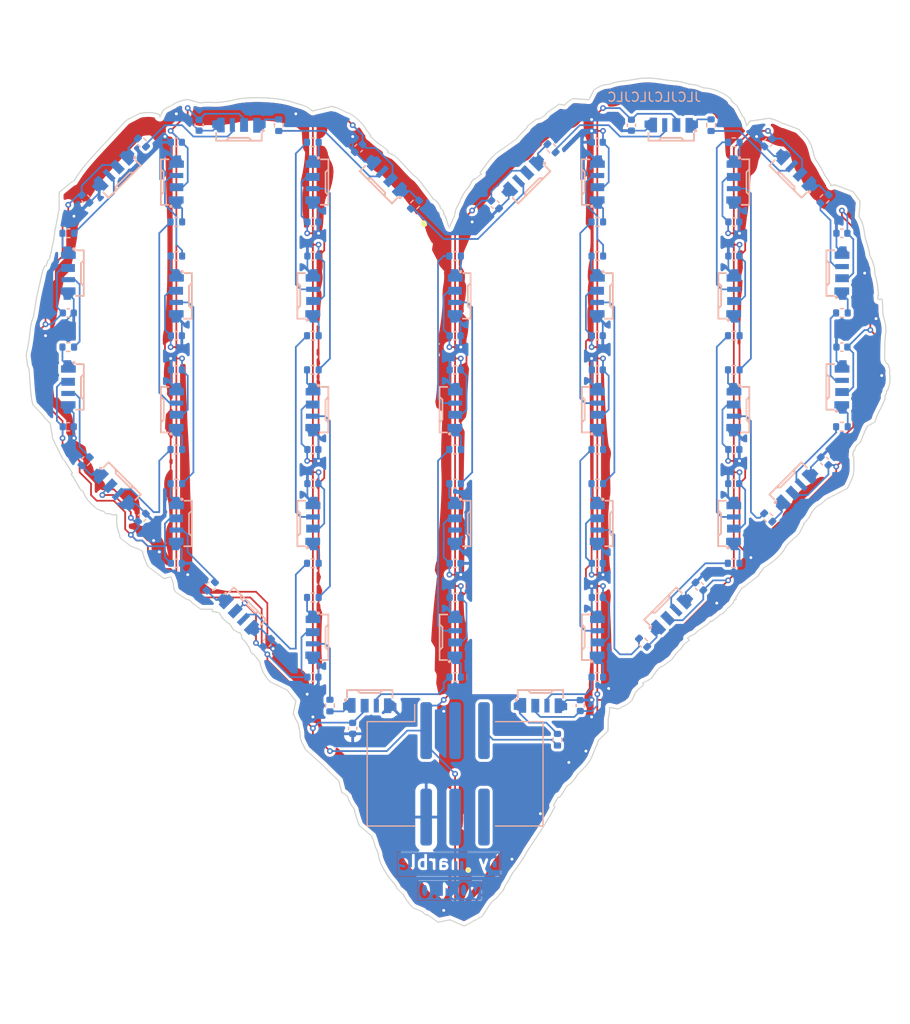
<source format=kicad_pcb>
(kicad_pcb (version 20221018) (generator pcbnew)
  (title_block (title "${title}") (rev "${revision}") (company "${company}") (comment 1 "author: ${author}") (comment 2 "pid: ${pid}"))
  (layers (0 "F.Cu" signal) (31 "B.Cu" signal) (34 "B.Paste" user) (35 "F.Paste" user) (36 "B.SilkS" user "B.Silkscreen") (37 "F.SilkS" user "F.Silkscreen") (38 "B.Mask" user) (39 "F.Mask" user) (44 "Edge.Cuts" user))
  (property "author" "marble")
  (property "company" "Geheimorganisation")
  (property "pid" "tba")
  (property "revision" "0.1.0")
  (property "title" "Geheimbadge")
  (net 0 "")
  (net 1 "VCC")
  (net 2 "GND")
  (net 3 "/SDA")
  (net 4 "/GPIO1")
  (net 5 "/SCL")
  (net 6 "/GPIO2")
  (net 7 "Net-(D1-DIN)")
  (net 8 "/pixel1/D_{out}")
  (net 9 "/pixel2/D_{out}")
  (net 10 "Net-(D3-DIN)")
  (net 11 "/pixel3/D_{out}")
  (net 12 "Net-(D4-DIN)")
  (net 13 "/pixel4/D_{out}")
  (net 14 "Net-(D5-DIN)")
  (net 15 "/pixel5/D_{out}")
  (net 16 "Net-(D6-DIN)")
  (net 17 "/pixel6/D_{out}")
  (net 18 "Net-(D7-DIN)")
  (net 19 "/pixel7/D_{out}")
  (net 20 "Net-(D8-DIN)")
  (net 21 "Net-(D2-DIN)")
  (net 22 "/pixel0/D_{out}")
  (net 23 "Net-(D9-DIN)")
  (net 24 "/pixel10/D_{in}")
  (net 25 "Net-(D10-DIN)")
  (net 26 "/pixel10/D_{out}")
  (net 27 "Net-(D11-DIN)")
  (net 28 "/pixel11/D_{out}")
  (net 29 "/pixel8/D_{out}")
  (net 30 "Net-(D12-DIN)")
  (net 31 "/pixel13/D_{out}")
  (net 32 "Net-(D13-DIN)")
  (net 33 "/pixel15/D_{out}")
  (net 34 "Net-(D14-DIN)")
  (net 35 "/pixel14/D_{out}")
  (net 36 "Net-(D16-DIN)")
  (net 37 "/pixel16/D_{out}")
  (net 38 "Net-(D17-DIN)")
  (net 39 "/pixel12/D_{out}")
  (net 40 "Net-(D18-DIN)")
  (net 41 "/pixel17/D_{out}")
  (net 42 "Net-(D19-DIN)")
  (net 43 "/pixel20/D_{out}")
  (net 44 "Net-(D20-DIN)")
  (net 45 "/pixel21/D_{out}")
  (net 46 "Net-(D21-DIN)")
  (net 47 "/pixel22/D_{out}")
  (net 48 "Net-(D22-DIN)")
  (net 49 "/pixel23/D_{out}")
  (net 50 "Net-(D23-DIN)")
  (net 51 "/pixel26/D_{out}")
  (net 52 "Net-(D24-DIN)")
  (net 53 "/pixel27/D_{out}")
  (net 54 "Net-(D25-DIN)")
  (net 55 "/pixel18/D_{out}")
  (net 56 "Net-(D26-DIN)")
  (net 57 "/pixel19/D_{out}")
  (net 58 "Net-(D27-DIN)")
  (net 59 "/pixel28/D_{out}")
  (net 60 "Net-(D28-DIN)")
  (net 61 "/pixel24/D_{out}")
  (net 62 "Net-(D29-DIN)")
  (net 63 "/pixel29/D_{out}")
  (net 64 "Net-(D30-DIN)")
  (net 65 "/pixel25/D_{out}")
  (net 66 "Net-(D31-DIN)")
  (net 67 "/pixel33/D_{out}")
  (net 68 "Net-(D32-DIN)")
  (net 69 "/pixel30/D_{out}")
  (net 70 "Net-(D33-DIN)")
  (net 71 "/pixel34/D_{out}")
  (net 72 "Net-(D34-DIN)")
  (net 73 "/pixel36/D_{out}")
  (net 74 "Net-(D35-DIN)")
  (net 75 "/pixel37/D_{out}")
  (net 76 "Net-(D36-DIN)")
  (net 77 "/pixel31/D_{out}")
  (net 78 "Net-(D38-DIN)")
  (net 79 "Net-(D15-DIN)")
  (net 80 "/pixel35/D_{out}")
  (net 81 "Net-(D37-DIN)")
  (net 82 "/pixel38/D_{out}")
  (footprint "Capacitor_SMD:C_0402_1005Metric" (layer "B.Cu") (at 100 112.5 180)
    (fp_text reference "C36" hide)
    (fp_text value "100n")
  )
  (footprint "LED_SMD-project:LED-SMD_4P-L4.0-W1.6-L" (layer "B.Cu") (at 134 104 90)
    (fp_text reference "D14" hide)
    (fp_text value "SK6812SIDE" hide)
  )
  (footprint "LED_SMD-project:LED-SMD_4P-L4.0-W1.6-L" (layer "B.Cu") (at 81 134 -45)
    (fp_text reference "D28" hide)
    (fp_text value "SK6812SIDE" hide)
  )
  (footprint "Resistor_SMD:R_0402_1005Metric" (layer "B.Cu") (at 96.474873 97.974873 45)
    (fp_text reference "R18" hide)
    (fp_text value "100")
  )
  (footprint "LED_SMD-project:LED-SMD_4P-L4.0-W1.6-L" (layer "B.Cu") (at 75.5 96 90)
    (fp_text reference "D25" hide)
    (fp_text value "SK6812SIDE" hide)
  )
  (footprint "Resistor_SMD:R_0402_1005Metric" (layer "B.Cu") (at 67.525127 120.525127 -135)
    (fp_text reference "R23" hide)
    (fp_text value "100")
  )
  (footprint "Resistor_SMD:R_0402_1005Metric" (layer "B.Cu") (at 78.525127 131.525127 -135)
    (fp_text reference "R28" hide)
    (fp_text value "100")
  )
  (footprint "Capacitor_SMD:C_0402_1005Metric" (layer "B.Cu") (at 112.5 112.5 180)
    (fp_text reference "C3" hide)
    (fp_text value "100n")
  )
  (footprint "Capacitor_SMD:C_0402_1005Metric" (layer "B.Cu") (at 87.5 102.5 180)
    (fp_text reference "C30" hide)
    (fp_text value "100n")
  )
  (footprint "Capacitor_SMD:C_0402_1005Metric" (layer "B.Cu") (at 111 142 90)
    (fp_text reference "C1" hide)
    (fp_text value "100n")
  )
  (footprint "Capacitor_SMD:C_0402_1005Metric" (layer "B.Cu") (at 112.5 109.5)
    (fp_text reference "C5" hide)
    (fp_text value "100n")
  )
  (footprint "LED_SMD-project:LED-SMD_4P-L4.0-W1.6-L" (layer "B.Cu") (at 124.5 106 90)
    (fp_text reference "D9" hide)
    (fp_text value "SK6812SIDE" hide)
  )
  (footprint "Capacitor_SMD:C_0402_1005Metric" (layer "B.Cu") (at 72.474873 125.474873 45)
    (fp_text reference "C23" hide)
    (fp_text value "100n")
  )
  (footprint "Resistor_SMD:R_0402_1005Metric" (layer "B.Cu") (at 87.5 109.5)
    (fp_text reference "R30" hide)
    (fp_text value "100")
  )
  (footprint "Capacitor_SMD:C_0402_1005Metric" (layer "B.Cu") (at 75.5 92.5 180)
    (fp_text reference "C25" hide)
    (fp_text value "100n")
  )
  (footprint "Capacitor_SMD:C_0402_1005Metric" (layer "B.Cu") (at 75.5 129.5)
    (fp_text reference "C27" hide)
    (fp_text value "100n")
  )
  (footprint "Capacitor_SMD:C_0402_1005Metric" (layer "B.Cu") (at 100 132.5 180)
    (fp_text reference "C35" hide)
    (fp_text value "100n")
  )
  (footprint "Resistor_SMD:R_0402_1005Metric" (layer "B.Cu") (at 100 119.5)
    (fp_text reference "R36" hide)
    (fp_text value "100")
  )
  (footprint "Capacitor_SMD:C_0402_1005Metric" (layer "B.Cu") (at 124.487 122.5 180)
    (fp_text reference "C8" hide)
    (fp_text value "100n")
  )
  (footprint "Resistor_SMD:R_0402_1005Metric" (layer "B.Cu") (at 72.474873 92.525127 135)
    (fp_text reference "R20" hide)
    (fp_text value "100")
  )
  (footprint "Capacitor_SMD:C_0402_1005Metric" (layer "B.Cu") (at 87.5 122.5 180)
    (fp_text reference "C29" hide)
    (fp_text value "100n")
  )
  (footprint "LED_SMD-project:LED-SMD_4P-L4.0-W1.6-L" (layer "B.Cu") (at 112.5 116 90)
    (fp_text reference "D3" hide)
    (fp_text value "SK6812SIDE" hide)
  )
  (footprint "Capacitor_SMD:C_0402_1005Metric" (layer "B.Cu") (at 75.5 112.5 180)
    (fp_text reference "C24" hide)
    (fp_text value "100n")
  )
  (footprint "Resistor_SMD:R_0402_1005Metric" (layer "B.Cu") (at 87.5 112.5 180)
    (fp_text reference "R32" hide)
    (fp_text value "100")
  )
  (footprint "Resistor_SMD:R_0402_1005Metric" (layer "B.Cu") (at 87.5 132.5 180)
    (fp_text reference "R33" hide)
    (fp_text value "100")
  )
  (footprint "LED_SMD-project:LED-SMD_4P-L4.0-W1.6-L" (layer "B.Cu") (at 106 95.5 -135)
    (fp_text reference "D17" hide)
    (fp_text value "SK6812SIDE" hide)
  )
  (footprint "LED_SMD-project:LED-SMD_4P-L4.0-W1.6-L" (layer "B.Cu") (at 119 91 180)
    (fp_text reference "D16" hide)
    (fp_text value "SK6812SIDE" hide)
  )
  (footprint "Resistor_SMD:R_0402_1005Metric" (layer "B.Cu") (at 66 110.5 180)
    (fp_text reference "R22" hide)
    (fp_text value "100")
  )
  (footprint "Resistor_SMD:R_0402_1005Metric" (layer "B.Cu") (at 75.5 99.5)
    (fp_text reference "R25" hide)
    (fp_text value "100")
  )
  (footprint "Resistor_SMD:R_0402_1005Metric" (layer "B.Cu") (at 124.5 112.5 180)
    (fp_text reference "R11" hide)
    (fp_text value "100")
  )
  (footprint "Capacitor_SMD:C_0402_1005Metric" (layer "B.Cu") (at 83.474873 136.474873 45)
    (fp_text reference "C28" hide)
    (fp_text value "100n")
  )
  (footprint "LED_SMD-project:LED-SMD_4P-L4.0-W1.6-L" (layer "B.Cu") (at 92.5 142)
    (fp_text reference "D34" hide)
    (fp_text value "SK6812SIDE" hide)
  )
  (footprint "Capacitor_SMD:C_0402_1005Metric" (layer "B.Cu") (at 115.5 91 -90)
    (fp_text reference "C16" hide)
    (fp_text value "100n")
  )
  (footprint "Resistor_SMD:R_0402_1005Metric" (layer "B.Cu") (at 75.5 119.5)
    (fp_text reference "R24" hide)
    (fp_text value "100")
  )
  (footprint "Capacitor_SMD:C_0402_1005Metric" (layer "B.Cu") (at 124.5 119.5)
    (fp_text reference "C11" hide)
    (fp_text value "100n")
  )
  (footprint "Resistor_SMD:R_0402_1005Metric" (layer "B.Cu") (at 112.5 122.5 180)
    (fp_text reference "R6" hide)
    (fp_text value "100")
  )
  (footprint "LED_SMD-project:LED-SMD_4P-L4.0-W1.6-L" (layer "B.Cu") (at 134 114 90)
    (fp_text reference "D13" hide)
    (fp_text value "SK6812SIDE" hide)
  )
  (footprint "Connector_IDC:IDC-Header_2x03_P2.54mm_Vertical_SMD" (layer "B.Cu") (at 100 148 -90)
    (fp_text reference "J1" hide)
    (fp_text value "SAOv2")
  )
  (footprint "Capacitor_SMD:C_0402_1005Metric" (layer "B.Cu") (at 87.5 139.5)
    (fp_text reference "C33" hide)
    (fp_text value "100n")
  )
  (footprint "LED_SMD-project:LED-SMD_4P-L4.0-W1.6-L" (layer "B.Cu") (at 100 136 90)
    (fp_text reference "D35" hide)
    (fp_text value "SK6812SIDE" hide)
  )
  (footprint "LED_SMD-project:LED-SMD_4P-L4.0-W1.6-L" (layer "B.Cu") (at 87.5 96 -90)
    (fp_text reference "D31" hide)
    (fp_text value "SK6812SIDE" hide)
  )
  (footprint "LED_SMD-project:LED-SMD_4P-L4.0-W1.6-L" (layer "B.Cu") (at 124.5 116 -90)
    (fp_text reference "D11" hide)
    (fp_text value "SK6812SIDE" hide)
  )
  (footprint "Capacitor_SMD:C_0402_1005Metric" (layer "B.Cu") (at 103.525127 97.974873 -45)
    (fp_text reference "C17" hide)
    (fp_text value "100n")
  )
  (footprint "LED_SMD-project:LED-SMD_4P-L4.0-W1.6-L" (layer "B.Cu") (at 75.5 116 90)
    (fp_text reference "D24" hide)
    (fp_text value "SK6812SIDE" hide)
  )
  (footprint "Capacitor_SMD:C_0402_1005Metric" (layer "B.Cu") (at 134 110.5 180)
    (fp_text reference "C13" hide)
    (fp_text value "100n")
  )
  (footprint "LED_SMD-project:LED-SMD_4P-L4.0-W1.6-L" (layer "B.Cu") (at 94 95.5 135)
    (fp_text reference "D18" hide)
    (fp_text value "SK6812SIDE" hide)
  )
  (footprint "LED_SMD-project:LED-SMD_4P-L4.0-W1.6-L" (layer "B.Cu") (at 130 123 45)
    (fp_text reference "D12" hide)
    (fp_text value "SK6812SIDE" hide)
  )
  (footprint "Capacitor_SMD:C_0402_1005Metric" (layer "B.Cu") (at 87.5 119.5)
    (fp_text reference "C32" hide)
    (fp_text value "100n")
  )
  (footprint "Capacitor_SMD:C_0402_1005Metric" (layer "B.Cu") (at 66 117.5)
    (fp_text reference "C22" hide)
    (fp_text value "100n")
  )
  (footprint "LED_SMD-project:LED-SMD_4P-L4.0-W1.6-L" (layer "B.Cu") (at 66 104 -90)
    (fp_text reference "D21" hide)
    (fp_text value "SK6812SIDE" hide)
  )
  (footprint "Capacitor_SMD:C_0402_1005Metric" (layer "B.Cu") (at 77.5 91 -90)
    (fp_text reference "C19" hide)
    (fp_text value "100n")
  )
  (footprint "Resistor_SMD:R_0402_1005Metric" (layer "B.Cu") (at 112.5 119.5)
    (fp_text reference "R3" hide)
    (fp_text value "100")
  )
  (footprint "Capacitor_SMD:C_0402_1005Metric" (layer "B.Cu") (at 112.5 129.5)
    (fp_text reference "C6" hide)
    (fp_text value "100n")
  )
  (footprint "Resistor_SMD:R_0402_1005Metric" (layer "B.Cu") (at 124.5 109.5)
    (fp_text reference "R9" hide)
    (fp_text value "100")
  )
  (footprint "LED_SMD-project:LED-SMD_4P-L4.0-W1.6-L" (layer "B.Cu") (at 130 95 135)
    (fp_text reference "D15" hide)
    (fp_text value "SK6812SIDE" hide)
  )
  (footprint "LED_SMD-project:LED-SMD_4P-L4.0-W1.6-L" (layer "B.Cu") (at 124.487 126 90)
    (fp_text reference "D8" hide)
    (fp_text value "SK6812SIDE" hide)
  )
  (footprint "LED_SMD-project:LED-SMD_4P-L4.0-W1.6-L" (layer "B.Cu") (at 100 126 -90)
    (fp_text reference "D38" hide)
    (fp_text value "SK6812SIDE" hide)
  )
  (footprint "LED_SMD-project:LED-SMD_4P-L4.0-W1.6-L" (layer "B.Cu") (at 70 95 -135)
    (fp_text reference "D20" hide)
    (fp_text value "SK6812SIDE" hide)
  )
  (footprint "LED_SMD-project:LED-SMD_4P-L4.0-W1.6-L" (layer "B.Cu") (at 70 123 -45)
    (fp_text reference "D23" hide)
    (fp_text value "SK6812SIDE" hide)
  )
  (footprint "Capacitor_SMD:C_0402_1005Metric" (layer "B.Cu") (at 100 109.5)
    (fp_text reference "C37" hide)
    (fp_text value "100n")
  )
  (footprint "LED_SMD-project:LED-SMD_4P-L4.0-W1.6-L" (layer "B.Cu") (at 112.5 136 90)
    (fp_text reference "D2" hide)
    (fp_text value "SK6812SIDE" hide)
  )
  (footprint "Resistor_SMD:R_0402_1005Metric" (layer "B.Cu") (at 100 102.5)
    (fp_text reference "R37" hide)
    (fp_text value "100")
  )
  (footprint "Capacitor_SMD:C_0402_1005Metric" (layer "B.Cu") (at 67.525127 97.474873 -45)
    (fp_text reference "C20" hide)
    (fp_text value "100n")
  )
  (footprint "LED_SMD-project:LED-SMD_4P-L4.0-W1.6-L" (layer "B.Cu") (at 100 106 -90)
    (fp_text reference "D37" hide)
    (fp_text value "SK6812SIDE" hide)
  )
  (footprint "LED_SMD-project:LED-SMD_4P-L4.0-W1.6-L" (layer "B.Cu") (at 87.5 116 -90)
    (fp_text reference "D32" hide)
    (fp_text value "SK6812SIDE" hide)
  )
  (footprint "Resistor_SMD:R_0402_1005Metric" (layer "B.Cu") (at 116.525127 136.474873 -45)
    (fp_text reference "R7" hide)
    (fp_text value "100")
  )
  (footprint "LED_SMD-project:LED-SMD_4P-L4.0-W1.6-L" (layer "B.Cu") (at 112.5 106 -90)
    (fp_text reference "D5" hide)
    (fp_text value "SK6812SIDE" hide)
  )
  (footprint "Resistor_SMD:R_0402_1005Metric" (layer "B.Cu") (at 87.5 129.5)
    (fp_text reference "R29" hide)
    (fp_text value "100")
  )
  (footprint "LED_SMD-project:LED-SMD_4P-L4.0-W1.6-L" (layer "B.Cu") (at 124.5 96 -90)
    (fp_text reference "D10" hide)
    (fp_text value "SK6812SIDE" hide)
  )
  (footprint "Resistor_SMD:R_0402_1005Metric" (layer "B.Cu") (at 108.474873 93.025127 135)
    (fp_text reference "R17" hide)
    (fp_text value "100")
  )
  (footprint "Resistor_SMD:R_0402_1005Metric" (layer "B.Cu") (at 84.5 91 90)
    (fp_text reference "R19" hide)
    (fp_text value "100")
  )
  (footprint "Capacitor_SMD:C_0402_1005Metric" (layer "B.Cu") (at 127.525127 92.525127 -135)
    (fp_text reference "C15" hide)
    (fp_text value "100n")
  )
  (footprint "Capacitor_SMD:C_0402_1005Metric" (layer "B.Cu") (at 91.525127 93.025127 -135)
    (fp_text reference "C18" hide)
    (fp_text value "100n")
  )
  (footprint "Capacitor_SMD:C_0402_1005Metric" (layer "B.Cu") (at 134 100.5 180)
    (fp_text reference "C14" hide)
    (fp_text value "100n")
  )
  (footprint "LED_SMD-project:LED-SMD_4P-L4.0-W1.6-L" (layer "B.Cu") (at 112.5 96 90)
    (fp_text reference "D4" hide)
    (fp_text value "SK6812SIDE" hide)
  )
  (footprint "Resistor_SMD:R_0402_1005Metric" (layer "B.Cu") (at 75.5 122.5 180)
    (fp_text reference "R27" hide)
    (fp_text value "100")
  )
  (footprint "Resistor_SMD:R_0402_1005Metric" (layer "B.Cu") (at 132.474873 97.474873 45)
    (fp_text reference "R15" hide)
    (fp_text value "100")
  )
  (footprint "Resistor_SMD:R_0402_1005Metric" (layer "B.Cu") (at 112.5 139.5)
    (fp_text reference "R2" hide)
    (fp_text value "100")
  )
  (footprint "Resistor_SMD:R_0402_1005Metric" (layer "B.Cu") (at 124.487 129.5)
    (fp_text reference "R8" hide)
    (fp_text value "100")
  )
  (footprint "Resistor_SMD:R_0402_1005Metric" (layer "B.Cu") (at 127.525127 125.474873 -45)
    (fp_text reference "R12" hide)
    (fp_text value "100")
  )
  (footprint "Resistor_SMD:R_0402_1005Metric" (layer "B.Cu") (at 87.5 92.5)
    (fp_text reference "R31" hide)
    (fp_text value "100")
  )
  (footprint "Resistor_SMD:R_0402_1005Metric" (layer "B.Cu") (at 89 142 -90)
    (fp_text reference "R34" hide)
    (fp_text value "100")
  )
  (footprint "Resistor_SMD:R_0402_1005Metric" (layer "B.Cu") (at 100 139.5)
    (fp_text reference "R35" hide)
    (fp_text value "100")
  )
  (footprint "Resistor_SMD:R_0402_1005Metric" (layer "B.Cu") (at 124.5 92.5)
    (fp_text reference "R10" hide)
    (fp_text value "100")
  )
  (footprint "Resistor_SMD:R_0402_1005Metric" (layer "B.Cu") (at 112.5 102.5 180)
    (fp_text reference "R5" hide)
    (fp_text value "100")
  )
  (footprint "Resistor_SMD:R_0402_1005Metric" (layer "B.Cu") (at 100 122.5 180)
    (fp_text reference "R38" hide)
    (fp_text value "100")
  )
  (footprint "LED_SMD-project:LED-SMD_4P-L4.0-W1.6-L" (layer "B.Cu") (at 75.5 106 -90)
    (fp_text reference "D26" hide)
    (fp_text value "SK6812SIDE" hide)
  )
  (footprint "Capacitor_SMD:C_0402_1005Metric" (layer "B.Cu") (at 75.5 109.5)
    (fp_text reference "C26" hide)
    (fp_text value "100n")
  )
  (footprint "LED_SMD-project:LED-SMD_4P-L4.0-W1.6-L" (layer "B.Cu") (at 87.5 126 90)
    (fp_text reference "D29" hide)
    (fp_text value "SK6812SIDE" hide)
  )
  (footprint "LED_SMD-project:LED-SMD_4P-L4.0-W1.6-L" (layer "B.Cu") (at 75.5 126 -90)
    (fp_text reference "D27" hide)
    (fp_text value "SK6812SIDE" hide)
  )
  (footprint "Capacitor_SMD:C_0402_1005Metric" (layer "B.Cu") (at 100 129.5)
    (fp_text reference "C38" hide)
    (fp_text value "100n")
  )
  (footprint "LED_SMD-project:LED-SMD_4P-L4.0-W1.6-L" (layer "B.Cu") (at 107.5 142)
    (fp_text reference "D1" hide)
    (fp_text value "SK6812SIDE" hide)
  )
  (footprint "Resistor_SMD:R_0402_1005Metric" (layer "B.Cu") (at 109 145 90)
    (fp_text reference "R1" hide)
    (fp_text value "100")
  )
  (footprint "LED_SMD-project:LED-SMD_4P-L4.0-W1.6-L" (layer "B.Cu") (at 112.5 126 -90)
    (fp_text reference "D6" hide)
    (fp_text value "SK6812SIDE" hide)
  )
  (footprint "Capacitor_SMD:C_0402_1005Metric" (layer "B.Cu") (at 87.5 99.5)
    (fp_text reference "C31" hide)
    (fp_text value "100n")
  )
  (footprint "Capacitor_SMD:C_0402_1005Metric" (layer "B.Cu") (at 124.5 102.5 180)
    (fp_text reference "C9" hide)
    (fp_text value "100n")
  )
  (footprint "Capacitor_SMD:C_0402_1005Metric" (layer "B.Cu") (at 132.474873 120.525127 135)
    (fp_text reference "C12" hide)
    (fp_text value "100n")
  )
  (footprint "LED_SMD-project:LED-SMD_4P-L4.0-W1.6-L" (layer "B.Cu") (at 81 91 180)
    (fp_text reference "D19" hide)
    (fp_text value "SK6812SIDE" hide)
  )
  (footprint "Capacitor_SMD:C_0402_1005Metric" (layer "B.Cu") (at 121.474873 131.525127 135)
    (fp_text reference "C7" hide)
    (fp_text value "100n")
  )
  (footprint "LED_SMD-project:LED-SMD_4P-L4.0-W1.6-L" (layer "B.Cu") (at 87.5 136 -90)
    (fp_text reference "D33" hide)
    (fp_text value "SK6812SIDE" hide)
  )
  (footprint "Resistor_SMD:R_0402_1005Metric" (layer "B.Cu") (at 112.5 99.5)
    (fp_text reference "R4" hide)
    (fp_text value "100")
  )
  (footprint "Capacitor_SMD:C_0402_1005Metric" (layer "B.Cu") (at 112.5 132.5 180)
    (fp_text reference "C2" hide)
    (fp_text value "100n")
  )
  (footprint "Resistor_SMD:R_0402_1005Metric" (layer "B.Cu") (at 134 117.5)
    (fp_text reference "R13" hide)
    (fp_text value "100")
  )
  (footprint "LED_SMD-project:LED-SMD_4P-L4.0-W1.6-L" (layer "B.Cu") (at 100 116 90)
    (fp_text reference "D36" hide)
    (fp_text value "SK6812SIDE" hide)
  )
  (footprint "Resistor_SMD:R_0402_1005Metric" (layer "B.Cu") (at 122.5 91 90)
    (fp_text reference "R16" hide)
    (fp_text value "100")
  )
  (footprint "Capacitor_SMD:C_0402_1005Metric" (layer "B.Cu") (at 66 107.5)
    (fp_text reference "C21" hide)
    (fp_text value "100n")
  )
  (footprint "Capacitor_SMD:C_0402_1005Metric" (layer "B.Cu") (at 112.5 92.5 180)
    (fp_text reference "C4" hide)
    (fp_text value "100n")
  )
  (footprint "Resistor_SMD:R_0402_1005Metric" (layer "B.Cu") (at 66 100.5 180)
    (fp_text reference "R21" hide)
    (fp_text value "100")
  )
  (footprint "Resistor_SMD:R_0402_1005Metric" (layer "B.Cu") (at 134 107.5)
    (fp_text reference "R14" hide)
    (fp_text value "100")
  )
  (footprint "LED_SMD-project:LED-SMD_4P-L4.0-W1.6-L" (layer "B.Cu") (at 66 114 -90)
    (fp_text reference "D22" hide)
    (fp_text value "SK6812SIDE" hide)
  )
  (footprint "LED_SMD-project:LED-SMD_4P-L4.0-W1.6-L" (layer "B.Cu") (at 119 134 45)
    (fp_text reference "D7" hide)
    (fp_text value "SK6812SIDE" hide)
  )
  (footprint "Resistor_SMD:R_0402_1005Metric" (layer "B.Cu") (at 75.5 102.5 180)
    (fp_text reference "R26" hide)
    (fp_text value "100")
  )
  (footprint "LED_SMD-project:LED-SMD_4P-L4.0-W1.6-L" (layer "B.Cu") (at 87.5 106 90)
    (fp_text reference "D30" hide)
    (fp_text value "SK6812SIDE" hide)
  )
  (footprint "Capacitor_SMD:C_0402_1005Metric" (layer "B.Cu") (at 91 144 -90)
    (fp_text reference "C34" hide)
    (fp_text value "100n")
  )
  (footprint "Capacitor_SMD:C_0402_1005Metric" (layer "B.Cu") (at 124.5 99.5)
    (fp_text reference "C10" hide)
    (fp_text value "100n")
  )
  (gr_poly (pts (xy 97.2504 99.625097) (xy 97.247402 99.625394) (xy 97.249603 99.622797)) (stroke (width 0.5)) (fill solid) (layer "F.SilkS"))
  (gr_poly (pts (xy 97.226803 99.627393) (xy 97.217201 99.628294) (xy 97.227001 99.618097) (xy 97.234802 99.617696)) (stroke (width 0.5)) (fill solid) (layer "F.SilkS"))
  (gr_poly (pts (xy 97.2364 99.645395) (xy 97.230003 99.646394) (xy 97.239704 99.634794) (xy 97.244404 99.634294)) (stroke (width 0.5)) (fill solid) (layer "F.SilkS"))
  (gr_poly (pts (xy 97.259701 99.699995) (xy 97.249901 99.702295) (xy 97.260803 99.687395) (xy 97.268501 99.686094)) (stroke (width 0.5)) (fill solid) (layer "F.SilkS"))
  (gr_poly (pts (xy 101.162101 156.453523) (xy 101.161001 156.454525) (xy 101.1599 156.455522) (xy 101.15805 156.455155) (xy 101.1562 156.454782) (xy 101.154602 156.452272)) (stroke (width 0.5)) (fill solid) (layer "F.SilkS"))
  (gr_poly (pts (xy 116.981598 86.861199) (xy 117.026996 86.862) (xy 117.106399 86.864304) (xy 117.1446 86.8658) (xy 117.2313 86.869904) (xy 117.265899 86.871903) (xy 117.352298 86.877602) (xy 117.3885 86.880303) (xy 117.483398 86.8882) (xy 117.5126 86.8909) (xy 117.611297 86.900605) (xy 117.645897 86.904305) (xy 117.744999 86.915902) (xy 117.769199 86.918801) (xy 117.868499 86.931603) (xy 117.891598 86.934701) (xy 118.014599 86.952004) (xy 118.036197 86.955102) (xy 118.141098 86.971001) (xy 118.162899 86.974404) (xy 118.331096 87.001901) (xy 118.371998 87.008202) (xy 118.468498 87.022599) (xy 118.570698 87.036904) (xy 118.674698 87.050805) (xy 118.853397 87.0729) (xy 118.970997 87.0868) (xy 119.083599 87.099198) (xy 119.189197 87.1102) (xy 119.2887 87.119698) (xy 119.3974 87.129304) (xy 119.417099 87.131104) (xy 119.483398 87.137605) (xy 119.501697 87.139504) (xy 119.544597 87.144105) (xy 119.572197 87.147301) (xy 119.622997 87.153405) (xy 119.653396 87.157403) (xy 119.690197 87.1624) (xy 119.719097 87.166604) (xy 119.756199 87.172204) (xy 119.793499 87.178201) (xy 119.819698 87.182702) (xy 119.868797 87.191804) (xy 119.896499 87.197205) (xy 119.952099 87.209) (xy 119.970497 87.213204) (xy 120.033497 87.2286) (xy 120.047496 87.232201) (xy 120.195999 87.288003) (xy 120.219799 87.285401) (xy 120.225097 87.287301) (xy 120.221496 87.297601) (xy 120.257599 87.311204) (xy 120.282898 87.309403) (xy 120.295299 87.314301) (xy 120.294998 87.315003) (xy 120.3815 87.312104) (xy 120.599998 87.4087) (xy 120.625297 87.4087) (xy 120.645199 87.409104) (xy 120.738498 87.4133) (xy 120.755298 87.414399) (xy 120.8559 87.423798) (xy 120.874298 87.426003) (xy 120.979999 87.441498) (xy 120.996196 87.444299) (xy 121.078598 87.460503) (xy 121.104099 87.466004) (xy 121.16 87.479005) (xy 121.171398 87.481805) (xy 121.240497 87.500199) (xy 121.249298 87.502801) (xy 121.296898 87.516999) (xy 121.323997 87.525498) (xy 121.3619 87.537804) (xy 121.379398 87.543603) (xy 121.423698 87.559106) (xy 121.449497 87.568398) (xy 121.501796 87.588105) (xy 121.5303 87.599305) (xy 121.561798 87.612099) (xy 121.586998 87.622399) (xy 121.617599 87.6354) (xy 121.677498 87.661301) (xy 121.697696 87.669701) (xy 121.713897 87.676202) (xy 121.734398 87.684106) (xy 121.750698 87.690102) (xy 121.768799 87.696603) (xy 121.788097 87.703202) (xy 121.803398 87.708199) (xy 121.826198 87.715203) (xy 121.848999 87.721802) (xy 121.878196 87.722802) (xy 122.0112 87.731904) (xy 122.085197 87.739404) (xy 122.201198 87.7547) (xy 122.286197 87.768403) (xy 122.392997 87.788605) (xy 122.482998 87.808205) (xy 122.575599 87.830704) (xy 122.668499 87.855599) (xy 122.756298 87.881303) (xy 122.846496 87.910004) (xy 122.9291 87.938302) (xy 123.025596 87.973702) (xy 123.102398 88.003602) (xy 123.190899 88.040299) (xy 123.272796 88.076401) (xy 123.361698 88.117905) (xy 123.436298 88.154702) (xy 123.517299 88.196801) (xy 123.599598 88.242005) (xy 123.677498 88.287202) (xy 123.756897 88.335801) (xy 123.823997 88.379105) (xy 123.912899 88.439805) (xy 123.9697 88.481003) (xy 124.068397 88.557099) (xy 124.114998 88.595605) (xy 124.218097 88.686501) (xy 124.237499 88.704903) (xy 124.327697 88.897599) (xy 124.793197 89.318101) (xy 125.295097 90.267701) (xy 125.349197 90.238205) (xy 125.358497 90.255402) (xy 125.358997 90.255204) (xy 125.363998 90.265404) (xy 125.364597 90.266503) (xy 125.365097 90.266304) (xy 125.367798 90.272499) (xy 125.3731 90.282105) (xy 125.375698 90.2892) (xy 125.377899 90.293702) (xy 125.377399 90.2939) (xy 125.377998 90.295304) (xy 125.378998 90.297699) (xy 125.379596 90.297501) (xy 125.384998 90.3135) (xy 125.386596 90.317505) (xy 125.388199 90.317101) (xy 125.394199 90.339302) (xy 125.572998 90.824501) (xy 125.578899 90.852204) (xy 125.590297 90.910599) (xy 125.596897 90.947205) (xy 125.602997 90.983002) (xy 125.610496 91.028901) (xy 125.615989 91.065705) (xy 125.906296 90.644799) (xy 127.604194 90.395699) (xy 127.606491 90.387802) (xy 127.676193 90.408402) (xy 127.701896 90.415505) (xy 127.726898 90.422104) (xy 127.728996 90.4226) (xy 127.750297 90.427201) (xy 127.750198 90.427704) (xy 127.750396 90.427803) (xy 127.748993 90.4338) (xy 128.124092 90.534302) (xy 128.161094 90.549302) (xy 128.208694 90.569298) (xy 128.255592 90.589699) (xy 128.284691 90.6027) (xy 128.313698 90.615898) (xy 128.335693 90.626) (xy 128.381195 90.6474) (xy 128.408195 90.660302) (xy 128.471893 90.691399) (xy 128.505096 90.707901) (xy 128.564293 90.738205) (xy 128.586395 90.749604) (xy 128.684494 90.801201) (xy 128.714492 90.816498) (xy 128.730491 90.824402) (xy 128.744896 90.831101) (xy 128.772293 90.843102) (xy 128.788696 90.8498) (xy 128.808998 90.857598) (xy 128.812996 90.859101) (xy 128.830696 90.864998) (xy 128.848198 90.870202) (xy 128.855995 90.871804) (xy 128.912597 90.872902) (xy 130.160194 91.341401) (xy 130.172195 91.351403) (xy 130.212295 91.386101) (xy 130.230598 91.402298) (xy 130.269996 91.438103) (xy 130.302498 91.468598) (xy 130.330993 91.495804) (xy 130.373291 91.536904) (xy 130.387092 91.550499) (xy 130.427192 91.590302) (xy 130.442795 91.605904) (xy 130.495697 91.659501) (xy 130.504097 91.668099) (xy 130.558998 91.724404) (xy 130.622192 91.790001) (xy 130.631294 91.799599) (xy 130.676292 91.846802) (xy 130.692192 91.8638) (xy 130.736297 91.911202) (xy 130.762497 91.939904) (xy 130.793197 91.974305) (xy 130.821892 92.007103) (xy 130.858894 92.0504) (xy 130.895996 92.095101) (xy 130.912697 92.1157) (xy 130.956794 92.172501) (xy 130.976692 92.199105) (xy 131.017296 92.255303) (xy 131.032394 92.277001) (xy 131.089691 92.364205) (xy 131.099891 92.3806) (xy 131.142494 92.452401) (xy 131.151695 92.468804) (xy 131.195396 92.550499) (xy 131.205597 92.570801) (xy 131.246895 92.657799) (xy 131.256294 92.678902) (xy 131.285896 92.748803) (xy 131.298095 92.779099) (xy 131.324592 92.849099) (xy 131.336296 92.8816) (xy 131.353096 92.930405) (xy 131.367393 92.973999) (xy 131.382698 93.022698) (xy 131.397293 93.0709) (xy 131.407394 93.105599) (xy 131.426597 93.173699) (xy 131.434395 93.202103) (xy 131.451095 93.265099) (xy 131.455696 93.282799) (xy 131.476196 93.362801) (xy 131.479393 93.375405) (xy 131.516495 93.5243) (xy 131.531692 93.581803) (xy 131.545791 93.633103) (xy 131.559196 93.679505) (xy 131.574493 93.7295) (xy 131.585991 93.765099) (xy 131.598793 93.802498) (xy 131.614097 93.844902) (xy 131.624092 93.871498) (xy 131.639793 93.909798) (xy 131.646492 93.925301) (xy 131.659897 93.955002) (xy 131.677696 93.991501) (xy 131.679596 93.995201) (xy 131.698295 94.029503) (xy 131.704292 94.040001) (xy 131.710792 94.050904) (xy 131.730293 94.081704) (xy 131.735992 94.090104) (xy 131.783394 94.157502) (xy 131.794395 94.173203) (xy 131.833694 94.230202) (xy 131.850197 94.2546) (xy 131.875793 94.292801) (xy 131.886192 94.308502) (xy 131.929092 94.3741) (xy 131.944496 94.398002) (xy 131.990593 94.470505) (xy 132.006897 94.496605) (xy 132.045395 94.559402) (xy 132.059494 94.582702) (xy 132.107391 94.663299) (xy 132.115997 94.677902) (xy 132.135391 94.711098) (xy 132.151893 94.739899) (xy 132.186294 94.801201) (xy 132.203094 94.831703) (xy 132.234291 94.889603) (xy 132.259193 94.9375) (xy 132.277595 94.973801) (xy 132.297195 95.013901) (xy 132.317398 95.056099) (xy 132.323692 95.069099) (xy 132.348198 95.1175) (xy 132.372993 95.164802) (xy 132.406891 95.227104) (xy 132.438392 95.2836) (xy 132.475395 95.348099) (xy 132.509392 95.405899) (xy 132.526596 95.434502) (xy 132.559791 95.488701) (xy 132.589592 95.535698) (xy 132.642997 95.617599) (xy 132.656097 95.637901) (xy 132.690498 95.6922) (xy 132.697792 95.703804) (xy 132.737495 95.767204) (xy 132.747993 95.784202) (xy 132.776993 95.831604) (xy 132.787094 95.848198) (xy 132.822593 95.907699) (xy 132.840591 95.938202) (xy 132.873291 95.995201) (xy 133.041992 96.211899) (xy 132.985893 96.2556) (xy 133.053894 96.336998) (xy 133.354995 96.224304) (xy 134.947395 96.833404) (xy 134.952896 96.826401) (xy 134.958893 96.8312) (xy 134.959594 96.830398) (xy 134.965591 96.835701) (xy 134.965797 96.835503) (xy 134.966697 96.836304) (xy 134.966896 96.836098) (xy 134.968292 96.837501) (xy 134.968796 96.837105) (xy 134.975692 96.8442) (xy 134.975998 96.844299) (xy 134.978096 96.846504) (xy 134.986793 96.8535) (xy 134.987991 96.855102) (xy 134.993194 96.859398) (xy 134.992897 96.859802) (xy 134.994995 96.861603) (xy 134.993797 96.862999) (xy 135.598495 97.681702) (xy 135.498794 99.046501) (xy 135.517395 99.074303) (xy 135.529991 99.094101) (xy 135.570297 99.159901) (xy 135.580291 99.1768) (xy 135.616592 99.241402) (xy 135.627594 99.261803) (xy 135.663292 99.331402) (xy 135.674194 99.353599) (xy 135.702293 99.4137) (xy 135.714096 99.440101) (xy 135.742393 99.506401) (xy 135.754791 99.536899) (xy 135.777893 99.596599) (xy 135.787292 99.6222) (xy 135.806495 99.676601) (xy 135.817398 99.709) (xy 135.832794 99.756599) (xy 135.844497 99.794601) (xy 135.860695 99.850002) (xy 135.871391 99.888599) (xy 135.884193 99.937099) (xy 135.894394 99.9776) (xy 135.905594 100.025001) (xy 135.916794 100.074901) (xy 135.925895 100.117302) (xy 135.936592 100.170101) (xy 135.944893 100.213901) (xy 135.953293 100.2607) (xy 135.959396 100.297001) (xy 135.969391 100.3591) (xy 135.974594 100.3936) (xy 135.982498 100.448902) (xy 135.986892 100.481899) (xy 135.996094 100.5555) (xy 135.999191 100.582001) (xy 136.007698 100.657902) (xy 136.010696 100.678802) (xy 136.014396 100.700401) (xy 136.020294 100.7318) (xy 136.025291 100.7565) (xy 136.033897 100.796902) (xy 136.040596 100.8274) (xy 136.049591 100.865803) (xy 136.058792 100.903801) (xy 136.067596 100.938801) (xy 136.089897 101.0233) (xy 136.100792 101.062401) (xy 136.111397 101.099399) (xy 136.136497 101.1824) (xy 136.147293 101.216801) (xy 136.156196 101.2439) (xy 136.187896 101.336502) (xy 136.194496 101.3563) (xy 136.206398 101.392403) (xy 136.211891 101.409202) (xy 136.225792 101.452301) (xy 136.231193 101.4697) (xy 136.241691 101.503403) (xy 136.246597 101.519401) (xy 136.261894 101.570103) (xy 136.268997 101.594402) (xy 136.291298 101.672001) (xy 136.298393 101.697201) (xy 136.309791 101.7388) (xy 136.314392 101.756) (xy 136.326996 101.8036) (xy 136.331497 101.821003) (xy 136.341697 101.860901) (xy 136.345993 101.8783) (xy 136.353096 101.907402) (xy 136.357994 101.927601) (xy 136.368995 101.975002) (xy 136.376091 102.006401) (xy 136.389991 102.070103) (xy 136.397194 102.104801) (xy 136.404297 102.140701) (xy 136.410392 102.172802) (xy 136.413597 102.190601) (xy 136.419098 102.222401) (xy 136.425293 102.259799) (xy 136.438392 102.352801) (xy 136.440391 102.369899) (xy 136.445091 102.415198) (xy 136.445793 102.4178) (xy 136.446991 102.4225) (xy 136.449898 102.432101) (xy 136.459793 102.462802) (xy 136.464096 102.474898) (xy 136.470894 102.4929) (xy 136.473396 102.4994) (xy 136.481491 102.519) (xy 136.484291 102.525302) (xy 136.488098 102.5335) (xy 136.491897 102.541201) (xy 136.515396 102.583899) (xy 136.547294 102.644301) (xy 136.561493 102.672099) (xy 136.584198 102.718402) (xy 136.593193 102.7373) (xy 136.618492 102.792701) (xy 136.627792 102.813899) (xy 136.657196 102.884501) (xy 136.666298 102.907599) (xy 136.706695 103.0199) (xy 136.713394 103.0404) (xy 136.741897 103.166701) (xy 136.753196 103.180098) (xy 136.753296 103.180499) (xy 136.745392 103.182502) (xy 136.749695 103.201499) (xy 136.796196 103.261599) (xy 136.893196 103.7181) (xy 136.875892 103.816901) (xy 136.886291 103.893401) (xy 136.899498 103.8917) (xy 136.900398 103.898501) (xy 136.893295 103.944999) (xy 136.910591 104.072101) (xy 136.912796 104.071898) (xy 136.913795 104.082499) (xy 136.914192 104.082499) (xy 136.914993 104.095099) (xy 136.915497 104.098201) (xy 136.915596 104.098201) (xy 136.915695 104.099299) (xy 136.917892 104.112899) (xy 136.918892 104.118399) (xy 136.920395 104.126101) (xy 136.924797 104.146899) (xy 136.930694 104.172599) (xy 136.936294 104.194701) (xy 136.941192 104.212699) (xy 136.946693 104.2307) (xy 136.960991 104.2737) (xy 136.982292 104.341399) (xy 136.985397 104.352099) (xy 136.998291 104.397899) (xy 137.003593 104.4178) (xy 137.015396 104.4639) (xy 137.023796 104.498301) (xy 137.031295 104.530101) (xy 137.036995 104.555602) (xy 137.042595 104.581199) (xy 137.050293 104.617202) (xy 137.056793 104.649299) (xy 137.073097 104.732901) (xy 137.080497 104.773002) (xy 137.096595 104.865001) (xy 137.101295 104.893699) (xy 137.109291 104.943702) (xy 137.111694 104.959102) (xy 137.118896 105.0069) (xy 137.120796 105.0199) (xy 137.129394 105.079299) (xy 137.131691 105.0955) (xy 137.138794 105.147799) (xy 137.140693 105.161898) (xy 137.147796 105.217101) (xy 137.150291 105.237502) (xy 137.162391 105.339202) (xy 137.165695 105.368998) (xy 137.171791 105.427802) (xy 137.172996 105.4402) (xy 137.178291 105.495299) (xy 137.180092 105.514399) (xy 137.197792 105.716601) (xy 137.203598 105.777202) (xy 137.208793 105.826499) (xy 137.213791 105.868602) (xy 137.218498 105.9043) (xy 137.223198 105.933799) (xy 137.225097 105.944999) (xy 137.224891 105.944999) (xy 137.226097 105.9523) (xy 137.150894 105.964202) (xy 137.179191 106.3361) (xy 137.516998 106.262) (xy 137.517692 106.265399) (xy 137.523597 106.298301) (xy 137.524795 106.297999) (xy 137.527191 106.3105) (xy 137.526291 106.313899) (xy 137.542495 106.405002) (xy 137.543297 106.404898) (xy 137.544098 106.4103) (xy 137.543792 106.4122) (xy 137.545593 106.4224) (xy 137.547493 106.436202) (xy 137.556297 106.5106) (xy 137.558197 106.529799) (xy 137.562492 106.5796) (xy 137.565498 106.620799) (xy 137.567695 106.653701) (xy 137.571197 106.715999) (xy 137.572693 106.7461) (xy 137.575493 106.814002) (xy 137.578697 106.899501) (xy 137.579094 106.912101) (xy 137.589691 107.261302) (xy 137.591491 107.3045) (xy 137.596092 107.390399) (xy 137.598694 107.427802) (xy 137.601494 107.464599) (xy 137.609092 107.550799) (xy 137.616493 107.622302) (xy 137.621696 107.665301) (xy 137.628998 107.718799) (xy 137.631195 107.7331) (xy 137.634796 107.754802) (xy 137.640793 107.772601) (xy 137.651092 107.803901) (xy 137.671196 107.8669) (xy 137.681595 107.9005) (xy 137.696991 107.951899) (xy 137.706192 107.9835) (xy 137.722397 108.041099) (xy 137.733398 108.082) (xy 137.746895 108.1342) (xy 137.755996 108.170298) (xy 137.768295 108.2219) (xy 137.776397 108.257201) (xy 137.787193 108.306201) (xy 137.796898 108.352698) (xy 137.805793 108.3982) (xy 137.814193 108.444499) (xy 137.821892 108.489199) (xy 137.828697 108.531699) (xy 137.834991 108.573901) (xy 137.842994 108.633899) (xy 137.848396 108.679801) (xy 137.853592 108.7289) (xy 137.855896 108.7536) (xy 137.859894 108.803698) (xy 137.862495 108.842299) (xy 137.866394 108.921801) (xy 137.867294 108.9555) (xy 137.868095 109.011599) (xy 137.868095 109.031401) (xy 137.866691 109.107001) (xy 137.865692 109.131999) (xy 137.860695 109.217101) (xy 137.858993 109.237899) (xy 137.852592 109.303401) (xy 137.851097 109.317199) (xy 137.837196 109.4169) (xy 137.834991 109.430201) (xy 137.818397 109.5185) (xy 137.815796 109.5306) (xy 137.813194 109.553401) (xy 137.809097 109.594802) (xy 137.804992 109.6421) (xy 137.800796 109.695701) (xy 137.796592 109.755999) (xy 137.792495 109.819098) (xy 137.784195 109.970599) (xy 137.776596 110.137401) (xy 137.773292 110.222201) (xy 137.767395 110.4057) (xy 137.764793 110.502101) (xy 137.762794 110.590098) (xy 137.760894 110.6902) (xy 137.759597 110.780398) (xy 137.756492 111.076999) (xy 137.755897 111.201201) (xy 137.755798 111.311) (xy 137.756294 111.414698) (xy 137.757194 111.491702) (xy 137.759094 111.566401) (xy 137.760894 111.6142) (xy 137.796493 111.675002) (xy 137.798393 111.676299) (xy 137.804191 111.686301) (xy 137.803398 111.686801) (xy 137.823196 111.720599) (xy 137.826393 111.7266) (xy 137.789291 111.746798) (xy 138.084991 112.0731) (xy 138.209495 112.494399) (xy 138.190391 112.8604) (xy 138.201393 112.930499) (xy 138.205391 112.959899) (xy 138.214798 113.042399) (xy 138.217796 113.073802) (xy 138.223793 113.156901) (xy 138.225395 113.1892) (xy 138.227997 113.276301) (xy 138.228195 113.303599) (xy 138.227295 113.383601) (xy 138.226394 113.409701) (xy 138.221695 113.496501) (xy 138.219993 113.5199) (xy 138.210495 113.614699) (xy 138.207992 113.635001) (xy 138.192795 113.736102) (xy 138.190597 113.748599) (xy 138.169998 113.850299) (xy 138.167495 113.860801) (xy 138.144096 113.924201) (xy 138.147194 113.939799) (xy 138.147094 113.9402) (xy 138.138992 113.938102) (xy 138.092392 114.0647) (xy 138.096298 114.102099) (xy 138.093795 114.109099) (xy 138.078094 114.1034) (xy 138.049797 114.180098) (xy 138.051094 114.2144) (xy 138.045494 114.227401) (xy 138.034195 114.2224) (xy 138.020294 114.260199) (xy 138.020294 114.281298) (xy 138.019096 114.283801) (xy 138.012695 114.2807) (xy 137.992393 114.335799) (xy 137.991295 114.338) (xy 137.939995 114.311301) (xy 137.888992 114.611602) (xy 137.792793 114.747302) (xy 137.787895 114.9948) (xy 137.787597 115.009002) (xy 137.786796 115.0405) (xy 137.785095 115.0857) (xy 137.783294 115.121901) (xy 137.082695 116.545901) (xy 137.078598 116.549399) (xy 136.899994 117.086799) (xy 136.228897 117.459899) (xy 136.154297 117.6398) (xy 136.127891 117.628901) (xy 135.596695 118.911797) (xy 135.347892 119.104096) (xy 135.168098 119.3476) (xy 135.162697 119.378697) (xy 135.160492 119.391198) (xy 135.148895 119.455899) (xy 135.120598 119.609399) (xy 135.008094 119.588597) (xy 134.956093 120.1079) (xy 135.052391 120.115498) (xy 135.050392 120.140797) (xy 135.046791 120.193398) (xy 135.043892 120.246198) (xy 135.041595 120.298299) (xy 135.039993 120.347798) (xy 135.039192 120.393697) (xy 135.038894 120.441499) (xy 135.039291 120.495499) (xy 135.040191 120.5356) (xy 135.041794 120.5808) (xy 135.049293 120.7254) (xy 135.052597 120.7949) (xy 135.053497 120.816098) (xy 135.056091 120.8863) (xy 135.056793 120.908196) (xy 135.058197 120.96) (xy 135.058792 120.993699) (xy 135.059196 121.0393) (xy 135.059196 121.073399) (xy 135.058891 121.114999) (xy 135.057892 121.164098) (xy 135.056892 121.196198) (xy 135.053993 121.256699) (xy 135.051498 121.296899) (xy 135.046692 121.358399) (xy 135.044296 121.384099) (xy 135.038093 121.441098) (xy 135.035896 121.4591) (xy 135.023491 121.5449) (xy 135.020393 121.563699) (xy 135.008598 121.627599) (xy 135.003692 121.652097) (xy 134.986992 121.727898) (xy 134.983597 121.741799) (xy 134.964592 121.8145) (xy 134.957397 121.840199) (xy 134.940597 121.8966) (xy 134.935196 121.913999) (xy 134.917892 121.966496) (xy 134.906791 121.998799) (xy 134.888893 122.048798) (xy 134.879295 122.074498) (xy 134.863495 122.115197) (xy 134.846496 122.1578) (xy 134.833297 122.190099) (xy 134.816292 122.230496) (xy 134.806991 122.252396) (xy 134.784096 122.305199) (xy 134.773391 122.3294) (xy 134.763298 122.351998) (xy 134.753494 122.373498) (xy 134.724792 122.4353) (xy 134.717598 122.4507) (xy 134.703193 122.481099) (xy 134.692192 122.503899) (xy 134.655891 122.578099) (xy 134.643295 122.603299) (xy 134.609398 122.670197) (xy 134.596595 122.694898) (xy 134.564392 122.756398) (xy 134.551796 122.779897) (xy 134.522094 122.834798) (xy 134.505592 122.864697) (xy 134.476997 122.915299) (xy 132.921394 123.722398) (xy 132.925194 123.731099) (xy 132.778991 123.7963) (xy 132.619392 123.878999) (xy 132.219093 124.251099) (xy 132.192894 124.266297) (xy 132.167297 124.281098) (xy 132.117294 124.309197) (xy 132.088295 124.325299) (xy 132.063591 124.338696) (xy 132.040191 124.351197) (xy 131.979797 124.382897) (xy 131.965095 124.390599) (xy 131.950096 124.398297) (xy 131.947998 124.3994) (xy 131.936897 124.405499) (xy 131.935898 124.406098) (xy 131.930595 124.409398) (xy 131.928894 124.410497) (xy 131.904197 124.427697) (xy 131.872093 124.451997) (xy 131.836097 124.481099) (xy 131.787895 124.5225) (xy 131.744697 124.561799) (xy 131.695396 124.608899) (xy 131.646896 124.657597) (xy 131.601295 124.705697) (xy 131.563896 124.747098) (xy 131.520996 124.797097) (xy 131.495491 124.828698) (xy 131.471397 124.860597) (xy 131.462494 124.873498) (xy 131.454391 124.889897) (xy 131.452591 124.888997) (xy 131.440498 124.909699) (xy 131.429794 124.903397) (xy 131.096595 125.509698) (xy 131.084793 125.522797) (xy 131.026596 125.584599) (xy 131.023796 125.587399) (xy 130.803291 125.867997) (xy 130.750595 125.891797) (xy 130.747497 125.909097) (xy 130.746696 125.910298) (xy 130.704193 125.938897) (xy 130.694298 125.976498) (xy 130.693596 125.9773) (xy 130.687294 125.980496) (xy 130.673095 126.043199) (xy 130.666893 126.0682) (xy 130.245994 126.887399) (xy 130.244194 126.8896) (xy 130.156296 126.985898) (xy 130.140991 127.001599) (xy 130.091194 127.050897) (xy 130.074394 127.067098) (xy 130.030098 127.108197) (xy 130.009895 127.126397) (xy 129.981895 127.151196) (xy 129.960495 127.169698) (xy 129.927894 127.1974) (xy 129.812797 127.292996) (xy 129.738594 127.356) (xy 129.669693 127.415597) (xy 129.598594 127.4787) (xy 129.535392 127.536199) (xy 129.475593 127.591897) (xy 129.417595 127.6475) (xy 129.364593 127.699799) (xy 129.312492 127.752698) (xy 129.271698 127.795598) (xy 129.216392 127.855798) (xy 129.191894 127.883698) (xy 129.153091 127.929398) (xy 129.130897 127.956998) (xy 129.108993 127.985597) (xy 129.094391 128.005898) (xy 129.087494 128.016099) (xy 129.078598 128.0342) (xy 129.059395 128.072499) (xy 128.998794 128.184598) (xy 128.985496 128.207398) (xy 128.923095 128.307698) (xy 128.900894 128.3411) (xy 128.854492 128.407899) (xy 128.827194 128.445599) (xy 128.773094 128.516797) (xy 128.732292 128.567998) (xy 128.692993 128.615899) (xy 128.658691 128.6564) (xy 128.618293 128.702599) (xy 128.568596 128.757699) (xy 128.530594 128.798798) (xy 128.478798 128.852998) (xy 128.444496 128.888097) (xy 128.388092 128.944398) (xy 128.349991 128.9815) (xy 128.284996 129.042996) (xy 128.250892 129.074597) (xy 128.191192 129.128499) (xy 128.156692 129.158898) (xy 128.085693 129.220197) (xy 128.054497 129.246499) (xy 127.989692 129.300198) (xy 127.954696 129.328496) (xy 127.875297 129.391301) (xy 127.840797 129.417996) (xy 127.776092 129.466798) (xy 127.740196 129.493298) (xy 127.666191 129.546697) (xy 127.630195 129.572099) (xy 127.556999 129.622498) (xy 127.515297 129.650399) (xy 127.432289 129.704499) (xy 127.39109 129.730595) (xy 127.328697 129.7692) (xy 127.2808 129.797799) (xy 127.196296 129.846799) (xy 127.186195 129.852696) (xy 127.155189 129.870396) (xy 127.133995 129.882798) (xy 127.058998 130.029996) (xy 127.056595 130.033799) (xy 126.778793 130.373097) (xy 126.773193 130.383397) (xy 126.759193 130.4101) (xy 126.747093 130.433797) (xy 126.734199 130.4595) (xy 126.678695 130.5743) (xy 125.2878 131.661298) (xy 125.219497 131.644498) (xy 124.632599 132.576596) (xy 124.719597 132.632497) (xy 124.714397 132.640698) (xy 124.714599 132.640798) (xy 124.7136 132.6424) (xy 124.713997 132.642697) (xy 124.695099 132.669797) (xy 124.695648 132.670248) (xy 124.696197 132.670697) (xy 124.679897 132.691396) (xy 124.664497 132.713899) (xy 124.661197 132.718396) (xy 124.659698 132.717297) (xy 124.646499 132.734197) (xy 124.570697 132.674901) (xy 124.521698 132.752698) (xy 124.407997 133.041398) (xy 124.258899 133.179398) (xy 124.253998 133.1816) (xy 124.252899 133.184998) (xy 124.246299 133.190999) (xy 124.226497 133.193898) (xy 124.220798 133.1965) (xy 124.212997 133.221799) (xy 124.208599 133.225896) (xy 124.1996 133.227597) (xy 124.1973 133.236398) (xy 124.192497 133.240899) (xy 124.158798 133.248601) (xy 124.151897 133.278397) (xy 124.150097 133.280099) (xy 124.143898 133.281697) (xy 124.142898 133.286698) (xy 124.139698 133.2897) (xy 124.090599 133.304898) (xy 124.0718 133.352498) (xy 124.069 133.355199) (xy 124.059597 133.358899) (xy 124.056499 133.3662) (xy 124.0527 133.369496) (xy 124.041698 133.373296) (xy 124.037399 133.384297) (xy 124.034099 133.387498) (xy 124.027099 133.390599) (xy 124.0252 133.395596) (xy 124.023399 133.397298) (xy 123.9706 133.423497) (xy 123.9557 133.459897) (xy 123.9524 133.462899) (xy 123.950397 133.463998) (xy 123.949699 133.465596) (xy 123.944797 133.470097) (xy 123.937896 133.4707) (xy 123.9347 133.472398) (xy 123.930698 133.4829) (xy 123.9282 133.485299) (xy 123.912697 133.487401) (xy 123.9053 133.506596) (xy 123.902099 133.509599) (xy 123.867397 133.5155) (xy 123.8512 133.556798) (xy 123.845497 133.561997) (xy 123.842296 133.562695) (xy 123.810299 133.641797) (xy 123.452598 133.967) (xy 123.338096 133.979699) (xy 123.329399 133.9884) (xy 123.282398 134.033898) (xy 123.260998 134.053899) (xy 123.212497 134.097798) (xy 123.1912 134.116597) (xy 123.144497 134.1563) (xy 123.112297 134.182797) (xy 123.048599 134.233197) (xy 123.029499 134.247701) (xy 122.9893 134.276498) (xy 122.985798 134.283398) (xy 122.528198 134.6274) (xy 122.475998 134.557896) (xy 122.3629 134.643399) (xy 122.404499 134.701798) (xy 121.418998 135.4035) (xy 121.399898 135.376599) (xy 121.3064 135.470296) (xy 121.312 135.475499) (xy 121.305698 135.482297) (xy 121.306297 135.4829) (xy 121.295498 135.493497) (xy 121.292099 135.497899) (xy 121.286499 135.505696) (xy 121.2831 135.510697) (xy 121.280899 135.514298) (xy 121.272098 135.532498) (xy 121.271648 135.532247) (xy 121.271423 135.532122) (xy 121.271198 135.531999) (xy 121.270698 135.532899) (xy 121.270598 135.53285) (xy 121.270498 135.532799) (xy 121.270298 135.532697) (xy 121.269298 135.534497) (xy 121.269148 135.534399) (xy 121.269072 135.53435) (xy 121.269034 135.534324) (xy 121.268997 135.534299) (xy 121.268947 135.534399) (xy 121.268923 135.534448) (xy 121.268898 135.534497) (xy 121.258297 135.528199) (xy 121.252098 135.524701) (xy 121.065597 135.7114) (xy 120.775497 135.848096) (xy 120.768898 135.833897) (xy 120.426998 136.066197) (xy 120.583 136.259999) (xy 120.0499 136.689198) (xy 120.046798 136.695298) (xy 120.0317 136.723798) (xy 119.9967 136.787099) (xy 119.9841 136.808896) (xy 119.946598 136.871297) (xy 119.937298 136.886098) (xy 119.879997 136.9726) (xy 119.866996 136.991097) (xy 119.420997 137.425496) (xy 119.426498 137.430997) (xy 119.4235 137.433999) (xy 119.423649 137.434198) (xy 119.423723 137.434298) (xy 119.423797 137.434399) (xy 119.421299 137.436696) (xy 119.4216 137.436997) (xy 119.4109 137.446797) (xy 119.411049 137.446947) (xy 119.411123 137.447022) (xy 119.411197 137.447099) (xy 119.407097 137.450597) (xy 119.406448 137.451249) (xy 119.4058 137.451897) (xy 119.396 137.462899) (xy 119.389396 137.470601) (xy 119.378597 137.483395) (xy 119.366298 137.498601) (xy 119.360599 137.505898) (xy 119.3503 137.519498) (xy 119.336696 137.537999) (xy 119.325699 137.553399) (xy 119.320598 137.560899) (xy 119.311798 137.574201) (xy 119.266498 137.645596) (xy 119.253898 137.665295) (xy 119.234798 137.6946) (xy 119.2155 137.723699) (xy 119.197597 137.750195) (xy 119.167099 137.793996) (xy 119.146099 137.823399) (xy 119.102699 137.881898) (xy 119.095199 137.891499) (xy 119.065998 137.928498) (xy 119.054798 137.942296) (xy 118.259098 138.533997) (xy 118.245098 138.5398) (xy 118.150398 138.575799) (xy 118.131698 138.582398) (xy 118.089699 138.5966) (xy 118.062099 138.605596) (xy 118.009399 138.622098) (xy 118.007297 138.622701) (xy 117.904297 138.763898) (xy 117.875599 138.743001) (xy 117.229999 139.629399) (xy 117.015598 139.744496) (xy 116.977798 139.797799) (xy 116.951198 139.778996) (xy 116.699997 139.9138) (xy 116.623699 139.931699) (xy 116.561199 139.988297) (xy 116.548999 139.994798) (xy 116.535797 139.970097) (xy 116.467998 140.027398) (xy 116.461899 140.027299) (xy 116.580799 140.159798) (xy 115.9594 140.717599) (xy 115.918598 140.8289) (xy 115.915996 140.834199) (xy 115.871196 140.812199) (xy 115.543297 141.546597) (xy 115.132698 141.893796) (xy 114.312198 142.310498) (xy 113.573097 142.152196) (xy 113.576999 142.242696) (xy 113.577297 142.289296) (xy 113.574398 142.412396) (xy 113.571098 142.4717) (xy 113.562599 142.576898) (xy 113.554897 142.647797) (xy 113.542499 142.741998) (xy 113.531097 142.814999) (xy 113.515697 142.9008) (xy 113.499199 142.982999) (xy 113.4823 143.059499) (xy 113.464699 143.131898) (xy 113.438198 144.232198) (xy 112.601398 145.0565) (xy 112.571197 145.139096) (xy 112.553997 145.188596) (xy 112.532798 145.252198) (xy 112.5079 145.332398) (xy 112.497497 145.368298) (xy 112.486999 145.408299) (xy 112.483799 145.4222) (xy 112.4823 145.438001) (xy 112.481449 145.437898) (xy 112.480598 145.437798) (xy 112.477096 145.459298) (xy 112.450798 145.454999) (xy 111.995498 146.5584) (xy 112.000198 146.561696) (xy 111.999897 146.562199) (xy 112.0009 146.563001) (xy 111.990898 146.575997) (xy 111.9911 146.576199) (xy 111.985798 146.582898) (xy 111.984798 146.584397) (xy 111.983799 146.586797) (xy 111.981899 146.588899) (xy 111.977497 146.596398) (xy 111.972698 146.607198) (xy 111.970497 146.610997) (xy 111.969799 146.612397) (xy 111.9697 146.612397) (xy 111.803199 146.910298) (xy 111.788398 146.932099) (xy 111.750999 146.985196) (xy 111.731399 147.012097) (xy 111.707496 147.0444) (xy 111.687099 147.071298) (xy 111.668197 147.0957) (xy 111.648399 147.120999) (xy 111.625396 147.1498) (xy 111.599399 147.181798) (xy 111.579696 147.205598) (xy 111.547798 147.243596) (xy 111.534298 147.259499) (xy 111.508598 147.289498) (xy 111.491996 147.308499) (xy 111.455799 147.349698) (xy 111.444698 147.362298) (xy 111.417099 147.393098) (xy 111.4016 147.4101) (xy 111.361797 147.453698) (xy 111.344299 147.472497) (xy 111.306698 147.512498) (xy 111.293998 147.525899) (xy 111.265697 147.555497) (xy 111.247597 147.574098) (xy 111.207699 147.614797) (xy 111.196899 147.625699) (xy 111.153099 147.669598) (xy 111.133899 147.688497) (xy 111.094898 147.726598) (xy 111.077797 147.7431) (xy 111.005497 147.811997) (xy 110.971496 147.845197) (xy 110.9375 147.879098) (xy 110.907497 147.909497) (xy 110.874698 147.943601) (xy 110.845298 147.974698) (xy 110.817798 148.004498) (xy 110.796497 148.028199) (xy 110.769397 148.059098) (xy 110.747799 148.084096) (xy 110.729999 148.105599) (xy 110.725399 148.111199) (xy 110.609997 148.319299) (xy 110.610197 148.319448) (xy 110.610297 148.319523) (xy 110.610397 148.3196) (xy 110.607097 148.324696) (xy 110.605297 148.327798) (xy 110.601597 148.333398) (xy 110.599098 148.3355) (xy 110.483299 148.493798) (xy 110.466598 148.514398) (xy 110.392997 148.5995) (xy 110.3708 148.623799) (xy 110.326297 148.670998) (xy 110.309398 148.688199) (xy 110.281196 148.716599) (xy 110.266899 148.730798) (xy 110.244899 148.752099) (xy 110.2309 148.7655) (xy 110.194198 148.7996) (xy 110.1712 148.8205) (xy 110.147899 148.841397) (xy 110.133999 148.853597) (xy 110.100799 148.882199) (xy 110.082798 148.897298) (xy 110.0546 148.920598) (xy 110.034599 148.936898) (xy 110.002197 148.962697) (xy 109.982399 148.977998) (xy 109.952099 149.001199) (xy 109.911098 149.031796) (xy 109.909298 149.0332) (xy 109.9058 149.036) (xy 109.890198 149.048898) (xy 109.882099 149.055898) (xy 109.867599 149.068997) (xy 109.853698 149.082097) (xy 109.849598 149.086099) (xy 109.824398 149.111298) (xy 109.807598 149.1293) (xy 109.788597 149.150498) (xy 109.777397 149.163499) (xy 109.7738 149.167897) (xy 109.764599 149.179398) (xy 109.758098 149.191598) (xy 109.750198 149.206296) (xy 109.7309 149.241597) (xy 109.705997 149.285798) (xy 109.675499 149.338597) (xy 109.660099 149.364697) (xy 109.624199 149.4246) (xy 109.608597 149.4502) (xy 109.5732 149.507199) (xy 109.557697 149.531796) (xy 109.518497 149.5929) (xy 109.505298 149.613297) (xy 109.458896 149.683896) (xy 109.445198 149.704499) (xy 109.399997 149.771199) (xy 109.383598 149.795098) (xy 109.350696 149.842397) (xy 109.332699 149.867799) (xy 109.2915 149.925099) (xy 109.273597 149.949399) (xy 109.233497 150.003499) (xy 109.213997 150.030499) (xy 109.205799 150.042199) (xy 109.197597 150.054398) (xy 109.196697 150.056199) (xy 109.196499 150.056096) (xy 109.193798 150.060197) (xy 109.192299 150.0631) (xy 109.192224 150.063074) (xy 109.192148 150.063049) (xy 109.192072 150.063024) (xy 109.191997 150.063001) (xy 109.191498 150.063897) (xy 109.191498 150.063798) (xy 109.186397 150.072598) (xy 109.186197 150.072547) (xy 109.186097 150.072523) (xy 109.185997 150.072499) (xy 109.181099 150.080399) (xy 109.180896 150.080296) (xy 109.178997 150.083096) (xy 109.073898 150.015397) (xy 108.642597 150.780297) (xy 108.660698 150.791894) (xy 108.777198 150.861497) (xy 108.774997 150.865296) (xy 108.775398 150.865594) (xy 108.769897 150.874093) (xy 108.7705 150.874497) (xy 108.763599 150.884293) (xy 108.757698 150.894196) (xy 108.747497 150.913094) (xy 108.733097 150.941094) (xy 108.720699 150.965791) (xy 108.698898 151.011193) (xy 108.692898 151.023591) (xy 108.660999 151.088593) (xy 108.643997 151.122697) (xy 108.5984 151.211396) (xy 108.583297 151.240266) (xy 108.536697 151.327454) (xy 108.5247 151.349625) (xy 108.471798 151.445619) (xy 108.460899 151.465211) (xy 108.3974 151.577432) (xy 108.3885 151.593125) (xy 108.314998 151.720414) (xy 108.307098 151.733994) (xy 108.232097 151.861497) (xy 108.224998 151.873551) (xy 108.144397 152.008485) (xy 108.138199 152.018708) (xy 108.055198 152.155831) (xy 108.049297 152.165528) (xy 107.949798 152.327851) (xy 107.856998 152.477342) (xy 107.748798 152.649857) (xy 107.6418 152.81865) (xy 107.523197 153.004426) (xy 107.412098 153.176637) (xy 107.288398 153.366975) (xy 107.173099 153.542428) (xy 107.047397 153.732438) (xy 106.923 153.918824) (xy 106.746898 154.180657) (xy 106.662399 154.307137) (xy 106.578499 154.434022) (xy 106.501499 154.551957) (xy 106.432296 154.659135) (xy 106.3722 154.753602) (xy 106.318897 154.839051) (xy 106.303699 154.863831) (xy 106.270897 154.918656) (xy 106.260898 154.938935) (xy 106.260498 154.938752) (xy 106.223697 155.013215) (xy 106.216598 155.026505) (xy 106.185997 155.081452) (xy 106.159099 155.128144) (xy 106.1362 155.167024) (xy 106.099498 155.227418) (xy 106.085598 155.250001) (xy 106.047397 155.311143) (xy 106.038299 155.325631) (xy 105.988498 155.403718) (xy 105.978199 155.419778) (xy 105.918197 155.511994) (xy 105.8526 155.611901) (xy 105.8442 155.624574) (xy 105.781997 155.717637) (xy 105.775898 155.726678) (xy 105.710998 155.822663) (xy 105.639999 155.926782) (xy 105.633697 155.936021) (xy 105.568298 156.030763) (xy 105.560997 156.041154) (xy 105.4967 156.133164) (xy 105.490299 156.142243) (xy 105.427997 156.230187) (xy 105.420597 156.240517) (xy 105.361297 156.323212) (xy 105.351299 156.336961) (xy 105.301098 156.405732) (xy 105.286098 156.425958) (xy 105.237697 156.490434) (xy 105.221897 156.511216) (xy 105.183197 156.561463) (xy 105.154697 156.597527) (xy 105.126999 156.631852) (xy 105.077099 156.691255) (xy 105.070297 156.698975) (xy 105.059498 156.715058) (xy 105.0522 156.726273) (xy 105.041298 156.743348) (xy 105.007698 156.798028) (xy 104.973999 156.854646) (xy 104.932598 156.926782) (xy 104.917297 156.954102) (xy 104.876198 157.029588) (xy 104.836399 157.104897) (xy 104.784397 157.206307) (xy 104.775299 157.223771) (xy 104.753498 157.265443) (xy 104.739399 157.291825) (xy 104.713497 157.339341) (xy 104.699798 157.364045) (xy 104.676899 157.404771) (xy 104.657799 157.437943) (xy 104.636398 157.474252) (xy 104.617897 157.505113) (xy 104.602298 157.530564) (xy 104.568599 157.583688) (xy 104.555 157.604401) (xy 104.523098 157.651444) (xy 104.502998 157.680222) (xy 104.451698 157.749986) (xy 104.199798 158.288117) (xy 103.874199 158.619218) (xy 103.859996 158.639192) (xy 103.84 158.666711) (xy 103.786499 158.737077) (xy 103.764797 158.764291) (xy 103.726497 158.811067) (xy 103.717899 158.821214) (xy 103.643398 158.904298) (xy 103.631897 158.916444) (xy 103.541698 159.005868) (xy 103.538597 159.008683) (xy 103.391998 159.109437) (xy 103.2663 159.237321) (xy 103.243099 159.248628) (xy 103.241798 159.248681) (xy 103.241624 159.248914) (xy 103.241449 159.249145) (xy 103.2411 159.249604) (xy 103.228798 159.255677) (xy 103.224098 159.256074) (xy 103.219398 159.262048) (xy 103.186199 159.305077) (xy 103.147899 159.356522) (xy 103.1115 159.406602) (xy 103.066799 159.469865) (xy 103.022598 159.533967) (xy 102.976597 159.602113) (xy 102.930099 159.672311) (xy 102.784797 159.897233) (xy 102.778198 159.907472) (xy 102.654297 160.096635) (xy 102.6474 160.107072) (xy 102.556797 160.243668) (xy 102.549499 160.254517) (xy 102.476497 160.363084) (xy 102.4655 160.379166) (xy 102.399997 160.474519) (xy 102.3871 160.493104) (xy 102.360397 160.531007) (xy 100.803699 161.378037) (xy 99.539699 160.829438) (xy 98.506199 161.039613) (xy 97.553699 160.366639) (xy 97.530098 160.421769) (xy 97.458198 160.391023) (xy 97.458 160.391297) (xy 97.454799 160.389588) (xy 97.444397 160.385117) (xy 97.444797 160.384217) (xy 97.398998 160.359773) (xy 97.398399 160.360658) (xy 97.388199 160.353974) (xy 97.382999 160.351212) (xy 97.383198 160.35077) (xy 97.321598 160.310731) (xy 97.3223 160.309678) (xy 97.293297 160.287278) (xy 97.292499 160.288163) (xy 97.2808 160.277604) (xy 97.275097 160.273225) (xy 97.275497 160.272797) (xy 97.242698 160.243272) (xy 97.242099 160.243867) (xy 97.234997 160.236344) (xy 97.229999 160.231843) (xy 97.2304 160.231416) (xy 97.196197 160.194886) (xy 97.195999 160.195054) (xy 97.193798 160.192338) (xy 97.181797 160.179498) (xy 97.1828 160.178552) (xy 97.161197 160.151658) (xy 97.159897 160.152528) (xy 97.137699 160.119477) (xy 96.308998 159.772172) (xy 96.301498 159.777894) (xy 96.2915 159.764848) (xy 96.291425 159.764808) (xy 96.291349 159.764768) (xy 96.291273 159.764731) (xy 96.291236 159.764713) (xy 96.291198 159.764695) (xy 96.286499 159.758317) (xy 96.281898 159.752297) (xy 96.2761 159.745217) (xy 96.274799 159.743638) (xy 96.260498 159.728013) (xy 96.250396 159.717683) (xy 96.2155 159.683488) (xy 96.178699 159.646455) (xy 96.159198 159.626351) (xy 96.114097 159.578233) (xy 96.103897 159.566926) (xy 96.079998 159.540147) (xy 96.067699 159.526017) (xy 96.039398 159.492997) (xy 96.019996 159.469865) (xy 95.965999 159.402345) (xy 95.948498 159.379517) (xy 95.8834 159.289567) (xy 95.872699 159.273751) (xy 95.8153 159.178017) (xy 95.745998 159.130174) (xy 95.432796 158.580186) (xy 95.440899 158.575593) (xy 94.903999 158.102738) (xy 94.8876 158.059174) (xy 94.869999 158.013711) (xy 94.865696 158.003404) (xy 94.8596 157.989472) (xy 94.845096 157.958314) (xy 94.8353 157.938081) (xy 94.819095 157.907441) (xy 94.8111 157.892831) (xy 94.792896 157.860841) (xy 94.781898 157.842652) (xy 94.763199 157.812638) (xy 94.744999 157.784791) (xy 94.717098 157.743951) (xy 94.697899 157.716927) (xy 94.671497 157.681077) (xy 94.657799 157.662995) (xy 94.629696 157.627152) (xy 94.599899 157.590478) (xy 94.5723 157.557526) (xy 94.541797 157.522088) (xy 94.4986 157.473451) (xy 94.483997 157.456834) (xy 94.429798 157.394441) (xy 94.387199 157.343751) (xy 94.327297 157.270051) (xy 94.292896 157.226502) (xy 94.240497 157.158158) (xy 94.2122 157.120347) (xy 94.1534 157.039948) (xy 94.124096 156.998643) (xy 94.063999 156.911851) (xy 94.0406 156.877366) (xy 93.982601 156.789758) (xy 93.959896 156.754678) (xy 93.903896 156.666108) (xy 93.881496 156.629838) (xy 93.829097 156.542848) (xy 93.809997 156.510468) (xy 93.752998 156.411866) (xy 93.7327 156.375855) (xy 93.683998 156.287408) (xy 93.664798 156.251542) (xy 93.619198 156.164651) (xy 93.598699 156.124421) (xy 93.5574 156.040986) (xy 93.535101 155.994492) (xy 93.496799 155.911897) (xy 93.4752 155.863801) (xy 93.4398 155.781938) (xy 93.4149 155.721421) (xy 93.3913 155.661652) (xy 93.3666 155.595582) (xy 93.345899 155.536958) (xy 93.317501 155.450456) (xy 93.3045 155.407647) (xy 93.2742 155.296433) (xy 93.2684 155.272157) (xy 93.2316 155.015656) (xy 93.2285 155.000031) (xy 93.228 154.998177) (xy 93.2243 154.985658) (xy 93.2234 154.985754) (xy 93.2225 154.985856) (xy 93.2215 154.976197) (xy 93.218601 154.966561) (xy 93.207901 154.933732) (xy 93.191299 154.885781) (xy 93.173 154.835618) (xy 93.152099 154.780793) (xy 93.130899 154.727631) (xy 93.102701 154.660355) (xy 93.083101 154.615495) (xy 93.0625 154.570084) (xy 93.042 154.527375) (xy 93.028499 154.500901) (xy 93.0217 154.488267) (xy 93.009901 154.469636) (xy 92.8017 153.768998) (xy 92.7966 153.771134) (xy 92.795 153.767281) (xy 92.794599 153.767457) (xy 92.787599 153.749543) (xy 92.787201 153.748444) (xy 92.787163 153.748456) (xy 92.787125 153.748466) (xy 92.787088 153.748476) (xy 92.78705 153.748485) (xy 92.786975 153.748503) (xy 92.786899 153.748521) (xy 92.7857 153.744935) (xy 92.7853 153.744076) (xy 92.7849 153.743211) (xy 92.7842 153.741837) (xy 92.78415 153.741852) (xy 92.7841 153.741867) (xy 92.784 153.741899) (xy 92.7839 153.741933) (xy 92.7838 153.741967) (xy 92.7831 153.739762) (xy 92.772001 153.718247) (xy 92.7695 153.713654) (xy 92.753799 153.685746) (xy 92.749 153.677644) (xy 92.7353 153.654817) (xy 92.712101 153.617532) (xy 92.694999 153.590661) (xy 92.6781 153.565247) (xy 92.6725 153.557038) (xy 92.6712 153.555604) (xy 92.6714 153.555375) (xy 92.668001 153.550355) (xy 92.6627 153.544297) (xy 92.663 153.544053) (xy 92.662875 153.54392) (xy 92.66275 153.543785) (xy 92.662625 153.543648) (xy 92.6625 153.543511) (xy 92.662599 153.543443) (xy 92.6564 153.535752) (xy 92.656425 153.535726) (xy 92.65645 153.535699) (xy 92.656501 153.535644) (xy 92.656551 153.535588) (xy 92.656601 153.535531) (xy 92.6561 153.534874) (xy 92.655599 153.534211) (xy 92.6565 153.533547) (xy 92.6548 153.531037) (xy 92.695499 153.503198) (xy 92.7056 153.495332) (xy 91.5765 152.541993) (xy 91.547399 152.465043) (xy 91.5378 152.439027) (xy 91.501899 152.339906) (xy 91.494899 152.320344) (xy 91.464901 152.234712) (xy 91.4592 152.218247) (xy 91.422599 152.111054) (xy 91.416799 152.093621) (xy 91.385601 151.999314) (xy 91.381799 151.987931) (xy 91.3465 151.878732) (xy 91.3409 151.861207) (xy 91.312 151.769196) (xy 91.3071 151.753266) (xy 91.2766 151.653291) (xy 91.2702 151.631951) (xy 91.242599 151.537537) (xy 91.236601 151.516557) (xy 91.214901 151.439408) (xy 91.2078 151.413377) (xy 91.189899 151.346177) (xy 91.180099 151.307801) (xy 91.1651 151.246766) (xy 91.1529 151.193993) (xy 91.1436 151.150994) (xy 91.1385 151.123895) (xy 91.1357 151.120393) (xy 91.131201 151.099595) (xy 91.1212 151.082993) (xy 91.1096 151.064195) (xy 91.0944 151.040391) (xy 91.077801 151.014993) (xy 91.0615 150.990495) (xy 91.0475 150.970391) (xy 90.998399 150.901093) (xy 90.985599 150.882798) (xy 90.9666 150.855294) (xy 90.943201 150.820794) (xy 90.925199 150.793496) (xy 90.9097 150.769692) (xy 90.8906 150.739991) (xy 90.876899 150.718194) (xy 90.859399 150.690194) (xy 90.8449 150.666497) (xy 90.827301 150.637391) (xy 90.806699 150.602494) (xy 90.795299 150.582696) (xy 90.7828 150.560693) (xy 90.7672 150.532891) (xy 90.7472 150.496293) (xy 90.733499 150.47049) (xy 90.7175 150.439797) (xy 90.708101 150.421594) (xy 90.690201 150.38559) (xy 90.683201 150.371095) (xy 90.6653 150.333299) (xy 90.6569 150.315095) (xy 90.6154 150.218297) (xy 90.6077 150.198796) (xy 90.5986 150.172898) (xy 90.597101 150.171399) (xy 90.5956 150.167699) (xy 90.5967 150.167298) (xy 90.5811 150.122498) (xy 90.578001 150.119599) (xy 90.5751 150.111199) (xy 90.576 150.110898) (xy 90.5769 150.1106) (xy 90.5513 150.037198) (xy 90.5499 150.032697) (xy 90.560301 150.029599) (xy 90.5548 150.023797) (xy 90.5266 149.995) (xy 90.496 149.964696) (xy 90.442501 149.912) (xy 90.432501 149.902097) (xy 90.354299 149.824098) (xy 90.3397 149.809399) (xy 90.3043 149.773396) (xy 90.2955 149.764298) (xy 90.0417 149.649098) (xy 89.7805 148.612897) (xy 89.6506 148.4913) (xy 89.6401 148.481297) (xy 89.5438 148.389798) (xy 89.422399 148.273499) (xy 89.304399 148.159398) (xy 89.109501 147.969598) (xy 88.9018 147.765599) (xy 88.7085 147.573998) (xy 88.5128 147.378796) (xy 88.444099 147.311299) (xy 88.382801 147.251897) (xy 88.3227 147.1946) (xy 88.2698 147.1452) (xy 88.2157 147.0957) (xy 88.169201 147.053998) (xy 88.1299 147.019799) (xy 88.077501 146.975598) (xy 88.051 146.9539) (xy 88.0228 146.9316) (xy 87.9851 146.903298) (xy 87.974001 146.895299) (xy 87.961799 146.886998) (xy 87.958999 146.885697) (xy 87.9591 146.885498) (xy 87.95915 146.885398) (xy 87.9592 146.885297) (xy 87.9564 146.883496) (xy 87.943701 146.877099) (xy 87.944099 146.876397) (xy 87.936001 146.871899) (xy 87.9442 146.857396) (xy 86.841699 145.857598) (xy 86.812601 145.794797) (xy 86.763099 145.692296) (xy 86.7049 145.574899) (xy 86.6471 145.4614) (xy 86.600799 145.3728) (xy 86.5837 145.3392) (xy 86.5683 145.308297) (xy 86.5536 145.278199) (xy 86.543501 145.256898) (xy 86.522001 145.2105) (xy 86.514101 145.192899) (xy 86.499799 145.160001) (xy 86.4906 145.138398) (xy 86.470001 145.088097) (xy 86.464401 145.073697) (xy 86.4412 145.011998) (xy 86.4368 144.9996) (xy 86.4181 144.944501) (xy 86.414699 144.934098) (xy 86.393301 144.8635) (xy 86.3913 144.856496) (xy 86.364099 144.2944) (xy 86.3388 144.227696) (xy 86.341501 144.1704) (xy 86.329099 144.174798) (xy 86.3272 144.169301) (xy 86.3255 144.161797) (xy 86.3241 144.162297) (xy 86.323301 144.159898) (xy 86.323 144.150399) (xy 86.2866 143.984197) (xy 86.2716 143.987798) (xy 86.269201 143.977998) (xy 86.2696 143.965596) (xy 86.266 143.966496) (xy 86.2656 143.964696) (xy 86.270799 143.911599) (xy 86.218401 143.672101) (xy 86.2169 143.6554) (xy 86.215 143.572896) (xy 86.193399 143.542397) (xy 86.1819 143.525399) (xy 86.152601 143.481099) (xy 86.131901 143.448796) (xy 86.095501 143.389798) (xy 86.087499 143.376199) (xy 86.0529 143.315495) (xy 86.0377 143.287698) (xy 86.0037 143.222699) (xy 85.9916 143.198399) (xy 85.968601 143.150998) (xy 85.9641 143.1414) (xy 85.929001 143.061799) (xy 85.9205 143.041398) (xy 85.887399 142.956097) (xy 85.883501 142.9455) (xy 85.8621 142.868497) (xy 85.854999 142.861096) (xy 85.854299 142.859097) (xy 85.859001 142.857598) (xy 85.8486 142.819997) (xy 85.7646 142.716) (xy 85.791799 142.593099) (xy 85.7896 142.589898) (xy 85.789501 142.589299) (xy 85.792801 142.588696) (xy 86.009599 141.609601) (xy 85.236999 140.637601) (xy 83.870701 139.974995) (xy 83.8537 139.993798) (xy 83.8421 139.983296) (xy 83.8418 139.983598) (xy 83.8348 139.976796) (xy 83.804701 139.950696) (xy 83.725 139.877797) (xy 83.7094 139.862698) (xy 83.648401 139.801198) (xy 83.628601 139.780301) (xy 83.5718 139.7179) (xy 83.5532 139.696599) (xy 83.496799 139.628896) (xy 83.4741 139.600499) (xy 83.429001 139.541799) (xy 83.4092 139.514996) (xy 83.3652 139.452901) (xy 83.3426 139.419698) (xy 83.300701 139.355698) (xy 83.278 139.319501) (xy 83.2479 139.269898) (xy 83.2299 139.239198) (xy 83.193001 139.173596) (xy 83.1705 139.131696) (xy 83.142299 139.077199) (xy 83.1257 139.043897) (xy 83.1003 138.9912) (xy 83.0809 138.949097) (xy 83.0492 138.876996) (xy 83.030401 138.8317) (xy 83.008699 138.777299) (xy 82.996601 138.745496) (xy 82.9752 138.686799) (xy 82.959699 138.642098) (xy 82.937299 138.5733) (xy 82.922701 138.5258) (xy 82.905 138.464597) (xy 82.8959 138.431096) (xy 82.878401 138.361798) (xy 82.868101 138.317899) (xy 82.853401 138.249497) (xy 82.847 138.217099) (xy 82.835901 138.154096) (xy 82.815201 138.141599) (xy 82.2863 137.462899) (xy 82.234399 137.510899) (xy 82.189399 137.462399) (xy 82.1126 137.320996) (xy 82.089 137.336999) (xy 82.049699 137.278996) (xy 82.0504 137.2785) (xy 82.0354 137.2534) (xy 82.0345 137.253896) (xy 82.007801 137.201695) (xy 82.007763 137.201709) (xy 82.007725 137.201723) (xy 82.00765 137.201748) (xy 82.007499 137.201798) (xy 82.005399 137.196896) (xy 81.999599 137.185498) (xy 82.000299 137.185098) (xy 81.9804 137.138398) (xy 82.0072 137.126996) (xy 81.967701 137.054097) (xy 81.940799 137.019696) (xy 81.9396 137.015897) (xy 81.945801 137.013997) (xy 81.793001 136.732598) (xy 81.673601 136.579396) (xy 81.664699 136.489796) (xy 81.6516 136.467297) (xy 81.6184 136.456097) (xy 81.5947 136.432896) (xy 81.594101 136.428597) (xy 81.5883 136.426698) (xy 81.297399 136.141896) (xy 81.1443 135.625798) (xy 81.123399 135.620496) (xy 81.0807 135.645299) (xy 81.077301 135.639298) (xy 81.060699 135.604398) (xy 80.9419 135.574098) (xy 80.5175 135.346997) (xy 80.167801 134.7795) (xy 80.127001 134.826398) (xy 79.592199 134.361298) (xy 79.248899 133.837899) (xy 78.645799 133.724297) (xy 78.680601 133.539597) (xy 77.649801 133.533399) (xy 76.897601 132.988896) (xy 76.714802 132.763097) (xy 76.653702 132.743398) (xy 76.608801 132.715398) (xy 76.584301 132.721097) (xy 76.572801 132.717297) (xy 76.569501 132.713498) (xy 76.564701 132.714799) (xy 76.550901 132.710297) (xy 76.520001 132.678296) (xy 76.486101 132.689496) (xy 76.472201 132.684998) (xy 76.469401 132.682298) (xy 76.465701 132.682896) (xy 76.451901 132.678498) (xy 76.417401 132.649598) (xy 76.378901 132.654897) (xy 76.367801 132.651296) (xy 76.362701 132.647496) (xy 76.358101 132.648099) (xy 76.348201 132.644997) (xy 75.403501 131.999699) (xy 75.381101 131.9054) (xy 75.315901 131.856099) (xy 75.295301 131.7086) (xy 75.289301 131.703496) (xy 75.287501 131.652501) (xy 75.275401 131.565801) (xy 75.230301 131.523599) (xy 75.243301 131.335797) (xy 75.239201 131.306798) (xy 75.201601 131.1479) (xy 75.027101 130.681897) (xy 74.411001 130.841397) (xy 73.023281 129.7991) (xy 72.988431 129.731801) (xy 72.970001 129.695298) (xy 72.923631 129.601098) (xy 72.903411 129.558698) (xy 72.864561 129.474896) (xy 72.846541 129.434895) (xy 72.808441 129.3476) (xy 72.790971 129.306397) (xy 72.757371 129.224599) (xy 72.738801 129.177598) (xy 72.705821 129.091199) (xy 72.689971 129.048097) (xy 72.661071 128.966798) (xy 72.642961 128.9134) (xy 72.614481 128.825498) (xy 72.596521 128.766999) (xy 72.573611 128.6881) (xy 72.558841 128.634396) (xy 72.538631 128.556798) (xy 72.523401 128.494199) (xy 72.512361 128.445397) (xy 72.457471 128.410497) (xy 72.438921 128.398599) (xy 72.388151 128.365498) (xy 72.366481 128.351197) (xy 72.323671 128.322499) (xy 72.294311 128.302499) (xy 72.263331 128.2809) (xy 72.243181 128.266499) (xy 71.520612 128.0062) (xy 70.554141 127.2632) (xy 70.506861 126.964299) (xy 70.452922 126.818299) (xy 70.439081 126.8238) (xy 70.433421 126.809598) (xy 70.428591 126.752397) (xy 70.391361 126.6517) (xy 70.378581 126.655499) (xy 70.377742 126.652699) (xy 70.378051 126.615697) (xy 70.338511 126.508698) (xy 70.333491 126.486997) (xy 70.310651 126.373498) (xy 70.305421 126.342896) (xy 70.290421 126.239098) (xy 70.285182 126.1946) (xy 70.277741 126.118798) (xy 70.272502 126.0528) (xy 70.268431 125.988099) (xy 70.265502 125.925397) (xy 70.263851 125.878198) (xy 70.261751 125.786797) (xy 70.261231 125.747498) (xy 70.260921 125.657098) (xy 70.261141 125.619798) (xy 70.262801 125.510999) (xy 70.263271 125.4885) (xy 70.266631 125.361897) (xy 70.267471 125.336297) (xy 70.270631 125.255898) (xy 70.163761 125.206799) (xy 70.163591 125.237599) (xy 70.144742 125.237397) (xy 70.101071 125.221997) (xy 70.094861 125.225098) (xy 70.094281 125.2361) (xy 70.075041 125.235097) (xy 69.981782 125.281899) (xy 69.872161 125.201299) (xy 69.867961 125.199498) (xy 69.86607 125.2086) (xy 69.838741 125.202897) (xy 69.839862 125.197499) (xy 69.701251 125.196198) (xy 69.65675 125.147298) (xy 69.632931 125.129498) (xy 69.628571 125.140797) (xy 69.602401 125.130597) (xy 69.604081 125.126298) (xy 69.323392 125.147099) (xy 69.284511 125.1051) (xy 69.270032 125.105496) (xy 69.118801 124.926499) (xy 68.788051 124.849198) (xy 68.782071 124.844399) (xy 68.772321 124.8308) (xy 68.763181 124.8294) (xy 68.711551 124.788098) (xy 68.580752 124.754998) (xy 68.063632 124.322297) (xy 68.029341 124.274098) (xy 67.950621 124.205399) (xy 67.943621 124.1988) (xy 67.855412 124.110497) (xy 67.841171 124.0953) (xy 67.761691 124.005299) (xy 67.750382 123.991597) (xy 67.672712 123.8919) (xy 67.660892 123.875699) (xy 67.600572 123.788098) (xy 67.587161 123.767499) (xy 67.521991 123.6601) (xy 67.511522 123.641599) (xy 67.462432 123.5491) (xy 67.451962 123.527997) (xy 67.399302 123.413197) (xy 67.391462 123.394597) (xy 67.353742 123.2968) (xy 67.262302 123.167699) (xy 67.262161 123.1676) (xy 67.081802 123.036797) (xy 66.366041 121.7982) (xy 66.350891 121.812299) (xy 66.324702 121.784299) (xy 66.324092 121.784799) (xy 66.316181 121.775098) (xy 66.304261 121.762399) (xy 66.296811 121.764996) (xy 66.292772 121.7534) (xy 66.292511 121.753499) (xy 66.292331 121.752999) (xy 66.291641 121.753198) (xy 66.288602 121.742898) (xy 66.287472 121.7431) (xy 66.286502 121.738999) (xy 66.285372 121.737698) (xy 66.286041 121.7371) (xy 66.285861 121.736398) (xy 66.278852 121.726899) (xy 66.279572 121.726296) (xy 66.275501 121.7203) (xy 66.275982 121.719899) (xy 66.275622 121.719399) (xy 66.275912 121.719197) (xy 66.272062 121.7128) (xy 66.278591 121.708898) (xy 66.276471 121.701699) (xy 66.277452 121.701398) (xy 66.277281 121.700398) (xy 66.274492 121.688699) (xy 66.275212 121.688496) (xy 66.269151 121.653996) (xy 66.281451 121.651799) (xy 66.267211 121.627198) (xy 66.265422 121.6102) (xy 66.382581 121.597897) (xy 65.680521 120.507398) (xy 65.679271 120.492497) (xy 65.677092 120.463498) (xy 65.532562 120.3742) (xy 64.886212 119.055699) (xy 64.872712 119.062798) (xy 64.868512 119.0547) (xy 64.824262 118.956098) (xy 64.821092 118.957497) (xy 64.818072 118.9507) (xy 64.816182 118.9381) (xy 64.773302 118.842599) (xy 64.766082 118.823697) (xy 64.748882 118.775597) (xy 64.595184 118.462098) (xy 64.612382 118.299798) (xy 64.600723 118.249699) (xy 64.59378 118.218799) (xy 64.573059 118.123099) (xy 64.569641 118.106898) (xy 64.562423 118.0722) (xy 64.558044 118.050502) (xy 64.538879 117.9528) (xy 64.534576 117.930301) (xy 64.514374 117.820701) (xy 64.510315 117.7979) (xy 64.494613 117.706801) (xy 64.491989 117.691199) (xy 64.482773 117.6351) (xy 64.479492 117.614402) (xy 64.465576 117.523799) (xy 64.462631 117.503901) (xy 64.455719 117.455699) (xy 64.45343 117.4392) (xy 64.44873 117.4043) (xy 64.446563 117.387702) (xy 64.43399 117.2881) (xy 64.426483 117.2336) (xy 64.424637 117.221) (xy 64.419464 117.2167) (xy 64.400406 117.2027) (xy 63.960479 116.755599) (xy 63.756317 116.4696) (xy 62.897796 115.569602) (xy 62.893188 115.5554) (xy 62.865646 115.462802) (xy 62.854751 115.422599) (xy 62.836105 115.348102) (xy 62.826172 115.304999) (xy 62.812561 115.241198) (xy 62.797592 115.164801) (xy 62.788238 115.113601) (xy 62.777343 115.049201) (xy 62.77066 115.007102) (xy 62.75653 114.9112) (xy 62.75151 114.874701) (xy 62.739166 114.778701) (xy 62.735595 114.749301) (xy 62.720199 114.6137) (xy 62.71788 114.592299) (xy 62.704803 114.4649) (xy 62.70282 114.444499) (xy 62.687637 114.280101) (xy 62.686386 114.266002) (xy 62.671615 114.092601) (xy 62.670624 114.080401) (xy 62.654785 113.88) (xy 62.63919 113.671199) (xy 62.621826 113.427699) (xy 62.604092 113.166499) (xy 62.585452 112.884799) (xy 62.566982 112.597701) (xy 62.565022 112.572501) (xy 62.563812 112.5628) (xy 62.563372 112.559699) (xy 62.560652 112.542102) (xy 62.558452 112.5293) (xy 62.553532 112.503199) (xy 62.550322 112.487399) (xy 62.547092 112.472602) (xy 62.541652 112.449698) (xy 62.537312 112.4323) (xy 62.532152 112.412799) (xy 62.527692 112.396998) (xy 62.523312 112.3823) (xy 62.518642 112.3674) (xy 62.514332 112.3544) (xy 62.512832 112.3502) (xy 62.510692 112.3446) (xy 62.480972 112.2783) (xy 62.457362 112.223498) (xy 62.446682 112.197699) (xy 62.428012 112.150802) (xy 62.424342 112.141299) (xy 62.305012 111.1916) (xy 62.306682 111.177298) (xy 62.313722 111.1235) (xy 62.315922 111.108298) (xy 62.323392 111.060698) (xy 62.328412 111.0311) (xy 62.337022 110.983802) (xy 62.343202 110.951999) (xy 62.350452 110.9164) (xy 62.358502 110.8786) (xy 62.362812 110.858901) (xy 62.375992 110.800002) (xy 62.379622 110.784098) (xy 62.404802 110.6757) (xy 62.417912 110.6165) (xy 62.431232 110.552802) (xy 62.444552 110.4863) (xy 62.458912 110.4113) (xy 62.471922 110.3404) (xy 62.485882 110.260699) (xy 62.499652 110.178901) (xy 62.513362 110.094298) (xy 62.527492 110.003001) (xy 62.541012 109.913001) (xy 62.555202 109.8138) (xy 62.568492 109.718902) (xy 62.581922 109.618201) (xy 62.595752 109.511) (xy 62.609268 109.402999) (xy 62.636505 109.173098) (xy 62.666382 108.904399) (xy 62.669128 108.880999) (xy 62.673523 108.845302) (xy 62.678634 108.8068) (xy 62.686065 108.754802) (xy 62.69107 108.721801) (xy 62.695892 108.6916) (xy 62.700805 108.6622) (xy 62.710327 108.607901) (xy 62.718689 108.563201) (xy 62.729049 108.5111) (xy 62.733581 108.489001) (xy 62.739135 108.4626) (xy 62.748565 108.420001) (xy 62.760193 108.3702) (xy 62.774246 108.313701) (xy 62.782715 108.281699) (xy 62.803329 108.2093) (xy 62.811599 108.182101) (xy 62.905182 107.941401) (xy 62.90506 107.941401) (xy 62.906082 107.938498) (xy 62.905853 107.938399) (xy 62.906936 107.9355) (xy 62.906418 107.935302) (xy 62.910797 107.924601) (xy 62.910354 107.924399) (xy 62.911773 107.921302) (xy 62.916305 107.9057) (xy 62.921005 107.887801) (xy 62.928299 107.858199) (xy 62.939071 107.810599) (xy 62.948974 107.764399) (xy 62.961746 107.700099) (xy 62.975143 107.629599) (xy 62.988311 107.556701) (xy 63.004394 107.464099) (xy 63.02185 107.360099) (xy 63.038177 107.260299) (xy 63.058487 107.132998) (xy 63.078796 107.003699) (xy 63.099319 106.870601) (xy 63.121719 106.721701) (xy 63.124481 106.704001) (xy 63.14479 106.5768) (xy 63.147629 106.559501) (xy 63.167526 106.441501) (xy 63.171005 106.4215) (xy 63.196121 106.281299) (xy 63.210418 106.203399) (xy 63.21289 106.190299) (xy 63.240112 106.047599) (xy 63.242676 106.0344) (xy 63.258499 105.954501) (xy 63.287079 105.813601) (xy 63.290115 105.7989) (xy 63.318802 105.662799) (xy 63.322555 105.645301) (xy 63.352905 105.507399) (xy 63.355499 105.4957) (xy 63.36734 105.4434) (xy 63.371078 105.427199) (xy 63.384582 105.3697) (xy 63.38739 105.357901) (xy 63.400055 105.3054) (xy 63.403549 105.291201) (xy 63.430755 105.182002) (xy 63.468506 105.0288) (xy 63.520355 104.8114) (xy 63.556854 104.653399) (xy 63.588165 104.513099) (xy 63.605529 104.432799) (xy 63.619018 104.3679) (xy 63.646362 104.2289) (xy 63.651809 104.202201) (xy 63.664154 104.143699) (xy 63.671951 104.108298) (xy 63.684204 104.054999) (xy 63.695236 104.009501) (xy 63.707901 103.9598) (xy 63.722366 103.9061) (xy 63.730438 103.8777) (xy 63.746612 103.823802) (xy 63.756546 103.7923) (xy 63.784271 103.710502) (xy 63.79097 103.692099) (xy 63.818115 103.6216) (xy 63.821777 103.612601) (xy 63.881729 103.489901) (xy 63.881775 103.479098) (xy 63.885757 103.4709) (xy 63.890014 103.472999) (xy 63.941559 103.367499) (xy 63.947952 103.356398) (xy 64.031799 103.4047) (xy 64.203277 102.9084) (xy 64.348312 102.762198) (xy 64.353805 102.736701) (xy 64.356415 102.7247) (xy 64.397644 102.538501) (xy 64.439422 102.353701) (xy 64.441879 102.343001) (xy 64.528 101.971702) (xy 64.567123 101.796802) (xy 64.603103 101.630901) (xy 64.637492 101.465401) (xy 64.668642 101.310001) (xy 64.697422 101.1595) (xy 64.724122 101.0131) (xy 64.747372 100.8782) (xy 64.768062 100.7505) (xy 64.786992 100.624401) (xy 64.803422 100.5051) (xy 64.814372 100.4151) (xy 64.825792 100.306103) (xy 64.831342 100.2421) (xy 64.835022 100.183601) (xy 64.836682 100.136501) (xy 64.836622 100.1157) (xy 64.834012 100.083401) (xy 64.872652 100.080299) (xy 65.094922 98.926201) (xy 65.088622 98.9235) (xy 65.079542 98.920101) (xy 65.079762 98.919502) (xy 65.077862 98.918701) (xy 65.089842 98.891601) (xy 65.087782 98.890503) (xy 65.093442 98.8801) (xy 65.096882 98.867901) (xy 65.103212 98.841301) (xy 65.110682 98.8036) (xy 65.117152 98.763801) (xy 65.122862 98.719902) (xy 65.126922 98.6772) (xy 65.129272 98.638401) (xy 65.130172 98.6063) (xy 65.130192 98.6045) (xy 65.129872 98.577701) (xy 65.129542 98.571201) (xy 65.125812 98.5532) (xy 65.127612 98.552803) (xy 65.124852 98.532501) (xy 65.196132 98.5228) (xy 65.203262 96.895302) (xy 65.206512 96.889503) (xy 66.334091 95.969803) (xy 66.480272 95.922699) (xy 66.562822 95.794205) (xy 66.611052 95.718201) (xy 66.688372 95.597298) (xy 66.700531 95.578499) (xy 66.771392 95.470299) (xy 66.786502 95.447601) (xy 66.854752 95.346504) (xy 66.871401 95.322204) (xy 66.950221 95.209099) (xy 66.966111 95.1866) (xy 67.036242 95.088798) (xy 67.055452 95.0625) (xy 67.134701 94.955704) (xy 67.150771 94.934303) (xy 67.237441 94.820801) (xy 67.256441 94.796303) (xy 67.345521 94.683205) (xy 67.361302 94.663399) (xy 67.455522 94.546898) (xy 67.471522 94.527405) (xy 67.577662 94.399498) (xy 67.591602 94.382904) (xy 67.701522 94.253303) (xy 67.713422 94.239403) (xy 67.836621 94.096802) (xy 67.847431 94.084404) (xy 67.985292 93.927498) (xy 67.994601 93.917) (xy 68.138531 93.755402) (xy 68.146852 93.746201) (xy 68.299482 93.577004) (xy 68.306351 93.569405) (xy 68.476032 93.383301) (xy 68.665432 93.1773) (xy 68.867602 92.958702) (xy 69.085481 92.724602) (xy 69.318542 92.475205) (xy 71.097181 90.575501) (xy 72.282501 89.961404) (xy 72.515821 89.929001) (xy 72.541581 89.925599) (xy 72.609101 89.917199) (xy 72.669931 89.9105) (xy 72.735361 89.904305) (xy 72.799921 89.899201) (xy 72.857391 89.895699) (xy 72.919611 89.8928) (xy 72.974361 89.891099) (xy 73.035641 89.890198) (xy 73.076371 89.890198) (xy 73.146121 89.891404) (xy 73.188091 89.892899) (xy 73.266771 89.897202) (xy 73.306131 89.900101) (xy 73.385271 89.907601) (xy 73.414581 89.910905) (xy 73.500381 89.9226) (xy 73.525391 89.926598) (xy 73.636901 89.947602) (xy 73.649901 89.950402) (xy 73.758701 89.986504) (xy 73.778702 89.982804) (xy 73.782201 89.983704) (xy 73.779601 89.993401) (xy 73.881901 90.027299) (xy 73.908101 90.024499) (xy 73.923601 90.030099) (xy 73.920101 90.040002) (xy 74.023301 90.074204) (xy 74.031701 90.073899) (xy 74.033401 90.074601) (xy 74.032301 90.077202) (xy 74.052001 90.083703) (xy 74.058501 90.086602) (xy 73.980101 90.259301) (xy 74.059701 90.2957) (xy 74.353401 89.660805) (xy 74.376301 89.646699) (xy 74.385401 89.640702) (xy 74.396801 89.633004) (xy 74.415501 89.620003) (xy 74.437301 89.603905) (xy 74.439901 89.601899) (xy 74.449301 89.593003) (xy 74.451601 89.591805) (xy 74.454701 89.589203) (xy 74.454901 89.589402) (xy 74.456601 89.587998) (xy 74.457301 89.588898) (xy 75.264001 89.172402) (xy 75.252801 89.138604) (xy 75.273401 89.131798) (xy 75.275701 89.130898) (xy 75.292001 89.124001) (xy 75.305101 89.118203) (xy 75.326301 89.108201) (xy 75.334401 89.104203) (xy 75.380901 89.080201) (xy 75.449201 89.046601) (xy 75.472801 89.0355) (xy 75.548801 89.001801) (xy 75.587701 88.985406) (xy 75.660001 88.956803) (xy 75.700001 88.941804) (xy 75.730801 88.930504) (xy 75.762001 88.919503) (xy 75.809801 88.9031) (xy 75.852601 88.8891) (xy 75.885401 88.878701) (xy 75.916001 88.869301) (xy 75.945901 88.860299) (xy 75.975301 88.8517) (xy 76.011901 88.841401) (xy 76.061002 88.828103) (xy 76.098801 88.818299) (xy 76.123501 88.812104) (xy 76.164601 88.8023) (xy 76.210501 88.791802) (xy 76.285101 88.776299) (xy 76.325101 88.768799) (xy 76.366901 88.761399) (xy 76.387101 88.758004) (xy 76.431601 88.751099) (xy 76.466001 88.746201) (xy 76.494501 88.742303) (xy 76.516601 88.739503) (xy 77.590801 89.049805) (xy 77.602001 89.047799) (xy 77.6124 89.046105) (xy 77.6145 89.0364) (xy 77.6389 89.041703) (xy 77.670801 89.036698) (xy 77.696901 89.032799) (xy 77.7241 89.029) (xy 77.7614 89.023904) (xy 77.794 89.019799) (xy 77.8285 89.015801) (xy 77.868799 89.011399) (xy 77.900999 89.008301) (xy 77.9316 89.005501) (xy 77.972601 89.002206) (xy 78.000799 89.0001) (xy 78.0394 88.997399) (xy 78.070801 88.995598) (xy 78.101099 88.994004) (xy 78.133001 88.9926) (xy 78.176801 88.991006) (xy 78.2089 88.990105) (xy 78.245901 88.989403) (xy 78.2689 88.989098) (xy 78.307401 88.988702) (xy 78.344 88.988801) (xy 78.3868 88.989205) (xy 78.408201 88.989503) (xy 78.448801 88.990403) (xy 78.4769 88.991105) (xy 78.512899 88.992402) (xy 78.5413 88.9936) (xy 78.592699 88.996102) (xy 78.619901 88.997605) (xy 78.655 88.999802) (xy 78.6789 89.001504) (xy 78.7334 89.005501) (xy 78.753 89.007104) (xy 78.788999 89.010102) (xy 78.8274 89.012902) (xy 78.8524 89.013703) (xy 78.908201 89.013802) (xy 78.9678 89.012505) (xy 79.0356 89.009598) (xy 79.123201 89.004403) (xy 79.211401 88.998101) (xy 79.3104 88.989304) (xy 79.4127 88.979104) (xy 79.509 88.9684) (xy 79.619199 88.954598) (xy 79.7211 88.940903) (xy 79.831701 88.924599) (xy 79.9333 88.9086) (xy 80.0408 88.890305) (xy 80.135 88.8732) (xy 80.2306 88.8545) (xy 80.3332 88.832703) (xy 80.416 88.8135) (xy 80.4911 88.7949) (xy 80.525501 88.786599) (xy 80.675899 88.7519) (xy 80.7698 88.732705) (xy 80.932199 88.7034) (xy 81.0102 88.690903) (xy 81.1898 88.665803) (xy 81.2549 88.6577) (xy 81.4613 88.635705) (xy 81.5156 88.6307) (xy 81.7182 88.614701) (xy 81.7677 88.611405) (xy 81.9974 88.5989) (xy 82.0415 88.5971) (xy 82.2696 88.589699) (xy 82.310699 88.588799) (xy 82.556499 88.585999) (xy 82.5963 88.5859) (xy 82.8369 88.587899) (xy 82.875499 88.588601) (xy 83.125999 88.595505) (xy 83.162599 88.596902) (xy 83.4064 88.608101) (xy 83.4442 88.6102) (xy 83.6907 88.626198) (xy 83.7304 88.629204) (xy 83.967001 88.6493) (xy 84.008699 88.653298) (xy 84.238399 88.677605) (xy 84.281999 88.682702) (xy 84.500601 88.710801) (xy 84.552499 88.718201) (xy 84.7765 88.7529) (xy 84.831501 88.7622) (xy 85.0149 88.795899) (xy 85.0814 88.809304) (xy 85.258199 88.848099) (xy 85.3372 88.867104) (xy 85.492201 88.9077) (xy 85.5877 88.935303) (xy 85.730501 88.980401) (xy 85.7605 88.990105) (xy 85.800399 89.003403) (xy 85.906299 89.037202) (xy 86.033901 89.076501) (xy 86.2595 89.143899) (xy 86.409 89.187501) (xy 86.444099 89.197999) (xy 86.476301 89.2081) (xy 86.504801 89.217202) (xy 86.5291 89.225098) (xy 86.554001 89.233498) (xy 86.583999 89.243806) (xy 86.6037 89.250603) (xy 86.628799 89.259499) (xy 86.6802 89.278504) (xy 86.7332 89.298905) (xy 86.778 89.316804) (xy 86.825599 89.336503) (xy 86.8803 89.3601) (xy 86.9069 89.372002) (xy 86.9351 89.384904) (xy 86.951 89.392304) (xy 87.002201 89.417199) (xy 87.023201 89.427804) (xy 87.4508 89.738503) (xy 87.456001 89.731499) (xy 87.4715 89.742905) (xy 87.4717 89.742699) (xy 87.4757 89.745705) (xy 87.476301 89.745003) (xy 87.4867 89.753899) (xy 87.499799 89.761803) (xy 87.5004 89.7622) (xy 87.513099 89.736901) (xy 89.203701 89.344704) (xy 89.2509 89.355302) (xy 89.360901 89.430802) (xy 89.3726 89.389901) (xy 89.379499 89.3919) (xy 89.412201 89.402299) (xy 89.412401 89.401604) (xy 89.4204 89.404099) (xy 89.4219 89.405305) (xy 89.479999 89.423699) (xy 89.508199 89.433503) (xy 89.576101 89.458298) (xy 89.6194 89.475098) (xy 89.671899 89.496201) (xy 89.718 89.515603) (xy 89.7525 89.530404) (xy 89.8136 89.557404) (xy 89.8374 89.568101) (xy 89.867901 89.582101) (xy 89.8943 89.594399) (xy 89.9535 89.622498) (xy 89.972 89.631402) (xy 90.0112 89.650498) (xy 90.032501 89.661103) (xy 90.097999 89.694001) (xy 90.125 89.707802) (xy 90.226101 89.760605) (xy 90.3229 89.809998) (xy 90.3834 89.840104) (xy 90.4347 89.865304) (xy 90.4724 89.883202) (xy 90.6544 89.950204) (xy 90.6595 89.952401) (xy 90.840299 90.042504) (xy 90.8456 90.045403) (xy 90.949001 90.107804) (xy 90.972299 90.122903) (xy 91.0331 90.163705) (xy 91.063301 90.184701) (xy 91.116701 90.223405) (xy 91.153801 90.251099) (xy 91.194799 90.282601) (xy 91.235599 90.314904) (xy 91.272501 90.344704) (xy 91.316499 90.381203) (xy 91.3528 90.412003) (xy 91.3995 90.452599) (xy 91.430799 90.4804) (xy 91.479299 90.524498) (xy 91.5086 90.551598) (xy 91.5538 90.5943) (xy 91.5863 90.625702) (xy 91.629801 90.668602) (xy 91.66 90.699204) (xy 91.703201 90.743599) (xy 91.735901 90.778199) (xy 91.7808 90.826798) (xy 91.819299 90.869599) (xy 91.8442 90.898201) (xy 91.8841 90.945404) (xy 91.9202 90.989502) (xy 91.967901 91.050103) (xy 91.984899 91.072502) (xy 92.034 91.140198) (xy 92.0469 91.158898) (xy 92.1163 91.266205) (xy 92.127399 91.2846) (xy 92.151701 91.326104) (xy 92.1569 91.335305) (xy 92.1779 91.371102) (xy 92.185699 91.383904) (xy 92.2105 91.423005) (xy 92.220899 91.438904) (xy 92.2446 91.4739) (xy 92.2672 91.5056) (xy 92.280599 91.523705) (xy 92.292301 91.539002) (xy 92.2948 91.542099) (xy 92.2978 91.545098) (xy 92.297701 91.545205) (xy 92.362501 91.612503) (xy 92.3719 91.622803) (xy 92.4687 91.748604) (xy 92.482099 91.755204) (xy 92.483499 91.757103) (xy 92.4783 91.7612) (xy 92.514301 91.8079) (xy 92.526001 91.814301) (xy 92.5289 91.818299) (xy 92.5247 91.821404) (xy 92.5676 91.877205) (xy 92.569999 91.878601) (xy 92.5711 91.880204) (xy 92.570301 91.8807) (xy 92.573 91.884201) (xy 92.5755 91.8881) (xy 92.5627 91.896401) (xy 92.5867 91.9049) (xy 92.591699 91.912903) (xy 92.4983 91.971901) (xy 92.587101 92.048203) (xy 92.6157 92.0262) (xy 92.632 92.047402) (xy 92.6329 92.0485) (xy 92.6469 92.064598) (xy 92.676 92.095803) (xy 92.7199 92.140602) (xy 92.7595 92.179398) (xy 92.805099 92.222504) (xy 92.870399 92.282204) (xy 92.9212 92.327202) (xy 92.9909 92.387398) (xy 93.053699 92.440102) (xy 93.126699 92.499504) (xy 93.1954 92.554001) (xy 93.272199 92.612801) (xy 93.3276 92.653901) (xy 93.3971 92.703598) (xy 93.471401 92.754799) (xy 93.4972 92.772202) (xy 93.516401 92.785401) (xy 93.5585 92.814598) (xy 93.5734 92.825104) (xy 93.606701 92.848603) (xy 93.634197 92.868401) (xy 93.692997 92.911599) (xy 93.715698 92.928399) (xy 93.740497 92.947098) (xy 93.759998 92.962105) (xy 93.784199 92.980904) (xy 93.802601 92.995202) (xy 93.832996 93.019402) (xy 93.850795 93.033699) (xy 93.867595 93.047303) (xy 93.887996 93.064202) (xy 93.908199 93.081002) (xy 93.943397 93.1111) (xy 93.971897 93.136002) (xy 94.025196 93.184304) (xy 94.035698 93.194199) (xy 94.106998 93.264702) (xy 94.122799 93.281205) (xy 94.028499 93.372002) (xy 94.040699 93.377602) (xy 94.044796 93.368599) (xy 94.0452 93.368805) (xy 94.045696 93.367798) (xy 94.106598 93.398301) (xy 94.106399 93.398701) (xy 94.106299 93.398901) (xy 94.106197 93.399102) (xy 94.115898 93.404702) (xy 94.116298 93.404) (xy 94.128795 93.412102) (xy 94.132198 93.414002) (xy 94.132099 93.4142) (xy 94.146297 93.423302) (xy 94.146348 93.423252) (xy 94.146398 93.423203) (xy 94.146447 93.423154) (xy 94.146471 93.423129) (xy 94.146496 93.423104) (xy 94.151897 93.426903) (xy 94.163498 93.434403) (xy 94.627899 93.649201) (xy 94.643398 93.661202) (xy 94.696895 93.7043) (xy 94.714397 93.718804) (xy 94.739998 93.740502) (xy 94.773498 93.769402) (xy 94.811798 93.803299) (xy 94.849998 93.837998) (xy 94.871097 93.857399) (xy 94.9109 93.8946) (xy 94.932499 93.915001) (xy 94.984997 93.965599) (xy 95.003898 93.984002) (xy 95.057399 94.036904) (xy 95.072899 94.052399) (xy 95.126796 94.106804) (xy 95.138698 94.118904) (xy 95.203899 94.185898) (xy 95.214698 94.197098) (xy 95.274997 94.260002) (xy 95.284599 94.270004) (xy 95.353397 94.342903) (xy 95.364097 94.354202) (xy 95.441601 94.4375) (xy 95.521099 94.523598) (xy 95.528999 94.532303) (xy 95.679199 94.696899) (xy 95.745197 94.7687) (xy 95.8083 94.8367) (xy 95.935997 94.972999) (xy 95.994098 95.034401) (xy 96.1082 95.153099) (xy 96.158897 95.205101) (xy 96.2113 95.258301) (xy 96.252697 95.299805) (xy 96.299099 95.345604) (xy 96.3349 95.3806) (xy 96.363399 95.407898) (xy 96.3773 95.420898) (xy 96.585598 95.584198) (xy 96.592296 95.590301) (xy 96.642597 95.637504) (xy 96.661297 95.655701) (xy 96.700798 95.695099) (xy 96.720398 95.715301) (xy 96.754398 95.750999) (xy 96.784797 95.783897) (xy 96.808696 95.810104) (xy 96.832599 95.8368) (xy 96.848098 95.854401) (xy 96.867599 95.876701) (xy 96.892097 95.905304) (xy 96.930797 95.951301) (xy 96.949398 95.973701) (xy 96.971199 96.000503) (xy 96.985798 96.0186) (xy 97.010799 96.050003) (xy 97.035 96.081001) (xy 97.076999 96.135902) (xy 97.098499 96.164497) (xy 97.163799 96.253097) (xy 97.295398 96.429901) (xy 97.4174 96.592499) (xy 97.512996 96.718002) (xy 97.635799 96.875198) (xy 97.642498 96.883804) (xy 97.711597 96.973305) (xy 97.718799 96.982704) (xy 97.780098 97.063003) (xy 97.791198 97.077804) (xy 97.854698 97.162598) (xy 97.865997 97.177902) (xy 97.920097 97.251701) (xy 97.933799 97.270599) (xy 97.9799 97.335003) (xy 97.990799 97.350403) (xy 98.038997 97.419102) (xy 98.054199 97.441002) (xy 98.093597 97.498901) (xy 98.113197 97.528202) (xy 98.117397 97.534702) (xy 98.282299 97.582302) (xy 98.562 97.935501) (xy 98.566398 97.944801) (xy 98.571296 97.9473) (xy 98.586097 97.9659) (xy 98.586899 97.988701) (xy 98.600498 98.017601) (xy 98.641197 98.0354) (xy 98.6516 98.048603) (xy 98.651699 98.0504) (xy 98.653599 98.051102) (xy 98.662899 98.062801) (xy 98.680698 98.189102) (xy 98.749298 98.335602) (xy 98.909797 98.457302) (xy 98.914497 98.466499) (xy 98.915497 98.4767) (xy 98.9226 98.482101) (xy 98.925998 98.488903) (xy 98.930797 98.524902) (xy 98.953197 98.541901) (xy 98.956199 98.547901) (xy 98.956199 98.548) (xy 98.958698 98.552803) (xy 98.965099 98.580902) (xy 98.975696 98.587902) (xy 98.976898 98.589901) (xy 98.973198 98.616802) (xy 99.0121 98.788002) (xy 99.044197 98.826) (xy 99.044498 98.8992) (xy 99.155697 99.016903) (xy 99.156399 99.019199) (xy 99.155399 99.026901) (xy 99.157497 99.028999) (xy 99.151897 99.0774) (xy 99.185096 99.113003) (xy 99.187 99.1194) (xy 99.182499 99.162399) (xy 99.208896 99.191402) (xy 99.210499 99.196701) (xy 99.214496 99.209801) (xy 99.215698 99.244602) (xy 99.229599 99.259601) (xy 99.234497 99.2756) (xy 99.233398 99.2785) (xy 99.236297 99.2817) (xy 99.241199 99.297703) (xy 99.232097 99.3242) (xy 99.257599 99.351601) (xy 99.263397 99.370602) (xy 99.259899 99.3825) (xy 99.270599 99.394302) (xy 99.2752 99.409599) (xy 99.273899 99.4146) (xy 99.279998 99.425201) (xy 99.346698 99.644501) (xy 99.404899 99.798702) (xy 99.409797 99.8139) (xy 99.410999 99.816902) (xy 99.418499 99.834202) (xy 99.441299 99.8834) (xy 99.455299 99.9123) (xy 99.4776 99.9571) (xy 99.488098 99.9776) (xy 99.5 100) (xy 99.542297 99.8974) (xy 99.571499 99.827602) (xy 99.6348 99.6782) (xy 99.638698 99.668899) (xy 99.690998 99.547302) (xy 99.697899 99.531502) (xy 99.75 99.413002) (xy 99.755199 99.401302) (xy 99.781597 99.342399) (xy 99.7864 99.3316) (xy 99.828098 99.240002) (xy 99.8358 99.2234) (xy 99.855598 99.180702) (xy 99.863598 99.163799) (xy 99.894397 99.0993) (xy 99.910297 99.0667) (xy 99.926498 99.034202) (xy 99.947399 98.993702) (xy 99.951297 98.986202) (xy 99.966697 98.818802) (xy 99.967899 98.811203) (xy 99.993396 98.682201) (xy 99.997398 98.6651) (xy 100.0261 98.5555) (xy 100.030998 98.538601) (xy 100.051799 98.472) (xy 100.058597 98.4515) (xy 100.103698 98.328899) (xy 100.110798 98.311302) (xy 100.158199 98.2033) (xy 100.163299 98.192802) (xy 100.294399 97.959701) (xy 100.294197 97.959602) (xy 100.296997 97.955101) (xy 100.298099 97.953102) (xy 100.302398 97.946701) (xy 100.304199 97.943901) (xy 100.3064 97.940201) (xy 100.313698 97.927299) (xy 100.326698 97.903) (xy 100.335899 97.885403) (xy 100.356098 97.8451) (xy 100.3643 97.828102) (xy 100.383697 97.786301) (xy 100.406398 97.735401) (xy 100.411999 97.722401) (xy 100.432098 97.6735) (xy 100.456299 97.610599) (xy 100.475197 97.563202) (xy 100.4823 97.5461) (xy 100.498398 97.508301) (xy 100.508098 97.486103) (xy 100.523498 97.4519) (xy 100.533397 97.4305) (xy 100.559299 97.3764) (xy 100.583 97.328701) (xy 100.606399 97.283302) (xy 100.624599 97.248901) (xy 100.634399 97.230598) (xy 100.648899 97.204002) (xy 100.664097 97.176498) (xy 100.676998 97.153702) (xy 100.695297 97.122002) (xy 100.726597 97.068802) (xy 100.753299 97.024704) (xy 100.775997 96.988304) (xy 100.785598 96.973099) (xy 100.801197 96.948601) (xy 100.8167 96.924599) (xy 100.834297 96.897804) (xy 100.850696 96.873199) (xy 100.8666 96.8498) (xy 100.889 96.817398) (xy 100.9044 96.795601) (xy 100.919998 96.773903) (xy 100.938099 96.749) (xy 100.957798 96.722404) (xy 100.968597 96.708) (xy 100.997799 96.670204) (xy 101.012398 96.651703) (xy 101.044998 96.611603) (xy 101.0737 96.577202) (xy 101.108299 96.534698) (xy 101.119098 96.520904) (xy 101.1544 96.474502) (xy 101.165497 96.459602) (xy 101.200798 96.410499) (xy 101.212898 96.393303) (xy 101.245399 96.345703) (xy 101.271797 96.305298) (xy 101.2822 96.289001) (xy 101.2915 96.273903) (xy 101.2994 96.260902) (xy 101.308696 96.244697) (xy 101.3414 96.183205) (xy 101.368999 96.132805) (xy 101.395897 96.085503) (xy 101.418098 96.0476) (xy 101.4375 95.973503) (xy 101.486999 95.935104) (xy 101.505298 95.906097) (xy 101.531399 95.866005) (xy 101.562198 95.819801) (xy 101.586097 95.784698) (xy 101.631397 95.719902) (xy 101.701297 95.7687) (xy 102.322696 95.286102) (xy 102.189899 95.1912) (xy 102.518299 94.731598) (xy 102.563198 94.695) (xy 102.584297 94.6632) (xy 102.6217 94.608398) (xy 102.644798 94.575203) (xy 102.688598 94.513603) (xy 102.709499 94.484703) (xy 102.768596 94.404701) (xy 102.789699 94.376701) (xy 102.846897 94.301903) (xy 102.863498 94.280601) (xy 102.917 94.2127) (xy 102.934898 94.1903) (xy 103.000396 94.109505) (xy 103.016598 94.089798) (xy 103.0816 94.011704) (xy 103.1031 93.986298) (xy 103.158798 93.9217) (xy 103.177898 93.899704) (xy 103.233597 93.836899) (xy 103.262298 93.805298) (xy 103.319397 93.7435) (xy 103.351497 93.709702) (xy 103.394798 93.665001) (xy 103.436699 93.623101) (xy 103.474296 93.586502) (xy 103.539398 93.525902) (xy 103.553398 93.513504) (xy 103.764499 93.359101) (xy 103.763199 93.357399) (xy 103.851398 93.292702) (xy 103.852699 93.294602) (xy 103.859996 93.2892) (xy 103.908298 93.260498) (xy 105.3624 92.242699) (xy 105.378399 92.241402) (xy 105.411197 92.198601) (xy 105.437298 92.165299) (xy 105.4809 92.111) (xy 105.499698 92.087899) (xy 105.550598 92.026299) (xy 105.571697 92.001198) (xy 105.618999 91.945801) (xy 105.644798 91.916199) (xy 105.700199 91.853905) (xy 105.718399 91.833702) (xy 105.768299 91.779099) (xy 105.792598 91.752999) (xy 105.8414 91.701401) (xy 105.864498 91.677399) (xy 105.918098 91.622704) (xy 105.9375 91.603203) (xy 105.988399 91.552605) (xy 106.014099 91.527504) (xy 106.062099 91.481499) (xy 106.091697 91.453705) (xy 106.140499 91.408799) (xy 106.166698 91.385003) (xy 106.2043 91.351601) (xy 106.242397 91.318703) (xy 106.258499 91.3051) (xy 106.364196 91.086098) (xy 107.090099 90.508301) (xy 107.1026 90.506104) (xy 107.114498 90.488999) (xy 107.114898 90.488701) (xy 107.118198 90.492905) (xy 107.126499 90.481598) (xy 107.471199 90.410302) (xy 107.891597 90.147301) (xy 108.0984 89.874405) (xy 109.151497 89.156998) (xy 109.6264 89.241006) (xy 109.639499 89.225403) (xy 109.6586 89.204003) (xy 109.722397 89.135399) (xy 109.738498 89.118806) (xy 109.8092 89.049904) (xy 109.828098 89.032303) (xy 109.908798 88.961304) (xy 109.926498 88.946503) (xy 110.008796 88.881501) (xy 110.0275 88.867501) (xy 110.114097 88.806199) (xy 110.133598 88.793099) (xy 110.226497 88.734604) (xy 110.2453 88.723504) (xy 110.330997 88.675599) (xy 110.348499 88.666405) (xy 111.760498 88.764405) (xy 112.215 87.895699) (xy 112.228897 87.885804) (xy 112.2901 87.843804) (xy 112.336197 87.813401) (xy 112.397297 87.774705) (xy 112.436397 87.750901) (xy 112.497799 87.715005) (xy 112.543598 87.6894) (xy 112.601898 87.657899) (xy 112.643097 87.636605) (xy 112.7108 87.603104) (xy 112.750698 87.584306) (xy 112.821296 87.552705) (xy 112.8573 87.5374) (xy 112.948498 87.501305) (xy 112.9767 87.491006) (xy 113.063198 87.461404) (xy 113.067497 87.46) (xy 113.580898 87.3966) (xy 113.580898 87.396302) (xy 113.585296 87.395203) (xy 113.602199 87.387902) (xy 113.775497 87.3219) (xy 113.801998 87.313203) (xy 113.847397 87.298905) (xy 113.862999 87.294205) (xy 113.899299 87.283601) (xy 113.932697 87.274201) (xy 113.960998 87.266404) (xy 113.984997 87.260003) (xy 114.009597 87.253602) (xy 114.048298 87.243905) (xy 114.086197 87.234704) (xy 114.112797 87.228501) (xy 114.133999 87.223702) (xy 114.178199 87.214005) (xy 114.2029 87.208703) (xy 114.232197 87.202599) (xy 114.250698 87.198899) (xy 114.3022 87.188699) (xy 114.321998 87.184899) (xy 114.349499 87.179803) (xy 114.375797 87.175004) (xy 114.428497 87.165902) (xy 114.450699 87.162202) (xy 114.483799 87.156899) (xy 114.500698 87.154198) (xy 114.544597 87.1475) (xy 114.564499 87.144601) (xy 114.609298 87.1382) (xy 114.6404 87.134003) (xy 114.675197 87.129601) (xy 114.694599 87.127305) (xy 114.737797 87.122201) (xy 114.768398 87.118905) (xy 114.852798 87.110406) (xy 114.897297 87.105599) (xy 114.992397 87.094704) (xy 115.095699 87.081605) (xy 115.208297 87.066705) (xy 115.2654 87.058602) (xy 115.379898 87.042001) (xy 115.491699 87.024903) (xy 115.602699 87.007104) (xy 115.696998 86.991006) (xy 115.789596 86.974305) (xy 115.846599 86.963403) (xy 115.93 86.9479) (xy 115.964298 86.941804) (xy 116.036098 86.929803) (xy 116.077598 86.923302) (xy 116.152797 86.912301) (xy 116.192798 86.906899) (xy 116.265297 86.897805) (xy 116.311298 86.892503) (xy 116.384098 86.885102) (xy 116.4258 86.881303) (xy 116.500698 86.875199) (xy 116.5471 86.872002) (xy 116.621799 86.867699) (xy 116.663799 86.865701) (xy 116.740898 86.862901) (xy 116.788498 86.861703) (xy 116.8615 86.860802) (xy 116.8997 86.860703)) (stroke (width 0.1)) (fill none) (layer "Edge.Cuts"))
  (gr_text "v${revision}" (at 99.5 159) (layer "B.Cu" knockout) (effects (font (size 1.2 1.2) (thickness 0.24) bold) (justify bottom mirror)))
  (gr_text "by ${author}" (at 99.5 156.5) (layer "B.Cu" knockout) (effects (font (size 1.2 1.2) (thickness 0.24) bold) (justify bottom mirror)))
  (gr_text "JLCJLCJLCJLC" (at 117.5 89) (layer "B.SilkS") (effects (font (size 0.8 0.8) (thickness 0.12)) (justify bottom mirror)))
  (segment (start 100 130.5) (end 99.5 130.5) (width 0.1524) (layer "F.Cu") (net 1))
  (segment (start 112.5 91.5) (end 112.5 110.5) (width 0.1524) (layer "F.Cu") (net 1))
  (segment (start 136.5 106) (end 136.5 109) (width 0.1524) (layer "F.Cu") (net 1))
  (segment (start 101 160) (end 104.5 156.5) (width 0.1524) (layer "F.Cu") (net 1))
  (segment (start 72.5 127.5) (end 72 127.5) (width 0.1524) (layer "F.Cu") (net 1))
  (segment (start 104.5 155) (end 106.5 153) (width 0.1524) (layer "F.Cu") (net 1))
  (segment (start 111 147) (end 111 145) (width 0.1524) (layer "F.Cu") (net 1))
  (segment (start 100 131.5) (end 100 130.5) (width 0.1524) (layer "F.Cu") (net 1))
  (segment (start 124 100.5) (end 124.5 100.5) (width 0.1524) (layer "F.Cu") (net 1))
  (segment (start 88 90.5) (end 87.5 91) (width 0.1524) (layer "F.Cu") (net 1))
  (segment (start 87 142.5) (end 87.5 142) (width 0.1524) (layer "F.Cu") (net 1))
  (segment (start 75 130) (end 74.5 130) (width 0.1524) (layer "F.Cu") (net 1))
  (segment (start 77.5 132.5) (end 82 132.5) (width 0.1524) (layer "F.Cu") (net 1))
  (segment (start 113 111.5) (end 112.5 111.5) (width 0.1524) (layer "F.Cu") (net 1))
  (segment (start 64.5 104.5) (end 64.5 103.5) (width 0.1524) (layer "F.Cu") (net 1))
  (segment (start 70 123.5) (end 71.5 125) (width 0.1524) (layer "F.Cu") (net 1))
  (segment (start 100 159.5) (end 100.5 160) (width 0.1524) (layer "F.Cu") (net 1))
  (segment (start 124 131) (end 113.5 141.5) (width 0.1524) (layer "F.Cu") (net 1))
  (segment (start 124.5 130.5) (end 124.5 121.5) (width 0.1524) (layer "F.Cu") (net 1))
  (segment (start 135 117) (end 136.5 115.5) (width 0.1524) (layer "F.Cu") (net 1))
  (segment (start 134 99) (end 135.5 100.5) (width 0.1524) (layer "F.Cu") (net 1))
  (segment (start 87 120.5) (end 87.5 120.5) (width 0.1524) (layer "F.Cu") (net 1))
  (segment (start 87.5 144.5) (end 89 146) (width 0.1524) (layer "F.Cu") (net 1))
  (segment (start 75.5 111.5) (end 75.5 110.5) (width 0.1524) (layer "F.Cu") (net 1))
  (segment (start 124 131) (end 124.5 130.5) (width 0.1524) (layer "F.Cu") (net 1))
  (segment (start 112 130.5) (end 112.5 130.5) (width 0.1524) (layer "F.Cu") (net 1))
  (segment (start 87.5 101.5) (end 88 101.5) (width 0.1524) (layer "F.Cu") (net 1))
  (segment (start 135.5 100.5) (end 135.5 105) (width 0.1524) (layer "F.Cu") (net 1))
  (segment (start 124.5 101.5) (end 125 101.5) (width 0.1524) (layer "F.Cu") (net 1))
  (segment (start 100 130.5) (end 100 111.5) (width 0.1524) (layer "F.Cu") (net 1))
  (segment (start 71 125) (end 70 124) (width 0.1524) (layer "F.Cu") (net 1))
  (segment (start 134 120.5) (end 134 118.5) (width 0.1524) (layer "F.Cu") (net 1))
  (segment (start 64 108.5) (end 63.5 109) (width 0.1524) (layer "F.Cu") (net 1))
  (segment (start 87.5 142) (end 87.5 121.5) (width 0.1524) (layer "F.Cu") (net 1))
  (segment (start 112.5 111.5) (end 112.5 110.5) (width 0.1524) (layer "F.Cu") (net 1))
  (segment (start 124 120.5) (end 124.5 120.5) (width 0.1524) (layer "F.Cu") (net 1))
  (segment (start 83.5 137.5) (end 83.5 138) (width 0.1524) (layer "F.Cu") (net 1))
  (segment (start 106.5 151.5) (end 111 147) (width 0.1524) (layer "F.Cu") (net 1))
  (segment (start 63.5 109) (end 63.5 115) (width 0.1524) (layer "F.Cu") (net 1))
  (segment (start 75.5 130.5) (end 77.5 132.5) (width 0.1524) (layer "F.Cu") (net 1))
  (segment (start 72 127.5) (end 71.5 127) (width 0.1524) (layer "F.Cu") (net 1))
  (segment (start 112.5 110.5) (end 112 110.5) (width 0.1524) (layer "F.Cu") (net 1))
  (segment (start 112.5 143.5) (end 112.5 141.5) (width 0.1524) (layer "F.Cu") (net 1))
  (segment (start 135 117.5) (end 135 117) (width 0.1524) (layer "F.Cu") (net 1))
  (segment (start 113.5 141.5) (end 112.5 141.5) (width 0.1524) (layer "F.Cu") (net 1))
  (segment (start 124.5 120.5) (end 124.5 121.5) (width 0.1524) (layer "F.Cu") (net 1))
  (segment (start 125.5 130.5) (end 124.5 130.5) (width 0.1524) (layer "F.Cu") (net 1))
  (segment (start 82.5 134) (end 81.5 133) (width 0.1524) (layer "F.Cu") (net 1))
  (segment (start 64 105) (end 64.5 104.5) (width 0.1524) (layer "F.Cu") (net 1))
  (segment (start 69 123.5) (end 70 123.5) (width 0.1524) (layer "F.Cu") (net 1))
  (segment (start 76 111.5) (end 75.5 111.5) (width 0.1524) (layer "F.Cu") (net 1))
  (segment (start 87.5 144) (end 87 143.5) (width 0.1524) (layer "F.Cu") (net 1))
  (segment (start 137 109.5) (end 136.5 109) (width 0.1524) (layer "F.Cu") (net 1))
  (segment (start 82 132.5) (end 83 133.5) (width 0.1524) (layer "F.Cu") (net 1))
  (segment (start 100 100) (end 100 110.5) (width 0.1524) (layer "F.Cu") (net 1))
  (segment (start 112.5 91.5) (end 113 91.5) (width 0.1524) (layer "F.Cu") (net 1))
  (segment (start 75.5 111.5) (end 75.5 130.5) (width 0.1524) (layer "F.Cu") (net 1))
  (segment (start 87.5 120.5) (end 87.5 101.5) (width 0.1524) (layer "F.Cu") (net 1))
  (segment (start 104.5 156.5) (end 104.5 155) (width 0.1524) (layer "F.Cu") (net 1))
  (segment (start 100 140.5) (end 100 140) (width 0.1524) (layer "F.Cu") (net 1))
  (segment (start 134 98.5) (end 134 99) (width 0.1524) (layer "F.Cu") (net 1))
  (segment (start 112.5 131.5) (end 113 131.5) (width 0.1524) (layer "F.Cu") (net 1))
  (segment (start 87 100.5) (end 87.5 100.5) (width 0.1524) (layer "F.Cu") (net 1))
  (segment (start 68.5 124) (end 68 123.5) (width 0.1524) (layer "F.Cu") (net 1))
  (segment (start 124.5 120.5) (end 124.5 101.5) (width 0.1524) (layer "F.Cu") (net 1))
  (segment (start 87.5 100.5) (end 87.5 101.5) (width 0.1524) (layer "F.Cu") (net 1))
  (segment (start 112.5 130.5) (end 112.5 111.5) (width 0.1524) (layer "F.Cu") (net 1))
  (segment (start 106.5 153) (end 106.5 151.5) (width 0.1524) (layer "F.Cu") (net 1))
  (segment (start 99 141.5) (end 100 140.5) (width 0.1524) (layer "F.Cu") (net 1))
  (segment (start 124.5 121.5) (end 125 121.5) (width 0.1524) (layer "F.Cu") (net 1))
  (segment (start 71 126.5) (end 71 125) (width 0.1524) (layer "F.Cu") (net 1))
  (segment (start 71.5 127) (end 71 126.5) (width 0.1524) (layer "F.Cu") (net 1))
  (segment (start 99.5 110.5) (end 100 110.5) (width 0.1524) (layer "F.Cu") (net 1))
  (segment (start 126 91.5) (end 127.5 91.5) (width 0.1524) (layer "F.Cu") (net 1))
  (segment (start 135.5 105) (end 136.5 106) (width 0.1524) (layer "F.Cu") (net 1))
  (segment (start 100.5 131.5) (end 100 131.5) (width 0.1524) (layer "F.Cu") (net 1))
  (segment (start 124.5 100.5) (end 124.5 93) (width 0.1524) (layer "F.Cu") (net 1))
  (segment (start 137 114) (end 137 109.5) (width 0.1524) (layer "F.Cu") (net 1))
  (segment (start 66 99) (end 66 98) (width 0.1524) (layer "F.Cu") (net 1))
  (segment (start 67 121.5) (end 67 120.5) (width 0.1524) (layer "F.Cu") (net 1))
  (segment (start 133.5 121) (end 134 120.5) (width 0.1524) (layer "F.Cu") (net 1))
  (segment (start 67 120.5) (end 65.5 119) (width 0.1524) (layer "F.Cu") (net 1))
  (segment (start 70 124) (end 68.5 124) (width 0.1524) (layer "F.Cu") (net 1))
  (segment (start 65.5 99.5) (end 66 99) (width 0.1524) (layer "F.Cu") (net 1))
  (segment (start 65.5 119) (end 65.5 118.5) (width 0.1524) (layer "F.Cu") (net 1))
  (segment (start 133.5 121.5) (end 130 125) (width 0.1524) (layer "F.Cu") (net 1))
  (segment (start 87.5 144) (end 87.5 144.5) (width 0.1524) (layer "F.Cu") (net 1))
  (segment (start 72.5 127.5) (end 73 128) (width 0.1524) (layer "F.Cu") (net 1))
  (segment (start 112.5 90) (end 112.5 91.5) (width 0.1524) (layer "F.Cu") (net 1))
  (segment (start 133.5 121) (end 133.5 121.5) (width 0.1524) (layer "F.Cu") (net 1))
  (segment (start 75 91.5) (end 76.5 90) (width 0.1524) (layer "F.Cu") (net 1))
  (segment (start 64 108.5) (end 64 105) (width 0.1524) (layer "F.Cu") (net 1))
  (segment (start 82.5 136.5) (end 82.5 134) (width 0.1524) (layer "F.Cu") (net 1))
  (segment (start 68 123.5) (end 68 122.5) (width 0.1524) (layer "F.Cu") (net 1))
  (segment (start 112.5 141.5) (end 112.5 141) (width 0.1524) (layer "F.Cu") (net 1))
  (segment (start 130 126) (end 125.5 130.5) (width 0.1524) (layer "F.Cu") (net 1))
  (segment (start 124.5 100.5) (end 124.5 101.5) (width 0.1524) (layer "F.Cu") (net 1))
  (segment (start 83 133.5) (end 83 137) (width 0.1524) (layer "F.Cu") (net 1))
  (segment (start 64.5 103.5) (end 65.5 102.5) (width 0.1524) (layer "F.Cu") (net 1))
  (segment (start 73 128.5) (end 73 128) (width 0.1524) (layer "F.Cu") (net 1))
  (segment (start 90.5 90.5) (end 88 90.5) (width 0.1524) (layer "F.Cu") (net 1))
  (segment (start 74.5 130) (end 73 128.5) (width 0.1524) (layer "F.Cu") (net 1))
  (segment (start 134 118.5) (end 135 117.5) (width 0.1524) (layer "F.Cu") (net 1))
  (segment (start 83 137) (end 83.5 137.5) (width 0.1524) (layer "F.Cu") (net 1))
  (segment (start 112.5 130.5) (end 112.5 131.5) (width 0.1524) (layer "F.Cu") (net 1))
  (segment (start 100 110.5) (end 100 111.5) (width 0.1524) (layer "F.Cu") (net 1))
  (segment (start 87.5 91) (end 87.5 100.5) (width 0.1524) (layer "F.Cu") (net 1))
  (segment (start 130 125) (end 130 126) (width 0.1524) (layer "F.Cu") (net 1))
  (segment (start 65.5 102.5) (end 65.5 99.5) (width 0.1524) (layer "F.Cu") (net 1))
  (segment (start 113 89.5) (end 112.5 90) (width 0.1524) (layer "F.Cu") (net 1))
  (segment (start 91 91) (end 90.5 90.5) (width 0.1524) (layer "F.Cu") (net 1))
  (segment (start 75 110.5) (end 75.5 110.5) (width 0.1524) (layer "F.Cu") (net 1))
  (segment (start 65.5 117) (end 65.5 118.5) (width 0.1524) (layer "F.Cu") (net 1))
  (segment (start 100 140) (end 100 131.5) (width 0.1524) (layer "F.Cu") (net 1))
  (segment (start 112.5 141) (end 112.5 131.5) (width 0.1524) (layer "F.Cu") (net 1))
  (segment (start 83.5 138) (end 86.5 141) (width 0.1524) (layer "F.Cu") (net 1))
  (segment (start 86.5 141) (end 86.5 142) (width 0.1524) (layer "F.Cu") (net 1))
  (segment (start 75.5 130.5) (end 75 130) (width 0.1524) (layer "F.Cu") (net 1))
  (segment (start 124.5 93) (end 126 91.5) (width 0.1524) (layer "F.Cu") (net 1))
  (segment (start 100 111.5) (end 100.5 111.5) (width 0.1524) (layer "F.Cu") (net 1))
  (segment (start 111 145) (end 112.5 143.5) (width 0.1524) (layer "F.Cu") (net 1))
  (segment (start 71.5 125) (end 71.5 125.5) (width 0.1524) (layer "F.Cu") (net 1))
  (segment (start 86.5 142) (end 87 142.5) (width 0.1524) (layer "F.Cu") (net 1))
  (segment (start 76.5 90) (end 76.5 89.5) (width 0.1524) (layer "F.Cu") (net 1))
  (segment (start 87.5 121.5) (end 87.5 120.5) (width 0.1524) (layer "F.Cu") (net 1))
  (segment (start 88 121.5) (end 87.5 121.5) (width 0.1524) (layer "F.Cu") (net 1))
  (segment (start 136.5 115.5) (end 136.5 114.5) (width 0.1524) (layer "F.Cu") (net 1))
  (segment (start 101.5 98.5) (end 100 100) (width 0.1524) (layer "F.Cu") (net 1))
  (segment (start 100 148) (end 100 159.5) (width 0.1524) (layer "F.Cu") (net 1))
  (segment (start 75 91.5) (end 75.5 92) (width 0.1524) (layer "F.Cu") (net 1))
  (segment (start 63.5 115) (end 65.5 117) (width 0.1524) (layer "F.Cu") (net 1))
  (segment (start 68 122.5) (end 67 121.5) (width 0.1524) (layer "F.Cu") (net 1))
  (segment (start 87 143.5) (end 87 142.5) (width 0.1524) (layer "F.Cu") (net 1))
  (segment (start 75.5 92) (end 75.5 110.5) (width 0.1524) (layer "F.Cu") (net 1))
  (segment (start 100.5 160) (end 101 160) (width 0.1524) (layer "F.Cu") (net 1))
  (segment (start 136.5 114.5) (end 137 114) (width 0.1524) (layer "F.Cu") (net 1))
  (via (at 65.5 118.5) (size 0.508) (drill 0.254) (layers "F.Cu" "B.Cu") (net 1))
  (via (at 75 91.5) (size 0.508) (drill 0.254) (layers "F.Cu" "B.Cu") (net 1))
  (via (at 112 110.5) (size 0.508) (drill 0.254) (layers "F.Cu" "B.Cu") (net 1))
  (via (at 71.5 125.5) (size 0.508) (drill 0.254) (layers "F.Cu" "B.Cu") (net 1))
  (via (at 134 98.5) (size 0.508) (drill 0.254) (layers "F.Cu" "B.Cu") (net 1))
  (via (at 124 131) (size 0.508) (drill 0.254) (layers "F.Cu" "B.Cu") (net 1))
  (via (at 83.5 137.5) (size 0.508) (drill 0.254) (layers "F.Cu" "B.Cu") (net 1))
  (via (at 89 146) (size 0.508) (drill 0.254) (layers "F.Cu" "B.Cu") (net 1))
  (via (at 88 101.5) (size 0.508) (drill 0.254) (layers "F.Cu" "B.Cu") (net 1))
  (via (at 76.5 89.5) (size 0.508) (drill 0.254) (layers "F.Cu" "B.Cu") (net 1))
  (via (at 82.5 136.5) (size 0.508) (drill 0.254) (layers "F.Cu" "B.Cu") (net 1))
  (via (at 100.5 111.5) (size 0.508) (drill 0.254) (layers "F.Cu" "B.Cu") (net 1))
  (via (at 64 108.5) (size 0.508) (drill 0.254) (layers "F.Cu" "B.Cu") (net 1))
  (via (at 87 120.5) (size 0.508) (drill 0.254) (layers "F.Cu" "B.Cu") (net 1))
  (via (at 101.5 98.5) (size 0.508) (drill 0.254) (layers "F.Cu" "B.Cu") (net 1))
  (via (at 88 121.5) (size 0.508) (drill 0.254) (layers "F.Cu" "B.Cu") (net 1))
  (via (at 87.5 144) (size 0.508) (drill 0.254) (layers "F.Cu" "B.Cu") (net 1))
  (via (at 113 91.5) (size 0.508) (drill 0.254) (layers "F.Cu" "B.Cu") (net 1))
  (via (at 124 100.5) (size 0.508) (drill 0.254) (layers "F.Cu" "B.Cu") (net 1))
  (via (at 113 89.5) (size 0.508) (drill 0.254) (layers "F.Cu" "B.Cu") (net 1))
  (via (at 100.5 131.5) (size 0.508) (drill 0.254) (layers "F.Cu" "B.Cu") (net 1))
  (via (at 75 110.5) (size 0.508) (drill 0.254) (layers "F.Cu" "B.Cu") (net 1))
  (via (at 124 120.5) (size 0.508) (drill 0.254) (layers "F.Cu" "B.Cu") (net 1))
  (via (at 127.5 91.5) (size 0.508) (drill 0.254) (layers "F.Cu" "B.Cu") (net 1))
  (via (at 100 148) (size 0.508) (drill 0.254) (layers "F.Cu" "B.Cu") (net 1))
  (via (at 113 131.5) (size 0.508) (drill 0.254) (layers "F.Cu" "B.Cu") (net 1))
  (via (at 112.5 141) (size 0.508) (drill 0.254) (layers "F.Cu" "B.Cu") (net 1))
  (via (at 71.5 127) (size 0.508) (drill 0.254) (layers "F.Cu" "B.Cu") (net 1))
  (via (at 99 141.5) (size 0.508) (drill 0.254) (layers "F.Cu" "B.Cu") (net 1))
  (via (at 125 121.5) (size 0.508) (drill 0.254) (layers "F.Cu" "B.Cu") (net 1))
  (via (at 99.5 130.5) (size 0.508) (drill 0.254) (layers "F.Cu" "B.Cu") (net 1))
  (via (at 136.5 109) (size 0.508) (drill 0.254) (layers "F.Cu" "B.Cu") (net 1))
  (via (at 76 111.5) (size 0.508) (drill 0.254) (layers "F.Cu" "B.Cu") (net 1))
  (via (at 91 91) (size 0.508) (drill 0.254) (layers "F.Cu" "B.Cu") (net 1))
  (via (at 113 111.5) (size 0.508) (drill 0.254) (layers "F.Cu" "B.Cu") (net 1))
  (via (at 66 98) (size 0.508) (drill 0.254) (layers "F.Cu" "B.Cu") (net 1))
  (via (at 87 100.5) (size 0.508) (drill 0.254) (layers "F.Cu" "B.Cu") (net 1))
  (via (at 81.5 133) (size 0.508) (drill 0.254) (layers "F.Cu" "B.Cu") (net 1))
  (via (at 133.5 121) (size 0.508) (drill 0.254) (layers "F.Cu" "B.Cu") (net 1))
  (via (at 112 130.5) (size 0.508) (drill 0.254) (layers "F.Cu" "B.Cu") (net 1))
  (via (at 69 123.5) (size 0.508) (drill 0.254) (layers "F.Cu" "B.Cu") (net 1))
  (via (at 99.5 110.5) (size 0.508) (drill 0.254) (layers "F.Cu" "B.Cu") (net 1))
  (via (at 125 101.5) (size 0.508) (drill 0.254) (layers "F.Cu" "B.Cu") (net 1))
  (segment (start 99.52 129.5) (end 99.5 129.52) (width 0.1524) (layer "B.Cu") (net 1))
  (segment (start 125.05 126.45) (end 125.5 126) (width 0.1524) (layer "B.Cu") (net 1))
  (segment (start 71.5 127) (end 72 127.5) (width 0.1524) (layer "B.Cu") (net 1))
  (segment (start 87.98 102.5) (end 88 102.48) (width 0.1524) (layer "B.Cu") (net 1))
  (segment (start 106.136396 95) (end 105 95) (width 0.1524) (layer "B.Cu") (net 1))
  (segment (start 101 113.02) (end 100.48 112.5) (width 0.1524) (layer "B.Cu") (net 1))
  (segment (start 124.487 95.55) (end 123.95 95.55) (width 0.1524) (layer "B.Cu") (net 1))
  (segment (start 87.487 95.55) (end 86.95 95.55) (width 0.1524) (layer "B.Cu") (net 1))
  (segment (start 75.02 109.5) (end 75 109.52) (width 0.1524) (layer "B.Cu") (net 1))
  (segment (start 113 112.48) (end 113 111.5) (width 0.1524) (layer "B.Cu") (net 1))
  (segment (start 135 104) (end 135 101.02) (width 0.1524) (layer "B.Cu") (net 1))
  (segment (start 112.02 142.48) (end 111 142.48) (width 0.1524) (layer "B.Cu") (net 1))
  (segment (start 134.48 98.98) (end 134.48 100.5) (width 0.1524) (layer "B.Cu") (net 1))
  (segment (start 76.5 93.02) (end 75.98 92.5) (width 0.1524) (layer "B.Cu") (net 1))
  (segment (start 99.5 129.52) (end 99.5 130.5) (width 0.1524) (layer "B.Cu") (net 1))
  (segment (start 122.678822 131) (end 121.814284 131.864538) (width 0.1524) (layer "B.Cu") (net 1))
  (segment (start 71.5 125.5) (end 71.814284 125.814284) (width 0.1524) (layer "B.Cu") (net 1))
  (segment (start 81.45 90.45) (end 81 90) (width 0.1524) (layer "B.Cu") (net 1))
  (segment (start 125.5 103.02) (end 124.98 102.5) (width 0.1524) (layer "B.Cu") (net 1))
  (segment (start 87.513 126.45) (end 88.05 126.45) (width 0.1524) (layer "B.Cu") (net 1))
  (segment (start 87.02 119.5) (end 87 119.52) (width 0.1524) (layer "B.Cu") (net 1))
  (segment (start 86.5 138.98) (end 87.02 139.5) (width 0.1524) (layer "B.Cu") (net 1))
  (segment (start 74.5 128.98) (end 75.02 129.5) (width 0.1524) (layer "B.Cu") (net 1))
  (segment (start 65 104) (end 65 106.98) (width 0.1524) (layer "B.Cu") (net 1))
  (segment (start 110.48 143) (end 111 142.48) (width 0.1524) (layer "B.Cu") (net 1))
  (segment (start 116.02 90) (end 115.5 90.52) (width 0.1524) (layer "B.Cu") (net 1))
  (segment (start 69 123.363604) (end 69.67261 122.690994) (width 0.1524) (layer "B.Cu") (net 1))
  (segment (start 135 111.02) (end 134.48 110.5) (width 0.1524) (layer "B.Cu") (net 1))
  (segment (start 133.5 121) (end 133.364538 120.864538) (width 0.1524) (layer "B.Cu") (net 1))
  (segment (start 88.5 123.02) (end 87.98 122.5) (width 0.1524) (layer "B.Cu") (net 1))
  (segment (start 112.487 125.55) (end 111.95 125.55) (width 0.1524) (layer "B.Cu") (net 1))
  (segment (start 74.5 106) (end 74.5 108.98) (width 0.1524) (layer "B.Cu") (net 1))
  (segment (start 86.95 95.55) (end 86.5 96) (width 0.1524) (layer "B.Cu") (net 1))
  (segment (start 65.45 103.55) (end 65 104) (width 0.1524) (layer "B.Cu") (net 1))
  (segment (start 71.5 127) (end 72.135462 126.364538) (width 0.1524) (layer "B.Cu") (net 1))
  (segment (start 72.5 127.5) (end 72 127.5) (width 0.1524) (layer "B.Cu") (net 1))
  (segment (start 124.02 99.5) (end 124 99.52) (width 0.1524) (layer "B.Cu") (net 1))
  (segment (start 103.185716 96.814284) (end 103.185716 97.635462) (width 0.1524) (layer "B.Cu") (net 1))
  (segment (start 113.5 96) (end 113.5 93.02) (width 0.1524) (layer "B.Cu") (net 1))
  (segment (start 88.05 106.45) (end 88.5 106) (width 0.1524) (layer "B.Cu") (net 1))
  (segment (start 112.02 109.5) (end 112 109.52) (width 0.1524) (layer "B.Cu") (net 1))
  (segment (start 76 112.48) (end 76 111.5) (width 0.1524) (layer "B.Cu") (net 1))
  (segment (start 99 128.98) (end 99.52 129.5) (width 0.1524) (layer "B.Cu") (net 1))
  (segment (start 124 131) (end 122.678822 131) (width 0.1524) (layer "B.Cu") (net 1))
  (segment (start 88.5 106) (end 88.5 103.02) (width 0.1524) (layer "B.Cu") (net 1))
  (segment (start 81.45 90.987) (end 81.45 90.45) (width 0.1524) (layer "B.Cu") (net 1))
  (segment (start 75.98 92.48) (end 75.98 92.5) (width 0.1524) (layer "B.Cu") (net 1))
  (segment (start 65 114) (end 65 116.98) (width 0.1524) (layer "B.Cu") (net 1))
  (segment (start 99.52 109.5) (end 99.5 109.52) (width 0.1524) (layer "B.Cu") (net 1))
  (segment (start 113.5 133.02) (end 112.98 132.5) (width 0.1524) (layer "B.Cu") (net 1))
  (segment (start 134.013 104.45) (end 134.55 104.45) (width 0.1524) (layer "B.Cu") (net 1))
  (segment (start 69 94.5) (end 67.185716 96.314284) (width 0.1524) (layer "B.Cu") (net 1))
  (segment (start 70.136396 94.5) (end 69 94.5) (width 0.1524) (layer "B.Cu") (net 1))
  (segment (start 91.864538 91.864538) (end 91.864538 92.685716) (width 0.1524) (layer "B.Cu") (net 1))
  (segment (start 124.487 115.55) (end 123.95 115.55) (width 0.1524) (layer "B.Cu") (net 1))
  (segment (start 132.814284 121.685716) (end 132.814284 120.864538) (width 0.1524) (layer "B.Cu") (net 1))
  (segment (start 125.5 106) (end 125.5 103.02) (width 0.1524) (layer "B.Cu") (net 1))
  (segment (start 124.98 102.5) (end 125 102.48) (width 0.1524) (layer "B.Cu") (net 1))
  (segment (start 83.135462 136.814284) (end 83.135462 137.135462) (width 0.1524) (layer "B.Cu") (net 1))
  (segment (start 95.8 144.2) (end 97.46 144.2) (width 0.1524) (layer "B.Cu") (net 1))
  (segment (start 99 106) (end 99 108.98) (width 0.1524) (layer "B.Cu") (net 1))
  (segment (start 113.5 93.02) (end 112.98 92.5) (width 0.1524) (layer "B.Cu") (net 1))
  (segment (start 112.98 132.5) (end 113 132.48) (width 0.1524) (layer "B.Cu") (net 1))
  (segment (start 65 106.98) (end 65.52 107.5) (width 0.1524) (layer "B.Cu") (net 1))
  (segment (start 123.5 98.98) (end 124.02 99.5) (width 0.1524) (layer "B.Cu") (net 1))
  (segment (start 80.67261 133.690994) (end 80.809006 133.690994) (width 0.1524) (layer "B.Cu") (net 1))
  (segment (start 99 126) (end 99 128.98) (width 0.1524) (layer "B.Cu") (net 1))
  (segment (start 87.487 135.55) (end 86.95 135.55) (width 0.1524) (layer "B.Cu") (net 1))
  (segment (start 112.02 129.5) (end 112 129.52) (width 0.1524) (layer "B.Cu") (net 1))
  (segment (start 65.52 117.5) (end 65.5 117.52) (width 0.1524) (layer "B.Cu") (net 1))
  (segment (start 100.5 132.48) (end 100.5 131.5) (width 0.1524) (layer "B.Cu") (net 1))
  (segment (start 125 102.48) (end 125 101.5) (width 0.1524) (layer "B.Cu") (net 1))
  (segment (start 65.987 113.55) (end 65.45 113.55) (width 0.1524) (layer "B.Cu") (net 1))
  (segment (start 112.513 136.45) (end 113.05 136.45) (width 0.1524) (layer "B.Cu") (net 1))
  (segment (start 111.5 106) (end 111.5 108.98) (width 0.1524) (layer "B.Cu") (net 1))
  (segment (start 124.5 126.45) (end 125.05 126.45) (width 0.1524) (layer "B.Cu") (net 1))
  (segment (start 94.5 95.636396) (end 94.5 94.5) (width 0.1524) (layer "B.Cu") (net 1))
  (segment (start 74.5 108.98) (end 75.02 109.5) (width 0.1524) (layer "B.Cu") (net 1))
  (segment (start 113.05 96.45) (end 113.5 96) (width 0.1524) (layer "B.Cu") (net 1))
  (segment (start 66.864538 97.135462) (end 66 98) (width 0.1524) (layer "B.Cu") (net 1))
  (segment (start 86.5 116) (end 86.5 118.98) (width 0.1524) (layer "B.Cu") (net 1))
  (segment (start 100.55 136.45) (end 101 136) (width 0.1524) (layer "B.Cu") (net 1))
  (segment (start 111.95 105.55) (end 111.5 106) (width 0.1524) (layer "B.Cu") (net 1))
  (segment (start 107.05 142.013) (end 107.05 142.55) (width 0.1524) (layer "B.Cu") (net 1))
  (segment (start 72.135462 126.364538) (end 72.135462 125.814284) (width 0.1524) (layer "B.Cu") (net 1))
  (segment (start 127.5 91.5) (end 127.864538 91.864538) (width 0.1524) (layer "B.Cu") (net 1))
  (segment (start 112 129.52) (end 112 130.5) (width 0.1524) (layer "B.Cu") (net 1))
  (segment (start 85.5 139.5) (end 83.5 137.5) (width 0.1524) (layer "B.Cu") (net 1))
  (segment (start 86.5 96) (end 86.5 98.98) (width 0.1524) (layer "B.Cu") (net 1))
  (segment (start 100.5 112.48) (end 100.5 111.5) (width 0.1524) (layer "B.Cu") (net 1))
  (segment (start 75.98 112.5) (end 76 112.48) (width 0.1524) (layer "B.Cu") (net 1))
  (segment (start 88.5 103.02) (end 87.98 102.5) (width 0.1524) (layer "B.Cu") (net 1))
  (segment (start 88 122.48) (end 88 121.5) (width 0.1524) (layer "B.Cu") (net 1))
  (segment (start 101 133.02) (end 100.48 132.5) (width 0.1524) (layer "B.Cu") (net 1))
  (segment (start 90.5 146) (end 94 146) (width 0.1524) (layer "B.Cu") (net 1))
  (segment (start 94.32739 95.809006) (end 94.5 95.636396) (width 0.1524) (layer "B.Cu") (net 1))
  (segment (start 91 91) (end 91.864538 91.864538) (width 0.1524) (layer "B.Cu") (net 1))
  (segment (start 101.5 98.5) (end 102.364538 97.635462) (width 0.1524) (layer "B.Cu") (net 1))
  (segment (start 94.5 94.5) (end 93 93) (width 0.1524) (layer "B.Cu") (net 1))
  (segment (start 99.987 125.55) (end 99.45 125.55) (width 0.1524) (layer "B.Cu") (net 1))
  (segment (start 75.487 125.55) (end 74.95 125.55) (width 0.1524) (layer "B.Cu") (net 1))
  (segment (start 92.05 142.47) (end 92.05 142.013) (width 0.1524) (layer "B.Cu") (net 1))
  (segment (start 77.5 90.52) (end 77.5 90.5) (width 0.1524) (layer "B.Cu") (net 1))
  (segment (start 135.98 109) (end 134.48 110.5) (width 0.1524) (layer "B.Cu") (net 1))
  (segment (start 99.987 105.55) (end 99.45 105.55) (width 0.1524) (layer "B.Cu") (net 1))
  (segment (start 113 89.5) (end 114.48 89.5) (width 0.1524) (layer "B.Cu") (net 1))
  (segment (start 88 102.48) (end 88 101.5) (width 0.1524) (layer "B.Cu") (net 1))
  (segment (start 87.02 99.5) (end 87 99.52) (width 0.1524) (layer "B.Cu") (net 1))
  (segment (start 134 98.5) (end 134.48 98.98) (width 0.1524) (layer "B.Cu") (net 1))
  (segment (start 113.5 136) (end 113.5 133.02) (width 0.1524) (layer "B.Cu") (net 1))
  (segment (start 124.513 106.45) (end 125.05 106.45) (width 0.1524) (layer "B.Cu") (net 1))
  (segment (start 99.5 109.52) (end 99.5 110.5) (width 0.1524) (layer "B.Cu") (net 1))
  (segment (start 81 90) (end 78.02 90) (width 0.1524) (layer "B.Cu") (net 1))
  (segment (start 75.513 116.45) (end 76.05 116.45) (width 0.1524) (layer "B.Cu") (net 1))
  (segment (start 83.135462 137.135462) (end 83.5 137.5) (width 0.1524) (layer "B.Cu") (net 1))
  (segment (start 134.55 104.45) (end 135 104) (width 0.1524) (layer "B.Cu") (net 1))
  (segment (start 100.48 112.5) (end 100.5 112.48) (width 0.1524) (layer "B.Cu") (net 1))
  (segment (start 112.98 112.5) (end 113.5 113.02) (width 0.1524) (layer "B.Cu") (net 1))
  (segment (start 123.95 115.55) (end 123.5 116) (width 0.1524) (layer "B.Cu") (net 1))
  (segment (start 112.98 112.5) (end 113 112.48) (width 0.1524) (layer "B.Cu") (net 1))
  (segment (start 65.987 103.55) (end 65.45 103.55) (width 0.1524) (layer "B.Cu") (net 1))
  (segment (start 87 99.52) (end 87 100.5) (width 0.1524) (layer "B.Cu") (net 1))
  (segment (start 82.814284 136.814284) (end 82.5 136.5) (width 0.1524) (layer "B.Cu") (net 1))
  (segment (start 121.814284 132.685716) (end 121.814284 131.864538) (width 0.1524) (layer "B.Cu") (net 1))
  (segment (start 76.5 96) (end 76.5 93.02) (width 0.1524) (layer "B.Cu") (net 1))
  (segment (start 97.46 142.54) (end 98 142) (width 0.1524) (layer "B.Cu") (net 1))
  (segment (start 74.5 126) (end 74.5 128) (width 0.1524) (layer "B.Cu") (net 1))
  (segment (start 124 119.52) (end 124 120.5) (width 0.1524) (layer "B.Cu") (net 1))
  (segment (start 113 132.48) (end 113 131.5) (width 0.1524) (layer "B.Cu") (net 1))
  (segment (start 102.364538 97.635462) (end 103.185716 97.635462) (width 0.1524) (layer "B.Cu") (net 1))
  (segment (start 67.185716 97.135462) (end 66.864538 97.135462) (width 0.1524) (layer "B.Cu") (net 1))
  (segment (start 74.95 105.55) (end 74.5 106) (width 0.1524) (layer "B.Cu") (net 1))
  (segment (start 100.013 136.45) (end 100.55 136.45) (width 0.1524) (layer "B.Cu") (net 1))
  (segment (start 83.135462 136.814284) (end 82.814284 136.814284) (width 0.1524) (layer "B.Cu") (net 1))
  (segment (start 76.05 96.45) (end 76.5 96) (width 0.1524) (layer "B.Cu") (net 1))
  (segment (start 113.5 116) (end 113.05 116.45) (width 0.1524) (layer "B.Cu") (net 1))
  (segment (start 86.5 118.98) (end 87.02 119.5) (width 0.1524) (layer "B.Cu") (net 1))
  (segment (start 91 143.52) (end 92.05 142.47) (width 0.1524) (layer "B.Cu") (net 1))
  (segment (start 112.5 142) (end 112.02 142.48) (width 0.1524) (layer "B.Cu") (net 1))
  (segment (start 90.98 143.5) (end 91 143.52) (width 0.1524) (layer "B.Cu") (net 1))
  (segment (start 88.5 126) (end 88.5 123.02) (width 0.1524) (layer "B.Cu") (net 1))
  (segment (start 111.5 126) (end 111.5 128.98) (width 0.1524) (layer "B.Cu") (net 1))
  (segment (start 86.95 135.55) (end 86.5 136) (width 0.1524) (layer "B.Cu") (net 1))
  (segment (start 87 119.52) (end 87 120.5) (width 0.1524) (layer "B.Cu") (net 1))
  (segment (start 127.864538 91.864538) (end 127.864538 92.185716) (width 0.1524) (layer "B.Cu") (net 1))
  (segment (start 86.5 98.98) (end 87.02 99.5) (width 0.1524) (layer "B.Cu") (net 1))
  (segment (start 123.5 96) (end 123.5 98.98) (width 0.1524) (layer "B.Cu") (net 1))
  (segment (start 113 92.48) (end 112.98 92.5) (width 0.1524) (layer "B.Cu") (net 1))
  (segment (start 73 128) (end 72.5 127.5) (width 0.1524) (layer "B.Cu") (net 1))
  (segment (start 124.02 119.5) (end 124 119.52) (width 0.1524) (layer "B.Cu") (net 1))
  (segment (start 112 109.52) (end 112 110.5) (width 0.1524) (layer "B.Cu") (net 1))
  (segment (start 65.45 113.55) (end 65 114) (width 0.1524) (layer "B.Cu") (net 1))
  (segment (start 99.45 105.55) (end 99 106) (width 0.1524) (layer "B.Cu") (net 1))
  (segment (start 69 123.5) (end 69 123.363604) (width 0.1524) (layer "B.Cu") (net 1))
  (segment (start 124 99.52) (end 124 100.5) (width 0.1524) (layer "B.Cu") (net 1))
  (segment (start 113.05 116.45) (end 112.513 116.45) (width 0.1524) (layer "B.Cu") (net 1))
  (segment (start 120 134.5) (end 121.814284 132.685716) (width 0.1524) (layer "B.Cu") (net 1))
  (segment (start 73 128) (end 74.5 128) (width 0.1524) (layer "B.Cu") (net 1))
  (segment (start 70.309006 94.67261) (end 70.136396 94.5) (width 0.1524) (layer "B.Cu") (net 1))
  (segment (start 118.863604 134.5) (end 120 134.5) (width 0.1524) (layer "B.Cu") (net 1))
  (segment (start 123.5 118.98) (end 124.02 119.5) (width 0.1524) (layer "B.Cu") (net 1))
  (segment (start 106.309006 95.17261) (end 106.136396 95) (width 0.1524) (layer "B.Cu") (net 1))
  (segment (start 130.32739 95.309006) (end 130.5 95.136396) (width 0.1524) (layer "B.Cu") (net 1))
  (segment (start 88.05 126.45) (end 88.5 126) (width 0.1524) (layer "B.Cu") (net 1))
  (segment (start 119 90) (end 116.02 90) (width 0.1524) (layer "B.Cu") (net 1))
  (segment (start 67.185716 96.314284) (end 67.185716 97.135462) (width 0.1524) (layer "B.Cu") (net 1))
  (segment (start 78.02 90) (end 77.5 90.52) (width 0.1524) (layer "B.Cu") (net 1))
  (segment (start 136.5 109) (end 135.98 109) (width 0.1524) (layer "B.Cu") (net 1))
  (segment (start 64 108.5) (end 64.52 108.5) (width 0.1524) (layer "B.Cu") (net 1))
  (segment (start 97.46 145.46) (end 100 148) (width 0.1524) (layer "B.Cu") (net 1))
  (segment (start 97.46 143.54) (end 97.46 144.2) (width 0.1524) (layer "B.Cu") (net 1))
  (segment (start 130.5 95.136396) (end 130.5 94) (width 0.1524) (layer "B.Cu") (net 1))
  (segment (start 76.05 116.45) (end 76.5 116) (width 0.1524) (layer "B.Cu") (net 1))
  (segment (start 99 108.98) (end 99.52 109.5) (width 0.1524) (layer "B.Cu") (net 1))
  (segment (start 75.487 105.55) (end 74.95 105.55) (width 0.1524) (layer "B.Cu") (net 1))
  (segment (start 111.5 108.98) (end 112.02 109.5) (width 0.1524) (layer "B.Cu") (net 1))
  (segment (start 113.5 113.02) (end 113.5 116) (width 0.1524) (layer "B.Cu") (net 1))
  (segment (start 86.5 136) (end 86.5 138.98) (width 0.1524) (layer "B.Cu") (net 1))
  (segment (start 74.95 125.55) (end 74.5 126) (width 0.1524) (layer "B.Cu") (net 1))
  (segment (start 129.863604 123.5) (end 131 123.5) (width 0.1524) (layer "B.Cu") (net 1))
  (segment (start 75 91.5) (end 75.98 92.48) (width 0.1524) (layer "B.Cu") (net 1))
  (segment (start 87.513 106.45) (end 88.05 106.45) (width 0.1524) (layer "B.Cu") (net 1))
  (segment (start 113 91.5) (end 113 92.48) (width 0.1524) (layer "B.Cu") (net 1))
  (segment (start 128.685716 92.185716) (end 127.864538 92.185716) (width 0.1524) (layer "B.Cu") (net 1))
  (segment (start 98 142) (end 98.5 142) (width 0.1524) (layer "B.Cu") (net 1))
  (segment (start 101 136) (end 101 133.02) (width 0.1524) (layer "B.Cu") (net 1))
  (segment (start 130.5 94) (end 128.685716 92.185716) (width 0.1524) (layer "B.Cu") (net 1))
  (segment (start 119.45 90.45) (end 119 90) (width 0.1524) (layer "B.Cu") (net 1))
  (segment (start 112.5 142) (end 112.5 141) (width 0.1524) (layer "B.Cu") (net 1))
  (segment (start 87.487 115.55) (end 86.95 115.55) (width 0.1524) (layer "B.Cu") (net 1))
  (segment (start 111.95 125.55) (end 111.5 126) (width 0.1524) (layer "B.Cu") (net 1))
  (segment (start 100.48 132.5) (end 100.5 132.48) (width 0.1524) (layer "B.Cu") (net 1))
  (segment (start 124.967 122.5) (end 125 122.467) (width 0.1524) (layer "B.Cu") (net 1))
  (segment (start 77.5 90.5) (end 76.5 89.5) (width 0.1524) (layer "B.Cu") (net 1))
  (segment (start 64.52 108.5) (end 65.52 107.5) (width 0.1524) (layer "B.Cu") (net 1))
  (segment (start 92.178822 93) (end 91.864538 92.685716) (width 0.1524) (layer "B.Cu") (net 1))
  (segment (start 93 93) (end 92.178822 93) (width 0.1524) (layer "B.Cu") (net 1))
  (segment (start 101 116) (end 101 113.02) (width 0.1524) (layer "B.Cu") (net 1))
  (segment (start 125.05 106.45) (end 125.5 106) (width 0.1524) (layer "B.Cu") (net 1))
  (segment (start 125 122.467) (end 125 121.5) (width 0.1524) (layer "B.Cu") (net 1))
  (segment (start 125.5 126) (end 125.5 123.033) (width 0.1524) (layer "B.Cu") (net 1))
  (segment (start 80.809006 133.690994) (end 81.5 133) (width 0.1524) (layer "B.Cu") (net 1))
  (segment (start 99.45 125.55) (end 99 126) (width 0.1524) (layer "B.Cu") (net 1))
  (segment (start 76.5 113.02) (end 75.98 112.5) (width 0.1524) (layer "B.Cu") (net 1))
  (segment (start 129.690994 123.32739) (end 129.863604 123.5) (width 0.1524) (layer "B.Cu") (net 1))
  (segment (start 133.364538 120.864538) (end 132.814284 120.864538) (width 0.1524) (layer "B.Cu") (net 1))
  (segment (start 71.814284 125.814284) (end 72.135462 125.814284) (width 0.1524) (layer "B.Cu") (net 1))
  (segment (start 113.05 136.45) (end 113.5 136) (width 0.1524) (layer "B.Cu") (net 1))
  (segment (start 105 95) (end 103.185716 96.814284) (width 0.1524) (layer "B.Cu") (net 1))
  (segment (start 86.95 115.55) (end 86.5 116) (width 0.1524) (layer "B.Cu") (net 1))
  (segment (start 88 143.5) (end 90.98 143.5) (width 0.1524) (layer "B.Cu") (net 1))
  (segment (start 75 109.52) (end 75 110.5) (width 0.1524) (layer "B.Cu") (net 1))
  (segment (start 111.5 128.98) (end 112.02 129.5) (width 0.1524) (layer "B.Cu") (net 1))
  (segment (start 125.5 123.033) (end 124.967 122.5) (width 0.1524) (layer "B.Cu") (net 1))
  (segment (start 75.513 96.45) (end 76.05 96.45) (width 0.1524) (layer "B.Cu") (net 1))
  (segment (start 97.46 144.2) (end 97.46 145.46) (width 0.1524) (layer "B.Cu") (net 1))
  (segment (start 65 116.98) (end 65.52 117.5) (width 0.1524) (layer "B.Cu") (net 1))
  (segment (start 100.55 116.45) (end 101 116) (width 0.1524) (layer "B.Cu") (net 1))
  (segment (start 135 114) (end 135 111.02) (width 0.1524) (layer "B.Cu") (net 1))
  (segment (start 90 146) (end 90.5 146) (width 0.1524) (layer "B.Cu") (net 1))
  (segment (start 107.5 143) (end 110.48 143) (width 0.1524) (layer "B.Cu") (net 1))
  (segment (start 112.487 105.55) (end 111.95 105.55) (width 0.1524) (layer "B.Cu") (net 1))
  (segment (start 112.513 96.45) (end 113.05 96.45) (width 0.1524) (layer "B.Cu") (net 1))
  (segment (start 90.5 146) (end 89 146) (width 0.1524) (layer "B.Cu") (net 1))
  (segment (start 123.95 95.55) (end 123.5 96) (width 0.1524) (layer "B.Cu") (net 1))
  (segment (start 87.5 144) (end 88 143.5) (width 0.1524) (layer "B.Cu") (net 1))
  (segment (start 114.48 89.5) (end 115.5 90.52) (width 0.1524) (layer "B.Cu") (net 1))
  (segment (start 65.5 117.52) (end 65.5 118.5) (width 0.1524) (layer "B.Cu") (net 1))
  (segment (start 107.05 142.55) (end 107.5 143) (width 0.1524) (layer "B.Cu") (net 1))
  (segment (start 123.5 116) (end 123.5 118.98) (width 0.1524) (layer "B.Cu") (net 1))
  (segment (start 134.55 114.45) (end 135 114) (width 0.1524) (layer "B.Cu") (net 1))
  (segment (start 134.013 114.45) (end 134.55 114.45) (width 0.1524) (layer "B.Cu") (net 1))
  (segment (start 119.45 90.987) (end 119.45 90.45) (width 0.1524) (layer "B.Cu") (net 1))
  (segment (start 131 123.5) (end 132.814284 121.685716) (width 0.1524) (layer "B.Cu") (net 1))
  (segment (start 135 101.02) (end 134.48 100.5) (width 0.1524) (layer "B.Cu") (net 1))
  (segment (start 118.690994 134.32739) (end 118.863604 134.5) (width 0.1524) (layer "B.Cu") (net 1))
  (segment (start 87.98 122.5) (end 88 122.48) (width 0.1524) (layer "B.Cu") (net 1))
  (segment (start 98.5 142) (end 99 141.5) (width 0.1524) (layer "B.Cu") (net 1))
  (segment (start 100.013 116.45) (end 100.55 116.45) (width 0.1524) (layer "B.Cu") (net 1))
  (segment (start 94 146) (end 95.8 144.2) (width 0.1524) (layer "B.Cu") (net 1))
  (segment (start 97.46 144.2) (end 97.46 142.54) (width 0.1524) (layer "B.Cu") (net 1))
  (segment (start 74.5 128) (end 74.5 128.98) (width 0.1524) (layer "B.Cu") (net 1))
  (segment (start 87.02 139.5) (end 85.5 139.5) (width 0.1524) (layer "B.Cu") (net 1))
  (segment (start 76.5 116) (end 76.5 113.02) (width 0.1524) (layer "B.Cu") (net 1))
  (segment (start 100.5 130.5) (end 100.5 112.5) (width 0.1524) (layer "F.Cu") (net 2))
  (segment (start 74.5 110) (end 74.5 111) (width 0.1524) (layer "F.Cu") (net 2))
  (segment (start 88.5 101) (end 88 100.5) (width 0.1524) (layer "F.Cu") (net 2))
  (segment (start 66.5 118.5) (end 66.5 119.5) (width 0.1524) (layer "F.Cu") (net 2))
  (segment (start 66 102.5) (end 66 99.5) (width 0.1524) (layer "F.Cu") (net 2))
  (segment (start 72 126.5) (end 73 127.5) (width 0.1524) (layer "F.Cu") (net 2))
  (segment (start 74.5 92) (end 75 92.5) (width 0.1524) (layer "F.Cu") (net 2))
  (segment (start 78 132) (end 76.5 130.5) (width 0.1524) (layer "F.Cu") (net 2))
  (segment (start 126 129) (end 125 128) (width 0.1524) (layer "F.Cu") (net 2))
  (segment (start 111.5 110) (end 112 109.5) (width 0.1524) (layer "F.Cu") (net 2))
  (segment (start 66 117) (end 66 118) (width 0.1524) (layer "F.Cu") (net 2))
  (segment (start 88.5 122) (end 88.5 121) (width 0.1524) (layer "F.Cu") (net 2))
  (segment (start 67.5 121.5) (end 69 123) (width 0.1524) (layer "F.Cu") (net 2))
  (segment (start 111.5 131) (end 111.5 130) (width 0.1524) (layer "F.Cu") (net 2))
  (segment (start 74.5 91) (end 75.5 90) (width 0.1524) (layer "F.Cu") (net 2))
  (segment (start 73 127.5) (end 73.5 127.5) (width 0.1524) (layer "F.Cu") (net 2))
  (segment (start 112 109.5) (end 112 91.5) (width 0.1524) (layer "F.Cu") (net 2))
  (segment (start 112 111.5) (end 111.5 111) (width 0.1524) (layer "F.Cu") (net 2))
  (segment (start 69 123) (end 70 123) (width 0.1524) (layer "F.Cu") (net 2))
  (segment (start 83.5 136.5) (end 83.5 133) (width 0.1524) (layer "F.Cu") (net 2))
  (segment (start 100.5 100.5) (end 101.5 99.5) (width 0.1524) (layer "F.Cu") (net 2))
  (segment (start 112 143) (end 112 141.5) (width 0.1524) (layer "F.Cu") (net 2))
  (segment (start 74.5 92) (end 74.5 91) (width 0.1524) (layer "F.Cu") (net 2))
  (segment (start 111.5 111) (end 111.5 110) (width 0.1524) (layer "F.Cu") (net 2))
  (segment (start 91 92) (end 90 91) (width 0.1524) (layer "F.Cu") (net 2))
  (segment (start 87.5 143) (end 88 142.5) (width 0.1524) (layer "F.Cu") (net 2))
  (segment (start 126.5 92) (end 126 92) (width 0.1524) (layer "F.Cu") (net 2))
  (segment (start 65 103.5) (end 66 102.5) (width 0.1524) (layer "F.Cu") (net 2))
  (segment (start 66.5 119.5) (end 67.5 120.5) (width 0.1524) (layer "F.Cu") (net 2))
  (segment (start 126 92) (end 125 93) (width 0.1524) (layer "F.Cu") (net 2))
  (segment (start 70 123) (end 72 125) (width 0.1524) (layer "F.Cu") (net 2))
  (segment (start 100.5 112.5) (end 101 112) (width 0.1524) (layer "F.Cu") (net 2))
  (segment (start 66 118) (end 66.5 118.5) (width 0.1524) (layer "F.Cu") (net 2))
  (segment (start 88 102.5) (end 88.5 102) (width 0.1524) (layer "F.Cu") (net 2))
  (segment (start 125 100.5) (end 125.5 101) (width 0.1524) (layer "F.Cu") (net 2))
  (segment (start 99 142.5) (end 100.5 141) (width 0.1524) (layer "F.Cu") (net 2))
  (segment (start 125.5 121) (end 125 120.5) (width 0.1524) (layer "F.Cu") (net 2))
  (segment (start 84 137) (end 83.5 136.5) (width 0.1524) (layer "F.Cu") (net 2))
  (segment (start 74 128) (end 74 128.5) (width 0.1524) (layer "F.Cu") (net 2))
  (segment (start 73.5 127.5) (end 74 128) (width 0.1524) (layer "F.Cu") (net 2))
  (segment (start 83.5 133) (end 82.5 132) (width 0.1524) (layer "F.Cu") (net 2))
  (segment (start 101 131) (end 100.5 130.5) (width 0.1524) (layer "F.Cu") (net 2))
  (segment (start 125 128) (end 125 122.5) (width 0.1524) (layer "F.Cu") (net 2))
  (segment (start 87 141) (end 87 140.5) (width 0.1524) (layer "F.Cu") (net 2))
  (segment (start 125.5 102) (end 125 102.5) (width 0.1524) (layer "F.Cu") (net 2))
  (segment (start 64.5 109) (end 64.5 105) (width 0.1524) (layer "F.Cu") (net 2))
  (segment (start 74.5 111) (end 75 111.5) (width 0.1524) (layer "F.Cu") (net 2))
  (segment (start 88.5 102) (end 88.5 101) (width 0.1524) (layer "F.Cu") (net 2))
  (segment (start 66 99.5) (end 66.5 99) (width 0.1524) (layer "F.Cu") (net 2))
  (segment (start 64 109.5) (end 64.5 109) (width 0.1524) (layer "F.Cu") (net 2))
  (segment (start 112 131.5) (end 111.5 131) (width 0.1524) (layer "F.Cu") (net 2))
  (segment (start 125.5 122) (end 125.5 121) (width 0.1524) (layer "F.Cu") (net 2))
  (segment (start 75 111.5) (end 75 127.5) (width 0.1524) (layer "F.Cu") (net 2))
  (segment (start 100.5 141) (end 100.5 132.5) (width 0.1524) (layer "F.Cu") (net 2))
  (segment (start 64.5 105) (end 65 104.5) (width 0.1524) (layer "F.Cu") (net 2))
  (segment (start 88 142.5) (end 88 122.5) (width 0.1524) (layer "F.Cu") (net 2))
  (segment (start 88.5 91) (end 88 91.5) (width 0.1524) (layer "F.Cu") (net 2))
  (segment (start 112 129.5) (end 112 111.5) (width 0.1524) (layer "F.Cu") (net 2))
  (segment (start 112 91.5) (end 112 90.5) (width 0.1524) (layer "F.Cu") (net 2))
  (segment (start 88 122.5) (end 88.5 122) (width 0.1524) (layer "F.Cu") (net 2))
  (segment (start 101 111) (end 100.5 110.5) (width 0.1524) (layer "F.Cu") (net 2))
  (segment (start 87 140.5) (end 84 137.5) (width 0.1524) (layer "F.Cu") (net 2))
  (segment (start 82.5 132) (end 78 132) (width 0.1524) (layer "F.Cu") (net 2))
  (segment (start 75 109.5) (end 74.5 110) (width 0.1524) (layer "F.Cu") (net 2))
  (segment (start 125 122.5) (end 125.5 122) (width 0.1524) (layer "F.Cu") (net 2))
  (segment (start 88 120.5) (end 88 102.5) (width 0.1524) (layer "F.Cu") (net 2))
  (segment (start 75 92.5) (end 75 109.5) (width 0.1524) (layer "F.Cu") (net 2))
  (segment (start 84 137.5) (end 84 137) (width 0.1524) (layer "F.Cu") (net 2))
  (segment (start 100.5 110.5) (end 100.5 100.5) (width 0.1524) (layer "F.Cu") (net 2))
  (segment (start 101 132) (end 101 131) (width 0.1524) (layer "F.Cu") (net 2))
  (segment (start 125 102.5) (end 125 120.5) (width 0.1524) (layer "F.Cu") (net 2))
  (segment (start 88 91.5) (end 88 100.5) (width 0.1524) (layer "F.Cu") (net 2))
  (segment (start 64 109.5) (end 64 115) (width 0.1524) (layer "F.Cu") (net 2))
  (segment (start 64 115) (end 66 117) (width 0.1524) (layer "F.Cu") (net 2))
  (segment (start 88.5 121) (end 88 120.5) (width 0.1524) (layer "F.Cu") (net 2))
  (segment (start 111.5 130) (end 112 129.5) (width 0.1524) (layer "F.Cu") (net 2))
  (segment (start 65 104.5) (end 65 103.5) (width 0.1524) (layer "F.Cu") (net 2))
  (segment (start 112 141.5) (end 112 131.5) (width 0.1524) (layer "F.Cu") (net 2))
  (segment (start 75 127.5) (end 74 128.5) (width 0.1524) (layer "F.Cu") (net 2))
  (segment (start 67.5 120.5) (end 67.5 121.5) (width 0.1524) (layer "F.Cu") (net 2))
  (segment (start 72 125) (end 72 126.5) (width 0.1524) (layer "F.Cu") (net 2))
  (segment (start 90 91) (end 88.5 91) (width 0.1524) (layer "F.Cu") (net 2))
  (segment (start 101 112) (end 101 111) (width 0.1524) (layer "F.Cu") (net 2))
  (segment (start 125.5 101) (end 125.5 102) (width 0.1524) (layer "F.Cu") (net 2))
  (segment (start 125 93) (end 125 100.5) (width 0.1524) (layer "F.Cu") (net 2))
  (segment (start 100.5 132.5) (end 101 132) (width 0.1524) (layer "F.Cu") (net 2))
  (via (at 100.5 110.5) (size 0.508) (drill 0.254) (layers "F.Cu" "B.Cu") (net 2))
  (via (at 66.5 118.5) (size 0.508) (drill 0.254) (layers "F.Cu" "B.Cu") (net 2))
  (via (at 75 111.5) (size 0.508) (drill 0.254) (layers "F.Cu" "B.Cu") (net 2))
  (via (at 74 128.5) (size 0.508) (drill 0.254) (layers "F.Cu" "B.Cu") (net 2))
  (via (at 113 130.5) (size 0.508) (drill 0.254) (layers "F.Cu" "B.Cu") (net 2))
  (via (at 75.5 90) (size 0.508) (drill 0.254) (layers "F.Cu" "B.Cu") (net 2))
  (via (at 66.5 99) (size 0.508) (drill 0.254) (layers "F.Cu" "B.Cu") (net 2))
  (via (at 91 92) (size 0.508) (drill 0.254) (layers "F.Cu" "B.Cu") (net 2))
  (via (at 112 111.5) (size 0.508) (drill 0.254) (layers "F.Cu" "B.Cu") (net 2))
  (via (at 110 147) (size 0.508) (drill 0.254) (layers "F.Cu" "B.Cu") (net 2))
  (via (at 112 143) (size 0.508) (drill 0.254) (layers "F.Cu" "B.Cu") (net 2))
  (via (at 112 141.5) (size 0.508) (drill 0.254) (layers "F.Cu" "B.Cu") (net 2))
  (via (at 112 90.5) (size 0.508) (drill 0.254) (layers "F.Cu" "B.Cu") (net 2))
  (via (at 87.5 143) (size 0.508) (drill 0.254) (layers "F.Cu" "B.Cu") (net 2))
  (via (at 113.5 140.5) (size 0.508) (drill 0.254) (layers "F.Cu" "B.Cu") (net 2))
  (via (at 136 104) (size 0.508) (drill 0.254) (layers "F.Cu" "B.Cu") (net 2))
  (via (at 137 108) (size 0.508) (drill 0.254) (layers "F.Cu" "B.Cu") (net 2))
  (via (at 75.5 90) (size 0.508) (drill 0.254) (layers "F.Cu" "B.Cu") (net 2))
  (via (at 112 131.5) (size 0.508) (drill 0.254) (layers "F.Cu" "B.Cu") (net 2))
  (via (at 123 133) (size 0.508) (drill 0.254) (layers "F.Cu" "B.Cu") (net 2))
  (via (at 112 91.5) (size 0.508) (drill 0.254) (layers "F.Cu" "B.Cu") (net 2))
  (via (at 137.5 113) (size 0.508) (drill 0.254) (layers "F.Cu" "B.Cu") (net 2))
  (via (at 100.5 130.5) (size 0.508) (drill 0.254) (layers "F.Cu" "B.Cu") (net 2))
  (via (at 99 142.5) (size 0.508) (drill 0.254) (layers "F.Cu" "B.Cu") (net 2))
  (via (at 76.5 130.5) (size 0.508) (drill 0.254) (layers "F.Cu" "B.Cu") (net 2))
  (via (at 107.5 151.5) (size 0.508) (drill 0.254) (layers "F.Cu" "B.Cu") (net 2))
  (via (at 101.5 99.5) (size 0.508) (drill 0.254) (layers "F.Cu" "B.Cu") (net 2))
  (via (at 88 100.5) (size 0.508) (drill 0.254) (layers "F.Cu" "B.Cu") (net 2))
  (via (at 111.5 146) (size 0.508) (drill 0.254) (layers "F.Cu" "B.Cu") (net 2))
  (via (at 99 160) (size 0.508) (drill 0.254) (layers "F.Cu" "B.Cu") (net 2))
  (via (at 84 137) (size 0.508) (drill 0.254) (layers "F.Cu" "B.Cu") (net 2))
  (via (at 86 90) (size 0.508) (drill 0.254) (layers "F.Cu" "B.Cu") (net 2))
  (via (at 125 100.5) (size 0.508) (drill 0.254) (layers "F.Cu" "B.Cu") (net 2))
  (via (at 87 141) (size 0.508) (drill 0.254) (layers "F.Cu" "B.Cu") (net 2))
  (via (at 64 109.5) (size 0.508) (drill 0.254) (layers "F.Cu" "B.Cu") (net 2))
  (via (at 125 120.5) (size 0.508) (drill 0.254) (layers "F.Cu" "B.Cu") (net 2))
  (via (at 88 120.5) (size 0.508) (drill 0.254) (layers "F.Cu" "B.Cu") (net 2))
  (via (at 126 129) (size 0.508) (drill 0.254) (layers "F.Cu" "B.Cu") (net 2))
  (via (at 105 155.5) (size 0.508) (drill 0.254) (layers "F.Cu" "B.Cu") (net 2))
  (via (at 73.5 127.5) (size 0.508) (drill 0.254) (layers "F.Cu" "B.Cu") (net 2))
  (via (at 74.5 92) (size 0.508) (drill 0.254) (layers "F.Cu" "B.Cu") (net 2))
  (via (at 126.5 92) (size 0.508) (drill 0.254) (layers "F.Cu" "B.Cu") (net 2))
  (segment (start 99.52 112.5) (end 99.52 113.707) (width 0.1524) (layer "B.Cu") (net 2))
  (segment (start 111 141.52) (end 109.793 141.52) (width 0.1524) (layer "B.Cu") (net 2))
  (segment (start 132.135462 120.185716) (end 131.281985 121.039193) (width 0.1524) (layer "B.Cu") (net 2))
  (segment (start 66.48 106.293) (end 65.987 105.8) (width 0.1524) (layer "B.Cu") (net 2))
  (segment (start 68.718015 96.960807) (end 68.718015 96.2636) (width 0.1524) (layer "B.Cu") (net 2))
  (segment (start 75.02 93.707) (end 75.513 94.2) (width 0.1524) (layer "B.Cu") (net 2))
  (segment (start 124.02 102.5) (end 124.02 103.707) (width 0.1524) (layer "B.Cu") (net 2))
  (segment (start 75.98 108.293) (end 75.487 107.8) (width 0.1524) (layer "B.Cu") (net 2))
  (segment (start 102.678822 99.5) (end 101.5 99.5) (width 0.1524) (layer "B.Cu") (net 2))
  (segment (start 111.02 141.5) (end 111 141.52) (width 0.1524) (layer "B.Cu") (net 2))
  (segment (start 87.98 118.293) (end 87.487 117.8) (width 0.1524) (layer "B.Cu") (net 2))
  (segment (start 99.52 133.707) (end 100.013 134.2) (width 0.1524) (layer "B.Cu") (net 2))
  (segment (start 91.185716 93.364538) (end 91 93.178822) (width 0.1524) (layer "B.Cu") (net 2))
  (segment (start 75.98 109.5) (end 75.98 108.293) (width 0.1524) (layer "B.Cu") (net 2))
  (segment (start 71.960807 124.281985) (end 71.2636 124.281985) (width 0.1524) (layer "B.Cu") (net 2))
  (segment (start 133.52 110.5) (end 133.52 111.707) (width 0.1524) (layer "B.Cu") (net 2))
  (segment (start 75.98 129.5) (end 75.98 129.98) (width 0.1524) (layer "B.Cu") (net 2))
  (segment (start 91 93.178822) (end 91 92) (width 0.1524) (layer "B.Cu") (net 2))
  (segment (start 131.281985 121.039193) (end 131.281985 121.7364) (width 0.1524) (layer "B.Cu") (net 2))
  (segment (start 78.707 91.48) (end 79.2 90.987) (width 0.1524) (layer "B.Cu") (net 2))
  (segment (start 124.98 99.5) (end 124.98 98.293) (width 0.1524) (layer "B.Cu") (net 2))
  (segment (start 100.48 108.293) (end 100.48 109.5) (width 0.1524) (layer "B.Cu") (net 2))
  (segment (start 112.02 113.707) (end 112.513 114.2) (width 0.1524) (layer "B.Cu") (net 2))
  (segment (start 103.864538 98.314284) (end 102.678822 99.5) (width 0.1524) (layer "B.Cu") (net 2))
  (segment (start 99.987 107.8) (end 100.48 108.293) (width 0.1524) (layer "B.Cu") (net 2))
  (segment (start 75.02 92.5) (end 75.02 93.707) (width 0.1524) (layer "B.Cu") (net 2))
  (segment (start 115.5 91.48) (end 116.707 91.48) (width 0.1524) (layer "B.Cu") (net 2))
  (segment (start 67.864538 97.814284) (end 67.685716 97.814284) (width 0.1524) (layer "B.Cu") (net 2))
  (segment (start 112.98 108.293) (end 112.487 107.8) (width 0.1524) (layer "B.Cu") (net 2))
  (segment (start 103.864538 98.314284) (end 104.718015 97.460807) (width 0.1524) (layer "B.Cu") (net 2))
  (segment (start 91.185716 93.364538) (end 92.039193 94.218015) (width 0.1524) (layer "B.Cu") (net 2))
  (segment (start 75.02 113.707) (end 75.02 112.5) (width 0.1524) (layer "B.Cu") (net 2))
  (segment (start 66.48 107.5) (end 64.48 109.5) (width 0.1524) (layer "B.Cu") (net 2))
  (segment (start 87.98 119.5) (end 87.98 118.293) (width 0.1524) (layer "B.Cu") (net 2))
  (segment (start 87 141) (end 87.98 140.02) (width 0.1524) (layer "B.Cu") (net 2))
  (segment (start 112.02 132.5) (end 112.02 133.707) (width 0.1524) (layer "B.Cu") (net 2))
  (segment (start 64.48 109.5) (end 64 109.5) (width 0.1524) (layer "B.Cu") (net 2))
  (segment (start 87.98 139.5) (end 87.98 138.293) (width 0.1524) (layer "B.Cu") (net 2))
  (segment (start 87.98 98.293) (end 87.487 97.8) (width 0.1524) (layer "B.Cu") (net 2))
  (segment (start 77.5 91.48) (end 78.707 91.48) (width 0.1524) (layer "B.Cu") (net 2))
  (segment (start 83.814284 136.135462) (end 83.814284 136.814284) (width 0.1524) (layer "B.Cu") (net 2))
  (segment (start 82.960807 135.281985) (end 82.2636 135.281985) (width 0.1524) (layer "B.Cu") (net 2))
  (segment (start 75.5 90) (end 76 90) (width 0.1524) (layer "B.Cu") (net 2))
  (segment (start 83.814284 136.814284) (end 84 137) (width 0.1524) (layer "B.Cu") (net 2))
  (segment (start 87.02 103.707) (end 87.513 104.2) (width 0.1524) (layer "B.Cu") (net 2))
  (segment (start 72.814284 125.135462) (end 71.960807 124.281985) (width 0.1524) (layer "B.Cu") (net 2))
  (segment (start 87.02 122.5) (end 87.02 123.707) (width 0.1524) (layer "B.Cu") (net 2))
  (segment (start 124.007 123.707) (end 124.5 124.2) (width 0.1524) (layer "B.Cu") (net 2))
  (segment (start 75.98 128.293) (end 75.487 127.8) (width 0.1524) (layer "B.Cu") (net 2))
  (segment (start 66.48 116.293) (end 65.987 115.8) (width 0.1524) (layer "B.Cu") (net 2))
  (segment (start 83.814284 136.135462) (end 82.960807 135.281985) (width 0.1524) (layer "B.Cu") (net 2))
  (segment (start 120.281985 132.7364) (end 120.281985 132.039193) (width 0.1524) (layer "B.Cu") (net 2))
  (segment (start 87.98 99.5) (end 87.98 98.293) (width 0.1524) (layer "B.Cu") (net 2))
  (segment (start 67.685716 97.814284) (end 66.5 99) (width 0.1524) (layer "B.Cu") (net 2))
  (segment (start 75.98 129.98) (end 76.5 130.5) (width 0.1524) (layer "B.Cu") (net 2))
  (segment (start 128.039193 93.718015) (end 128.7364 93.718015) (width 0.1524) (layer "B.Cu") (net 2))
  (segment (start 116.707 91.48) (end 117.2 90.987) (width 0.1524) (layer "B.Cu") (net 2))
  (segment (start 109.793 141.52) (end 109.3 142.013) (width 0.1524) (layer "B.Cu") (net 2))
  (segment (start 133.52 111.707) (end 134.013 112.2) (width 0.1524) (layer "B.Cu") (net 2))
  (segment (start 67.864538 97.814284) (end 68.718015 96.960807) (width 0.1524) (layer "B.Cu") (net 2))
  (segment (start 112.02 133.707) (end 112.513 134.2) (width 0.1524) (layer "B.Cu") (net 2))
  (segment (start 66.48 117.5) (end 66.48 116.293) (width 0.1524) (layer "B.Cu") (net 2))
  (segment (start 87.98 140.02) (end 87.98 139.5) (width 0.1524) (layer "B.Cu") (net 2))
  (segment (start 112 141.5) (end 111.02 141.5) (width 0.1524) (layer "B.Cu") (net 2))
  (segment (start 66.48 117.5) (end 66.5 117.52) (width 0.1524) (layer "B.Cu") (net 2))
  (segment (start 66.48 107.5) (end 66.48 106.293) (width 0.1524) (layer "B.Cu") (net 2))
  (segment (start 99.52 132.5) (end 99.52 133.707) (width 0.1524) (layer "B.Cu") (net 2))
  (segment (start 124.98 119.5) (end 124.98 118.293) (width 0.1524) (layer "B.Cu") (net 2))
  (segment (start 87.02 123.707) (end 87.513 124.2) (width 0.1524) (layer "B.Cu") (net 2))
  (segment (start 77.48 91.48) (end 77.5 91.48) (width 0.1524) (layer "B.Cu") (net 2))
  (segment (start 87.02 102.5) (end 87.02 103.707) (width 0.1524) (layer "B.Cu") (net 2))
  (segment (start 75 92.5) (end 75.02 92.5) (width 0.1524) (layer "B.Cu") (net 2))
  (segment (start 75.513 114.2) (end 75.02 113.707) (width 0.1524) (layer "B.Cu") (net 2))
  (segment (start 124.98 118.293) (end 124.487 117.8) (width 0.1524) (layer "B.Cu") (net 2))
  (segment (start 99.52 113.707) (end 100.013 114.2) (width 0.1524) (layer "B.Cu") (net 2))
  (segment (start 112.98 109.5) (end 112.98 108.293) (width 0.1524) (layer "B.Cu") (net 2))
  (segment (start 74.5 92) (end 75 92.5) (width 0.1524) (layer "B.Cu") (net 2))
  (segment (start 66.5 117.52) (end 66.5 118.5) (width 0.1524) (layer "B.Cu") (net 2))
  (segment (start 75.98 129.5) (end 75.98 128.293) (width 0.1524) (layer "B.Cu") (net 2))
  (segment (start 112.487 127.8) (end 112.98 128.293) (width 0.1524) (layer "B.Cu") (net 2))
  (segment (start 127.185716 92.864538) (end 128.039193 93.718015) (width 0.1524) (layer "B.Cu") (net 2))
  (segment (start 133.52 100.5) (end 133.52 101.707) (width 0.1524) (layer "B.Cu") (net 2))
  (segment (start 87.98 138.293) (end 87.487 137.8) (width 0.1524) (layer "B.Cu") (net 2))
  (segment (start 124.02 103.707) (end 124.513 104.2) (width 0.1524) (layer "B.Cu") (net 2))
  (segment (start 112.02 112.5) (end 112.02 113.707) (width 0.1524) (layer "B.Cu") (net 2))
  (segment (start 92.039193 94.218015) (end 92.7364 94.218015) (width 0.1524) (layer "B.Cu") (net 2))
  (segment (start 124.007 122.5) (end 124.007 123.707) (width 0.1524) (layer "B.Cu") (net 2))
  (segment (start 133.52 101.707) (end 134.013 102.2) (width 0.1524) (layer "B.Cu") (net 2))
  (segment (start 76 90) (end 77.48 91.48) (width 0.1524) (layer "B.Cu") (net 2))
  (segment (start 112.98 128.293) (end 112.98 129.5) (width 0.1524) (layer "B.Cu") (net 2))
  (segment (start 120.281985 132.039193) (end 121.135462 131.185716) (width 0.1524) (layer "B.Cu") (net 2))
  (segment (start 104.718015 97.460807) (end 104.718015 96.7636) (width 0.1524) (layer "B.Cu") (net 2))
  (segment (start 124.98 98.293) (end 124.487 97.8) (width 0.1524) (layer "B.Cu") (net 2))
  (segment (start 102.54 144.2) (end 103.34 145) (width 0.1524) (layer "B.Cu") (net 4))
  (segment (start 103.34 145) (end 108.49 145) (width 0.1524) (layer "B.Cu") (net 4))
  (segment (start 108.49 145) (end 109 145.51) (width 0.1524) (layer "B.Cu") (net 4))
  (segment (start 108.01 143.5) (end 106.5 143.5) (width 0.1524) (layer "B.Cu") (net 7))
  (segment (start 106.5 143.5) (end 105.7 142.7) (width 0.1524) (layer "B.Cu") (net 7))
  (segment (start 109 144.49) (end 108.01 143.5) (width 0.1524) (layer "B.Cu") (net 7))
  (segment (start 105.7 142.7) (end 105.7 141.987) (width 0.1524) (layer "B.Cu") (net 7))
  (segment (start 111 120.49) (end 111.99 119.5) (width 0.1524) (layer "B.Cu") (net 8))
  (segment (start 112.513 135.425) (end 111.425 135.425) (width 0.1524) (layer "B.Cu") (net 8))
  (segment (start 111 135) (end 111 120.49) (width 0.1524) (layer "B.Cu") (net 8))
  (segment (start 111.425 135.425) (end 111 135) (width 0.1524) (layer "B.Cu") (net 8))
  (segment (start 112.513 115.425) (end 111.425 115.425) (width 0.1524) (layer "B.Cu") (net 9))
  (segment (start 111.425 115.425) (end 111 115) (width 0.1524) (layer "B.Cu") (net 9))
  (segment (start 111 100.49) (end 111.99 99.5) (width 0.1524) (layer "B.Cu") (net 9))
  (segment (start 111 115) (end 111 100.49) (width 0.1524) (layer "B.Cu") (net 9))
  (segment (start 113.01 119.5) (end 113.01 118.323) (width 0.1524) (layer "B.Cu") (net 10))
  (segment (start 113.01 118.323) (end 112.487 117.8) (width 0.1524) (layer "B.Cu") (net 10))
  (segment (start 113.01 101.51) (end 113.01 102.5) (width 0.1524) (layer "B.Cu") (net 11))
  (segment (start 112.075 95.425) (end 111.5 96) (width 0.1524) (layer "B.Cu") (net 11))
  (segment (start 112.5 99) (end 112.5 101) (width 0.1524) (layer "B.Cu") (net 11))
  (segment (start 111.5 98) (end 112.5 99) (width 0.1524) (layer "B.Cu") (net 11))
  (segment (start 111.5 96) (end 111.5 98) (width 0.1524) (layer "B.Cu") (net 11))
  (segment (start 112.513 95.425) (end 112.075 95.425) (width 0.1524) (layer "B.Cu") (net 11))
  (segment (start 112.5 101) (end 113.01 101.51) (width 0.1524) (layer "B.Cu") (net 11))
  (segment (start 112.487 97.8) (end 113.01 98.323) (width 0.1524) (layer "B.Cu") (net 12))
  (segment (start 113.01 98.323) (end 113.01 99.5) (width 0.1524) (layer "B.Cu") (net 12))
  (segment (start 114 107) (end 114 121.51) (width 0.1524) (layer "B.Cu") (net 13))
  (segment (start 112.487 106.575) (end 113.575 106.575) (width 0.1524) (layer "B.Cu") (net 13))
  (segment (start 114 121.51) (end 113.01 122.5) (width 0.1524) (layer "B.Cu") (net 13))
  (segment (start 113.575 106.575) (end 114 107) (width 0.1524) (layer "B.Cu") (net 13))
  (segment (start 111.99 102.5) (end 111.99 103.677) (width 0.1524) (layer "B.Cu") (net 14))
  (segment (start 111.99 103.677) (end 112.513 104.2) (width 0.1524) (layer "B.Cu") (net 14))
  (segment (start 113.575 126.575) (end 114 127) (width 0.1524) (layer "B.Cu") (net 15))
  (segment (start 112.487 126.575) (end 113.575 126.575) (width 0.1524) (layer "B.Cu") (net 15))
  (segment (start 114 127) (end 114 137) (width 0.1524) (layer "B.Cu") (net 15))
  (segment (start 114.5 137.5) (end 115.5 137.5) (width 0.1524) (layer "B.Cu") (net 15))
  (segment (start 114 137) (end 114.5 137.5) (width 0.1524) (layer "B.Cu") (net 15))
  (segment (start 116.164503 136.835497) (end 116.164503 136.114249) (width 0.1524) (layer "B.Cu") (net 15))
  (segment (start 115.5 137.5) (end 116.164503 136.835497) (width 0.1524) (layer "B.Cu") (net 15))
  (segment (start 111.99 122.5) (end 111.99 123.677) (width 0.1524) (layer "B.Cu") (net 16))
  (segment (start 111.99 123.677) (end 112.513 124.2) (width 0.1524) (layer "B.Cu") (net 16))
  (segment (start 119.415779 133.602606) (end 119 133.186827) (width 0.1524) (layer "B.Cu") (net 17))
  (segment (start 119 132.5) (end 122 129.5) (width 0.1524) (layer "B.Cu") (net 17))
  (segment (start 122 129.5) (end 123.977 129.5) (width 0.1524) (layer "B.Cu") (net 17))
  (segment (start 119 133.186827) (end 119 132.5) (width 0.1524) (layer "B.Cu") (net 17))
  (segment (start 117.718015 136.003233) (end 117.718015 135.2636) (width 0.1524) (layer "B.Cu") (net 18))
  (segment (start 116.885751 136.835497) (end 117.718015 136.003233) (width 0.1524) (layer "B.Cu") (net 18))
  (segment (start 123 125) (end 123 110.49) (width 0.1524) (layer "B.Cu") (net 19))
  (segment (start 124.5 125.425) (end 123.425 125.425) (width 0.1524) (layer "B.Cu") (net 19))
  (segment (start 123.425 125.425) (end 123 125) (width 0.1524) (layer "B.Cu") (net 19))
  (segment (start 123 110.49) (end 123.99 109.5) (width 0.1524) (layer "B.Cu") (net 19))
  (segment (start 124.997 129.003) (end 125 129) (width 0.1524) (layer "B.Cu") (net 20))
  (segment (start 125 128.326) (end 124.474 127.8) (width 0.1524) (layer "B.Cu") (net 20))
  (segment (start 124.997 129.5) (end 124.997 129.003) (width 0.1524) (layer "B.Cu") (net 20))
  (segment (start 125 129) (end 125 128.326) (width 0.1524) (layer "B.Cu") (net 20))
  (segment (start 113.01 138.323) (end 112.487 137.8) (width 0.1524) (layer "B.Cu") (net 21))
  (segment (start 113.01 139.5) (end 113.01 138.323) (width 0.1524) (layer "B.Cu") (net 21))
  (segment (start 108.075 141.425) (end 108.5 141) (width 0.1524) (layer "B.Cu") (net 22))
  (segment (start 108.5 141) (end 111.495 141) (width 0.1524) (layer "B.Cu") (net 22))
  (segment (start 112 139.51) (end 111.99 139.5) (width 0.1524) (layer "B.Cu") (net 22))
  (segment (start 108.075 142.013) (end 108.075 141.425) (width 0.1524) (layer "B.Cu") (net 22))
  (segment (start 112 140.495) (end 112 139.51) (width 0.1524) (layer "B.Cu") (net 22))
  (segment (start 111.495 141) (end 112 140.495) (width 0.1524) (layer "B.Cu") (net 22))
  (segment (start 125.01 109.5) (end 125.01 108.323) (width 0.1524) (layer "B.Cu") (net 23))
  (segment (start 125.01 108.323) (end 124.487 107.8) (width 0.1524) (layer "B.Cu") (net 23))
  (segment (start 125.575 96.575) (end 126 97) (width 0.1524) (layer "B.Cu") (net 24))
  (segment (start 124.487 96.575) (end 125.575 96.575) (width 0.1524) (layer "B.Cu") (net 24))
  (segment (start 126 97) (end 126 111.51) (width 0.1524) (layer "B.Cu") (net 24))
  (segment (start 126 111.51) (end 125.01 112.5) (width 0.1524) (layer "B.Cu") (net 24))
  (segment (start 125.01 92.5) (end 125.01 93.703) (width 0.1524) (layer "B.Cu") (net 25))
  (segment (start 125.01 93.703) (end 124.513 94.2) (width 0.1524) (layer "B.Cu") (net 25))
  (segment (start 126.5 125.5) (end 126.778752 125.5) (width 0.1524) (layer "B.Cu") (net 26))
  (segment (start 125.575 116.575) (end 126 117) (width 0.1524) (layer "B.Cu") (net 26))
  (segment (start 126 117) (end 126 125) (width 0.1524) (layer "B.Cu") (net 26))
  (segment (start 126 125) (end 126.5 125.5) (width 0.1524) (layer "B.Cu") (net 26))
  (segment (start 126.778752 125.5) (end 127.164503 125.114249) (width 0.1524) (layer "B.Cu") (net 26))
  (segment (start 124.487 116.575) (end 125.575 116.575) (width 0.1524) (layer "B.Cu") (net 26))
  (segment (start 123.99 113.677) (end 124.513 114.2) (width 0.1524) (layer "B.Cu") (net 27))
  (segment (start 123.99 112.5) (end 123.99 113.677) (width 0.1524) (layer "B.Cu") (net 27))
  (segment (start 130.415779 122.602606) (end 130 122.186827) (width 0.1524) (layer "B.Cu") (net 28))
  (segment (start 130 122.186827) (end 130 121.5) (width 0.1524) (layer "B.Cu") (net 28))
  (segment (start 133.49 118.01) (end 133.49 117.5) (width 0.1524) (layer "B.Cu") (net 28))
  (segment (start 130 121.5) (end 133.49 118.01) (width 0.1524) (layer "B.Cu") (net 28))
  (segment (start 124.513 105.425) (end 123.425 105.425) (width 0.1524) (layer "B.Cu") (net 29))
  (segment (start 123 105) (end 123 92.9914) (width 0.1524) (layer "B.Cu") (net 29))
  (segment (start 123.425 105.425) (end 123 105) (width 0.1524) (layer "B.Cu") (net 29))
  (segment (start 123.4914 92.5) (end 123.99 92.5) (width 0.1524) (layer "B.Cu") (net 29))
  (segment (start 123 92.9914) (end 123.4914 92.5) (width 0.1524) (layer "B.Cu") (net 29))
  (segment (start 127.885751 125.835497) (end 128.718015 125.003233) (width 0.1524) (layer "B.Cu") (net 30))
  (segment (start 128.718015 125.003233) (end 128.718015 124.2636) (width 0.1524) (layer "B.Cu") (net 30))
  (segment (start 132.114249 98.474873) (end 132.114249 97.835497) (width 0.1524) (layer "B.Cu") (net 31))
  (segment (start 133.425 103.425) (end 133 103) (width 0.1524) (layer "B.Cu") (net 31))
  (segment (start 133 103) (end 133 99.360624) (width 0.1524) (layer "B.Cu") (net 31))
  (segment (start 134.013 103.425) (end 133.425 103.425) (width 0.1524) (layer "B.Cu") (net 31))
  (segment (start 133 99.360624) (end 132.114249 98.474873) (width 0.1524) (layer "B.Cu") (net 31))
  (segment (start 134.51 116.323) (end 133.987 115.8) (width 0.1524) (layer "B.Cu") (net 32))
  (segment (start 134.51 117.5) (end 134.51 116.323) (width 0.1524) (layer "B.Cu") (net 32))
  (segment (start 108.835497 93.129659) (end 108.835497 93.385751) (width 0.1524) (layer "B.Cu") (net 33))
  (segment (start 118.425 90.987) (end 118.425 91.575) (width 0.1524) (layer "B.Cu") (net 33))
  (segment (start 118.425 91.575) (end 118 92) (width 0.1524) (layer "B.Cu") (net 33))
  (segment (start 113.5 91) (end 110.965156 91) (width 0.1524) (layer "B.Cu") (net 33))
  (segment (start 118 92) (end 114.5 92) (width 0.1524) (layer "B.Cu") (net 33))
  (segment (start 114.5 92) (end 113.5 91) (width 0.1524) (layer "B.Cu") (net 33))
  (segment (start 110.965156 91) (end 108.835497 93.129659) (width 0.1524) (layer "B.Cu") (net 33))
  (segment (start 134.51 107.5) (end 134.51 106.323) (width 0.1524) (layer "B.Cu") (net 34))
  (segment (start 134.51 106.323) (end 133.987 105.8) (width 0.1524) (layer "B.Cu") (net 34))
  (segment (start 129.186827 95) (end 128.5 95) (width 0.1524) (layer "B.Cu") (net 35))
  (segment (start 128.5 95) (end 125.01 91.51) (width 0.1524) (layer "B.Cu") (net 35))
  (segment (start 129.602606 94.584221) (end 129.186827 95) (width 0.1524) (layer "B.Cu") (net 35))
  (segment (start 125.01 91.51) (end 122.5 91.51) (width 0.1524) (layer "B.Cu") (net 35))
  (segment (start 121.323 90.49) (end 120.8 91.013) (width 0.1524) (layer "B.Cu") (net 36))
  (segment (start 122.5 90.49) (end 121.323 90.49) (width 0.1524) (layer "B.Cu") (net 36))
  (segment (start 96.335497 98.335497) (end 96.114249 98.335497) (width 0.1524) (layer "B.Cu") (net 37))
  (segment (start 106 97) (end 102 101) (width 0.1524) (layer "B.Cu") (net 37))
  (segment (start 106 96.313173) (end 106 97) (width 0.1524) (layer "B.Cu") (net 37))
  (segment (start 105.584221 95.897394) (end 106 96.313173) (width 0.1524) (layer "B.Cu") (net 37))
  (segment (start 102 101) (end 99 101) (width 0.1524) (layer "B.Cu") (net 37))
  (segment (start 99 101) (end 96.335497 98.335497) (width 0.1524) (layer "B.Cu") (net 37))
  (segment (start 108.114249 92.664503) (end 107.281985 93.496767) (width 0.1524) (layer "B.Cu") (net 38))
  (segment (start 107.281985 93.496767) (end 107.281985 94.2364) (width 0.1524) (layer "B.Cu") (net 38))
  (segment (start 133.425 113.425) (end 133 113) (width 0.1524) (layer "B.Cu") (net 39))
  (segment (start 133 113) (end 133 107.99) (width 0.1524) (layer "B.Cu") (net 39))
  (segment (start 133 107.99) (end 133.49 107.5) (width 0.1524) (layer "B.Cu") (net 39))
  (segment (start 134.013 113.425) (end 133.425 113.425) (width 0.1524) (layer "B.Cu") (net 39))
  (segment (start 96.835497 97.614249) (end 96.003233 96.781985) (width 0.1524) (layer "B.Cu") (net 40))
  (segment (start 96.003233 96.781985) (end 95.2636 96.781985) (width 0.1524) (layer "B.Cu") (net 40))
  (segment (start 93.186827 95.5) (end 92.5 95.5) (width 0.1524) (layer "B.Cu") (net 41))
  (segment (start 92.5 95.5) (end 88.5 91.5) (width 0.1524) (layer "B.Cu") (net 41))
  (segment (start 88.5 91.5) (end 84.51 91.5) (width 0.1524) (layer "B.Cu") (net 41))
  (segment (start 84.51 91.5) (end 84.5 91.51) (width 0.1524) (layer "B.Cu") (net 41))
  (segment (start 93.602606 95.084221) (end 93.186827 95.5) (width 0.1524) (layer "B.Cu") (net 41))
  (segment (start 83.323 90.49) (end 82.8 91.013) (width 0.1524) (layer "B.Cu") (net 42))
  (segment (start 84.5 90.49) (end 83.323 90.49) (width 0.1524) (layer "B.Cu") (net 42))
  (segment (start 66.575 104.575) (end 67 105) (width 0.1524) (layer "B.Cu") (net 43))
  (segment (start 67 110.01) (end 66.51 110.5) (width 0.1524) (layer "B.Cu") (net 43))
  (segment (start 65.987 104.575) (end 66.575 104.575) (width 0.1524) (layer "B.Cu") (net 43))
  (segment (start 67 105) (end 67 110.01) (width 0.1524) (layer "B.Cu") (net 43))
  (segment (start 71.281985 92.996767) (end 71.281985 93.7364) (width 0.1524) (layer "B.Cu") (net 44))
  (segment (start 72.114249 92.164503) (end 71.281985 92.996767) (width 0.1524) (layer "B.Cu") (net 44))
  (segment (start 65.987 114.575) (end 66.575 114.575) (width 0.1524) (layer "B.Cu") (net 45))
  (segment (start 67 115) (end 67 119.278752) (width 0.1524) (layer "B.Cu") (net 45))
  (segment (start 66.575 114.575) (end 67 115) (width 0.1524) (layer "B.Cu") (net 45))
  (segment (start 67 119.278752) (end 67.885751 120.164503) (width 0.1524) (layer "B.Cu") (net 45))
  (segment (start 65.49 101.677) (end 66.013 102.2) (width 0.1524) (layer "B.Cu") (net 46))
  (segment (start 65.49 100.5) (end 65.49 101.677) (width 0.1524) (layer "B.Cu") (net 46))
  (segment (start 73.5 125) (end 74 125) (width 0.1524) (layer "B.Cu") (net 47))
  (segment (start 74 125) (end 74 120.49) (width 0.1524) (layer "B.Cu") (net 47))
  (segment (start 74 120.49) (end 74.99 119.5) (width 0.1524) (layer "B.Cu") (net 47))
  (segment (start 71.5 123) (end 73.5 125) (width 0.1524) (layer "B.Cu") (net 47))
  (segment (start 70.813173 123) (end 71.5 123) (width 0.1524) (layer "B.Cu") (net 47))
  (segment (start 70.397394 123.415779) (end 70.813173 123) (width 0.1524) (layer "B.Cu") (net 47))
  (segment (start 65.49 110.5) (end 65.49 111.677) (width 0.1524) (layer "B.Cu") (net 48))
  (segment (start 65.49 111.677) (end 66.013 112.2) (width 0.1524) (layer "B.Cu") (net 48))
  (segment (start 75.513 115.425) (end 74.925 115.425) (width 0.1524) (layer "B.Cu") (net 49))
  (segment (start 74 114.5) (end 74 100.49) (width 0.1524) (layer "B.Cu") (net 49))
  (segment (start 74.925 115.425) (end 74 114.5) (width 0.1524) (layer "B.Cu") (net 49))
  (segment (start 74 100.49) (end 74.99 99.5) (width 0.1524) (layer "B.Cu") (net 49))
  (segment (start 67.996767 121.718015) (end 67.164503 120.885751) (width 0.1524) (layer "B.Cu") (net 50))
  (segment (start 68.7364 121.718015) (end 67.996767 121.718015) (width 0.1524) (layer "B.Cu") (net 50))
  (segment (start 78.885751 130.885751) (end 78.885751 131.164503) (width 0.1524) (layer "B.Cu") (net 51))
  (segment (start 76.5 128.5) (end 78.885751 130.885751) (width 0.1524) (layer "B.Cu") (net 51))
  (segment (start 76.075 126.575) (end 76.5 127) (width 0.1524) (layer "B.Cu") (net 51))
  (segment (start 76.5 127) (end 76.5 128.5) (width 0.1524) (layer "B.Cu") (net 51))
  (segment (start 75.487 126.575) (end 76.075 126.575) (width 0.1524) (layer "B.Cu") (net 51))
  (segment (start 76.01 119.5) (end 76.01 118.323) (width 0.1524) (layer "B.Cu") (net 52))
  (segment (start 76.01 118.323) (end 75.487 117.8) (width 0.1524) (layer "B.Cu") (net 52))
  (segment (start 86 137) (end 86 130.49) (width 0.1524) (layer "B.Cu") (net 53))
  (segment (start 81.397394 134.415779) (end 81.813173 134) (width 0.1524) (layer "B.Cu") (net 53))
  (segment (start 86 130.49) (end 86.99 129.5) (width 0.1524) (layer "B.Cu") (net 53))
  (segment (start 81.813173 134) (end 82.5 134) (width 0.1524) (layer "B.Cu") (net 53))
  (segment (start 85.5 137) (end 86 137) (width 0.1524) (layer "B.Cu") (net 53))
  (segment (start 82.5 134) (end 85.5 137) (width 0.1524) (layer "B.Cu") (net 53))
  (segment (start 76.01 99.5) (end 76.01 98.323) (width 0.1524) (layer "B.Cu") (net 54))
  (segment (start 76.01 98.323) (end 75.487 97.8) (width 0.1524) (layer "B.Cu") (net 54))
  (segment (start 80.425 90.987) (end 80.425 91.575) (width 0.1524) (layer "B.Cu") (net 55))
  (segment (start 72.835497 92.664503) (end 72.835497 92.885751) (width 0.1524) (layer "B.Cu") (net 55))
  (segment (start 80.425 91.575) (end 80 92) (width 0.1524) (layer "B.Cu") (net 55))
  (segment (start 74.5 91) (end 72.835497 92.664503) (width 0.1524) (layer "B.Cu") (net 55))
  (segment (start 80 92) (end 77 92) (width 0.1524) (layer "B.Cu") (net 55))
  (segment (start 76 91) (end 74.5 91) (width 0.1524) (layer "B.Cu") (net 55))
  (segment (start 77 92) (end 76 91) (width 0.1524) (layer "B.Cu") (net 55))
  (segment (start 74.99 102.5) (end 74.99 103.677) (width 0.1524) (layer "B.Cu") (net 56))
  (segment (start 74.99 103.677) (end 75.513 104.2) (width 0.1524) (layer "B.Cu") (net 56))
  (segment (start 66.51 100.49) (end 66.51 100.5) (width 0.1524) (layer "B.Cu") (net 57))
  (segment (start 70 97) (end 66.51 100.49) (width 0.1524) (layer "B.Cu") (net 57))
  (segment (start 70 95.813173) (end 70 97) (width 0.1524) (layer "B.Cu") (net 57))
  (segment (start 69.584221 95.397394) (end 70 95.813173) (width 0.1524) (layer "B.Cu") (net 57))
  (segment (start 74.99 123.677) (end 75.513 124.2) (width 0.1524) (layer "B.Cu") (net 58))
  (segment (start 74.99 122.5) (end 74.99 123.677) (width 0.1524) (layer "B.Cu") (net 58))
  (segment (start 87.513 125.425) (end 86.425 125.425) (width 0.1524) (layer "B.Cu") (net 59))
  (segment (start 86 110.49) (end 86.99 109.5) (width 0.1524) (layer "B.Cu") (net 59))
  (segment (start 86.425 125.425) (end 86 125) (width 0.1524) (layer "B.Cu") (net 59))
  (segment (start 86 125) (end 86 110.49) (width 0.1524) (layer "B.Cu") (net 59))
  (segment (start 78.996767 132.718015) (end 79.7364 132.718015) (width 0.1524) (layer "B.Cu") (net 60))
  (segment (start 78.164503 131.885751) (end 78.996767 132.718015) (width 0.1524) (layer "B.Cu") (net 60))
  (segment (start 74.5 96) (end 75.075 95.425) (width 0.1524) (layer "B.Cu") (net 61))
  (segment (start 75.5 99) (end 74.5 98) (width 0.1524) (layer "B.Cu") (net 61))
  (segment (start 76.01 102.01) (end 75.5 101.5) (width 0.1524) (layer "B.Cu") (net 61))
  (segment (start 75.075 95.425) (end 75.513 95.425) (width 0.1524) (layer "B.Cu") (net 61))
  (segment (start 74.5 98) (end 74.5 96) (width 0.1524) (layer "B.Cu") (net 61))
  (segment (start 76.01 102.5) (end 76.01 102.01) (width 0.1524) (layer "B.Cu") (net 61))
  (segment (start 75.5 101.5) (end 75.5 99) (width 0.1524) (layer "B.Cu") (net 61))
  (segment (start 88.01 128.323) (end 87.487 127.8) (width 0.1524) (layer "B.Cu") (net 62))
  (segment (start 88.01 129.5) (end 88.01 128.323) (width 0.1524) (layer "B.Cu") (net 62))
  (segment (start 86 105) (end 86 93.49) (width 0.1524) (layer "B.Cu") (net 63))
  (segment (start 86 93.49) (end 86.99 92.5) (width 0.1524) (layer "B.Cu") (net 63))
  (segment (start 86.425 105.425) (end 86 105) (width 0.1524) (layer "B.Cu") (net 63))
  (segment (start 87.513 105.425) (end 86.425 105.425) (width 0.1524) (layer "B.Cu") (net 63))
  (segment (start 88.01 109.5) (end 88.01 108.323) (width 0.1524) (layer "B.Cu") (net 64))
  (segment (start 88.01 108.323) (end 87.487 107.8) (width 0.1524) (layer "B.Cu") (net 64))
  (segment (start 77 121.51) (end 76.01 122.5) (width 0.1524) (layer "B.Cu") (net 65))
  (segment (start 77 107) (end 77 121.51) (width 0.1524) (layer "B.Cu") (net 65))
  (segment (start 75.487 106.575) (end 76.575 106.575) (width 0.1524) (layer "B.Cu") (net 65))
  (segment (start 76.575 106.575) (end 77 107) (width 0.1524) (layer "B.Cu") (net 65))
  (segment (start 88.01 93.703) (end 87.513 94.2) (width 0.1524) (layer "B.Cu") (net 66))
  (segment (start 88.01 92.5) (end 88.01 93.703) (width 0.1524) (layer "B.Cu") (net 66))
  (segment (start 88.575 136.575) (end 89 137) (width 0.1524) (layer "B.Cu") (net 67))
  (segment (start 87.487 136.575) (end 88.575 136.575) (width 0.1524) (layer "B.Cu") (net 67))
  (segment (start 89 137) (end 89 141.49) (width 0.1524) (layer "B.Cu") (net 67))
  (segment (start 86.99 113.677) (end 87.513 114.2) (width 0.1524) (layer "B.Cu") (net 68))
  (segment (start 86.99 112.5) (end 86.99 113.677) (width 0.1524) (layer "B.Cu") (net 68))
  (segment (start 89 111.51) (end 88.01 112.5) (width 0.1524) (layer "B.Cu") (net 69))
  (segment (start 87.487 96.575) (end 88.575 96.575) (width 0.1524) (layer "B.Cu") (net 69))
  (segment (start 89 97) (end 89 111.51) (width 0.1524) (layer "B.Cu") (net 69))
  (segment (start 88.575 96.575) (end 89 97) (width 0.1524) (layer "B.Cu") (net 69))
  (segment (start 86.99 132.5) (end 86.99 133.677) (width 0.1524) (layer "B.Cu") (net 70))
  (segment (start 86.99 133.677) (end 87.513 134.2) (width 0.1524) (layer "B.Cu") (net 70))
  (segment (start 99 140.5) (end 99 139.99) (width 0.1524) (layer "B.Cu") (net 71))
  (segment (start 93.075 141.425) (end 93.5 141) (width 0.1524) (layer "B.Cu") (net 71))
  (segment (start 98.5 141) (end 99 140.5) (width 0.1524) (layer "B.Cu") (net 71))
  (segment (start 99 139.99) (end 99.49 139.5) (width 0.1524) (layer "B.Cu") (net 71))
  (segment (start 93.5 141) (end 98.5 141) (width 0.1524) (layer "B.Cu") (net 71))
  (segment (start 93.075 142.013) (end 93.075 141.425) (width 0.1524) (layer "B.Cu") (net 71))
  (segment (start 89 142.51) (end 90.177 142.51) (width 0.1524) (layer "B.Cu") (net 72))
  (segment (start 90.177 142.51) (end 90.7 141.987) (width 0.1524) (layer "B.Cu") (net 72))
  (segment (start 98.925 115.425) (end 98.5 115) (width 0.1524) (layer "B.Cu") (net 73))
  (segment (start 98.9914 102.5) (end 99.49 102.5) (width 0.1524) (layer "B.Cu") (net 73))
  (segment (start 100.013 115.425) (end 98.925 115.425) (width 0.1524) (layer "B.Cu") (net 73))
  (segment (start 98.5 102.9914) (end 98.9914 102.5) (width 0.1524) (layer "B.Cu") (net 73))
  (segment (start 98.5 115) (end 98.5 102.9914) (width 0.1524) (layer "B.Cu") (net 73))
  (segment (start 100.51 138.323) (end 99.987 137.8) (width 0.1524) (layer "B.Cu") (net 74))
  (segment (start 100.51 139.5) (end 100.51 138.323) (width 0.1524) (layer "B.Cu") (net 74))
  (segment (start 101.075 106.575) (end 101.5 107) (width 0.1524) (layer "B.Cu") (net 75))
  (segment (start 101.5 107) (end 101.5 121.51) (width 0.1524) (layer "B.Cu") (net 75))
  (segment (start 101.5 121.51) (end 100.51 122.5) (width 0.1524) (layer "B.Cu") (net 75))
  (segment (start 99.987 106.575) (end 101.075 106.575) (width 0.1524) (layer "B.Cu") (net 75))
  (segment (start 100.51 118.323) (end 99.987 117.8) (width 0.1524) (layer "B.Cu") (net 76))
  (segment (start 100.51 119.5) (end 100.51 118.323) (width 0.1524) (layer "B.Cu") (net 76))
  (segment (start 87.487 116.575) (end 88.575 116.575) (width 0.1524) (layer "B.Cu") (net 77))
  (segment (start 89 117) (end 89 131.51) (width 0.1524) (layer "B.Cu") (net 77))
  (segment (start 89 131.51) (end 88.01 132.5) (width 0.1524) (layer "B.Cu") (net 77))
  (segment (start 88.575 116.575) (end 89 117) (width 0.1524) (layer "B.Cu") (net 77))
  (segment (start 99.49 122.5) (end 99.49 123.677) (width 0.1524) (layer "B.Cu") (net 78))
  (segment (start 99.49 123.677) (end 100.013 124.2) (width 0.1524) (layer "B.Cu") (net 78))
  (segment (start 132.835497 97.114249) (end 132.003233 96.281985) (width 0.1524) (layer "B.Cu") (net 79))
  (segment (start 132.003233 96.281985) (end 131.2636 96.281985) (width 0.1524) (layer "B.Cu") (net 79))
  (segment (start 98.5 120.49) (end 99.49 119.5) (width 0.1524) (layer "B.Cu") (net 80))
  (segment (start 98.925 135.425) (end 98.5 135) (width 0.1524) (layer "B.Cu") (net 80))
  (segment (start 98.5 135) (end 98.5 120.49) (width 0.1524) (layer "B.Cu") (net 80))
  (segment (start 100.013 135.425) (end 98.925 135.425) (width 0.1524) (layer "B.Cu") (net 80))
  (segment (start 100.51 103.703) (end 100.013 104.2) (width 0.1524) (layer "B.Cu") (net 81))
  (segment (start 100.51 102.5) (end 100.51 103.703) (width 0.1524) (layer "B.Cu") (net 81))
  (zone (net 0) (net_name "") (layer "F.Cu") (connect_pads (clearance 0)) (min_thickness 0.25)
    (keepout (tracks allowed) (vias allowed) (pads allowed) (copperpour not_allowed) (footprints allowed))
    (fill (thermal_gap 0.45) (thermal_bridge_width 0.25))
    (polygon (pts (xy 82.820303 90.587892) (xy 83.070802 90.594797) (xy 83.314602 90.605997) (xy 83.561002 90.621995) (xy 83.797601 90.642091) (xy 84.027403 90.666498) (xy 84.246002 90.694498) (xy 84.470003 90.729295) (xy 84.653402 90.762994) (xy 84.830202 90.801698) (xy 84.985101 90.842294) (xy 85.127903 90.887392) (xy 85.180002 90.904794) (xy 85.307602 90.945497) (xy 85.454101 90.990694) (xy 85.692901 91.061998) (xy 85.849502 91.107591) (xy 85.881702 91.117593) (xy 85.906002 91.125597) (xy 85.935901 91.135896) (xy 85.961002 91.144792) (xy 86.014002 91.165193) (xy 86.061601 91.184892) (xy 86.088201 91.196794) (xy 86.104103 91.204195) (xy 86.125202 91.214792) (xy 86.160602 91.250597) (xy 86.176101 91.264597) (xy 86.219501 91.301797) (xy 86.240303 91.318597) (xy 86.272003 91.343294) (xy 86.319301 91.378091) (xy 86.349003 91.398996) (xy 86.379303 91.419496) (xy 86.404201 91.435792) (xy 86.421602 91.446893) (xy 86.471802 91.477495) (xy 86.499202 91.493692) (xy 86.526703 91.509294) (xy 86.555603 92.071695) (xy 86.561502 92.181398) (xy 86.567503 92.285493) (xy 86.573501 92.382394) (xy 86.579801 92.473794) (xy 86.586702 92.563097) (xy 86.593403 92.639993) (xy 86.601402 92.720293) (xy 86.608402 92.783891) (xy 86.610902 92.804391) (xy 86.620601 92.877298) (xy 86.626402 92.915498) (xy 86.631101 92.944093) (xy 86.638902 92.987298) (xy 86.650102 93.042398) (xy 86.661102 93.089593) (xy 86.668503 93.118394) (xy 86.821802 93.367692) (xy 86.822202 93.389894) (xy 86.821502 93.428392) (xy 86.819603 93.475091) (xy 86.817001 93.524293) (xy 86.812702 93.590997) (xy 86.807602 93.658891) (xy 86.801702 93.729196) (xy 86.784702 93.920496) (xy 86.779602 93.974496) (xy 86.771902 94.046892) (xy 86.764402 94.113092) (xy 86.755901 94.184495) (xy 86.746801 94.256097) (xy 86.736702 94.332391) (xy 86.715202 94.485399) (xy 86.703703 94.562898) (xy 86.680702 94.711397) (xy 86.653803 94.873796) (xy 86.642402 94.939394) (xy 86.628301 95.017595) (xy 86.603801 95.146898) (xy 86.589702 95.217592) (xy 86.577503 95.275293) (xy 86.536302 95.460893) (xy 86.509401 95.583696) (xy 86.485403 95.697198) (xy 86.463402 95.805498) (xy 86.445303 95.900995) (xy 86.429302 95.993295) (xy 86.425602 96.015794) (xy 86.417402 96.071092) (xy 86.678802 96.496492) (xy 86.651401 96.589693) (xy 86.644903 96.618394) (xy 86.632301 96.684198) (xy 86.623502 96.739496) (xy 86.617403 96.784395) (xy 86.608402 96.863496) (xy 86.605402 96.893594) (xy 86.597803 96.983095) (xy 86.596101 97.006898) (xy 86.588302 97.138399) (xy 86.583603 97.251394) (xy 86.579502 97.397893) (xy 86.577402 97.547594) (xy 86.577202 97.697897) (xy 86.578602 97.859796) (xy 86.581503 98.017694) (xy 86.586403 98.182497) (xy 86.592903 98.347093) (xy 86.601103 98.510496) (xy 86.611301 98.678693) (xy 86.622501 98.833993) (xy 86.636503 98.996397) (xy 86.650901 99.142496) (xy 86.677301 99.365095) (xy 86.685402 99.438596) (xy 86.692602 99.506296) (xy 86.700903 99.592794) (xy 86.708603 99.676694) (xy 86.715902 99.762796) (xy 86.723001 99.852193) (xy 86.730001 99.944994) (xy 86.736501 100.037595) (xy 86.742702 100.131795) (xy 86.748201 100.222597) (xy 86.753801 100.322694) (xy 86.763403 100.514394) (xy 86.767103 100.598997) (xy 86.773601 100.784895) (xy 86.775902 100.870294) (xy 86.777403 100.950094) (xy 86.779402 101.109396) (xy 86.783203 101.339094) (xy 86.788103 101.554296) (xy 86.792103 101.685396) (xy 86.796503 101.801096) (xy 86.801203 101.901395) (xy 86.806701 101.992197) (xy 86.808502 102.018095) (xy 86.811601 102.052995) (xy 86.827402 102.139795) (xy 86.825601 102.139993) (xy 86.827701 102.156995) (xy 86.828502 102.165994) (xy 86.828102 102.166093) (xy 86.829002 102.170396) (xy 86.832203 102.212797) (xy 86.834802 102.253694) (xy 86.838703 102.323896) (xy 86.842401 102.396097) (xy 86.850502 102.574693) (xy 86.858902 102.781793) (xy 86.867902 103.026697) (xy 86.876802 103.292596) (xy 86.885603 103.579595) (xy 86.894203 103.881494) (xy 86.917001 104.741697) (xy 86.934002 105.346494) (xy 86.942102 105.616395) (xy 86.950203 105.867197) (xy 86.958103 106.101293) (xy 86.966102 106.319994) (xy 86.974102 106.524095) (xy 86.982603 106.718896) (xy 86.990902 106.899896) (xy 87.000002 107.076894) (xy 87.009401 107.246496) (xy 87.019302 107.411195) (xy 87.029802 107.573896) (xy 87.041202 107.736295) (xy 87.053102 107.897996) (xy 87.066002 108.063695) (xy 87.079801 108.233495) (xy 87.094501 108.409994) (xy 87.105503 108.544897) (xy 87.115202 108.680696) (xy 87.122001 108.792795) (xy 87.128002 108.918695) (xy 87.131403 109.014894) (xy 87.133402 109.124994) (xy 87.133602 109.213995) (xy 87.132002 109.306596) (xy 87.128902 109.386796) (xy 87.123901 109.467496) (xy 87.117101 109.545194) (xy 87.109802 109.610593) (xy 87.100403 109.677797) (xy 87.088102 109.748495) (xy 87.075102 109.811895) (xy 87.063701 109.860494) (xy 87.046201 109.925596) (xy 87.030903 109.976495) (xy 87.011402 110.035196) (xy 86.985302 110.106695) (xy 86.971403 110.145994) (xy 86.958803 110.184396) (xy 86.950502 110.211095) (xy 86.939802 110.247995) (xy 86.931001 110.280695) (xy 86.922102 110.316194) (xy 86.914602 110.348695) (xy 86.908203 110.378397) (xy 86.901102 110.413896) (xy 86.895002 110.446596) (xy 86.889602 110.479093) (xy 86.885402 110.506395) (xy 86.880602 110.540796) (xy 86.876602 110.573194) (xy 86.872602 110.610094) (xy 86.870102 110.636594) (xy 86.867302 110.671194) (xy 86.865402 110.699396) (xy 86.863802 110.728494) (xy 86.862602 110.763094) (xy 86.861902 110.794096) (xy 86.861803 110.832395) (xy 86.862201 110.856996) (xy 86.863802 110.899793) (xy 86.865402 110.926595) (xy 86.977602 111.218195) (xy 86.950903 111.222295) (xy 86.951502 111.226293) (xy 86.951002 111.226396) (xy 86.953401 111.239397) (xy 86.954801 111.252695) (xy 86.956901 111.282896) (xy 86.958402 111.316194) (xy 86.959402 111.371793) (xy 86.959202 111.423494) (xy 86.957302 111.488496) (xy 86.941501 111.856496) (xy 86.933502 112.086095) (xy 86.932401 112.148096) (xy 86.931001 113.209295) (xy 86.930202 113.372896) (xy 86.928901 113.521394) (xy 86.927202 113.666795) (xy 86.925003 113.796995) (xy 86.922102 113.916894) (xy 86.918901 114.026094) (xy 86.915401 114.115095) (xy 86.910602 114.214696) (xy 86.906301 114.285795) (xy 86.901401 114.352296) (xy 86.895902 114.410894) (xy 86.889702 114.464296) (xy 86.884903 114.498994) (xy 86.879202 114.531793) (xy 86.876102 114.546194) (xy 86.805002 114.715395) (xy 86.803901 114.718793) (xy 86.772003 114.858396) (xy 86.771501 114.861696) (xy 86.760402 114.970895) (xy 86.760101 114.977396) (xy 86.763902 115.128095) (xy 86.764602 115.135595) (xy 86.790903 115.286295) (xy 86.793703 115.297494) (xy 86.810201 115.351995) (xy 86.807003 115.364694) (xy 86.792402 115.408796) (xy 86.780002 115.447793) (xy 86.769401 115.483194) (xy 86.757902 115.526895) (xy 86.751503 115.553396) (xy 86.736501 115.627595) (xy 86.735302 115.635194) (xy 86.727503 115.691995) (xy 86.721002 115.809595) (xy 86.766802 116.113294) (xy 86.769003 116.120393) (xy 86.797302 116.200395) (xy 86.802103 116.212095) (xy 86.827701 116.270593) (xy 86.833902 116.283594) (xy 86.846403 116.308996) (xy 86.793003 116.433794) (xy 86.792001 116.441797) (xy 86.787002 116.496194) (xy 86.785501 116.518796) (xy 86.783502 116.568697) (xy 86.783102 116.594396) (xy 86.783401 116.642694) (xy 86.784301 116.669996) (xy 86.786102 116.708597) (xy 86.788402 116.742296) (xy 86.792501 116.787393) (xy 86.795902 116.817194) (xy 86.801601 116.859994) (xy 86.806202 116.889597) (xy 86.813303 116.929197) (xy 86.819002 116.958597) (xy 86.830501 117.010496) (xy 86.837002 117.036497) (xy 86.849703 117.082593) (xy 86.856302 117.104597) (xy 86.874702 117.160097) (xy 86.881502 117.178796) (xy 86.906603 117.241697) (xy 86.912702 117.255495) (xy 86.952303 117.335794) (xy 86.954702 117.340196) (xy 87.006002 117.423894) (xy 86.892702 117.602895) (xy 86.879701 117.649396) (xy 86.874601 117.669294) (xy 86.864902 117.709493) (xy 86.854702 117.755193) (xy 86.846801 117.793695) (xy 86.841503 117.820997) (xy 86.833103 117.868295) (xy 86.824602 117.921796) (xy 86.818302 117.965894) (xy 86.811102 118.022893) (xy 86.800302 118.118597) (xy 86.794801 118.174394) (xy 87.105503 118.758096) (xy 87.104803 118.763296) (xy 87.104301 118.763296) (xy 87.100902 118.800794) (xy 87.101303 118.800794) (xy 87.101001 118.811796) (xy 87.100603 118.811796) (xy 87.100702 118.820695) (xy 86.861902 119.223596) (xy 86.861002 119.249994) (xy 86.859901 119.296796) (xy 86.859401 119.374395) (xy 86.859102 119.389295) (xy 86.857101 119.438997) (xy 86.854402 119.478494) (xy 86.852102 119.501096) (xy 86.834902 119.527395) (xy 86.830103 119.535493) (xy 86.800901 119.588693) (xy 86.796701 119.596895) (xy 86.760101 119.676397) (xy 86.756502 119.685094) (xy 86.730901 119.754797) (xy 86.726902 119.766996) (xy 86.708902 119.828294) (xy 86.706201 119.838796) (xy 86.689901 119.912096) (xy 86.687801 119.923494) (xy 86.677702 119.991495) (xy 86.676302 120.003294) (xy 86.670603 120.075796) (xy 86.670202 120.085294) (xy 86.669502 120.157297) (xy 86.669801 120.169393) (xy 86.673603 120.234396) (xy 86.674202 120.241395) (xy 86.686102 120.330095) (xy 86.687402 120.337694) (xy 86.707403 120.426794) (xy 86.709402 120.434095) (xy 86.945802 120.829095) (xy 86.947801 120.833994) (xy 86.950601 120.842393) (xy 86.954101 120.848997) (xy 86.957203 120.856393) (xy 86.957601 120.856195) (xy 86.959602 120.859895) (xy 86.959202 120.860094) (xy 86.962902 120.865995) (xy 86.966902 120.873796) (xy 86.967502 120.873495) (xy 86.969303 120.876794) (xy 86.969803 120.877096) (xy 86.969202 120.877496) (xy 86.974703 120.884897) (xy 86.978002 120.890195) (xy 86.978203 120.890096) (xy 86.983402 120.896993) (xy 86.983602 120.896795) (xy 86.983701 120.896993) (xy 86.983402 120.897295) (xy 86.987001 120.901395) (xy 86.990602 120.906194) (xy 86.991003 120.905897) (xy 86.993002 120.908193) (xy 86.992801 120.908395) (xy 86.993803 120.909494) (xy 86.995502 120.912294) (xy 87.003002 120.919393) (xy 87.007202 120.924097) (xy 87.007602 120.923795) (xy 87.013202 120.929494) (xy 87.013403 120.929296) (xy 87.022703 120.937894) (xy 86.986803 121.809396) (xy 86.981903 121.811094) (xy 86.902603 121.835195) (xy 86.903402 121.837797) (xy 86.903002 121.837896) (xy 86.904901 121.843397) (xy 86.904201 121.843595) (xy 86.907901 121.852693) (xy 86.909603 121.858194) (xy 86.912203 121.870794) (xy 86.914402 121.885397) (xy 86.915102 121.893896) (xy 86.916403 121.935094) (xy 86.918703 121.987596) (xy 86.921102 122.024293) (xy 86.925503 122.079195) (xy 86.927501 122.100996) (xy 86.937801 122.196394) (xy 86.947902 122.274793) (xy 86.961202 122.366395) (xy 86.971302 122.428995) (xy 86.976602 122.458696) (xy 87.417103 122.799997) (xy 87.417402 122.802396) (xy 87.417803 122.802293) (xy 87.147102 123.316495) (xy 87.153303 123.351293) (xy 87.183702 123.528394) (xy 87.199602 123.624696) (xy 87.227602 123.799596) (xy 87.255502 123.984994) (xy 87.277702 124.141695) (xy 87.288702 124.224794) (xy 87.296201 124.283697) (xy 87.306001 124.375097) (xy 87.315601 124.487295) (xy 87.325702 124.628595) (xy 87.335302 124.785295) (xy 87.344402 124.959295) (xy 87.353203 125.151296) (xy 87.361803 125.359594) (xy 87.369701 125.580293) (xy 87.377203 125.813295) (xy 87.384102 126.057294) (xy 87.390402 126.310094) (xy 87.396002 126.570097) (xy 87.400802 126.835794) (xy 87.405102 127.103494) (xy 87.408601 127.379797) (xy 87.411201 127.653894) (xy 87.413002 127.928194) (xy 87.413803 128.200796) (xy 87.413803 128.472093) (xy 87.412801 128.735395) (xy 87.409801 129.252992) (xy 87.402702 130.620195) (xy 87.399502 131.383592) (xy 87.397402 132.036794) (xy 87.396402 132.586595) (xy 87.396602 133.042196) (xy 87.397201 133.237398) (xy 87.398002 133.411195) (xy 87.399002 133.564493) (xy 87.400402 133.700994) (xy 87.402101 133.816095) (xy 87.404102 133.916696) (xy 87.406501 134.002893) (xy 87.410202 134.100496) (xy 87.412203 134.208894) (xy 87.412903 134.269395) (xy 87.413501 134.422994) (xy 87.413301 134.608095) (xy 87.412203 134.819395) (xy 87.409202 135.176294) (xy 87.406202 135.432695) (xy 87.402403 135.699895) (xy 87.393001 136.248697) (xy 87.391102 136.383997) (xy 87.388801 136.647996) (xy 87.388403 136.774393) (xy 87.388403 136.899896) (xy 87.388801 137.012598) (xy 87.389702 137.125093) (xy 87.391102 137.232797) (xy 87.392803 137.329595) (xy 87.395002 137.424394) (xy 87.397703 137.512193) (xy 87.400802 137.592195) (xy 87.404703 137.669996) (xy 87.408302 137.729494) (xy 87.412502 137.783693) (xy 87.479902 137.999597) (xy 87.475702 138.054994) (xy 87.474903 138.071992) (xy 87.474703 138.156995) (xy 87.475603 138.178194) (xy 87.481401 138.254297) (xy 87.483501 138.272596) (xy 87.496801 138.357595) (xy 87.498901 138.368097) (xy 87.548202 138.511392) (xy 87.548165 138.511406) (xy 87.548128 138.51142) (xy 87.548053 138.511445) (xy 87.547977 138.51147) (xy 87.547903 138.511495) (xy 87.553402 138.533693) (xy 87.553602 138.533693) (xy 87.556102 138.542596) (xy 87.555902 138.542596) (xy 87.562502 138.563592) (xy 87.565801 138.562593) (xy 87.566602 138.564695) (xy 87.563402 138.565797) (xy 87.566902 138.575693) (xy 87.570001 138.574495) (xy 87.571602 138.579095) (xy 87.568203 138.580495) (xy 87.578903 138.607194) (xy 87.580902 138.606294) (xy 87.582002 138.609495) (xy 87.581302 138.609796) (xy 87.580602 138.610094) (xy 87.584701 138.619196) (xy 87.585002 138.619046) (xy 87.585152 138.618971) (xy 87.585302 138.618894) (xy 87.588402 138.628095) (xy 87.599903 138.650995) (xy 87.701301 138.600195) (xy 87.862901 138.946794) (xy 87.819301 138.931894) (xy 87.817302 138.938097) (xy 87.817002 138.938046) (xy 87.816852 138.938021) (xy 87.816702 138.937997) (xy 87.813902 138.947595) (xy 87.808801 138.959993) (xy 87.800503 138.977693) (xy 87.788902 139.001195) (xy 87.742601 139.089895) (xy 87.717903 139.139497) (xy 87.687002 139.204095) (xy 87.653202 139.278596) (xy 87.627002 139.339693) (xy 87.609102 139.383794) (xy 87.597103 139.414796) (xy 87.589903 139.434396) (xy 87.569702 139.492296) (xy 87.607902 139.505495) (xy 87.185701 140.084196) (xy 87.183801 140.115396) (xy 87.180702 140.186994) (xy 87.174202 140.158296) (xy 87.163402 140.099992) (xy 87.153303 140.027795) (xy 87.149202 139.996595) (xy 87.140003 139.933298) (xy 87.134302 139.899393) (xy 87.124502 139.845895) (xy 87.115602 139.801797) (xy 87.103601 139.748495) (xy 87.097402 139.722696) (xy 87.090202 139.694795) (xy 87.079702 139.655195) (xy 87.072202 139.629198) (xy 87.064802 139.604295) (xy 87.056701 139.578493) (xy 87.047601 139.550695) (xy 87.035501 139.514894) (xy 87.025102 139.486394) (xy 87.017402 139.465997) (xy 87.005401 139.435995) (xy 86.997701 139.417394) (xy 86.985702 139.389696) (xy 86.978002 139.372697) (xy 86.963201 139.341096) (xy 86.956602 139.327695) (xy 86.937603 139.290994) (xy 86.931001 139.278795) (xy 86.907102 139.237093) (xy 86.873003 139.183694) (xy 86.869701 139.178697) (xy 86.762003 139.045793) (xy 86.749902 139.033197) (xy 86.717802 139.001195) (xy 86.710802 138.994493) (xy 86.675802 138.962595) (xy 86.669302 138.956895) (xy 86.453703 138.812494) (xy 86.448402 138.809793) (xy 86.316501 138.754995) (xy 86.305702 138.751295) (xy 86.234401 138.730196) (xy 86.217703 138.725893) (xy 86.166702 138.714197) (xy 86.142702 138.709295) (xy 86.102003 138.701692) (xy 86.065403 138.695695) (xy 86.028702 138.690492) (xy 85.990501 138.685693) (xy 85.963703 138.682695) (xy 85.888502 138.675294) (xy 85.831201 138.670694) (xy 85.742502 138.664995) (xy 85.655002 138.660394) (xy 85.555603 138.655893) (xy 85.326301 138.647695) (xy 85.312202 138.631197) (xy 85.298403 138.615594) (xy 85.275802 138.590795) (xy 85.259401 138.573495) (xy 85.239402 138.552995) (xy 85.212303 138.526495) (xy 85.194402 138.509595) (xy 85.163002 138.481294) (xy 85.114402 138.439195) (xy 85.098802 138.424097) (xy 85.079002 138.403295) (xy 85.060503 138.381998) (xy 85.037801 138.353494) (xy 85.018001 138.326692) (xy 84.995401 138.293596) (xy 84.972702 138.257295) (xy 84.954603 138.226694) (xy 84.932102 138.184793) (xy 84.915502 138.151395) (xy 84.896002 138.109293) (xy 84.877203 138.063997) (xy 84.865001 138.032197) (xy 84.849502 137.987497) (xy 84.835003 137.939897) (xy 84.825903 137.906396) (xy 84.815601 137.862596) (xy 84.809202 137.830194) (xy 84.795902 137.744695) (xy 84.784502 137.679094) (xy 84.775701 137.634393) (xy 84.764803 137.584093) (xy 84.754102 137.539293) (xy 84.742702 137.495294) (xy 84.730303 137.451097) (xy 84.713802 137.395692) (xy 84.706102 137.371995) (xy 84.692201 137.331094) (xy 84.677902 137.291296) (xy 84.662002 137.250093) (xy 84.649803 137.220396) (xy 84.640703 137.199094) (xy 84.624502 137.162897) (xy 84.609102 137.130792) (xy 84.602503 137.117593) (xy 84.582502 137.079595) (xy 84.577102 137.069696) (xy 84.417902 136.854196) (xy 84.395002 136.830392) (xy 84.382402 136.815897) (xy 84.364801 136.794595) (xy 84.350902 136.777193) (xy 84.337103 136.758794) (xy 84.321102 136.735994) (xy 84.312801 136.723196) (xy 84.301101 136.703695) (xy 83.852401 136.431497) (xy 83.851202 136.427698) (xy 83.846702 136.416093) (xy 83.819603 136.352693) (xy 83.815202 136.343194) (xy 83.780203 136.274896) (xy 83.775402 136.266298) (xy 83.748502 136.221193) (xy 83.743702 136.213495) (xy 83.704302 136.155595) (xy 83.701502 136.151697) (xy 83.656501 136.103097) (xy 83.647402 136.067094) (xy 83.644102 136.052995) (xy 83.636402 136.015893) (xy 83.633102 135.999193) (xy 83.627802 135.968595) (xy 83.623201 135.939996) (xy 83.618103 135.903894) (xy 83.615803 135.885496) (xy 83.607101 135.806795) (xy 83.251201 135.349992) (xy 83.280601 135.343694) (xy 83.279401 135.338197) (xy 83.279452 135.338183) (xy 83.279502 135.33817) (xy 83.279602 135.338144) (xy 83.279802 135.338094) (xy 83.277502 135.329095) (xy 83.277801 135.329095) (xy 83.275802 135.321294) (xy 83.272802 135.303094) (xy 83.269703 135.273695) (xy 83.249702 135.254095) (xy 83.236602 135.228895) (xy 83.228302 135.233194) (xy 83.225403 135.230394) (xy 83.234201 135.225297) (xy 83.228203 135.214998) (xy 83.216503 135.221696) (xy 83.210703 135.215894) (xy 83.224302 135.206995) (xy 83.203401 135.175195) (xy 83.182802 135.188695) (xy 83.178701 135.184595) (xy 83.198803 135.169893) (xy 83.192802 135.161596) (xy 83.171303 135.177393) (xy 83.160501 135.166795) (xy 83.183403 135.146795) (xy 83.145302 135.103098) (xy 83.118803 135.126092) (xy 83.105201 135.112695) (xy 83.128603 135.088495) (xy 83.122402 135.082597) (xy 83.099102 135.106695) (xy 83.077303 135.085496) (xy 83.099102 135.056497) (xy 83.031402 135.005693) (xy 83.016403 135.025796) (xy 82.992702 135.002695) (xy 82.999702 134.990396) (xy 82.993301 134.986795) (xy 82.987303 134.997392) (xy 82.696401 134.712595) (xy 82.791403 134.666296) (xy 82.815702 134.656095) (xy 82.815101 134.654695) (xy 82.815602 134.654444) (xy 82.816103 134.654195) (xy 82.809803 134.641397) (xy 82.810402 134.641096) (xy 82.806902 134.635194) (xy 82.798403 134.612794) (xy 82.788402 134.582094) (xy 82.777301 134.545095) (xy 82.766302 134.504396) (xy 82.756101 134.463792) (xy 82.744701 134.413797) (xy 82.354202 133.815095) (xy 81.885402 133.810594) (xy 81.461002 133.583498) (xy 81.459701 133.529695) (xy 81.457502 133.482797) (xy 81.455303 133.451593) (xy 81.451301 133.408098) (xy 81.447702 133.376695) (xy 81.442701 133.338693) (xy 81.439502 133.317194) (xy 80.904602 132.852094) (xy 80.990303 132.845094) (xy 80.989502 132.836298) (xy 80.989727 132.83627) (xy 80.989952 132.836245) (xy 80.990402 132.836195) (xy 80.989202 132.828493) (xy 80.989377 132.828469) (xy 80.989552 132.828445) (xy 80.989902 132.828394) (xy 80.988302 132.820093) (xy 80.988002 132.814996) (xy 80.987927 132.814895) (xy 80.987852 132.814795) (xy 80.987701 132.814596) (xy 80.987303 132.809095) (xy 80.986501 132.809194) (xy 80.985403 132.802293) (xy 80.985002 132.802344) (xy 80.984602 132.802393) (xy 80.983501 132.796693) (xy 80.983202 132.796796) (xy 80.983052 132.796846) (xy 80.982902 132.796896) (xy 80.982603 132.795694) (xy 80.982403 132.795694) (xy 80.981601 132.792696) (xy 80.981752 132.792645) (xy 80.981827 132.79262) (xy 80.981903 132.792596) (xy 80.980402 132.788496) (xy 80.979202 132.783895) (xy 80.978801 132.783994) (xy 80.976501 132.777696) (xy 80.976652 132.777645) (xy 80.976727 132.777621) (xy 80.976803 132.777597) (xy 80.972402 132.765794) (xy 80.972202 132.765845) (xy 80.972102 132.76587) (xy 80.972002 132.765893) (xy 80.971203 132.763895) (xy 80.971403 132.763795) (xy 80.966102 132.751195) (xy 80.962602 132.744394) (xy 80.960502 132.739694) (xy 80.960452 132.73972) (xy 80.960402 132.739745) (xy 80.960352 132.73977) (xy 80.960327 132.739782) (xy 80.960302 132.739793) (xy 80.953401 132.725996) (xy 80.953203 132.726095) (xy 80.948402 132.717493) (xy 80.948602 132.717395) (xy 80.948703 132.717345) (xy 80.948803 132.717294) (xy 80.929401 132.686494) (xy 80.929202 132.686644) (xy 80.929102 132.686719) (xy 80.929002 132.686796) (xy 80.919801 132.673593) (xy 80.920202 132.673296) (xy 80.894903 132.641595) (xy 80.894502 132.641893) (xy 80.881601 132.627695) (xy 80.879402 132.629694) (xy 80.877401 132.626398) (xy 80.879602 132.624193) (xy 80.871702 132.616594) (xy 80.579702 132.118494) (xy 80.611103 132.096296) (xy 80.603903 132.085992) (xy 80.604402 132.085496) (xy 80.602602 132.083295) (xy 80.602901 132.082994) (xy 80.597002 132.075994) (xy 80.595402 132.073495) (xy 80.584902 132.054292) (xy 80.574802 132.052496) (xy 80.555301 132.034997) (xy 80.537101 132.020593) (xy 80.537202 132.020495) (xy 80.537252 132.020446) (xy 80.537302 132.020395) (xy 80.514402 132.004297) (xy 80.513403 132.005594) (xy 80.511902 132.002794) (xy 80.496702 131.993196) (xy 80.471502 132.032995) (xy 79.016102 131.758794) (xy 78.976303 131.792394) (xy 78.906501 131.850297) (xy 78.845501 131.897295) (xy 78.822601 131.913393) (xy 78.070502 131.368894) (xy 78.060202 131.345796) (xy 78.050502 131.324693) (xy 78.028402 131.279893) (xy 78.008602 131.243295) (xy 77.999602 131.227396) (xy 77.851102 131.038293) (xy 77.851702 131.037845) (xy 77.852302 131.037393) (xy 77.844002 131.025896) (xy 77.840402 131.024698) (xy 77.840052 131.024246) (xy 77.839702 131.023798) (xy 77.841602 131.022295) (xy 77.836702 131.016195) (xy 77.837002 131.016096) (xy 77.826302 131.002992) (xy 77.826202 131.003095) (xy 77.826152 131.003145) (xy 77.826102 131.003194) (xy 77.822402 130.998796) (xy 77.816402 130.992796) (xy 77.816452 130.992746) (xy 77.816502 130.992696) (xy 77.816602 130.992593) (xy 77.809302 130.985193) (xy 77.808852 130.984595) (xy 77.808402 130.983995) (xy 77.799202 130.974992) (xy 77.799052 130.975095) (xy 77.798977 130.975145) (xy 77.798902 130.975194) (xy 77.791202 130.967897) (xy 77.761702 130.999395) (xy 77.267802 130.839998) (xy 77.231502 130.802495) (xy 77.211402 130.821893) (xy 77.200002 130.818193) (xy 77.220602 130.794595) (xy 77.209002 130.784494) (xy 77.184002 130.812997) (xy 77.170102 130.808496) (xy 77.196602 130.771394) (xy 77.140802 130.731596) (xy 77.101702 130.786596) (xy 77.087802 130.781995) (xy 77.121702 130.722497) (xy 77.109002 130.715295) (xy 77.073502 130.777498) (xy 77.059702 130.772996) (xy 77.090602 130.702695) (xy 77.025502 130.674097) (xy 76.991702 130.751092) (xy 76.980602 130.747495) (xy 77.005502 130.669694) (xy 76.991402 130.665193) (xy 76.966502 130.742895) (xy 76.956702 130.739793) (xy 76.974602 130.658197) (xy 76.939402 130.650495) (xy 76.942702 130.614694) (xy 76.944302 130.591493) (xy 76.947002 130.540193) (xy 76.948002 130.504396) (xy 76.948302 130.449693) (xy 76.948002 130.425695) (xy 76.947202 130.397295) (xy 76.946002 130.369096) (xy 76.941602 130.292295) (xy 76.939102 130.260393) (xy 76.933202 130.198095) (xy 76.927802 130.147394) (xy 76.920702 130.089395) (xy 76.911602 130.022897) (xy 76.896802 129.922895) (xy 76.886402 129.847597) (xy 76.879402 129.792394) (xy 76.871802 129.723295) (xy 76.868802 129.692396) (xy 76.865302 129.652395) (xy 76.862102 129.599992) (xy 76.877902 129.504495) (xy 76.882802 129.452493) (xy 76.886002 129.407095) (xy 76.891802 129.292093) (xy 76.892702 129.269098) (xy 76.897102 129.110197) (xy 76.900202 128.911294) (xy 76.901302 128.680894) (xy 76.901002 128.430395) (xy 76.899202 128.160196) (xy 76.896002 127.872896) (xy 76.891502 127.577096) (xy 76.885602 127.270994) (xy 76.878502 126.961496) (xy 76.870202 126.650194) (xy 76.861002 126.345396) (xy 76.850802 126.046396) (xy 76.839402 125.758695) (xy 76.827202 125.483995) (xy 76.814202 125.232996) (xy 76.800302 124.998495) (xy 76.781902 124.741193) (xy 76.778902 124.694994) (xy 76.770602 124.541196) (xy 76.762302 124.362497) (xy 76.758002 124.264696) (xy 76.749102 124.037595) (xy 76.740102 123.791395) (xy 76.727102 123.391794) (xy 76.719002 123.112196) (xy 76.711302 122.829896) (xy 76.692102 122.022996) (xy 76.679102 121.534895) (xy 76.672402 121.301897) (xy 76.665502 121.074594) (xy 76.658202 120.852796) (xy 76.650802 120.635397) (xy 76.643002 120.421194) (xy 76.634902 120.211896) (xy 76.626302 120.002897) (xy 76.617402 119.795995) (xy 76.608102 119.590494) (xy 76.598402 119.385294) (xy 76.588002 119.177595) (xy 76.577302 118.970895) (xy 76.565902 118.759996) (xy 76.554002 118.546594) (xy 76.519802 117.959695) (xy 76.507002 117.722395) (xy 76.489902 117.372594) (xy 76.474802 117.028894) (xy 76.465502 116.789094) (xy 76.460602 116.644193) (xy 76.452902 116.390394) (xy 76.445302 116.187597) (xy 76.436202 115.980794) (xy 76.426402 115.782693) (xy 76.416002 115.600793) (xy 76.408802 115.487794) (xy 76.401702 115.388994) (xy 76.391802 115.268995) (xy 76.388202 115.204095) (xy 76.384902 115.132394) (xy 76.380702 115.027494) (xy 76.376402 114.909994) (xy 76.372102 114.776395) (xy 76.362902 114.462293) (xy 76.353302 114.094194) (xy 76.348602 113.893693) (xy 76.338902 113.459295) (xy 76.329202 112.993494) (xy 76.320102 112.497194) (xy 76.311302 111.983594) (xy 76.298802 111.178896) (xy 76.282002 110.161996) (xy 76.273802 109.688493) (xy 76.265602 109.238695) (xy 76.257502 108.811994) (xy 76.241402 108.026697) (xy 76.233502 107.667993) (xy 76.225702 107.331094) (xy 76.217702 107.016096) (xy 76.209902 106.721994) (xy 76.202102 106.451093) (xy 76.194502 106.200395) (xy 76.186702 105.969896) (xy 76.179002 105.761594) (xy 76.171202 105.571596) (xy 76.163402 105.402696) (xy 76.155702 105.253595) (xy 76.133102 104.884595) (xy 76.117002 104.595495) (xy 76.099902 104.263296) (xy 76.082402 103.909593) (xy 76.065402 103.547296) (xy 76.049902 103.201795) (xy 76.036802 102.889894) (xy 76.027002 102.635397) (xy 76.023402 102.528394) (xy 76.021302 102.457197) (xy 76.020102 102.396097) (xy 76.020102 102.380094) (xy 76.023102 102.266595) (xy 76.026002 102.141096) (xy 76.028002 102.009195) (xy 76.029302 101.872694) (xy 76.030102 101.734796) (xy 76.030202 101.594495) (xy 76.029702 101.454793) (xy 76.028802 101.316095) (xy 76.027202 101.177293) (xy 76.025202 101.046297) (xy 76.022602 100.916296) (xy 76.019602 100.792097) (xy 76.016302 100.678796) (xy 76.012202 100.567495) (xy 76.007702 100.466295) (xy 76.003402 100.381994) (xy 75.998002 100.301397) (xy 75.991502 100.226995) (xy 75.987302 100.188196) (xy 75.984802 100.168497) (xy 75.924802 99.930295) (xy 75.904802 99.880495) (xy 75.894902 99.857896) (xy 75.872402 99.809694) (xy 75.858102 99.780996) (xy 75.837402 99.741594) (xy 75.821102 99.712095) (xy 75.806102 99.685895) (xy 75.796702 99.669996) (xy 75.775202 99.635194) (xy 75.754202 99.602895) (xy 75.727802 99.564695) (xy 75.731102 99.535295) (xy 75.740002 99.464494) (xy 75.743002 99.437696) (xy 75.746902 99.395895) (xy 75.750802 99.340993) (xy 75.752302 99.310297) (xy 75.753802 99.267793) (xy 75.754502 99.210496) (xy 75.754402 99.187395) (xy 75.753502 99.139196) (xy 75.752502 99.114397) (xy 75.750002 99.067396) (xy 75.748302 99.041593) (xy 75.743702 98.987997) (xy 75.738402 98.938295) (xy 75.735702 98.916296) (xy 75.732202 98.891294) (xy 75.724002 98.836793) (xy 75.719302 98.809293) (xy 75.710002 98.760694) (xy 75.702102 98.722295) (xy 75.695302 98.692594) (xy 75.687502 98.660696) (xy 75.676402 98.617895) (xy 75.662202 98.568296) (xy 75.653802 98.541196) (xy 75.638902 98.494894) (xy 75.633102 98.474996) (xy 75.628902 98.458993) (xy 75.623102 98.434095) (xy 75.619102 98.415193) (xy 75.615602 98.396196) (xy 75.611802 98.372495) (xy 75.607302 98.339994) (xy 75.604802 98.319196) (xy 75.601702 98.285795) (xy 75.599802 98.261095) (xy 75.597702 98.223795) (xy 75.596502 98.193697) (xy 75.595802 98.161497) (xy 75.595602 98.126497) (xy 75.595902 98.088495) (xy 75.597002 98.052896) (xy 75.598602 98.014295) (xy 75.600902 97.975595) (xy 75.615002 97.785894) (xy 75.625302 97.640195) (xy 75.634702 97.495096) (xy 75.643002 97.351396) (xy 75.650402 97.212099) (xy 75.656702 97.075494) (xy 75.661902 96.944696) (xy 75.666102 96.816194) (xy 75.669302 96.693193) (xy 75.671402 96.580095) (xy 75.672402 96.470193) (xy 75.672302 96.364595) (xy 75.671202 96.273798) (xy 75.668702 96.185892) (xy 75.667902 96.164896) (xy 75.664502 96.097292) (xy 75.662902 96.070894) (xy 75.659702 96.027795) (xy 75.655802 95.987298) (xy 75.653202 95.964593) (xy 75.597902 95.788896) (xy 75.598602 95.788797) (xy 75.597402 95.777696) (xy 75.598402 95.777498) (xy 75.595802 95.763498) (xy 75.594902 95.754098) (xy 75.592602 95.713792) (xy 75.591602 95.673898) (xy 75.591602 95.613397) (xy 75.592802 95.550493) (xy 75.596102 95.469797) (xy 75.600002 95.396295) (xy 75.605602 95.319894) (xy 75.612602 95.238092) (xy 75.620102 95.164598) (xy 75.628102 95.098497) (xy 75.636902 95.035394) (xy 75.647902 94.970392) (xy 75.654802 94.935693) (xy 75.660002 94.914194) (xy 75.663002 94.905992) (xy 75.662602 94.905695) (xy 75.668002 94.888696) (xy 75.651102 94.883394) (xy 75.641802 94.326097) (xy 75.645802 94.310197) (xy 75.641502 94.309198) (xy 75.641402 94.301591) (xy 75.646702 94.302698) (xy 75.648602 94.292993) (xy 75.641202 94.291597) (xy 75.641002 94.282892) (xy 75.650902 94.284196) (xy 75.656102 94.246599) (xy 75.640402 94.244394) (xy 75.640302 94.236093) (xy 75.656302 94.237398) (xy 75.657202 94.227296) (xy 75.640102 94.225893) (xy 75.639902 94.215997) (xy 75.658502 94.216394) (xy 75.659502 94.178392) (xy 75.651002 94.178194) (xy 75.653002 94.172296) (xy 75.658802 94.172098) (xy 75.658402 94.161195) (xy 75.656702 94.161195) (xy 75.657602 94.158395) (xy 75.658602 94.158296) (xy 75.658402 94.155794) (xy 75.771902 93.813196) (xy 75.770802 93.797792) (xy 75.765602 93.744195) (xy 75.762002 93.712099) (xy 75.756502 93.671098) (xy 75.743702 93.587297) (xy 75.742302 93.574297) (xy 75.740302 93.547494) (xy 75.739302 93.519594) (xy 75.739502 93.498994) (xy 75.740402 93.480394) (xy 75.741502 93.471193) (xy 75.743702 93.461694) (xy 75.742902 93.461397) (xy 75.744102 93.455095) (xy 75.743502 93.454996) (xy 75.798402 93.258295) (xy 75.802202 93.229997) (xy 75.808702 93.165796) (xy 75.811902 93.119493) (xy 75.814102 93.075594) (xy 75.815702 93.017793) (xy 75.816002 92.986597) (xy 75.815802 92.919298) (xy 75.815402 92.891695) (xy 75.812502 92.803598) (xy 75.808202 92.719896) (xy 75.806902 92.698495) (xy 75.800002 92.604593) (xy 75.793102 92.527994) (xy 75.782402 92.429094) (xy 75.766802 92.308496) (xy 75.755702 92.234796) (xy 75.751302 92.207895) (xy 75.739902 92.143693) (xy 75.734602 92.116693) (xy 75.722202 92.056093) (xy 75.713702 92.018495) (xy 75.702502 91.972795) (xy 75.688002 91.919397) (xy 75.684502 91.907999) (xy 75.447502 91.519998) (xy 75.451202 91.517992) (xy 75.449102 91.514192) (xy 75.449702 91.513795) (xy 75.446702 91.508798) (xy 75.447302 91.508394) (xy 75.441202 91.499696) (xy 75.439602 91.496599) (xy 75.435402 91.486597) (xy 75.432702 91.479791) (xy 75.426002 91.459596) (xy 75.422602 91.447893) (xy 75.418502 91.432497) (xy 75.413602 91.410593) (xy 75.409102 91.386797) (xy 75.405302 91.361894) (xy 75.438502 91.341295) (xy 75.460302 91.327493) (xy 75.494402 91.305193) (xy 75.531202 91.280199) (xy 75.581002 91.245492) (xy 75.635202 91.205598) (xy 75.657302 91.188798) (xy 75.688702 91.164194) (xy 75.716502 91.141595) (xy 75.743502 91.118898) (xy 75.769802 91.095995) (xy 75.785602 91.081697) (xy 75.817702 91.051698) (xy 75.866202 91.041795) (xy 75.882702 91.036798) (xy 75.930302 91.020998) (xy 75.960502 91.010095) (xy 75.987902 90.999895) (xy 76.017502 90.988298) (xy 76.040402 90.978899) (xy 76.076502 90.963792) (xy 76.098702 90.954095) (xy 76.139102 90.935999) (xy 76.192202 90.911096) (xy 76.234002 90.890596) (xy 76.298502 90.857294) (xy 76.322102 90.846193) (xy 76.361102 90.829896) (xy 76.401002 90.814897) (xy 76.432202 90.803796) (xy 76.475002 90.789796) (xy 76.505602 90.780397) (xy 76.535002 90.771799) (xy 76.584102 90.758493) (xy 76.608802 90.752298) (xy 76.654802 90.741792) (xy 76.694802 90.734293) (xy 76.715002 90.730897) (xy 76.749302 90.725992) (xy 76.771402 90.723192) (xy 76.829602 90.771196) (xy 76.848702 90.786394) (xy 76.890402 90.818498) (xy 76.929002 90.846597) (xy 76.958502 90.867097) (xy 76.971102 90.875597) (xy 77.009902 90.900293) (xy 77.022602 90.908098) (xy 77.062602 90.931192) (xy 77.117302 90.959596) (xy 77.180002 90.987596) (xy 77.185102 90.989694) (xy 77.527902 91.065095) (xy 77.535002 91.065393) (xy 77.634402 91.064996) (xy 77.642502 91.064592) (xy 77.687902 91.061197) (xy 77.699802 91.060098) (xy 77.745402 91.054597) (xy 77.787202 91.048196) (xy 77.806202 91.044992) (xy 77.840002 91.038599) (xy 77.892902 91.027696) (xy 77.929702 91.020792) (xy 77.965002 91.014894) (xy 77.991002 91.011095) (xy 78.028302 91.005998) (xy 78.062802 91.001993) (xy 78.095102 90.998796) (xy 78.136002 90.995493) (xy 78.174502 90.992898) (xy 78.204802 90.991296) (xy 78.248602 90.989694) (xy 78.285502 90.988992) (xy 78.324002 90.988695) (xy 78.366802 90.989091) (xy 78.407502 90.989893) (xy 78.443502 90.991197) (xy 78.494902 90.993692) (xy 78.529902 90.995897) (xy 78.584502 90.999994) (xy 78.631603 91.003992) (xy 78.699901 91.008997) (xy 78.742801 91.011293) (xy 78.807102 91.013292) (xy 78.837602 91.013696) (xy 78.916401 91.013795) (xy 78.939903 91.013597) (xy 79.022701 91.011797) (xy 79.044601 91.011095) (xy 79.137602 91.007097) (xy 79.254303 91.000192) (xy 79.371702 90.991693) (xy 79.498102 90.980493) (xy 79.622001 90.968195) (xy 79.743402 90.954698) (xy 79.877401 90.937898) (xy 79.999902 90.921396) (xy 80.133201 90.901796) (xy 80.255703 90.882494) (xy 80.387802 90.859994) (xy 80.506403 90.838495) (xy 80.630901 90.814096) (xy 80.766403 90.785295) (xy 80.882402 90.758493) (xy 80.974502 90.735597) (xy 81.124902 90.700899) (xy 81.287403 90.671594) (xy 81.466902 90.646494) (xy 81.673202 90.624498) (xy 81.875902 90.608491) (xy 82.105602 90.595994) (xy 82.333702 90.588693) (xy 82.579603 90.585893)))
  )
  (zone (net 0) (net_name "") (layer "F.Cu") (connect_pads (clearance 0)) (min_thickness 0.25)
    (keepout (tracks allowed) (vias allowed) (pads allowed) (copperpour not_allowed) (footprints allowed))
    (fill (thermal_gap 0.45) (thermal_bridge_width 0.25))
    (polygon (pts (xy 88.812801 91.306695) (xy 88.811903 91.309297) (xy 88.819902 91.311792) (xy 88.819801 91.311998) (xy 88.826702 91.313997) (xy 88.854902 91.323793) (xy 88.898203 91.340494) (xy 88.944301 91.359895) (xy 89.005502 91.386896) (xy 89.035902 91.400796) (xy 89.095201 91.428995) (xy 89.134502 91.448099) (xy 89.199901 91.480997) (xy 89.308002 91.537393) (xy 89.422601 91.595895) (xy 89.496502 91.632799) (xy 89.566202 91.666895) (xy 89.656202 91.709596) (xy 89.707403 91.732996) (xy 89.752702 91.752397) (xy 89.854603 91.783296) (xy 89.859602 91.785493) (xy 89.864801 91.788393) (xy 89.888202 91.803499) (xy 89.918302 91.824495) (xy 89.955402 91.852296) (xy 89.996202 91.884492) (xy 90.040203 91.920991) (xy 90.086902 91.961595) (xy 90.135402 92.005693) (xy 90.180603 92.048395) (xy 90.224102 92.091295) (xy 90.267202 92.135797) (xy 90.312101 92.184297) (xy 90.337002 92.212892) (xy 90.373201 92.256998) (xy 90.390102 92.279398) (xy 90.403103 92.298097) (xy 90.414201 92.316598) (xy 90.425201 92.335794) (xy 90.461002 92.396898) (xy 90.487302 92.440095) (xy 90.529402 92.506692) (xy 90.557302 92.548997) (xy 90.595602 92.605691) (xy 90.609703 92.625993) (xy 90.647802 92.679391) (xy 90.682401 92.726297) (xy 90.716901 92.771196) (xy 90.740001 92.800195) (xy 90.767702 92.833993) (xy 90.789503 92.859499) (xy 90.816301 92.889696) (xy 90.835602 92.910493) (xy 90.867702 92.943292) (xy 90.883402 92.958696) (xy 90.892803 92.968996) (xy 90.895302 92.972894) (xy 90.895603 92.972795) (xy 90.900602 92.980691) (xy 90.901003 92.980592) (xy 90.902002 92.982095) (xy 90.902202 92.981897) (xy 90.905102 92.985994) (xy 90.905502 92.985796) (xy 90.906902 92.987695) (xy 90.911401 92.984193) (xy 91.018701 93.229593) (xy 91.029102 93.243799) (xy 91.060901 93.285295) (xy 91.088302 93.319192) (xy 91.113401 93.349092) (xy 91.151802 93.392992) (xy 91.173402 93.416994) (xy 91.221102 93.468095) (xy 91.238903 93.486795) (xy 91.304903 93.554094) (xy 91.364202 93.612299) (xy 91.379001 93.626596) (xy 91.444002 93.687997) (xy 91.532102 93.768495) (xy 91.604702 93.832895) (xy 91.694301 93.910196) (xy 91.779003 93.981294) (xy 91.874403 94.058992) (xy 91.966201 94.131692) (xy 92.068102 94.209795) (xy 92.149702 94.270296) (xy 92.248003 94.340692) (xy 92.342703 94.405893) (xy 92.376102 94.428499) (xy 92.418201 94.457697) (xy 92.451502 94.481294) (xy 92.510301 94.524393) (xy 92.535103 94.543092) (xy 92.559301 94.561899) (xy 92.589802 94.585992) (xy 92.606502 94.599596) (xy 92.626701 94.616495) (xy 92.655203 94.641397) (xy 92.665703 94.651292) (xy 92.681501 94.667696) (xy 92.689602 94.659791) (xy 92.813001 94.900392) (xy 92.825102 94.912798) (xy 92.861702 94.948694) (xy 92.873502 94.959497) (xy 92.917402 94.998094) (xy 92.930202 95.008592) (xy 92.968101 95.038599) (xy 92.983701 95.050294) (xy 93.021501 95.077295) (xy 93.034002 95.085893) (xy 93.084303 95.118196) (xy 93.100801 95.128198) (xy 93.141002 95.151094) (xy 93.151102 95.156496) (xy 93.212002 95.186998) (xy 93.220901 95.191095) (xy 93.401203 95.228792) (xy 93.416702 95.240793) (xy 93.434103 95.255395) (xy 93.467602 95.284296) (xy 93.505901 95.318994) (xy 93.545702 95.356195) (xy 93.598303 95.406694) (xy 93.651802 95.459596) (xy 93.705702 95.513994) (xy 93.770902 95.580995) (xy 93.831201 95.643892) (xy 93.900102 95.716798) (xy 93.977503 95.799997) (xy 94.051403 95.880098) (xy 94.204702 96.048097) (xy 94.275102 96.124696) (xy 94.346302 96.201494) (xy 94.479402 96.343492) (xy 94.546701 96.414598) (xy 94.6707 96.543695) (xy 94.731502 96.606096) (xy 94.789505 96.664896) (xy 94.842399 96.717996) (xy 94.895904 96.770792) (xy 94.945404 96.819192) (xy 94.988304 96.860193) (xy 95.030304 96.899492) (xy 95.077503 96.942094) (xy 95.1091 96.969797) (xy 95.142105 96.997392) (xy 95.150001 97.003694) (xy 95.242302 97.065897) (xy 95.249 97.071992) (xy 95.2677 97.090196) (xy 95.287403 97.110399) (xy 95.317901 97.143297) (xy 95.341701 97.169992) (xy 95.361202 97.192293) (xy 95.399803 97.238195) (xy 95.421699 97.264993) (xy 95.446701 97.296396) (xy 95.488701 97.351293) (xy 95.558002 97.445295) (xy 95.694301 97.628496) (xy 95.821403 97.797796) (xy 95.928901 97.938894) (xy 96.059402 98.106096) (xy 96.128502 98.195493) (xy 96.189804 98.275796) (xy 96.2532 98.360593) (xy 96.3073 98.434396) (xy 96.353401 98.498796) (xy 96.4015 98.567495) (xy 96.441002 98.625394) (xy 96.477703 98.681394) (xy 96.507503 98.728296) (xy 96.534301 98.772794) (xy 96.551502 98.802896) (xy 96.568103 98.834096) (xy 96.577102 98.852895) (xy 96.578201 98.856496) (xy 96.578403 98.856393) (xy 96.583202 98.869997) (xy 96.584202 98.869695) (xy 96.586601 98.875295) (xy 96.676101 98.837495) (xy 96.714401 98.823995) (xy 96.994102 99.177095) (xy 96.982704 99.176897) (xy 96.982502 99.188596) (xy 97.003402 99.188997) (xy 97.018203 99.207594) (xy 96.980404 99.210596) (xy 96.985901 99.278196) (xy 97.068901 99.271493) (xy 97.0792 99.284696) (xy 96.991604 99.300596) (xy 96.993702 99.312093) (xy 97.087501 99.294996) (xy 97.096801 99.306696) (xy 96.996303 99.335794) (xy 97.015602 99.402395) (xy 97.129902 99.369295) (xy 97.134601 99.378496) (xy 97.025501 99.422395) (xy 97.030002 99.433595) (xy 97.140102 99.389295) (xy 97.1436 99.396097) (xy 97.035602 99.450895) (xy 97.062504 99.503995) (xy 97.170704 99.449094) (xy 97.173801 99.455095) (xy 97.072601 99.517896) (xy 97.079303 99.528696) (xy 97.1795 99.466394) (xy 97.182403 99.471994) (xy 97.087001 99.543497) (xy 97.122802 99.591394) (xy 97.194801 99.537595) (xy 97.194103 99.545995) (xy 97.199203 99.546495) (xy 97.135402 99.603494) (xy 97.1445 99.613595) (xy 97.197902 99.565595) (xy 97.207603 99.565794) (xy 97.1958 99.578096) (xy 97.193302 99.578195) (xy 97.193401 99.580595) (xy 97.152103 99.623495) (xy 97.188301 99.658395) (xy 97.208103 99.637895) (xy 97.219101 99.636796) (xy 97.208103 99.649995) (xy 97.197803 99.651697) (xy 97.199302 99.660596) (xy 97.196502 99.663896) (xy 97.200302 99.667196) (xy 97.205204 99.696497) (xy 97.231601 99.692194) (xy 97.246704 99.703096) (xy 97.209602 99.711793) (xy 97.211403 99.719797) (xy 97.257202 99.709096) (xy 97.268303 99.716096) (xy 97.274902 99.705694) (xy 97.276901 99.712095) (xy 97.273502 99.717996) (xy 97.2145 99.736295) (xy 97.2285 99.781694) (xy 97.292103 99.761995) (xy 97.295002 99.771795) (xy 97.234604 99.795194) (xy 97.237404 99.802496) (xy 97.297302 99.779394) (xy 97.301304 99.792493) (xy 97.243202 99.820394) (xy 97.267002 99.870096) (xy 97.317501 99.845995) (xy 97.322403 99.861993) (xy 97.2784 99.887594) (xy 97.282402 99.894395) (xy 97.324703 99.869695) (xy 97.329601 99.885694) (xy 97.291603 99.912294) (xy 97.323902 99.958395) (xy 97.346802 99.942396) (xy 97.352703 99.961294) (xy 97.337902 99.973596) (xy 97.343002 99.979696) (xy 97.355201 99.969694) (xy 97.359802 99.984994) (xy 97.352302 99.991994) (xy 97.366501 100.006795) (xy 97.466903 100.337095) (xy 97.457302 100.345693) (xy 97.469402 100.359094) (xy 97.473404 100.364496) (xy 97.484703 100.382097) (xy 97.496902 100.403795) (xy 97.500503 100.410894) (xy 97.502102 100.414796) (xy 97.5167 100.459695) (xy 97.530101 100.497995) (xy 97.546302 100.540495) (xy 97.561302 100.577596) (xy 97.571201 100.601293) (xy 97.588604 100.641393) (xy 97.598003 100.662496) (xy 97.633102 100.738294) (xy 97.659401 100.792596) (xy 97.6935 100.861196) (xy 97.714901 100.902593) (xy 97.754703 100.977995) (xy 97.795002 101.051595) (xy 97.817001 101.090494) (xy 97.870304 101.183095) (xy 97.8959 101.228696) (xy 97.914203 101.262296) (xy 97.932804 101.298093) (xy 97.949402 101.331693) (xy 97.960804 101.355794) (xy 97.967502 101.371397) (xy 97.971103 101.380697) (xy 97.973503 101.389394) (xy 97.974003 101.389295) (xy 97.977604 101.399595) (xy 98.063404 101.370195) (xy 97.966003 101.959795) (xy 97.993103 102.017595) (xy 98.033001 102.099695) (xy 98.077903 102.189294) (xy 98.124103 102.279295) (xy 98.176002 102.378995) (xy 98.233703 102.487794) (xy 98.346103 102.698293) (xy 98.391304 102.783994) (xy 98.431701 102.862096) (xy 98.464901 102.927694) (xy 98.4976 102.993993) (xy 98.523201 103.047994) (xy 98.544201 103.094495) (xy 98.5643 103.141496) (xy 98.577301 103.174196) (xy 98.589802 103.208395) (xy 98.599804 103.238996) (xy 98.604702 103.256296) (xy 98.611103 103.283697) (xy 98.613201 103.294195) (xy 98.616401 103.314893) (xy 98.618103 103.331193) (xy 98.618801 103.339094) (xy 98.619003 103.339395) (xy 98.619503 103.343694) (xy 98.622501 103.343294) (xy 99.047802 103.832593) (xy 99.000801 103.844995) (xy 99.005203 103.861494) (xy 99.0046 103.861597) (xy 99.006202 103.866594) (xy 99.004902 103.867197) (xy 99.010303 103.880994) (xy 99.0116 103.886297) (xy 99.018303 103.921896) (xy 99.026401 103.979993) (xy 99.032802 104.046396) (xy 99.039001 104.145093) (xy 99.041801 104.229993) (xy 99.042503 104.329996) (xy 99.040302 104.438696) (xy 99.035301 104.548296) (xy 99.0265 104.663396) (xy 99.016403 104.760397) (xy 99.001404 104.868295) (xy 98.983802 104.967893) (xy 98.975502 105.012094) (xy 98.964103 105.079195) (xy 98.954303 105.143297) (xy 98.945602 105.205495) (xy 98.937301 105.271394) (xy 98.930603 105.330995) (xy 98.923301 105.402593) (xy 98.917301 105.467195) (xy 98.912002 105.532594) (xy 98.907001 105.605695) (xy 98.9029 105.672296) (xy 98.899402 105.741193) (xy 98.896702 105.806997) (xy 98.894703 105.872095) (xy 98.893402 105.939294) (xy 98.892704 106.002897) (xy 98.892902 106.073896) (xy 98.8936 106.130697) (xy 98.896003 106.212595) (xy 98.901901 106.348596) (xy 98.903602 106.435396) (xy 98.903702 106.528596) (xy 98.901703 106.637994) (xy 98.898201 106.745393) (xy 98.892402 106.868196) (xy 98.885101 106.991895) (xy 98.875904 107.119394) (xy 98.863701 107.268194) (xy 98.851303 107.402895) (xy 98.835201 107.562395) (xy 98.818401 107.714696) (xy 98.798801 107.880895) (xy 98.777801 108.048696) (xy 98.754902 108.222597) (xy 98.730903 108.394796) (xy 98.7033 108.585393) (xy 98.674701 108.774595) (xy 98.644104 108.969194) (xy 98.566204 109.448595) (xy 98.547001 109.569894) (xy 98.529403 109.686094) (xy 98.514702 109.785696) (xy 98.5018 109.880495) (xy 98.496002 109.929094) (xy 98.662201 110.241895) (xy 98.437401 110.464197) (xy 98.677204 111.254495) (xy 98.6548 111.254297) (xy 98.589802 111.251894) (xy 98.589702 111.253896) (xy 98.589302 111.253896) (xy 98.589302 111.258596) (xy 98.588604 111.258596) (xy 98.588802 111.262697) (xy 98.588604 111.262697) (xy 98.589 111.269094) (xy 98.588703 111.269094) (xy 98.589 111.272195) (xy 98.588604 111.281896) (xy 98.587501 111.298395) (xy 98.584503 111.331796) (xy 98.5825 111.351594) (xy 98.576401 111.402296) (xy 98.570701 111.446497) (xy 98.565502 111.489694) (xy 98.559303 111.546796) (xy 98.553302 111.608896) (xy 98.547104 111.679395) (xy 98.534504 111.833993) (xy 98.521003 112.016195) (xy 98.514103 112.114996) (xy 98.500103 112.327695) (xy 98.485702 112.554895) (xy 98.471603 112.795595) (xy 98.457802 113.043794) (xy 98.444503 113.294996) (xy 98.4323 113.542696) (xy 98.425403 113.666994) (xy 98.411903 113.896295) (xy 98.397403 114.116193) (xy 98.381901 114.324194) (xy 98.374202 114.418596) (xy 98.367203 114.500696) (xy 98.359203 114.588296) (xy 98.3516 114.664796) (xy 98.344402 114.733396) (xy 98.3376 114.791795) (xy 98.332 114.836793) (xy 98.327202 114.869997) (xy 98.321403 114.905393) (xy 98.320503 114.908395) (xy 98.320801 114.908494) (xy 98.317802 114.923296) (xy 98.327003 114.925195) (xy 98.2667 115.252096) (xy 98.268501 115.298494) (xy 98.269104 115.308694) (xy 98.272602 115.350694) (xy 98.2756 115.380296) (xy 98.2821 115.431295) (xy 98.2863 115.458597) (xy 98.294002 115.502294) (xy 98.299202 115.528795) (xy 98.303901 115.550996) (xy 98.312103 115.587293) (xy 98.317402 115.609296) (xy 98.328903 115.653394) (xy 98.339802 115.691694) (xy 98.358303 115.752897) (xy 98.363903 115.775896) (xy 98.367401 115.793096) (xy 98.371704 115.815694) (xy 98.858902 116.155595) (xy 98.860901 116.174795) (xy 98.863201 116.206995) (xy 98.865402 116.255193) (xy 98.867302 116.316694) (xy 98.868301 116.401296) (xy 98.868801 116.480596) (xy 98.868103 116.589094) (xy 98.866703 116.693094) (xy 98.864002 116.821496) (xy 98.860801 116.954996) (xy 98.856601 117.098997) (xy 98.851501 117.255796) (xy 98.845501 117.423696) (xy 98.830501 117.794496) (xy 98.814701 118.164094) (xy 98.808002 118.336496) (xy 98.802002 118.515096) (xy 98.796402 118.692396) (xy 98.791401 118.870096) (xy 98.782901 119.229494) (xy 98.779503 119.408796) (xy 98.776703 119.584295) (xy 98.774402 119.758596) (xy 98.772903 119.928194) (xy 98.771702 120.092996) (xy 98.771301 120.252695) (xy 98.7714 120.406396) (xy 98.772102 120.554094) (xy 98.773502 120.696096) (xy 98.775501 120.825994) (xy 98.778103 120.948995) (xy 98.781402 121.062494) (xy 98.795204 121.392896) (xy 98.802501 121.607996) (xy 98.808101 121.823293) (xy 98.811802 122.039396) (xy 98.813801 122.258996) (xy 98.813904 122.472597) (xy 98.812004 122.708395) (xy 98.808304 122.932996) (xy 98.802402 123.179895) (xy 98.794601 123.425794) (xy 98.784801 123.679994) (xy 98.773102 123.937994) (xy 98.7588 124.217893) (xy 98.742801 124.497297) (xy 98.724201 124.799295) (xy 98.703502 125.107896) (xy 98.680504 125.431997) (xy 98.655304 125.769495) (xy 98.627903 126.119497) (xy 98.569603 126.834695) (xy 98.5293 127.335195) (xy 98.492401 127.806493) (xy 98.470402 128.093694) (xy 98.442402 128.472093) (xy 98.427303 128.681997) (xy 98.415802 128.853094) (xy 98.408302 128.976995) (xy 98.404403 129.054594) (xy 98.398102 129.146696) (xy 98.395603 129.176794) (xy 98.391601 129.217695) (xy 98.385902 129.267995) (xy 98.380604 129.304494) (xy 98.377903 129.320394) (xy 98.375202 129.330595) (xy 98.375277 129.330644) (xy 98.375353 129.330694) (xy 98.375428 129.330745) (xy 98.375503 129.330797) (xy 98.374801 129.334093) (xy 98.374851 129.334107) (xy 98.374902 129.33412) (xy 98.375002 129.334146) (xy 98.375202 129.334196) (xy 98.374801 129.336195) (xy 98.375002 129.336245) (xy 98.375102 129.33627) (xy 98.375152 129.336284) (xy 98.375202 129.336298) (xy 98.3325 129.427293) (xy 98.321502 129.468797) (xy 98.304401 129.542795) (xy 98.297203 129.576894) (xy 98.283203 129.650194) (xy 98.2756 129.692697) (xy 98.263103 129.768995) (xy 98.250904 129.851095) (xy 98.244903 129.895494) (xy 98.232902 129.992494) (xy 98.226402 130.049997) (xy 98.221702 130.096494) (xy 98.217701 130.140497) (xy 98.440403 130.663095) (xy 98.388302 130.666894) (xy 98.388801 130.673692) (xy 98.388552 130.67372) (xy 98.388302 130.673745) (xy 98.387802 130.673795) (xy 98.389801 130.689596) (xy 98.389602 130.689596) (xy 98.3903 130.693994) (xy 98.390602 130.713895) (xy 98.390003 130.749494) (xy 98.387703 130.808095) (xy 98.384304 130.863794) (xy 98.377201 130.956895) (xy 98.369903 131.037492) (xy 98.359501 131.143495) (xy 98.3465 131.267095) (xy 98.332203 131.396795) (xy 98.3157 131.539796) (xy 98.297203 131.697694) (xy 98.246803 132.136995) (xy 98.197803 132.592393) (xy 98.151302 133.049795) (xy 98.107403 133.509195) (xy 98.066204 133.966898) (xy 98.028003 134.417795) (xy 97.992603 134.865198) (xy 97.960602 135.299196) (xy 97.932201 135.716695) (xy 97.9071 136.121393) (xy 97.8945 136.351793) (xy 98.233001 136.905195) (xy 98.234604 136.922594) (xy 98.238403 136.991396) (xy 98.241401 137.085695) (xy 98.243103 137.199594) (xy 98.243004 137.334894) (xy 98.240902 137.483095) (xy 98.236503 137.665994) (xy 98.219501 138.242998) (xy 98.212204 138.539594) (xy 98.209701 138.663797) (xy 98.208103 138.769796) (xy 98.207603 138.866296) (xy 98.207901 138.929193) (xy 98.373901 139.238195) (xy 98.373104 139.240297) (xy 98.372904 139.240246) (xy 98.372803 139.240221) (xy 98.372703 139.240198) (xy 98.370601 139.246095) (xy 98.368503 139.250894) (xy 98.368652 139.250945) (xy 98.368726 139.25097) (xy 98.368801 139.250993) (xy 98.368503 139.251794) (xy 98.368301 139.251794) (xy 98.367504 139.254095) (xy 98.367103 139.253995) (xy 98.365803 139.258794) (xy 98.365101 139.258695) (xy 98.363804 139.264696) (xy 98.363453 139.264645) (xy 98.363277 139.26462) (xy 98.363102 139.264596) (xy 98.362602 139.267892) (xy 98.362201 139.267844) (xy 98.361801 139.267793) (xy 98.361301 139.271997) (xy 98.360702 139.271997) (xy 98.360302 139.277994) (xy 98.358703 139.283495) (xy 98.359102 139.283595) (xy 98.359501 139.283693) (xy 98.358204 139.289095) (xy 98.358602 139.289195) (xy 98.359001 139.289293) (xy 98.357902 139.295095) (xy 98.358402 139.295194) (xy 98.358101 139.298196) (xy 98.358501 139.298245) (xy 98.358902 139.298296) (xy 98.3586 139.301595) (xy 98.359104 139.301595) (xy 98.359104 139.312692) (xy 98.359401 139.312692) (xy 98.359604 139.317293) (xy 98.359802 139.317293) (xy 98.360103 139.324297) (xy 98.361301 139.334993) (xy 98.361503 139.334993) (xy 98.361904 139.338296) (xy 98.361804 139.33832) (xy 98.361704 139.338345) (xy 98.361503 139.338396) (xy 98.366901 139.370695) (xy 98.367203 139.370595) (xy 98.371101 139.388296) (xy 98.384502 139.385393) (xy 98.370701 139.389295) (xy 98.382503 139.430498) (xy 98.334102 140.120195) (xy 98.327701 140.122392) (xy 98.328502 140.124895) (xy 98.327602 140.125295) (xy 98.334003 140.141298) (xy 98.3353 140.145692) (xy 98.336601 140.154497) (xy 98.336101 140.156297) (xy 98.336227 140.156321) (xy 98.336351 140.156345) (xy 98.336601 140.156396) (xy 98.336502 140.156995) (xy 98.3367 140.156995) (xy 98.334903 140.167093) (xy 98.335078 140.16712) (xy 98.335252 140.167146) (xy 98.335602 140.167196) (xy 98.335102 140.171896) (xy 98.335903 140.171995) (xy 98.335602 140.175897) (xy 98.336551 140.175945) (xy 98.337501 140.175996) (xy 98.337501 140.176393) (xy 98.340301 140.176195) (xy 98.372902 140.178396) (xy 98.545402 141.006494) (xy 98.476303 141.011495) (xy 98.476803 141.017995) (xy 98.476101 141.018095) (xy 98.477703 141.029695) (xy 98.478103 141.035593) (xy 98.477901 141.035593) (xy 98.478203 141.036897) (xy 98.478603 141.052194) (xy 98.4785 141.076494) (xy 98.477604 141.113893) (xy 98.475601 141.155298) (xy 98.471401 141.225095) (xy 98.4668 141.290796) (xy 98.454303 141.450494) (xy 98.449802 141.512094) (xy 98.446102 141.569894) (xy 98.442402 141.635496) (xy 98.439602 141.695596) (xy 98.435402 141.823095) (xy 98.434002 141.889093) (xy 98.433403 141.955797) (xy 98.433304 142.014093) (xy 98.433601 142.077795) (xy 98.435802 142.193395) (xy 98.438102 142.258096) (xy 98.440304 142.308595) (xy 98.443401 142.363596) (xy 98.447303 142.418294) (xy 98.452404 142.477594) (xy 98.457901 142.529497) (xy 98.4612 142.556596) (xy 98.4645 142.580495) (xy 98.468601 142.607496) (xy 98.476204 142.654497) (xy 98.481304 142.688097) (xy 98.484703 142.712297) (xy 98.494102 142.790292) (xy 98.498104 142.827097) (xy 98.507702 142.925596) (xy 98.515701 143.017095) (xy 98.523803 143.125993) (xy 98.527103 143.174997) (xy 98.533603 143.284097) (xy 98.536201 143.334398) (xy 98.540802 143.437494) (xy 98.542503 143.483392) (xy 98.549102 143.700994) (xy 98.556202 143.886896) (xy 98.564602 144.078996) (xy 98.570801 144.205698) (xy 98.580703 144.388395) (xy 98.5876 144.504793) (xy 98.594402 144.609796) (xy 98.608101 144.795995) (xy 98.6128 144.869897) (xy 98.617901 144.959993) (xy 98.623001 145.072298) (xy 98.6268 145.187894) (xy 98.628002 145.248094) (xy 98.628402 145.305296) (xy 98.628002 145.345193) (xy 98.627701 145.354696) (xy 98.623901 145.426694) (xy 98.618602 145.570795) (xy 98.613102 145.764295) (xy 98.605701 146.083093) (xy 98.598404 146.453794) (xy 98.588604 147.006696) (xy 98.586601 147.149797) (xy 98.585201 147.283495) (xy 98.584503 147.402795) (xy 98.584701 147.514295) (xy 98.585602 147.621095) (xy 98.587303 147.711397) (xy 98.590603 147.807596) (xy 98.594402 147.883195) (xy 98.596 147.907693) (xy 98.600601 147.968595) (xy 98.603103 147.996797) (xy 98.608303 148.047395) (xy 98.612003 148.078393) (xy 98.617 148.115896) (xy 98.623703 148.159296) (xy 98.630104 148.195196) (xy 98.6389 148.239095) (xy 98.645401 148.268194) (xy 98.658203 148.319395) (xy 98.664303 148.341295) (xy 98.679603 148.391496) (xy 98.686603 148.412595) (xy 98.707 148.468393) (xy 98.714702 148.487497) (xy 98.734901 148.534593) (xy 98.742801 148.551996) (xy 98.764301 148.596094) (xy 98.777202 148.620996) (xy 98.795501 148.654893) (xy 98.806404 148.674196) (xy 98.828903 148.712495) (xy 98.851501 148.748994) (xy 98.868103 148.774393) (xy 98.885704 148.800493) (xy 98.907802 148.831995) (xy 98.928501 148.860395) (xy 98.962703 148.904596) (xy 98.978603 148.923994) (xy 99.005901 148.956094) (xy 99.0158 148.967294) (xy 99.359203 149.196397) (xy 99.351902 149.206895) (xy 99.360401 149.212896) (xy 99.360376 149.21297) (xy 99.360351 149.213045) (xy 99.360302 149.213197) (xy 99.363201 149.214895) (xy 99.363188 149.214919) (xy 99.363176 149.214944) (xy 99.363151 149.214994) (xy 99.363127 149.215046) (xy 99.363102 149.215097) (xy 99.367901 149.218095) (xy 99.367702 149.218496) (xy 99.371101 149.220495) (xy 99.387104 149.233095) (xy 99.414901 149.257394) (xy 99.4281 149.270097) (xy 99.447403 149.289796) (xy 99.458603 149.303495) (xy 99.463001 149.310094) (xy 99.4729 149.328897) (xy 99.486301 149.361394) (xy 99.502903 149.412794) (xy 99.520103 149.481096) (xy 99.5377 149.573495) (xy 99.553501 149.683195) (xy 99.566704 149.808294) (xy 99.578003 149.960996) (xy 99.5862 150.134096) (xy 99.591701 150.335195) (xy 99.593803 150.554395) (xy 99.592502 150.789293) (xy 99.587803 151.067396) (xy 99.580303 151.350736) (xy 99.569103 151.676084) (xy 99.555202 152.014745) (xy 99.537803 152.392213) (xy 99.505302 153.039148) (xy 99.5004 153.148744) (xy 99.496502 153.246416) (xy 99.493801 153.336748) (xy 99.492203 153.417665) (xy 99.492103 153.501726) (xy 99.492302 153.524232) (xy 99.493503 153.576898) (xy 99.494602 153.608614) (xy 99.496704 153.648286) (xy 99.499702 153.688905) (xy 99.502903 153.723962) (xy 99.508602 153.772234) (xy 99.512001 153.796838) (xy 99.522903 153.859956) (xy 99.526703 153.878374) (xy 99.541603 153.941392) (xy 99.5447 153.952592) (xy 99.570404 154.033922) (xy 99.573101 154.041154) (xy 99.599201 154.106477) (xy 99.603203 154.115472) (xy 99.6389 154.188348) (xy 99.642502 154.194932) (xy 99.675003 154.250932) (xy 99.682602 154.263185) (xy 99.713604 154.309968) (xy 99.725303 154.326509) (xy 99.747204 154.356554) (xy 99.764602 154.379488) (xy 99.788803 154.410356) (xy 99.769104 154.445116) (xy 99.742202 154.489717) (xy 99.7061 154.546663) (xy 99.691101 154.569368) (xy 99.533401 154.978044) (xy 99.529903 155.000352) (xy 99.5265 155.024942) (xy 99.521003 155.066713) (xy 99.512604 155.138734) (xy 99.505302 155.210962) (xy 99.497703 155.295854) (xy 99.4906 155.381372) (xy 99.483803 155.473718) (xy 99.477401 155.567613) (xy 99.470802 155.672502) (xy 99.464603 155.777605) (xy 99.458702 155.889925) (xy 99.453201 156.004442) (xy 99.448002 156.123048) (xy 99.443001 156.241975) (xy 99.438404 156.369058) (xy 99.434204 156.494768) (xy 99.430504 156.622697) (xy 99.425003 156.826723) (xy 99.419601 157.007928) (xy 99.414402 157.170183) (xy 99.408703 157.324998) (xy 99.4029 157.460458) (xy 99.396904 157.583032) (xy 99.390404 157.691484) (xy 99.384403 157.774812) (xy 99.376701 157.865572) (xy 99.3684 157.944612) (xy 99.360801 158.004793) (xy 99.351501 158.066347) (xy 99.343002 158.114091) (xy 99.3306 158.173028) (xy 99.3213 158.211229) (xy 99.308502 158.258134) (xy 99.292503 158.311403) (xy 99.278202 158.355486) (xy 99.256603 158.417863) (xy 99.2322 158.485078) (xy 99.205902 158.554903) (xy 99.177803 158.625658) (xy 99.150402 158.690767) (xy 99.127304 158.742494) (xy 99.103302 158.791902) (xy 99.081203 158.834505) (xy 99.061901 158.868211) (xy 99.0475 158.890932) (xy 99.035801 158.907564) (xy 99.030102 158.914796) (xy 99.028951 158.915679) (xy 99.027801 158.916566) (xy 99.028003 158.916887) (xy 99.018703 158.924532) (xy 99.019603 158.925561) (xy 99.011303 158.933534) (xy 99.012401 158.934679) (xy 99.011352 158.935828) (xy 99.010303 158.936983) (xy 99.023304 158.948602) (xy 98.837204 159.067201) (xy 98.826702 159.048158) (xy 98.819301 159.036111) (xy 98.766201 158.957079) (xy 98.757103 158.944849) (xy 98.711502 158.887987) (xy 98.7019 158.876787) (xy 98.641601 158.812402) (xy 98.631504 158.802568) (xy 98.569103 158.746248) (xy 98.556701 158.735994) (xy 98.498203 158.690767) (xy 98.488201 158.683656) (xy 98.411403 158.633722) (xy 98.400203 158.627122) (xy 98.325103 158.587038) (xy 98.316303 158.582742) (xy 98.230503 158.546098) (xy 98.221302 158.542642) (xy 97.909504 158.589449) (xy 97.890003 158.562639) (xy 97.854503 158.516267) (xy 97.836902 158.494386) (xy 97.813202 158.465501) (xy 97.796802 158.446138) (xy 97.779403 158.426042) (xy 97.760502 158.404672) (xy 97.727001 158.368043) (xy 97.703701 158.343233) (xy 97.672603 158.311403) (xy 97.6562 158.295076) (xy 97.615101 158.254777) (xy 97.595604 158.234682) (xy 97.585403 158.223375) (xy 97.573002 158.209245) (xy 97.553604 158.186113) (xy 97.536201 158.163286) (xy 97.525402 158.147478) (xy 97.519302 158.135866) (xy 97.519239 158.135903) (xy 97.519177 158.135941) (xy 97.519052 158.136019) (xy 97.518802 158.136179) (xy 97.5116 158.124132) (xy 97.483902 158.140459) (xy 97.170704 157.590478) (xy 97.1632 157.584718) (xy 97.0839 157.529863) (xy 97.077202 157.525667) (xy 97.014202 157.489244) (xy 97.009102 157.486528) (xy 96.948501 157.456895) (xy 96.941303 157.453645) (xy 96.839401 157.414293) (xy 96.828201 157.410638) (xy 96.775802 157.398164) (xy 96.756 157.345628) (xy 96.727604 157.272447) (xy 96.7112 157.232362) (xy 96.700702 157.207742) (xy 96.681701 157.164522) (xy 96.6515 157.099626) (xy 96.626102 157.047388) (xy 96.613804 157.023103) (xy 96.580902 156.960718) (xy 96.557102 156.917161) (xy 96.523803 156.858644) (xy 96.511703 156.838022) (xy 96.486004 156.795518) (xy 96.448601 156.735742) (xy 96.408401 156.674196) (xy 96.358501 156.601022) (xy 96.317901 156.543878) (xy 96.2728 156.482637) (xy 96.240402 156.440126) (xy 96.192802 156.379411) (xy 96.143402 156.318582) (xy 96.097702 156.263948) (xy 96.047104 156.205125) (xy 95.993702 156.145036) (xy 95.939502 156.082643) (xy 95.8796 156.008943) (xy 95.827102 155.940599) (xy 95.768402 155.860208) (xy 95.708301 155.773408) (xy 95.650303 155.685793) (xy 95.594303 155.597238) (xy 95.5419 155.510248) (xy 95.484901 155.411638) (xy 95.436302 155.323183) (xy 95.390701 155.236291) (xy 95.349403 155.152864) (xy 95.311104 155.070268) (xy 95.275703 154.988405) (xy 95.252102 154.928636) (xy 95.231399 154.870012) (xy 95.218403 154.827196) (xy 95.2126 154.802919) (xy 95.211101 154.772554) (xy 95.198402 154.654481) (xy 95.196102 154.640657) (xy 95.185699 154.586854) (xy 95.177803 154.551462) (xy 95.1679 154.510545) (xy 95.156601 154.467943) (xy 95.147804 154.437059) (xy 95.131599 154.383142) (xy 95.124099 154.358964) (xy 95.103904 154.296999) (xy 95.0764 154.217226) (xy 95.046699 154.135988) (xy 95.015304 154.053712) (xy 94.981704 153.969652) (xy 94.9412 153.872926) (xy 94.910301 153.802362) (xy 94.878902 153.732973) (xy 94.8694 153.712663) (xy 94.839802 153.651002) (xy 94.829803 153.630907) (xy 94.805099 153.582231) (xy 94.791801 153.557008) (xy 94.770004 153.516695) (xy 94.751201 153.483522) (xy 94.7313 153.449907) (xy 94.701904 153.403238) (xy 94.698303 153.164659) (xy 94.693203 153.146959) (xy 94.677803 153.097551) (xy 94.671901 153.079973) (xy 94.658703 153.042802) (xy 94.643303 153.003236) (xy 94.624504 152.957918) (xy 94.605003 152.913942) (xy 94.594701 152.891862) (xy 94.583803 152.869142) (xy 94.569702 152.840562) (xy 94.538803 152.780908) (xy 94.519703 152.745622) (xy 94.488302 152.689821) (xy 94.468702 152.656435) (xy 94.441202 152.610689) (xy 94.404503 152.551851) (xy 94.372402 152.501298) (xy 94.337402 152.448534) (xy 94.305702 152.402162) (xy 94.287403 152.376512) (xy 94.270502 152.353593) (xy 94.253603 152.331087) (xy 94.234102 152.306062) (xy 94.211002 152.277483) (xy 94.196401 152.260103) (xy 94.171201 152.231115) (xy 94.158502 152.217084) (xy 94.115402 152.172075) (xy 94.104402 152.161287) (xy 94.065601 152.125166) (xy 94.057401 152.117956) (xy 94.009601 152.078065) (xy 94.001402 152.071687) (xy 93.949003 152.033475) (xy 93.943401 152.029604) (xy 93.891302 151.996095) (xy 93.885002 151.992326) (xy 93.815702 151.954225) (xy 93.810001 151.951406) (xy 93.759702 151.927946) (xy 93.751701 151.924505) (xy 93.695501 151.901994) (xy 93.682602 151.897275) (xy 93.636701 151.881685) (xy 93.621002 151.876775) (xy 93.572002 151.862733) (xy 93.555902 151.858556) (xy 93.524402 151.850904) (xy 93.498901 151.845155) (xy 93.468002 151.838655) (xy 93.447202 151.834585) (xy 93.418102 151.757635) (xy 93.382202 151.658506) (xy 93.352201 151.572874) (xy 93.315601 151.465684) (xy 93.284403 151.371366) (xy 93.249101 151.262174) (xy 93.220201 151.170194) (xy 93.189703 151.070196) (xy 93.162101 150.975793) (xy 93.140402 150.898595) (xy 93.122501 150.831396) (xy 93.107502 150.770395) (xy 93.098201 150.727396) (xy 93.096702 150.718195) (xy 93.095802 150.710397) (xy 93.095503 150.710397) (xy 93.092802 150.694395) (xy 93.089903 150.694894) (xy 93.037002 150.451593) (xy 93.022302 150.413595) (xy 93.017202 150.401094) (xy 93.002401 150.366594) (xy 92.985002 150.328493) (xy 92.966001 150.288896) (xy 92.945303 150.247594) (xy 92.930801 150.220094) (xy 92.908703 150.179296) (xy 92.880602 150.129095) (xy 92.857202 150.088995) (xy 92.829101 150.042093) (xy 92.804203 150.001794) (xy 92.775303 149.956396) (xy 92.746002 149.911596) (xy 92.714903 149.865095) (xy 92.685602 149.822794) (xy 92.630401 149.744894) (xy 92.611301 149.717393) (xy 92.593301 149.690195) (xy 92.574302 149.660493) (xy 92.556803 149.632394) (xy 92.539201 149.603296) (xy 92.527801 149.583494) (xy 92.512203 149.555696) (xy 92.498502 149.529893) (xy 92.489202 149.511697) (xy 92.482202 149.497293) (xy 92.473802 149.479097) (xy 92.466001 149.459596) (xy 92.464702 149.455095) (xy 92.464652 149.455121) (xy 92.464602 149.455146) (xy 92.464552 149.45517) (xy 92.464527 149.455182) (xy 92.464502 149.455194) (xy 92.461502 149.446794) (xy 92.461427 149.44682) (xy 92.461352 149.446845) (xy 92.461277 149.44687) (xy 92.461202 149.446893) (xy 92.459802 149.443094) (xy 92.443203 149.449396) (xy 92.356502 149.098497) (xy 92.326202 149.046693) (xy 92.315502 149.029695) (xy 92.292103 148.993593) (xy 92.271803 148.964296) (xy 92.255302 148.941194) (xy 92.238802 148.918695) (xy 92.221203 148.895494) (xy 92.205303 148.874994) (xy 92.175602 148.837995) (xy 92.151703 148.809194) (xy 92.137003 148.791894) (xy 92.111803 148.762796) (xy 92.070102 148.716295) (xy 92.033203 148.676096) (xy 91.992403 148.633195) (xy 91.946401 148.586397) (xy 91.901302 148.541494) (xy 91.844803 148.485895) (xy 91.766601 148.407995) (xy 91.731203 148.371896) (xy 91.708502 148.348295) (xy 91.686601 148.324796) (xy 91.672502 148.308893) (xy 91.668703 148.303896) (xy 91.668401 148.304094) (xy 91.661703 148.295995) (xy 91.661401 148.296396) (xy 91.661003 148.295995) (xy 91.650701 148.305296) (xy 91.576902 148.367094) (xy 91.703602 147.747594) (xy 91.659101 147.692697) (xy 91.599502 147.621694) (xy 91.532402 147.544694) (xy 91.469803 147.475694) (xy 91.416801 147.419096) (xy 91.336603 147.335996) (xy 91.284101 147.283495) (xy 91.213602 147.214895) (xy 91.017702 147.031396) (xy 90.921402 146.939897) (xy 90.812301 146.835294) (xy 90.694202 146.721193) (xy 90.504902 146.536897) (xy 90.309501 146.344896) (xy 90.116201 146.153295) (xy 89.918901 145.956495) (xy 89.841303 145.880197) (xy 89.768902 145.810094) (xy 89.694801 145.739496) (xy 89.627802 145.676897) (xy 89.557802 145.612894) (xy 89.493202 145.554994) (xy 89.432302 145.501894) (xy 89.355402 145.436994) (xy 89.304702 145.395494) (xy 89.251602 145.353494) (xy 89.233701 145.339693) (xy 89.168401 145.290796) (xy 89.130802 145.263795) (xy 89.108501 145.248094) (xy 89.072601 145.223794) (xy 89.046102 145.206396) (xy 89.012802 145.185197) (xy 88.987102 145.169397) (xy 88.959402 145.152994) (xy 88.920402 145.130895) (xy 88.893701 145.116594) (xy 88.856502 145.097498) (xy 88.834102 145.086595) (xy 88.786901 145.065195) (xy 88.769401 145.057695) (xy 88.711502 145.035196) (xy 88.656002 145.015794) (xy 88.620203 144.938592) (xy 88.559702 144.813295) (xy 88.491703 144.676393) (xy 88.425003 144.545297) (xy 88.373602 144.446893) (xy 88.358202 144.415994) (xy 88.348102 144.394796) (xy 88.340202 144.377195) (xy 88.331003 144.355493) (xy 88.325403 144.341196) (xy 88.321003 144.328798) (xy 88.317602 144.318494) (xy 88.315601 144.311494) (xy 88.321502 144.279092) (xy 88.327102 144.245393) (xy 88.331102 144.217897) (xy 88.338703 144.152696) (xy 88.341102 144.123895) (xy 88.344501 144.053396) (xy 88.344803 144.032297) (xy 88.344103 143.975694) (xy 88.343403 143.957395) (xy 88.339903 143.904398) (xy 88.339203 143.896394) (xy 88.333402 143.846895) (xy 88.208702 143.518095) (xy 88.214801 143.516695) (xy 88.214403 143.514894) (xy 88.214801 143.514795) (xy 88.212402 143.504995) (xy 88.212527 143.504946) (xy 88.212652 143.504895) (xy 88.212902 143.504793) (xy 88.212103 143.502397) (xy 88.212353 143.502295) (xy 88.212478 143.502244) (xy 88.212602 143.502195) (xy 88.210602 143.496595) (xy 88.209202 143.479997) (xy 88.209602 143.469995) (xy 88.211403 143.444093) (xy 88.213503 143.398393) (xy 88.213802 143.385995) (xy 88.213802 143.332193) (xy 88.213503 143.320497) (xy 88.211502 143.278696) (xy 88.207403 143.228097) (xy 88.206302 143.217294) (xy 88.199003 143.163496) (xy 88.190801 143.116296) (xy 88.188102 143.103197) (xy 88.175901 143.049795) (xy 88.172502 143.036794) (xy 88.160202 142.992395) (xy 88.143102 142.939493) (xy 88.126402 142.893594) (xy 88.120502 142.878595) (xy 88.102802 142.836496) (xy 88.095401 142.819795) (xy 88.081302 142.789194) (xy 88.073602 142.773393) (xy 88.058902 142.744096) (xy 88.049501 142.726297) (xy 88.031902 142.693994) (xy 88.020902 142.674593) (xy 88.007002 142.650995) (xy 87.993202 142.628194) (xy 87.978101 142.604097) (xy 87.965301 142.584093) (xy 87.949703 142.560594) (xy 87.932703 142.535795) (xy 87.905102 142.496393) (xy 87.848001 142.418893) (xy 87.836502 142.401994) (xy 87.815801 142.369592) (xy 87.807703 142.355997) (xy 87.792602 142.328294) (xy 87.780403 142.303995) (xy 87.775902 142.294397) (xy 87.767402 142.273897) (xy 87.763502 142.263296) (xy 87.761602 142.253194) (xy 87.761302 142.253244) (xy 87.761151 142.25327) (xy 87.761001 142.253297) (xy 87.760902 142.252695) (xy 87.760702 142.252695) (xy 87.758901 142.245996) (xy 87.758502 142.246094) (xy 87.758102 142.246194) (xy 87.757501 142.244195) (xy 87.720201 142.256197) (xy 87.711502 142.258493) (xy 88.182302 141.660295) (xy 88.174602 141.630994) (xy 88.162601 141.587495) (xy 88.148502 141.539697) (xy 88.133201 141.491693) (xy 88.117601 141.445497) (xy 88.104103 141.406995) (xy 88.088503 141.364694) (xy 88.068601 141.313997) (xy 88.050302 141.268995) (xy 88.026703 141.213792) (xy 88.014602 141.186796) (xy 87.993301 141.141397) (xy 87.973402 141.100496) (xy 87.951902 141.058397) (xy 87.931303 141.020296) (xy 87.914901 140.991296) (xy 87.874002 140.921594) (xy 87.853203 140.884996) (xy 87.839403 140.859697) (xy 87.827701 140.836397) (xy 87.838201 140.803896) (xy 87.851103 140.767793) (xy 87.879202 140.693094) (xy 87.896002 140.645795) (xy 87.906002 140.615793) (xy 87.911302 140.599195) (xy 87.921901 140.562795) (xy 87.926302 140.546793) (xy 87.938001 140.499994) (xy 87.941202 140.485597) (xy 87.948902 140.447996) (xy 87.951103 140.436197) (xy 87.959001 140.387193) (xy 87.960602 140.375696) (xy 87.965902 140.328096) (xy 87.966902 140.316392) (xy 87.970401 140.262697) (xy 87.970802 140.251295) (xy 87.971403 140.206697) (xy 87.971302 140.190897) (xy 87.970003 140.143198) (xy 87.969303 140.129396) (xy 87.965603 140.081495) (xy 87.964102 140.066896) (xy 87.960003 140.031995) (xy 87.956901 140.008695) (xy 87.951803 139.975298) (xy 87.947902 139.952196) (xy 87.942802 139.923997) (xy 87.937202 139.895795) (xy 87.931501 139.868593) (xy 87.924602 139.837896) (xy 87.912702 139.788797) (xy 87.896602 139.726793) (xy 87.881902 139.673692) (xy 87.852703 139.572496) (xy 87.838003 139.518198) (xy 87.827602 139.475195) (xy 87.820802 139.442293) (xy 87.898102 139.237093) (xy 87.903902 139.172994) (xy 87.905002 139.155496) (xy 87.906803 139.088693) (xy 87.906603 139.068193) (xy 87.904703 139.009595) (xy 87.903501 138.990995) (xy 87.897703 138.930296) (xy 88.209402 138.670095) (xy 88.212702 138.656995) (xy 88.232902 138.572893) (xy 88.243803 138.523996) (xy 88.260202 138.444994) (xy 88.270002 138.392694) (xy 88.277603 138.349397) (xy 88.286503 138.292795) (xy 88.290302 138.266096) (xy 88.295501 138.225595) (xy 88.299501 138.191392) (xy 88.303602 138.144994) (xy 88.279201 137.885595) (xy 88.285902 137.884798) (xy 88.283203 137.861696) (xy 88.283652 137.861595) (xy 88.284101 137.861497) (xy 88.281402 137.847597) (xy 88.278303 137.821397) (xy 88.272302 137.739595) (xy 88.265802 137.604894) (xy 88.260301 137.441896) (xy 88.255802 137.248895) (xy 88.252502 137.040395) (xy 88.250402 136.814897) (xy 88.249502 136.577493) (xy 88.249702 136.335992) (xy 88.251102 136.085695) (xy 88.253603 135.830595) (xy 88.257103 135.588296) (xy 88.261902 135.343694) (xy 88.267402 135.123292) (xy 88.274103 134.913194) (xy 88.281702 134.723894) (xy 88.290601 134.552095) (xy 88.299402 134.422197) (xy 88.312702 134.281496) (xy 88.316202 134.240694) (xy 88.318802 134.202295) (xy 88.321003 134.156793) (xy 88.321901 134.123598) (xy 88.322403 134.079595) (xy 88.322101 134.039594) (xy 88.321201 134.004694) (xy 88.319902 133.974596) (xy 88.317503 133.936693) (xy 88.313602 133.888795) (xy 88.311702 133.870695) (xy 88.306602 133.830194) (xy 88.303701 133.809892) (xy 88.218603 133.576295) (xy 88.216902 133.564897) (xy 88.216602 133.564897) (xy 88.215002 133.556295) (xy 88.215301 133.556295) (xy 88.210102 133.533296) (xy 88.209902 133.533296) (xy 88.207702 133.525095) (xy 88.207903 133.524995) (xy 88.200702 133.501794) (xy 88.200652 133.50182) (xy 88.200602 133.501845) (xy 88.200552 133.50187) (xy 88.200527 133.501882) (xy 88.200502 133.501894) (xy 88.198702 133.496797) (xy 88.190702 133.499494) (xy 88.190002 133.497797) (xy 88.198103 133.494794) (xy 88.195802 133.488695) (xy 88.196102 133.488596) (xy 88.186401 133.464998) (xy 88.186376 133.465009) (xy 88.186351 133.465021) (xy 88.186302 133.465046) (xy 88.186203 133.465097) (xy 88.177902 133.447694) (xy 88.175802 133.428495) (xy 88.179203 133.414194) (xy 88.174103 133.412897) (xy 88.173603 133.408296) (xy 88.179703 133.409395) (xy 88.182003 133.397394) (xy 88.172203 133.395494) (xy 88.171802 133.392095) (xy 88.183202 133.393594) (xy 88.188001 133.359396) (xy 88.167902 133.356596) (xy 88.167402 133.350996) (xy 88.188102 133.352895) (xy 88.189201 133.341096) (xy 88.166002 133.338995) (xy 88.165802 133.336595) (xy 88.189901 133.337495) (xy 88.191301 133.304193) (xy 88.162203 133.303094) (xy 88.161602 133.298395) (xy 88.190902 133.298196) (xy 88.190801 133.286295) (xy 88.160402 133.286695) (xy 88.159502 133.278196) (xy 88.191202 133.275995) (xy 88.188501 133.236497) (xy 88.155203 133.238794) (xy 88.154802 133.234895) (xy 88.187101 133.230897) (xy 88.185602 133.219095) (xy 88.153501 133.223093) (xy 88.153402 133.221696) (xy 88.185701 133.216196) (xy 88.180202 133.183996) (xy 88.149803 133.189195) (xy 88.149301 133.184694) (xy 88.178503 133.178194) (xy 88.175901 133.166498) (xy 88.148002 133.172693) (xy 88.147503 133.167894) (xy 88.175003 133.160196) (xy 88.165102 133.124696) (xy 88.143402 133.130792) (xy 88.142902 133.125795) (xy 88.162601 133.119096) (xy 88.158703 133.107595) (xy 88.158777 133.107546) (xy 88.158852 133.107495) (xy 88.158927 133.107444) (xy 88.159002 133.107393) (xy 88.149103 133.081495) (xy 88.138502 133.085596) (xy 88.138302 133.082796) (xy 88.147602 133.078798) (xy 88.142603 133.067094) (xy 88.136802 133.069597) (xy 88.134601 133.049394) (xy 88.125602 133.031194) (xy 88.074802 133.056394) (xy 88.071302 132.913595) (xy 88.080702 132.898195) (xy 88.070802 132.892095) (xy 88.070602 132.884393) (xy 88.085703 132.892095) (xy 88.109302 132.845995) (xy 88.069101 132.825296) (xy 88.069002 132.821294) (xy 88.111103 132.838995) (xy 88.118301 132.821893) (xy 88.068601 132.800897) (xy 88.068401 132.795194) (xy 88.123302 132.813097) (xy 88.140901 132.759195) (xy 88.066902 132.734994) (xy 88.066803 132.731493) (xy 88.142002 132.749296) (xy 88.146303 132.731195) (xy 88.066402 132.712297) (xy 88.066402 132.711298) (xy 88.149002 132.724294) (xy 88.157303 132.671693) (xy 88.076702 132.658994) (xy 88.077402 132.656793) (xy 88.156902 132.662996) (xy 88.158401 132.643995) (xy 88.084202 132.638296) (xy 88.084402 132.637796) (xy 88.159801 132.638193) (xy 88.160001 132.587896) (xy 88.102703 132.587694) (xy 88.103302 132.585893) (xy 88.158703 132.582094) (xy 88.157402 132.562494) (xy 88.135803 132.563898) (xy 88.158003 132.560995) (xy 88.152101 132.517095) (xy 88.127302 132.520494) (xy 88.127702 132.519594) (xy 88.151003 132.514795) (xy 88.146902 132.494493) (xy 88.136001 132.496694) (xy 88.136402 132.495596) (xy 88.147102 132.492796) (xy 88.143001 132.477594) (xy 88.339802 131.939996) (xy 88.336202 131.926897) (xy 88.326902 131.895692) (xy 88.316702 131.862794) (xy 88.306202 131.830995) (xy 88.294801 131.798196) (xy 88.285803 131.773492) (xy 88.271702 131.735994) (xy 88.261202 131.709295) (xy 88.221203 131.611795) (xy 88.203802 131.567194) (xy 88.189102 131.527994) (xy 88.175802 131.490198) (xy 88.166403 131.461397) (xy 88.157102 131.431295) (xy 88.152101 131.412897) (xy 88.148802 131.398393) (xy 88.148102 131.391496) (xy 88.147703 131.391496) (xy 88.147602 131.390092) (xy 88.147402 131.390092) (xy 88.145801 131.378595) (xy 88.019802 131.395998) (xy 88.216201 130.687196) (xy 88.199003 130.646795) (xy 88.171503 130.584596) (xy 88.157402 130.549097) (xy 88.150802 130.531496) (xy 88.134903 130.486093) (xy 88.120002 130.440195) (xy 88.107002 130.397295) (xy 88.097103 130.362295) (xy 88.091402 130.341096) (xy 88.083103 130.308096) (xy 88.080702 130.297494) (xy 88.074003 130.265398) (xy 88.068401 130.231596) (xy 88.067102 130.220396) (xy 88.065801 130.203294) (xy 88.065101 130.203294) (xy 88.064901 130.201395) (xy 88.011202 130.207597) (xy 88.002203 130.208192) (xy 88.166301 129.650495) (xy 88.171701 129.649496) (xy 88.171503 129.648492) (xy 88.171653 129.648469) (xy 88.171802 129.648444) (xy 88.172102 129.648393) (xy 88.169801 129.638395) (xy 88.169903 129.637994) (xy 88.168602 129.633096) (xy 88.164701 129.609094) (xy 88.161102 129.583192) (xy 88.157503 129.552293) (xy 88.153902 129.517297) (xy 88.149603 129.468797) (xy 88.145101 129.410196) (xy 88.142301 129.367593) (xy 88.138502 129.300596) (xy 88.135603 129.239595) (xy 88.133201 129.177194) (xy 88.130901 129.108797) (xy 88.129303 129.049795) (xy 88.127903 128.971696) (xy 88.127002 128.896894) (xy 88.126201 128.748094) (xy 88.125103 128.661794) (xy 88.123302 128.580995) (xy 88.121402 128.504194) (xy 88.118501 128.423395) (xy 88.115402 128.346696) (xy 88.111501 128.269495) (xy 88.107702 128.201093) (xy 88.102602 128.124197) (xy 88.097803 128.061094) (xy 88.092302 127.995996) (xy 88.086002 127.929796) (xy 88.079902 127.873594) (xy 88.069902 127.795595) (xy 88.061601 127.739793) (xy 88.055902 127.706396) (xy 88.050003 127.674493) (xy 88.045702 127.653196) (xy 88.036703 127.612894) (xy 87.961603 127.401395) (xy 87.952202 127.381795) (xy 87.948402 127.372495) (xy 87.948103 127.372594) (xy 87.945701 127.366895) (xy 87.927301 127.374895) (xy 88.029201 126.860094) (xy 88.030601 126.859495) (xy 88.029802 126.857496) (xy 88.030102 126.855794) (xy 88.023502 126.841394) (xy 88.021202 126.835695) (xy 88.017603 126.824895) (xy 88.014702 126.814294) (xy 88.011503 126.800394) (xy 88.009802 126.790494) (xy 88.008001 126.777196) (xy 88.007402 126.768495) (xy 88.007002 126.757394) (xy 88.009203 126.747194) (xy 88.008302 126.746996) (xy 88.009903 126.735895) (xy 88.008802 126.735796) (xy 88.008901 126.734193) (xy 87.983303 126.732194) (xy 87.954702 126.728197) (xy 88.079502 125.928297) (xy 88.071201 125.905897) (xy 88.053503 125.859895) (xy 88.034502 125.812395) (xy 88.004701 125.740594) (xy 87.996402 125.719194) (xy 87.987503 125.695493) (xy 87.979402 125.671796) (xy 87.975101 125.657495) (xy 87.972002 125.645494) (xy 87.971102 125.638895) (xy 87.970802 125.638895) (xy 87.970201 125.634996) (xy 87.970003 125.634996) (xy 87.967802 125.623697) (xy 87.937202 125.629495) (xy 87.891903 125.146097) (xy 87.931001 125.140894) (xy 87.929703 125.130495) (xy 87.930702 125.130296) (xy 87.928102 125.117994) (xy 87.928503 125.117895) (xy 87.927702 125.114397) (xy 87.927202 125.108896) (xy 87.926801 125.093397) (xy 87.927103 125.074995) (xy 87.928503 125.050294) (xy 87.930202 125.033193) (xy 87.932901 125.013593) (xy 87.935102 125.001695) (xy 87.936401 124.996397) (xy 87.940601 124.985494) (xy 87.939602 124.985197) (xy 87.943203 124.973493) (xy 87.880802 124.954694) (xy 87.977003 124.123094) (xy 88.019502 124.114896) (xy 88.017103 124.102495) (xy 88.018902 124.101896) (xy 88.013302 124.083093) (xy 88.011303 124.072794) (xy 88.011503 124.072694) (xy 88.011202 124.071893) (xy 88.005901 124.031595) (xy 88.001102 123.978094) (xy 87.996702 123.904695) (xy 87.994201 123.827894) (xy 87.993301 123.743394) (xy 87.994402 123.652994) (xy 87.996902 123.574895) (xy 88.001602 123.487096) (xy 88.007402 123.412695) (xy 88.014902 123.340795) (xy 88.022102 123.289693) (xy 88.027202 123.262193) (xy 88.029302 123.256795) (xy 88.028602 123.256494) (xy 88.032201 123.244894) (xy 88.031803 123.244794) (xy 88.036802 123.225294) (xy 87.954202 123.203794) (xy 88.182003 122.573396) (xy 88.170803 122.510896) (xy 88.156103 122.436296) (xy 88.142803 122.374094) (xy 88.125202 122.296297) (xy 88.105503 122.212396) (xy 88.083202 122.121294) (xy 88.001402 121.797094) (xy 88.026903 121.733095) (xy 87.980602 121.714593) (xy 87.919502 121.473096) (xy 87.867101 121.486394) (xy 88.039102 120.857996) (xy 88.043401 120.856596) (xy 88.042803 120.854993) (xy 88.043602 120.854795) (xy 88.043102 120.853796) (xy 88.044403 120.853197) (xy 88.041801 120.847795) (xy 88.041902 120.847597) (xy 88.038202 120.840196) (xy 88.037102 120.836294) (xy 88.035501 120.829595) (xy 88.030601 120.797895) (xy 88.029201 120.786695) (xy 88.026602 120.758394) (xy 88.024603 120.729093) (xy 88.023203 120.696096) (xy 88.021902 120.651395) (xy 88.021501 120.599794) (xy 88.021702 120.559095) (xy 88.022703 120.494096) (xy 88.024103 120.441095) (xy 88.035602 120.108095) (xy 88.043503 119.821596) (xy 88.046303 119.675294) (xy 88.047102 119.592496) (xy 88.046402 119.497594) (xy 88.046303 119.384897) (xy 88.047002 119.143693) (xy 88.048902 118.819494) (xy 88.055301 118.029394) (xy 88.055502 117.922296) (xy 88.055402 117.820394) (xy 88.055002 117.720995) (xy 88.053001 117.527093) (xy 88.051502 117.438097) (xy 88.047703 117.266996) (xy 88.045301 117.188695) (xy 88.042402 117.110593) (xy 88.039503 117.041894) (xy 88.036302 116.978094) (xy 88.032402 116.911695) (xy 88.029102 116.864397) (xy 88.024702 116.812494) (xy 88.022302 116.787996) (xy 88.019502 116.762495) (xy 87.997303 116.667493) (xy 87.998102 116.667394) (xy 87.991401 116.622297) (xy 87.986803 116.622896) (xy 87.983303 116.607294) (xy 87.987303 116.606496) (xy 87.985403 116.597894) (xy 87.981302 116.598794) (xy 87.978101 116.585393) (xy 87.983103 116.583894) (xy 87.970503 116.540594) (xy 87.967802 116.541296) (xy 87.963901 116.524595) (xy 87.961801 116.518796) (xy 87.958301 116.520094) (xy 88.055402 116.000993) (xy 88.069002 115.997694) (xy 88.068302 115.994695) (xy 88.069502 115.994295) (xy 88.067701 115.988393) (xy 88.068102 115.988195) (xy 88.064703 115.979597) (xy 88.062502 115.970693) (xy 88.060102 115.956895) (xy 88.057602 115.938493) (xy 88.054802 115.912694) (xy 88.052702 115.887395) (xy 88.051202 115.861196) (xy 88.049402 115.818094) (xy 88.048801 115.787096) (xy 88.048502 115.737295) (xy 88.048801 115.692995) (xy 88.050003 115.631895) (xy 88.051502 115.577394) (xy 88.055801 115.458696) (xy 88.057401 115.398496) (xy 88.058202 115.337995) (xy 88.058403 115.281595) (xy 88.058101 115.220495) (xy 88.057003 115.150693) (xy 88.054002 115.061994) (xy 88.051403 115.005094) (xy 88.048301 114.953096) (xy 88.044502 114.900297) (xy 88.039701 114.845693) (xy 88.035602 114.805894) (xy 88.029802 114.756593) (xy 88.025701 114.726797) (xy 88.022402 114.705495) (xy 88.015802 114.666494) (xy 88.007902 114.625097) (xy 88.005401 114.613393) (xy 87.997202 114.588495) (xy 88.016903 114.528696) (xy 88.025902 114.498193) (xy 88.037502 114.455293) (xy 88.047502 114.415193) (xy 88.055202 114.381795) (xy 88.065502 114.333597) (xy 88.071502 114.302496) (xy 88.080501 114.252794) (xy 88.084402 114.229894) (xy 88.094001 114.168794) (xy 88.097402 114.146196) (xy 88.104202 114.095895) (xy 88.107002 114.073095) (xy 88.114002 114.010694) (xy 88.121402 113.933195) (xy 88.123201 113.909395) (xy 88.127203 113.851595) (xy 88.128502 113.829595) (xy 88.130901 113.778596) (xy 88.131902 113.746496) (xy 88.132702 113.700494) (xy 88.132702 113.664796) (xy 88.131902 113.625795) (xy 88.130201 113.583395) (xy 88.129602 113.572897) (xy 88.052402 113.338396) (xy 88.060302 113.338594) (xy 88.060302 113.337694) (xy 88.060701 113.337694) (xy 88.060701 113.335695) (xy 88.061002 113.335695) (xy 88.061002 113.334394) (xy 88.061401 113.334394) (xy 88.061203 113.330194) (xy 88.061502 113.330194) (xy 88.060701 113.321695) (xy 88.061002 113.321695) (xy 88.060701 113.319597) (xy 88.061002 113.313696) (xy 88.062801 113.294996) (xy 88.065702 113.276193) (xy 88.073803 113.231195) (xy 88.080602 113.190496) (xy 88.087303 113.144495) (xy 88.092302 113.105096) (xy 88.095802 113.069696) (xy 88.097402 113.050497) (xy 87.904003 112.530195) (xy 87.903002 112.506593) (xy 88.143001 111.945096) (xy 88.141002 111.929796) (xy 88.136303 111.897497) (xy 88.128603 111.849794) (xy 88.116401 111.781396) (xy 88.100302 111.697897) (xy 88.083202 111.613496) (xy 88.063402 111.519395) (xy 88.023702 111.335294) (xy 88.025402 111.316396) (xy 88.027902 111.299795) (xy 88.030203 111.288095) (xy 88.033903 111.273294) (xy 88.053303 111.226495) (xy 88.069002 111.186094) (xy 88.082203 111.149194) (xy 88.088802 111.129594) (xy 88.065002 110.505296) (xy 88.089002 110.501295) (xy 88.087002 110.489294) (xy 88.087202 110.489194) (xy 88.086302 110.484895) (xy 88.084902 110.475294) (xy 88.081901 110.445997) (xy 88.078703 110.406694) (xy 88.076603 110.371397) (xy 88.073702 110.314096) (xy 88.071602 110.259096) (xy 88.070303 110.209493) (xy 88.068903 110.136495) (xy 88.068203 110.067194) (xy 88.067901 109.994497) (xy 88.068102 109.923894) (xy 88.068802 109.839395) (xy 88.070001 109.760694) (xy 88.071703 109.673994) (xy 88.074102 109.579996) (xy 88.076902 109.493494) (xy 88.081703 109.355997) (xy 88.086502 109.230394) (xy 88.091102 109.118494) (xy 88.095703 109.018693) (xy 88.100702 108.924493) (xy 88.105201 108.848394) (xy 88.109901 108.784296) (xy 88.114902 108.727994) (xy 88.120002 108.681493) (xy 88.123901 108.652895) (xy 88.126102 108.640195) (xy 88.128702 108.631296) (xy 88.128301 108.631197) (xy 88.128402 108.630697) (xy 88.128202 108.630697) (xy 88.130901 108.618696) (xy 88.034403 108.597093) (xy 88.139501 107.751497) (xy 88.157902 107.745195) (xy 88.175401 107.740694) (xy 88.175003 107.739397) (xy 88.176702 107.738794) (xy 88.171102 107.722295) (xy 88.171402 107.722196) (xy 88.170002 107.718793) (xy 88.171001 107.718397) (xy 88.167701 107.711095) (xy 88.166801 107.707494) (xy 88.162203 107.684293) (xy 88.156202 107.642896) (xy 88.151502 107.598493) (xy 88.147402 107.541093) (xy 88.144703 107.478197) (xy 88.143303 107.398096) (xy 88.143602 107.318296) (xy 88.145801 107.231096) (xy 88.149803 107.137697) (xy 88.156002 107.035196) (xy 88.164602 106.923795) (xy 88.173502 106.824895) (xy 88.186601 106.698995) (xy 88.200203 106.583093) (xy 88.216201 106.460195) (xy 88.240701 106.287195) (xy 88.247102 106.239397) (xy 88.252802 106.188997) (xy 88.257501 106.142896) (xy 88.262003 106.088396) (xy 88.265703 106.025495) (xy 88.266601 105.999696) (xy 88.267301 105.973596) (xy 88.267603 105.945295) (xy 88.267502 105.916196) (xy 88.266203 105.872194) (xy 88.265402 105.854894) (xy 88.262401 105.809995) (xy 88.257301 105.760496) (xy 88.248302 105.699895) (xy 88.156402 105.476594) (xy 88.162002 105.445795) (xy 88.170301 105.404794) (xy 88.176801 105.375196) (xy 88.188802 105.323396) (xy 88.244102 105.091795) (xy 88.280302 104.937795) (xy 88.295202 104.870897) (xy 88.309002 104.805894) (xy 88.324602 104.725694) (xy 88.332102 104.683397) (xy 88.336603 104.655496) (xy 88.342102 104.617895) (xy 88.346002 104.588495) (xy 88.349203 104.561094) (xy 88.353302 104.520094) (xy 88.355303 104.494497) (xy 88.357403 104.460496) (xy 88.358501 104.437093) (xy 88.359401 104.391195) (xy 88.359401 104.368696) (xy 88.358701 104.327596) (xy 88.357801 104.306596) (xy 88.355701 104.270795) (xy 88.353502 104.241495) (xy 88.351001 104.212797) (xy 88.348602 104.189497) (xy 88.341102 104.128995) (xy 88.333002 104.072095) (xy 88.313402 103.946294) (xy 88.310102 103.921297) (xy 88.305603 103.874994) (xy 88.304203 103.852594) (xy 88.303503 103.826093) (xy 88.303802 103.809396) (xy 88.305502 103.791395) (xy 88.305101 103.791395) (xy 88.305402 103.787393) (xy 88.304203 103.787294) (xy 88.350101 103.618696) (xy 88.354202 103.575094) (xy 88.356401 103.545896) (xy 88.359802 103.488195) (xy 88.362102 103.436395) (xy 88.363702 103.387193) (xy 88.364801 103.330694) (xy 88.365402 103.272295) (xy 88.365402 103.204996) (xy 88.364902 103.149496) (xy 88.362701 103.028696) (xy 88.360702 102.958894) (xy 88.358001 102.890893) (xy 88.354803 102.819395) (xy 88.346002 102.649095) (xy 88.341102 102.543695) (xy 88.337702 102.458196) (xy 88.334701 102.360895) (xy 88.333002 102.287393) (xy 88.332002 102.196394) (xy 88.332002 102.128397) (xy 88.332802 102.051996) (xy 88.334602 101.983995) (xy 88.337202 101.919694) (xy 88.341001 101.851095) (xy 88.345703 101.785894) (xy 88.350702 101.726694) (xy 88.357403 101.660696) (xy 88.365202 101.594995) (xy 88.372701 101.537496) (xy 88.382402 101.469995) (xy 88.393102 101.403295) (xy 88.405802 101.329595) (xy 88.419403 101.254995) (xy 88.425802 101.216394) (xy 88.431102 101.177995) (xy 88.436401 101.123994) (xy 88.439302 101.079694) (xy 88.440002 101.062395) (xy 88.440702 101.033594) (xy 88.441103 100.992197) (xy 88.440702 100.965295) (xy 88.439401 100.917696) (xy 88.437603 100.880296) (xy 88.434002 100.827394) (xy 88.429102 100.769895) (xy 88.426002 100.740194) (xy 88.420902 100.697595) (xy 88.413702 100.644094) (xy 88.408003 100.605096) (xy 88.403002 100.575494) (xy 88.392803 100.518694) (xy 88.388502 100.496496) (xy 88.378101 100.446794) (xy 88.366003 100.393693) (xy 88.360002 100.369695) (xy 88.340502 100.295896) (xy 88.332403 100.264196) (xy 88.328602 100.248296) (xy 88.322902 100.221494) (xy 88.319402 100.204195) (xy 88.316602 100.188493) (xy 88.314502 100.174997) (xy 88.312202 100.157693) (xy 88.343702 100.058496) (xy 88.348001 100.037393) (xy 88.354002 100.005594) (xy 88.358402 99.979894) (xy 88.367601 99.921297) (xy 88.375002 99.867494) (xy 88.382702 99.804796) (xy 88.390003 99.740694) (xy 88.396103 99.681696) (xy 88.402702 99.610796) (xy 88.409002 99.539495) (xy 88.414701 99.469194) (xy 88.420402 99.392095) (xy 88.425401 99.317796) (xy 88.430502 99.235994) (xy 88.434902 99.156595) (xy 88.439102 99.075296) (xy 88.442901 98.989694) (xy 88.452503 98.755193) (xy 88.460903 98.595094) (xy 88.469103 98.465993) (xy 88.479902 98.327394) (xy 88.491802 98.198293) (xy 88.504402 98.083696) (xy 88.519302 97.966493) (xy 88.533302 97.870897) (xy 88.551403 97.764894) (xy 88.567503 97.682497) (xy 88.584602 97.606195) (xy 88.604702 97.526796) (xy 88.625002 97.457494) (xy 88.642502 97.404695) (xy 88.661901 97.352994) (xy 88.680402 97.309797) (xy 88.698902 97.271795) (xy 88.714302 97.244196) (xy 88.729301 97.220293) (xy 88.752601 97.188196) (xy 88.784702 97.142397) (xy 88.825502 97.078996) (xy 88.843101 97.049394) (xy 88.873602 96.994295) (xy 88.895202 96.952394) (xy 88.916403 96.908395) (xy 88.939201 96.858293) (xy 88.954101 96.823991) (xy 88.978403 96.765092) (xy 88.991302 96.732194) (xy 89.015901 96.666193) (xy 89.025303 96.639894) (xy 89.051601 96.562692) (xy 89.059501 96.538896) (xy 89.082102 96.467096) (xy 89.089102 96.443597) (xy 89.114002 96.357393) (xy 89.119701 96.336992) (xy 89.141802 96.254198) (xy 89.146702 96.235094) (xy 89.167303 96.151292) (xy 89.192503 96.040796) (xy 89.197002 96.020494) (xy 89.216402 95.925699) (xy 89.220102 95.906892) (xy 89.239603 95.801591) (xy 89.255201 95.707292) (xy 89.271303 95.597993) (xy 89.274502 95.573595) (xy 89.288202 95.459596) (xy 89.296303 95.378992) (xy 89.298603 95.352296) (xy 89.304903 95.267091) (xy 89.306701 95.236795) (xy 89.309902 95.163393) (xy 89.310701 95.133295) (xy 89.311203 95.105295) (xy 89.311302 95.077997) (xy 89.310901 95.050699) (xy 89.310302 95.026193) (xy 89.308403 94.981996) (xy 89.305101 94.931192) (xy 89.302902 94.904993) (xy 89.300201 94.876894) (xy 89.297802 94.855394) (xy 89.293802 94.824098) (xy 89.290401 94.800592) (xy 89.282602 94.751695) (xy 89.277702 94.724496) (xy 89.269102 94.681993) (xy 89.263403 94.656396) (xy 89.256801 94.628297) (xy 89.251602 94.607393) (xy 89.244102 94.578798) (xy 89.239002 94.560892) (xy 89.229002 94.527498) (xy 89.223303 94.509698) (xy 89.208702 94.466295) (xy 89.194702 94.428194) (xy 89.188602 94.412294) (xy 89.172802 94.373292) (xy 89.155403 94.333795) (xy 89.148502 94.318895) (xy 89.134401 94.289697) (xy 89.127102 94.275392) (xy 89.109802 94.242395) (xy 89.104002 94.231897) (xy 89.082203 94.194192) (xy 89.062502 94.161798) (xy 89.053303 94.145296) (xy 89.048502 94.136095) (xy 89.035303 94.107492) (xy 89.028602 94.090997) (xy 89.021002 94.069597) (xy 89.017402 94.057794) (xy 89.013302 94.037698) (xy 89.001602 94.040094) (xy 88.822502 93.555894) (xy 88.843101 93.546999) (xy 88.841102 93.542497) (xy 88.841503 93.542398) (xy 88.839702 93.538599) (xy 88.840002 93.538393) (xy 88.836702 93.531992) (xy 88.833902 93.524492) (xy 88.827001 93.500696) (xy 88.820602 93.471696) (xy 88.810602 93.429292) (xy 88.791502 93.361192) (xy 88.786802 93.346292) (xy 88.761303 93.274995) (xy 88.755802 93.261392) (xy 88.729902 93.201791) (xy 88.721802 93.184892) (xy 88.696003 93.134195) (xy 88.685802 93.115594) (xy 88.654503 93.062097) (xy 88.643802 93.044992) (xy 88.613203 92.998994) (xy 88.599903 92.979898) (xy 88.569801 92.939294) (xy 88.558002 92.924097) (xy 88.519502 92.877595) (xy 88.505802 92.862192) (xy 87.636202 92.587793) (xy 87.732902 92.502298) (xy 87.753301 92.469095) (xy 87.769203 92.442094) (xy 87.786503 92.411394) (xy 87.808002 92.371393) (xy 87.824901 92.338594) (xy 87.843301 92.300798) (xy 88.360403 92.064897) (xy 88.366102 92.059991) (xy 88.413402 92.016092) (xy 88.421602 92.008096) (xy 88.459102 91.968996) (xy 88.468801 91.958292) (xy 88.494102 91.929391) (xy 88.506202 91.915193) (xy 88.526203 91.890894) (xy 88.541101 91.872095) (xy 88.560701 91.846597) (xy 88.575702 91.826494) (xy 88.604402 91.786691) (xy 88.633802 91.744096) (xy 88.665003 91.697198) (xy 88.686102 91.664491) (xy 88.715202 91.617593) (xy 88.737102 91.580598) (xy 88.755703 91.547594) (xy 88.765703 91.296098)))
  )
  (zone (net 0) (net_name "") (layer "F.Cu") (connect_pads (clearance 0)) (min_thickness 0.25)
    (keepout (tracks allowed) (vias allowed) (pads allowed) (copperpour not_allowed) (footprints allowed))
    (fill (thermal_gap 0.45) (thermal_bridge_width 0.25))
    (polygon (pts (xy 73.118342 91.891695) (xy 73.157712 91.894594) (xy 73.187022 91.897897) (xy 73.212032 91.901895) (xy 73.225022 91.904695) (xy 73.231502 91.907693) (xy 73.231822 91.906892) (xy 73.233502 91.907693) (xy 73.233592 91.907396) (xy 73.249102 91.912897) (xy 73.249622 91.911493) (xy 73.253062 91.912492) (xy 73.254122 91.908693) (xy 73.624302 92.354593) (xy 73.694002 92.375993) (xy 73.717302 92.382295) (xy 73.767002 92.394296) (xy 73.787302 92.398698) (xy 73.839902 92.408693) (xy 73.865002 92.412797) (xy 73.917802 92.419992) (xy 73.947802 92.462099) (xy 73.957502 92.474794) (xy 74.050402 92.555193) (xy 74.059502 92.593195) (xy 74.070502 92.643297) (xy 74.080402 92.682893) (xy 74.091902 92.724496) (xy 74.097402 92.742898) (xy 74.108502 92.777597) (xy 74.113802 92.792993) (xy 74.127602 92.831499) (xy 74.144002 92.874094) (xy 74.158502 92.908792) (xy 74.167502 92.929391) (xy 74.185702 92.968797) (xy 74.204402 93.007097) (xy 74.218102 93.033792) (xy 74.226402 93.049295) (xy 74.241702 93.077096) (xy 74.251802 93.094697) (xy 74.273402 93.130792) (xy 74.291802 93.160196) (xy 74.299902 93.172494) (xy 74.321502 93.204095) (xy 74.330002 93.216295) (xy 74.351302 93.245294) (xy 74.378102 93.279596) (xy 74.386402 93.289796) (xy 74.429502 93.339395) (xy 74.437402 93.347993) (xy 74.495602 93.402895) (xy 74.500802 93.421495) (xy 74.507802 93.451593) (xy 74.515602 93.492296) (xy 74.522002 93.531496) (xy 74.529702 93.588396) (xy 74.535702 93.643396) (xy 74.541202 93.706796) (xy 74.546002 93.777795) (xy 74.550102 93.857797) (xy 74.553102 93.947595) (xy 74.554702 94.026498) (xy 74.556602 94.214098) (xy 74.559102 94.354898) (xy 74.563202 94.541399) (xy 74.568502 94.768694) (xy 74.582302 95.323495) (xy 74.599302 95.977296) (xy 74.618202 96.683198) (xy 74.647502 97.739095) (xy 74.674102 98.651994) (xy 74.688202 99.105394) (xy 74.693902 99.270395) (xy 74.698102 99.379797) (xy 74.703002 99.525396) (xy 74.706902 99.707994) (xy 74.710102 99.932195) (xy 74.712902 100.203096) (xy 74.715102 100.501596) (xy 74.716602 100.826894) (xy 74.717602 101.174196) (xy 74.718002 101.537496) (xy 74.717702 101.911394) (xy 74.716902 102.291395) (xy 74.715602 102.671495) (xy 74.713702 103.046995) (xy 74.711402 103.412595) (xy 74.708402 103.762697) (xy 74.705102 104.092695) (xy 74.701202 104.396795) (xy 74.697002 104.665594) (xy 74.692202 104.906194) (xy 74.687502 105.089494) (xy 74.681902 105.245096) (xy 74.655502 105.842496) (xy 74.624002 106.593694) (xy 74.619002 106.707094) (xy 74.613202 106.813596) (xy 74.605602 106.938795) (xy 74.597702 107.056695) (xy 74.589002 107.174295) (xy 74.579902 107.286096) (xy 74.570502 107.391595) (xy 74.565902 107.439195) (xy 74.557502 107.520895) (xy 74.547602 107.604894) (xy 74.539702 107.665296) (xy 74.533602 107.716096) (xy 74.528802 107.760397) (xy 74.520402 107.847993) (xy 74.515802 107.903196) (xy 74.512302 107.951894) (xy 74.506602 108.041296) (xy 74.501602 108.143594) (xy 74.498302 108.239294) (xy 74.496602 108.329195) (xy 74.496302 108.376096) (xy 74.496902 108.458696) (xy 74.498402 108.514795) (xy 74.500802 108.573995) (xy 74.501202 108.594594) (xy 74.501202 108.612096) (xy 74.500802 108.630296) (xy 74.499702 108.657796) (xy 74.498802 108.674196) (xy 74.495302 108.718397) (xy 74.491102 108.755094) (xy 74.486302 108.788896) (xy 74.481902 108.814596) (xy 74.478502 108.831594) (xy 74.473002 108.854093) (xy 74.465102 108.873094) (xy 74.448702 108.914297) (xy 74.419002 108.999895) (xy 74.405702 109.044496) (xy 74.389402 109.106096) (xy 74.376402 109.162195) (xy 74.365302 109.217096) (xy 74.352902 109.288293) (xy 74.346602 109.328996) (xy 74.336302 109.405496) (xy 74.331702 109.445596) (xy 74.323402 109.533395) (xy 74.320902 109.566095) (xy 74.315402 109.655393) (xy 74.313902 109.684095) (xy 74.310702 109.778894) (xy 74.310102 109.804796) (xy 74.309202 109.908594) (xy 74.309302 109.936094) (xy 74.311002 110.031293) (xy 74.311702 110.055597) (xy 74.315902 110.157194) (xy 74.317302 110.182294) (xy 74.324302 110.289094) (xy 74.326302 110.314596) (xy 74.334902 110.409296) (xy 74.337802 110.437696) (xy 74.349202 110.533895) (xy 74.352602 110.560094) (xy 74.366402 110.654794) (xy 74.371802 110.688493) (xy 74.387702 110.777494) (xy 74.394602 110.812597) (xy 74.411902 110.892995) (xy 74.421102 110.932195) (xy 74.439502 111.004095) (xy 74.454102 111.055196) (xy 74.474002 111.118993) (xy 74.494002 111.177095) (xy 74.515702 111.234495) (xy 74.527902 111.264894) (xy 74.543002 111.301195) (xy 74.561702 111.347494) (xy 74.572302 111.374895) (xy 74.582302 111.402296) (xy 74.588302 111.419595) (xy 74.580002 111.443594) (xy 74.556002 111.518194) (xy 74.539802 111.574594) (xy 74.525202 111.631795) (xy 74.515302 111.673597) (xy 74.499602 111.747495) (xy 74.493002 111.781396) (xy 74.478902 111.860895) (xy 74.474402 111.888296) (xy 74.460502 111.981096) (xy 74.457202 112.004995) (xy 74.445102 112.101293) (xy 74.442702 112.121896) (xy 74.432102 112.221994) (xy 74.420102 112.357996) (xy 74.412502 112.465894) (xy 74.406202 112.582197) (xy 74.401002 112.726194) (xy 74.399202 112.820295) (xy 74.399102 112.939497) (xy 74.399302 112.962293) (xy 74.401302 113.052095) (xy 74.402302 113.078596) (xy 74.406202 113.161596) (xy 74.408102 113.192495) (xy 74.413702 113.263494) (xy 74.417602 113.303896) (xy 74.424502 113.361494) (xy 74.432202 113.414693) (xy 74.439302 113.456296) (xy 74.455902 113.534593) (xy 74.460902 113.554494) (xy 74.503202 113.684595) (xy 74.505502 113.690294) (xy 74.539302 113.765893) (xy 74.558502 113.804796) (xy 74.579102 113.848394) (xy 74.599702 113.895296) (xy 74.612002 113.925394) (xy 74.629402 113.971593) (xy 74.638502 113.998495) (xy 74.651202 114.040094) (xy 74.658902 114.068994) (xy 74.667902 114.107694) (xy 74.673002 114.133195) (xy 74.678702 114.168596) (xy 74.684102 114.210794) (xy 74.686502 114.235696) (xy 74.689602 114.284895) (xy 74.690802 114.319795) (xy 74.691102 114.362096) (xy 74.690102 114.412496) (xy 74.687902 114.464895) (xy 74.684502 114.518095) (xy 74.670902 114.680696) (xy 75.335102 115.542993) (xy 74.579902 116.398595) (xy 74.571102 116.490995) (xy 74.562402 116.591096) (xy 74.554902 116.685396) (xy 74.547502 116.785493) (xy 74.540802 116.882696) (xy 74.534402 116.987096) (xy 74.528702 117.086195) (xy 74.523502 117.184694) (xy 74.518902 117.285596) (xy 74.514902 117.384496) (xy 74.511502 117.481496) (xy 74.507002 117.656694) (xy 74.953102 118.495794) (xy 74.942702 118.510294) (xy 74.972002 118.531293) (xy 74.980402 118.547094) (xy 74.993002 118.546396) (xy 75.074902 118.605295) (xy 75.654002 118.676397) (xy 75.673602 118.860593) (xy 75.694102 119.049696) (xy 75.716502 119.244394) (xy 75.738702 119.433096) (xy 75.750702 119.529695) (xy 75.634802 119.465597) (xy 74.893502 120.421693) (xy 74.887502 120.616594) (xy 74.886202 120.669996) (xy 75.208302 121.119695) (xy 74.848802 121.348794) (xy 74.842802 121.364194) (xy 74.841402 121.367094) (xy 74.837102 121.374795) (xy 74.833602 121.380094) (xy 74.825902 121.391195) (xy 74.810502 121.411794) (xy 74.790502 121.437494) (xy 74.771302 121.462896) (xy 74.744302 121.499795) (xy 74.697402 121.569597) (xy 74.675402 121.605394) (xy 74.635002 121.677595) (xy 74.615702 121.715494) (xy 74.584302 121.783094) (xy 74.566402 121.825796) (xy 74.541702 121.890596) (xy 74.525402 121.938295) (xy 74.505802 122.001894) (xy 74.492202 122.051996) (xy 74.477202 122.114793) (xy 74.465802 122.170194) (xy 74.455702 122.227796) (xy 74.447302 122.284795) (xy 74.440802 122.338594) (xy 74.435002 122.400095) (xy 74.431402 122.455595) (xy 74.429002 122.516897) (xy 74.428202 122.566694) (xy 74.428802 122.635397) (xy 74.430502 122.685094) (xy 74.434202 122.748697) (xy 74.438402 122.799196) (xy 74.446202 122.872495) (xy 74.452002 122.917295) (xy 74.462402 122.986196) (xy 74.470302 123.031396) (xy 74.484202 123.101797) (xy 74.494102 123.146493) (xy 74.512002 123.219797) (xy 74.524202 123.265295) (xy 74.545302 123.336996) (xy 74.558302 123.378294) (xy 74.582402 123.449094) (xy 74.598502 123.493196) (xy 74.626302 123.564096) (xy 74.642802 123.604093) (xy 74.675902 123.679094) (xy 74.692302 123.715295) (xy 74.703602 123.742593) (xy 74.712202 123.765195) (xy 74.723502 123.798093) (xy 74.734702 123.834596) (xy 74.742602 123.862695) (xy 74.754202 123.909093) (xy 74.763102 123.948896) (xy 74.773602 124.000597) (xy 74.783402 124.054296) (xy 74.793602 124.116193) (xy 74.802702 124.178094) (xy 74.812902 124.255094) (xy 74.821902 124.328996) (xy 74.831602 124.416696) (xy 74.839802 124.499197) (xy 74.848902 124.596796) (xy 74.858002 124.704694) (xy 74.866402 124.809595) (xy 74.875402 124.931997) (xy 74.885902 125.079897) (xy 74.903102 125.335096) (xy 74.908802 125.432996) (xy 74.914002 125.535394) (xy 74.917302 125.612794) (xy 74.918802 125.672594) (xy 74.994702 125.781293) (xy 74.926002 125.808694) (xy 74.910002 125.833994) (xy 74.890102 125.863897) (xy 74.874702 125.887895) (xy 74.847702 125.931097) (xy 74.811602 125.993696) (xy 74.789202 126.035894) (xy 74.757602 126.100694) (xy 74.738002 126.144796) (xy 74.715302 126.200395) (xy 74.695602 126.252695) (xy 74.676202 126.308996) (xy 74.658902 126.364496) (xy 74.644002 126.417493) (xy 74.628902 126.476896) (xy 74.617202 126.528993) (xy 74.603802 126.596296) (xy 74.596102 126.639394) (xy 74.585102 126.710294) (xy 74.579302 126.754594) (xy 74.570702 126.831895) (xy 74.567002 126.871595) (xy 74.561502 126.948694) (xy 74.559402 126.987497) (xy 74.556502 127.073495) (xy 74.555902 127.107397) (xy 74.555802 127.198495) (xy 74.556202 127.230695) (xy 74.559002 127.320695) (xy 74.560302 127.351594) (xy 74.566402 127.452196) (xy 74.568602 127.480894) (xy 74.577502 127.581495) (xy 74.580202 127.608194) (xy 74.592302 127.713094) (xy 74.595302 127.737596) (xy 74.609802 127.842195) (xy 74.613602 127.866697) (xy 74.632702 127.982996) (xy 74.636402 128.004694) (xy 74.658702 128.124593) (xy 74.662902 128.145994) (xy 74.687502 128.264394) (xy 74.712602 128.383295) (xy 74.735002 128.498296) (xy 74.756102 128.614595) (xy 74.779002 128.749994) (xy 74.799302 128.879495) (xy 74.764502 128.812196) (xy 74.718102 128.717893) (xy 74.679202 128.634096) (xy 74.641102 128.546896) (xy 74.607502 128.464994) (xy 74.574602 128.378595) (xy 74.545702 128.297197) (xy 74.517202 128.209295) (xy 74.494302 128.130395) (xy 74.474102 128.052797) (xy 74.459102 127.986696) (xy 74.444002 127.907495) (xy 74.435702 127.861097) (xy 74.426202 127.811796) (xy 74.420102 127.781995) (xy 74.412202 127.746793) (xy 74.405002 127.716596) (xy 74.397202 127.686197) (xy 74.386602 127.647497) (xy 74.380802 127.628095) (xy 74.362202 127.571497) (xy 74.355902 127.554094) (xy 74.332502 127.495294) (xy 74.327802 127.484396) (xy 74.295602 127.416696) (xy 74.290702 127.407194) (xy 74.254002 127.342893) (xy 74.249602 127.335695) (xy 74.207202 127.272497) (xy 74.201202 127.264097) (xy 74.150602 127.199895) (xy 74.142702 127.190496) (xy 74.099402 127.143095) (xy 74.086802 127.129995) (xy 74.041702 127.086195) (xy 74.024702 127.070596) (xy 73.987302 127.037996) (xy 73.965202 127.019697) (xy 73.936402 126.996793) (xy 73.904902 126.972494) (xy 73.878402 126.952795) (xy 73.825102 126.914594) (xy 73.783402 126.885896) (xy 73.718902 126.843095) (xy 73.654602 126.801694) (xy 73.530472 126.722696) (xy 73.479702 126.689695) (xy 73.436892 126.660993) (xy 73.405912 126.639394) (xy 73.369472 126.612695) (xy 73.357022 126.602994) (xy 73.335662 126.585294) (xy 73.326352 126.576795) (xy 73.320692 126.571195) (xy 73.317662 126.567796) (xy 73.310012 126.553194) (xy 73.305622 126.543195) (xy 73.296612 126.520196) (xy 73.296412 126.520093) (xy 73.293492 126.512594) (xy 73.285002 126.515997) (xy 72.198412 126.124593) (xy 72.262892 126.098695) (xy 72.296492 126.088396) (xy 72.295652 126.085496) (xy 72.297542 126.084795) (xy 72.291882 126.070596) (xy 72.293352 126.069795) (xy 72.286972 126.057596) (xy 72.281952 126.035894) (xy 72.276722 126.005296) (xy 72.271482 125.960893) (xy 72.266252 125.894796) (xy 72.263322 125.832094) (xy 72.261212 125.740694) (xy 72.260912 125.650396) (xy 72.262572 125.541494) (xy 72.265932 125.414796) (xy 72.275452 125.172697) (xy 72.279022 125.068395) (xy 72.281632 124.975496) (xy 72.283522 124.882295) (xy 72.284352 124.795595) (xy 72.284152 124.707094) (xy 72.282992 124.631593) (xy 72.279542 124.530897) (xy 72.276912 124.479795) (xy 72.271482 124.403097) (xy 72.269182 124.376096) (xy 72.263942 124.323495) (xy 72.261212 124.298894) (xy 72.256602 124.261796) (xy 72.252642 124.232896) (xy 72.245102 124.183595) (xy 72.239872 124.152994) (xy 72.232742 124.114294) (xy 72.226772 124.084295) (xy 72.218502 124.045793) (xy 72.211702 124.015893) (xy 72.201862 123.975896) (xy 72.194642 123.948595) (xy 72.175902 123.881395) (xy 72.164492 123.843694) (xy 72.143982 123.780595) (xy 72.113942 123.694597) (xy 72.104402 123.663793) (xy 72.094772 123.629095) (xy 71.673642 123.047594) (xy 71.174103 123.067995) (xy 71.173692 123.067693) (xy 71.172851 123.067995) (xy 71.138092 123.069494) (xy 71.147822 123.052194) (xy 71.141552 123.048597) (xy 71.129622 123.069795) (xy 71.115482 123.070295) (xy 71.129712 123.041395) (xy 71.095082 123.024293) (xy 71.071522 123.072195) (xy 71.062832 123.072496) (xy 71.084912 123.020696) (xy 71.078532 123.017995) (xy 71.055193 123.072794) (xy 71.045672 123.073194) (xy 71.067531 123.012594) (xy 71.030702 122.999296) (xy 71.003372 123.074895) (xy 70.994372 123.075296) (xy 71.017933 122.996095) (xy 71.011212 122.994096) (xy 70.987042 123.075594) (xy 70.977833 123.075895) (xy 70.997923 122.989595) (xy 70.958362 122.980394) (xy 70.935742 123.077695) (xy 70.928531 123.077894) (xy 70.945582 122.978796) (xy 70.938892 122.977693) (xy 70.921611 123.078294) (xy 70.911771 123.078695) (xy 70.922352 122.973894) (xy 70.874622 122.969095) (xy 70.863312 123.080694) (xy 70.853772 123.080995) (xy 70.857132 122.969396) (xy 70.850221 122.969194) (xy 70.846882 123.081297) (xy 70.844682 123.081396) (xy 70.843212 122.968595) (xy 70.812122 122.968996) (xy 70.813692 123.082593) (xy 70.808452 123.082895) (xy 70.801653 122.969995) (xy 70.794742 122.970396) (xy 70.801542 123.083196) (xy 70.799132 123.083295) (xy 70.787732 122.970495) (xy 70.760722 122.973295) (xy 70.771922 123.084295) (xy 70.769822 123.084394) (xy 70.754331 122.974393) (xy 70.747633 122.975294) (xy 70.763033 123.084795) (xy 70.761142 123.084795) (xy 70.742082 122.975996) (xy 70.720522 122.979795) (xy 70.736541 123.071394) (xy 70.717802 122.980493) (xy 70.711212 122.981794) (xy 70.732662 123.085996) (xy 70.730472 123.085996) (xy 70.704822 122.982896) (xy 70.677082 122.989793) (xy 70.701372 123.087293) (xy 70.696652 123.087495) (xy 70.668702 122.992593) (xy 70.662322 122.994497) (xy 70.689851 123.087694) (xy 70.685042 123.087896) (xy 70.653532 122.996694) (xy 70.624112 123.006895) (xy 70.652591 123.089296) (xy 70.646621 123.089494) (xy 70.613542 123.011095) (xy 70.589462 123.021196) (xy 70.618772 123.090597) (xy 70.617203 123.090696) (xy 70.585902 123.023195) (xy 70.580052 123.025896) (xy 70.610292 123.090894) (xy 70.604222 123.091196) (xy 70.572512 123.029195) (xy 70.550412 123.040494) (xy 70.577012 123.092294) (xy 70.575012 123.092393) (xy 70.547272 123.042596) (xy 70.541622 123.045694) (xy 70.567692 123.092695) (xy 70.564242 123.092794) (xy 70.536802 123.047895) (xy 70.510422 123.063997) (xy 70.528962 123.094293) (xy 70.515872 123.094797) (xy 70.499952 123.071394) (xy 70.494722 123.074995) (xy 70.508442 123.095094) (xy 70.499112 123.095495) (xy 70.487502 123.079694) (xy 70.467512 123.094495) (xy 70.469172 123.096696) (xy 70.464892 123.096895) (xy 70.460392 123.100496) (xy 70.605161 123.283495) (xy 70.459972 123.338594) (xy 70.456942 123.336294) (xy 70.453172 123.341196) (xy 70.450972 123.341997) (xy 70.455782 123.335195) (xy 70.432752 123.318994) (xy 70.432542 123.319295) (xy 70.425212 123.314497) (xy 70.425322 123.314294) (xy 70.403442 123.301294) (xy 70.403332 123.301496) (xy 70.393382 123.296094) (xy 70.393492 123.295793) (xy 70.366392 123.282495) (xy 70.349942 123.316095) (xy 70.364712 123.282095) (xy 70.352462 123.276697) (xy 70.352572 123.276395) (xy 70.326402 123.266294) (xy 70.326292 123.266595) (xy 70.313112 123.262094) (xy 70.313202 123.261796) (xy 70.286302 123.253793) (xy 70.286192 123.254095) (xy 70.272602 123.250696) (xy 70.267262 123.271696) (xy 70.271762 123.250097) (xy 70.244432 123.244497) (xy 70.244322 123.244794) (xy 70.234282 123.243097) (xy 70.234282 123.242895) (xy 70.207902 123.239595) (xy 70.207902 123.239793) (xy 70.200472 123.239194) (xy 70.200472 123.238897) (xy 70.174922 123.237596) (xy 70.156082 123.237497) (xy 70.156082 123.237096) (xy 70.126872 123.239194) (xy 70.126872 123.239595) (xy 70.117252 123.240896) (xy 70.117252 123.240594) (xy 70.093272 123.244695) (xy 70.093272 123.244894) (xy 70.079772 123.247694) (xy 70.086472 123.279794) (xy 70.078202 123.247694) (xy 70.047742 123.255594) (xy 70.055592 123.285894) (xy 70.046482 123.256296) (xy 70.033512 123.260294) (xy 70.043242 123.292097) (xy 70.037262 123.287294) (xy 70.027632 123.261495) (xy 70.012042 123.267194) (xy 69.899292 123.177095) (xy 69.864122 123.220994) (xy 69.347002 122.788396) (xy 69.356632 122.772195) (xy 69.350662 122.768594) (xy 69.351502 122.766794) (xy 69.340712 122.761594) (xy 69.341352 122.759794) (xy 69.328992 122.755193) (xy 69.321352 122.748994) (xy 69.314342 122.742395) (xy 69.300112 122.727296) (xy 69.288802 122.713594) (xy 69.276982 122.697397) (xy 69.263562 122.676794) (xy 69.253102 122.658296) (xy 69.242632 122.637193) (xy 69.234782 122.618597) (xy 69.227982 122.599195) (xy 69.222852 122.581296) (xy 69.220232 122.568895) (xy 69.218462 122.556196) (xy 69.217192 122.534895) (xy 69.214782 122.480295) (xy 69.213642 122.462595) (xy 68.590892 121.582994) (xy 68.571522 121.574693) (xy 68.504732 121.547594) (xy 68.486942 121.539495) (xy 68.472072 121.531595) (xy 68.465892 121.527395) (xy 68.465702 121.527696) (xy 68.454392 121.520593) (xy 68.453662 121.521894) (xy 68.453122 121.521493) (xy 68.449352 121.528696) (xy 68.436582 121.548795) (xy 68.256222 121.417894) (xy 68.254442 121.400896) (xy 68.250992 121.376497) (xy 68.239162 121.308897) (xy 68.232882 121.278993) (xy 68.219892 121.224596) (xy 68.210162 121.188097) (xy 68.194992 121.136594) (xy 68.184102 121.102994) (xy 68.168822 121.059495) (xy 68.153842 121.019495) (xy 68.138242 120.979993) (xy 68.122652 120.943094) (xy 68.103282 120.899896) (xy 68.084552 120.860696) (xy 68.067382 120.826597) (xy 68.047802 120.789194) (xy 68.027392 120.752096) (xy 68.007082 120.716997) (xy 67.984462 120.679494) (xy 67.963852 120.646993) (xy 67.937062 120.606996) (xy 67.916212 120.577394) (xy 67.888902 120.540395) (xy 67.869002 120.514597) (xy 67.830272 120.467496) (xy 67.813212 120.447897) (xy 67.765162 120.396394) (xy 67.755322 120.386594) (xy 67.673572 120.340795) (xy 67.672322 120.325895) (xy 67.670212 120.294195) (xy 67.665082 120.205595) (xy 67.660582 120.144395) (xy 67.655352 120.085794) (xy 67.650222 120.035696) (xy 67.643742 119.978094) (xy 67.636202 119.918893) (xy 67.619982 119.805597) (xy 67.609492 119.740694) (xy 67.600602 119.688196) (xy 67.590562 119.631593) (xy 67.578632 119.569093) (xy 67.568462 119.518095) (xy 67.556642 119.462396) (xy 67.543762 119.405195) (xy 67.530772 119.350095) (xy 67.518432 119.300794) (xy 67.502212 119.240297) (xy 66.584042 118.672895) (xy 66.639112 118.153196) (xy 66.649582 118.148996) (xy 66.648532 118.146196) (xy 66.649052 118.145994) (xy 66.646022 118.139196) (xy 66.646542 118.138895) (xy 66.642352 118.130796) (xy 66.635132 118.111894) (xy 66.625712 118.083795) (xy 66.613252 118.044096) (xy 66.605192 118.017095) (xy 66.589492 117.961996) (xy 66.576402 117.913095) (xy 66.566772 117.874094) (xy 66.548552 117.795896) (xy 66.527832 117.700197) (xy 66.520612 117.665395) (xy 66.501452 117.567693) (xy 66.481242 117.458093) (xy 66.465542 117.367094) (xy 66.456332 117.310995) (xy 66.442412 117.220296) (xy 66.435502 117.171995) (xy 66.430802 117.137193) (xy 66.416652 117.025194) (xy 66.406402 116.950796) (xy 66.398022 116.893693) (xy 66.386412 116.824495) (xy 66.374162 116.758894) (xy 66.369252 116.734193) (xy 66.361492 116.698194) (xy 66.354062 116.666296) (xy 66.344952 116.629694) (xy 66.338042 116.603395) (xy 66.330202 116.574995) (xy 66.316482 116.529596) (xy 66.307372 116.501794) (xy 66.294602 116.464994) (xy 66.286762 116.443796) (xy 66.270952 116.403696) (xy 66.261622 116.381395) (xy 66.241122 116.335294) (xy 66.232532 116.317297) (xy 66.210652 116.274095) (xy 66.200502 116.255094) (xy 66.176312 116.212495) (xy 66.166792 116.196596) (xy 66.139462 116.153394) (xy 66.126392 116.133794) (xy 66.099902 116.096094) (xy 66.086802 116.078294) (xy 66.062102 116.046094) (xy 66.046832 116.026895) (xy 66.025572 116.001195) (xy 66.006832 115.979196) (xy 65.985902 115.955293) (xy 65.963392 115.930494) (xy 65.943602 115.909395) (xy 65.918592 115.883295) (xy 65.879652 115.843793) (xy 65.848252 115.813295) (xy 65.813062 115.780096) (xy 65.782612 115.751894) (xy 65.761882 115.733396) (xy 65.728702 115.704496) (xy 65.707552 115.686594) (xy 65.680132 115.663995) (xy 65.656892 115.645395) (xy 65.628722 115.623495) (xy 65.588322 115.593694) (xy 65.089092 114.894296) (xy 64.800602 114.953695) (xy 64.795992 114.939497) (xy 64.785092 114.899293) (xy 64.775162 114.856195) (xy 64.760192 114.779893) (xy 64.749302 114.715494) (xy 64.735172 114.619596) (xy 64.722822 114.523595) (xy 64.707432 114.388094) (xy 64.694352 114.260694) (xy 64.679172 114.096197) (xy 64.664402 113.922796) (xy 64.649232 113.730997) (xy 64.633632 113.522195) (xy 64.616772 113.285493) (xy 64.599502 113.031095) (xy 64.581085 112.752695) (xy 64.56192 112.454897) (xy 64.5569 112.390394) (xy 64.552505 112.347993) (xy 64.546219 112.297594) (xy 64.54161 112.265295) (xy 64.534698 112.220495) (xy 64.526642 112.173597) (xy 64.516281 112.118795) (xy 64.507385 112.074995) (xy 64.497131 112.027994) (xy 64.484878 111.976396) (xy 64.474197 111.933694) (xy 64.461639 111.886297) (xy 64.448974 111.841196) (xy 64.436203 111.798296) (xy 64.421646 111.751794) (xy 64.405945 111.704694) (xy 64.391494 111.663793) (xy 64.373596 111.616495) (xy 64.363449 111.590795) (xy 64.355697 111.571996) (xy 64.342727 111.542097) (xy 64.305771 111.459695) (xy 64.295089 111.433794) (xy 64.291427 111.424295) (xy 64.293106 111.409994) (xy 64.295303 111.394796) (xy 64.300323 111.365194) (xy 64.306503 111.333295) (xy 64.31456 111.295595) (xy 64.327743 111.236597) (xy 64.355392 111.117593) (xy 64.373184 111.037195) (xy 64.390671 110.953695) (xy 64.407303 110.870695) (xy 64.424377 110.781396) (xy 64.440597 110.692995) (xy 64.457031 110.599294) (xy 64.472946 110.504694) (xy 64.488861 110.406595) (xy 64.504455 110.305696) (xy 64.519836 110.203294) (xy 64.535431 110.094293) (xy 64.550201 109.988794) (xy 64.565277 109.875795) (xy 64.580032 109.761297) (xy 64.594589 109.644895) (xy 64.623472 109.401296) (xy 64.654142 109.125295) (xy 64.658542 109.089593) (xy 64.665972 109.037595) (xy 64.670792 109.007394) (xy 64.680312 108.953096) (xy 64.690672 108.900995) (xy 64.696232 108.874593) (xy 64.707852 108.824796) (xy 64.716322 108.792696) (xy 64.724592 108.765596) (xy 64.731292 108.751596) (xy 64.746372 108.718397) (xy 64.756312 108.695493) (xy 64.771802 108.657796) (xy 64.780292 108.635896) (xy 64.791072 108.606893) (xy 64.800902 108.579095) (xy 64.812012 108.545995) (xy 64.821322 108.516496) (xy 64.828342 108.493097) (xy 64.841322 108.448293) (xy 64.848432 108.422494) (xy 64.859532 108.380094) (xy 64.874712 108.318395) (xy 64.892392 108.240297) (xy 64.907792 108.168394) (xy 64.925172 108.080896) (xy 64.941602 107.994394) (xy 64.958042 107.903493) (xy 64.975932 107.800394) (xy 64.994262 107.691194) (xy 65.013202 107.575395) (xy 65.033512 107.448095) (xy 65.054552 107.314195) (xy 65.077052 107.168195) (xy 65.099452 107.019296) (xy 65.119762 106.892095) (xy 65.139662 106.774194) (xy 65.164782 106.633997) (xy 65.177442 106.565095) (xy 65.204662 106.422395) (xy 65.218582 106.352094) (xy 65.247162 106.211195) (xy 65.275852 106.074995) (xy 65.306202 105.936994) (xy 65.318042 105.884695) (xy 65.331542 105.827196) (xy 65.344212 105.774793) (xy 65.371412 105.665594) (xy 65.412352 105.499494) (xy 65.467512 105.268095) (xy 65.507182 105.096395) (xy 65.541622 104.941995) (xy 65.562042 104.847597) (xy 65.579422 104.763994) (xy 65.608732 104.614995) (xy 65.621082 104.556493) (xy 65.633332 104.503194) (xy 65.645992 104.453497) (xy 65.654072 104.425096) (xy 65.664002 104.393594) (xy 65.670702 104.375196) (xy 65.674362 104.366193) (xy 65.680752 104.355096) (xy 65.679912 104.354696) (xy 65.683902 104.346494) (xy 65.623082 104.316995) (xy 66.189712 103.745897) (xy 66.195572 103.712995) (xy 66.205632 103.659196) (xy 66.228862 103.539194) (xy 66.242782 103.470495) (xy 66.273882 103.321096) (xy 66.309162 103.156896) (xy 66.348402 102.979597) (xy 66.390182 102.794794) (xy 66.478102 102.415697) (xy 66.520082 102.228094) (xy 66.559662 102.045496) (xy 66.597242 101.864694) (xy 66.631362 101.694395) (xy 66.663502 101.526395) (xy 66.693652 101.360994) (xy 66.720032 101.207895) (xy 66.744312 101.058095) (xy 66.766612 100.909296) (xy 66.787022 100.761194) (xy 66.801792 100.639696) (xy 66.816752 100.496995) (xy 66.824922 100.402696) (xy 66.826702 100.378694) (xy 66.832032 100.294096) (xy 66.833402 100.265195) (xy 66.836122 100.187295) (xy 66.836742 100.147996) (xy 66.836532 100.084997) (xy 66.835392 100.039297) (xy 66.833082 99.991094) (xy 66.827532 99.922395) (xy 66.824402 99.895093) (xy 66.822402 99.882894) (xy 66.846072 99.843595) (xy 66.889712 99.763094) (xy 66.906672 99.728296) (xy 66.936612 99.660696) (xy 66.955352 99.613897) (xy 66.974822 99.561197) (xy 66.993562 99.505895) (xy 67.008852 99.456495) (xy 67.026432 99.394495) (xy 67.037322 99.352796) (xy 67.053332 99.285696) (xy 67.061812 99.246496) (xy 67.075422 99.177797) (xy 67.081692 99.143396) (xy 67.094162 99.066896) (xy 67.098972 99.033395) (xy 67.108612 98.958894) (xy 67.112472 98.924097) (xy 67.119382 98.851293) (xy 67.122212 98.815897) (xy 67.126622 98.742795) (xy 67.128082 98.709493) (xy 67.129962 98.641496) (xy 67.130282 98.600595) (xy 67.129442 98.531293) (xy 67.127972 98.487794) (xy 67.124832 98.430093) (xy 67.120632 98.377996) (xy 67.115092 98.325494) (xy 67.106612 98.263093) (xy 67.099702 98.221895) (xy 67.084002 98.146394) (xy 67.077192 98.118696) (xy 66.944562 97.879095) (xy 66.947812 97.873296) (xy 67.746212 97.615896) (xy 67.784852 97.562795) (xy 67.825772 97.505193) (xy 67.867862 97.445097) (xy 67.909942 97.384096) (xy 67.956532 97.315694) (xy 68.001112 97.249494) (xy 68.048862 97.177797) (xy 68.146942 97.028696) (xy 68.248272 96.870897) (xy 68.299882 96.789598) (xy 68.373372 96.674593) (xy 68.444232 96.566492) (xy 68.512482 96.465395) (xy 68.591312 96.352197) (xy 68.661442 96.254396) (xy 68.740692 96.147691) (xy 68.827362 96.034097) (xy 68.916442 95.920991) (xy 69.010662 95.804498) (xy 69.116802 95.676591) (xy 69.226732 95.546999) (xy 69.349932 95.404398) (xy 69.487792 95.247491) (xy 69.631732 95.085992) (xy 69.784362 94.916795) (xy 69.954042 94.730692) (xy 70.137752 94.530893) (xy 70.335712 94.316896) (xy 70.549472 94.087198) (xy 70.779772 93.840791) (xy 72.557162 91.942392) (xy 72.790482 91.910097) (xy 72.858002 91.901598) (xy 72.923432 91.895395) (xy 72.980892 91.891893) (xy 73.035642 91.890192) (xy 73.076372 91.890192)))
  )
  (zone (net 0) (net_name "") (layer "F.Cu") (connect_pads (clearance 0)) (min_thickness 0.25)
    (keepout (tracks allowed) (vias allowed) (pads allowed) (copperpour not_allowed) (footprints allowed))
    (fill (thermal_gap 0.45) (thermal_bridge_width 0.25))
    (polygon (pts (xy 111.286003 90.524995) (xy 111.2891 90.620493) (xy 111.291103 90.742693) (xy 111.292003 90.936998) (xy 111.292801 91.014291) (xy 111.294101 91.082796) (xy 111.296203 91.154596) (xy 111.298801 91.223299) (xy 111.302303 91.292291) (xy 111.305702 91.349893) (xy 111.310501 91.413698) (xy 111.318203 91.496194) (xy 111.324302 91.551096) (xy 111.3297 91.592294) (xy 111.337204 91.643793) (xy 111.341602 91.670198) (xy 111.347103 91.700899) (xy 111.352802 91.730997) (xy 111.358001 91.756097) (xy 111.365402 91.788393) (xy 111.369503 91.805292) (xy 111.380703 91.847795) (xy 111.386402 91.867792) (xy 111.408802 91.936296) (xy 111.412403 91.946092) (xy 111.489704 92.105997) (xy 111.489403 92.106294) (xy 111.491703 92.111093) (xy 111.491501 92.111192) (xy 111.491703 92.111597) (xy 111.491302 92.111795) (xy 111.498401 92.125398) (xy 111.5069 92.146799) (xy 111.518703 92.180399) (xy 111.5242 92.196893) (xy 111.5312 92.219598) (xy 111.543102 92.261995) (xy 111.552101 92.297395) (xy 111.561001 92.336595) (xy 111.568702 92.376497) (xy 111.571102 92.391199) (xy 111.577301 92.438798) (xy 111.583503 92.506792) (xy 111.589802 92.598596) (xy 111.595802 92.710496) (xy 111.600803 92.839693) (xy 111.604603 92.972696) (xy 111.607303 93.107591) (xy 111.609203 93.263696) (xy 111.609901 93.414995) (xy 111.609604 93.562296) (xy 111.608204 93.722597) (xy 111.6058 93.873193) (xy 111.602703 94.011598) (xy 111.598102 94.159593) (xy 111.593303 94.280092) (xy 111.586902 94.405992) (xy 111.580501 94.503694) (xy 111.573402 94.588998) (xy 111.565601 94.658693) (xy 111.559902 94.695894) (xy 111.555801 94.719392) (xy 111.550403 94.755197) (xy 111.546703 94.782098) (xy 111.541301 94.828393) (xy 111.5382 94.863092) (xy 111.535503 94.902498) (xy 111.533603 94.942796) (xy 111.532303 94.996492) (xy 111.5326 95.034097) (xy 111.533401 95.068697) (xy 111.535103 95.107492) (xy 111.535904 95.120996) (xy 111.538704 95.157198) (xy 111.542801 95.196397) (xy 111.548504 95.239198) (xy 111.551403 95.258295) (xy 111.565201 95.330598) (xy 111.566601 95.336595) (xy 111.598003 95.437692) (xy 111.599003 95.448396) (xy 111.601204 95.497797) (xy 111.602501 95.578294) (xy 111.601501 95.656595) (xy 111.598602 95.752893) (xy 111.593601 95.861398) (xy 111.587703 95.959299) (xy 111.5792 96.072298) (xy 111.570404 96.171396) (xy 111.558803 96.286294) (xy 111.547203 96.384996) (xy 111.535103 96.476099) (xy 111.523803 96.549593) (xy 111.5102 96.624895) (xy 111.501903 96.662897) (xy 111.498104 96.676294) (xy 111.493202 96.689195) (xy 111.494201 96.689592) (xy 111.493301 96.692392) (xy 111.493602 96.692499) (xy 111.489502 96.707391) (xy 111.529201 96.718393) (xy 111.572902 97.257196) (xy 111.554001 97.249795) (xy 111.547302 97.266794) (xy 111.544201 97.308496) (xy 111.534 97.305196) (xy 111.531601 97.312795) (xy 111.543701 97.316595) (xy 111.543403 97.319295) (xy 111.530403 97.315595) (xy 111.522701 97.343095) (xy 111.541202 97.348295) (xy 111.540703 97.355695) (xy 111.521003 97.351194) (xy 111.518902 97.360296) (xy 111.540001 97.365095) (xy 111.539703 97.369195) (xy 111.517704 97.364996) (xy 111.513103 97.389196) (xy 111.512302 97.395296) (xy 111.512001 97.395296) (xy 111.511802 97.397096) (xy 111.509102 97.397096) (xy 111.509201 97.424295) (xy 111.508503 97.433397) (xy 111.508701 97.433397) (xy 111.508602 97.436494) (xy 111.510303 97.436594) (xy 111.511402 97.449495) (xy 111.511703 97.449495) (xy 111.512901 97.459493) (xy 111.517402 97.484994) (xy 111.517704 97.484994) (xy 111.519302 97.492395) (xy 111.5307 97.489896) (xy 111.530601 97.491697) (xy 111.519603 97.494394) (xy 111.524902 97.515596) (xy 111.5251 97.515497) (xy 111.526401 97.519796) (xy 111.526203 97.519895) (xy 111.528103 97.525995) (xy 111.505104 97.834196) (xy 111.495502 97.835496) (xy 111.496502 97.842996) (xy 111.495903 97.843095) (xy 111.498104 97.854696) (xy 111.500202 97.874895) (xy 111.5027 97.907495) (xy 111.505001 97.948194) (xy 111.506801 97.994497) (xy 111.508602 98.062196) (xy 111.509502 98.127195) (xy 111.5102 98.203596) (xy 111.5102 98.286695) (xy 111.509502 98.373895) (xy 111.508404 98.471994) (xy 111.504501 98.686594) (xy 111.479702 99.696096) (xy 111.925903 100.247896) (xy 111.8936 100.252195) (xy 111.895401 100.265394) (xy 111.893902 100.265695) (xy 111.897602 100.281896) (xy 111.900501 100.304395) (xy 111.905102 100.356794) (xy 111.909702 100.437597) (xy 111.913601 100.542394) (xy 111.915901 100.650495) (xy 111.917103 100.779394) (xy 111.916702 100.898195) (xy 111.915104 101.041196) (xy 111.912201 101.165895) (xy 111.907703 101.309495) (xy 111.9029 101.428495) (xy 111.895801 101.564294) (xy 111.888901 101.670496) (xy 111.880501 101.775594) (xy 111.872001 101.859495) (xy 111.863403 101.925794) (xy 111.858204 101.956094) (xy 111.856701 101.961793) (xy 111.840202 102.013895) (xy 111.826603 102.060094) (xy 111.918503 102.643796) (xy 111.866302 102.642595) (xy 111.866203 102.645895) (xy 111.865802 102.645895) (xy 111.866001 102.654794) (xy 111.865802 102.654794) (xy 111.865802 102.655595) (xy 111.8656 102.655595) (xy 111.865902 102.659795) (xy 111.863903 102.684194) (xy 111.861702 102.703393) (xy 111.857101 102.738294) (xy 111.852604 102.768896) (xy 111.845302 102.813196) (xy 111.839103 102.848695) (xy 111.8283 102.907194) (xy 111.819004 102.955595) (xy 111.784202 103.130594) (xy 111.763603 103.241193) (xy 111.743602 103.355196) (xy 111.726902 103.458795) (xy 111.710903 103.566595) (xy 111.697304 103.668596) (xy 111.685802 103.766595) (xy 111.675003 103.877496) (xy 111.669304 103.950494) (xy 111.667701 103.972993) (xy 111.663601 104.044794) (xy 111.662502 104.071195) (xy 111.660701 104.128294) (xy 111.660301 104.152994) (xy 111.659801 104.211896) (xy 111.660202 104.245595) (xy 111.661503 104.298597) (xy 111.663002 104.333196) (xy 111.665603 104.377294) (xy 111.669101 104.419996) (xy 111.673004 104.459295) (xy 111.678802 104.505697) (xy 111.683902 104.540495) (xy 111.694103 104.597696) (xy 111.699203 104.622694) (xy 111.713402 104.682996) (xy 111.7182 104.700395) (xy 111.742603 104.778696) (xy 111.744102 104.782796) (xy 111.733001 104.814695) (xy 111.730503 104.825796) (xy 111.717903 104.890794) (xy 111.710804 104.935396) (xy 111.704902 104.979093) (xy 111.696903 105.047697) (xy 111.694103 105.075094) (xy 111.6865 105.159795) (xy 111.677501 105.289896) (xy 111.672104 105.392995) (xy 111.667301 105.513296) (xy 111.663501 105.644697) (xy 111.661201 105.770593) (xy 111.660202 105.901395) (xy 111.660602 106.033296) (xy 111.662002 106.159593) (xy 111.665302 106.289594) (xy 111.670204 106.419897) (xy 111.6753 106.516496) (xy 111.6767 106.537794) (xy 111.683502 106.629896) (xy 111.686001 106.658094) (xy 111.693001 106.727193) (xy 111.697601 106.765794) (xy 111.705303 106.820394) (xy 111.715801 106.882196) (xy 111.719902 106.902395) (xy 111.658104 107.069395) (xy 111.654201 107.102594) (xy 111.648403 107.159795) (xy 111.645504 107.195596) (xy 111.641403 107.254194) (xy 111.637603 107.323797) (xy 111.634601 107.392995) (xy 111.632202 107.462095) (xy 111.630302 107.537096) (xy 111.629101 107.611696) (xy 111.6282 107.694795) (xy 111.628002 107.776296) (xy 111.6282 107.861993) (xy 111.629001 107.953394) (xy 111.630203 108.042696) (xy 111.632103 108.138593) (xy 111.637901 108.391294) (xy 111.651802 108.926595) (xy 111.667904 109.485796) (xy 111.6767 109.771493) (xy 111.685901 110.055395) (xy 111.704601 110.612497) (xy 111.723903 111.142595) (xy 111.733402 111.390497) (xy 111.742702 111.624593) (xy 111.751903 111.841695) (xy 111.760601 112.039896) (xy 111.769104 112.219293) (xy 111.776901 112.372797) (xy 111.784202 112.502695) (xy 111.791301 112.610796) (xy 111.797302 112.684495) (xy 111.7989 112.710695) (xy 111.801403 112.789896) (xy 111.804401 112.920595) (xy 111.807701 113.089197) (xy 111.811001 113.295194) (xy 111.818302 113.813097) (xy 111.825802 114.462495) (xy 111.837402 115.640997) (xy 111.841301 116.081094) (xy 111.848903 117.022996) (xy 111.856201 118.033094) (xy 111.863201 119.097196) (xy 111.873104 120.742395) (xy 111.883602 122.340196) (xy 111.894302 123.828996) (xy 111.9085 125.547594) (xy 111.918102 126.563795) (xy 111.9211 126.840494) (xy 111.926601 127.285596) (xy 111.929104 127.450494) (xy 111.931301 127.575395) (xy 111.938701 127.907796) (xy 111.942402 128.051195) (xy 111.946003 128.177293) (xy 111.950302 128.296594) (xy 111.954902 128.397394) (xy 111.9603 128.490797) (xy 111.967701 128.585893) (xy 111.970001 128.611097) (xy 111.975803 128.666093) (xy 111.980102 128.701295) (xy 111.986202 128.745596) (xy 111.994201 128.794496) (xy 112.000301 128.826597) (xy 112.013504 128.886194) (xy 112.019203 128.909093) (xy 112.039901 128.980794) (xy 112.043201 128.990694) (xy 112.0965 129.121294) (xy 112.099102 129.126596) (xy 112.231201 129.330797) (xy 112.235302 129.335695) (xy 112.277103 129.382997) (xy 112.285103 129.391595) (xy 112.309902 129.416795) (xy 112.291801 129.520296) (xy 112.2849 129.561395) (xy 112.2812 129.584596) (xy 112.274704 129.629297) (xy 112.266502 129.691095) (xy 112.259201 129.752195) (xy 112.251102 129.825594) (xy 112.244201 129.893396) (xy 112.230404 130.044893) (xy 112.223903 130.125696) (xy 112.211803 130.291395) (xy 112.201202 130.461298) (xy 112.196003 130.553697) (xy 112.191601 130.641195) (xy 112.187504 130.728395) (xy 112.184002 130.817895) (xy 112.1781 130.989397) (xy 112.175903 131.078798) (xy 112.113201 134.108995) (xy 112.109302 134.271898) (xy 112.1002 134.601595) (xy 112.089802 134.933595) (xy 112.077701 135.270692) (xy 112.064602 135.599294) (xy 112.058002 135.758592) (xy 112.051002 135.913797) (xy 112.036701 136.209497) (xy 112.029503 136.346796) (xy 112.0223 136.478296) (xy 112.0153 136.595895) (xy 112.007904 136.713594) (xy 112.000904 136.817194) (xy 111.994404 136.905096) (xy 111.8185 139.155496) (xy 111.800602 139.401395) (xy 111.789703 139.560396) (xy 111.775203 139.782896) (xy 111.763702 139.978098) (xy 111.755203 140.145593) (xy 111.753101 140.195394) (xy 111.750103 140.293092) (xy 111.749 140.364595) (xy 111.747703 140.390398) (xy 111.745804 140.406095) (xy 111.746303 140.406194) (xy 111.746002 140.409395) (xy 111.777103 140.412096) (xy 111.653301 140.618097) (xy 111.644603 140.610494) (xy 111.625503 140.632196) (xy 111.624504 140.634195) (xy 111.616604 140.643896) (xy 111.616529 140.643846) (xy 111.616453 140.643796) (xy 111.616377 140.643745) (xy 111.616302 140.643693) (xy 111.599701 140.666193) (xy 111.604702 140.669893) (xy 111.603801 140.671396) (xy 111.5988 140.667894) (xy 111.591202 140.679193) (xy 111.591152 140.67917) (xy 111.591102 140.679145) (xy 111.591052 140.67912) (xy 111.591003 140.679094) (xy 111.578003 140.699995) (xy 111.578027 140.700007) (xy 111.578052 140.70002) (xy 111.578102 140.700045) (xy 111.578127 140.700057) (xy 111.578152 140.70007) (xy 111.578177 140.700084) (xy 111.578201 140.700098) (xy 111.573704 140.707994) (xy 111.573678 140.707982) (xy 111.573653 140.70797) (xy 111.573602 140.707946) (xy 111.573501 140.707895) (xy 111.563404 140.726793) (xy 111.556301 140.742097) (xy 111.549801 140.757494) (xy 111.549701 140.75747) (xy 111.549602 140.757445) (xy 111.549404 140.757394) (xy 111.5396 140.785196) (xy 111.540001 140.785295) (xy 111.538902 140.788698) (xy 111.538402 140.789697) (xy 111.5382 140.789697) (xy 111.538101 140.790292) (xy 111.414303 141.014093) (xy 111.412101 141.021394) (xy 111.393303 141.093294) (xy 111.389904 141.108697) (xy 111.377903 141.171693) (xy 111.374603 141.192796) (xy 111.366501 141.256197) (xy 111.364403 141.278196) (xy 111.360901 141.327695) (xy 111.359501 141.356798) (xy 111.358501 141.412195) (xy 111.358703 141.441698) (xy 111.359901 141.486192) (xy 111.361301 141.513193) (xy 111.365101 141.563196) (xy 111.368202 141.594797) (xy 111.374103 141.642793) (xy 111.378704 141.674097) (xy 111.386902 141.721994) (xy 111.392601 141.750894) (xy 111.403701 141.800996) (xy 111.410301 141.827592) (xy 111.425201 141.881296) (xy 111.432701 141.905893) (xy 111.451801 141.962396) (xy 111.460403 141.985597) (xy 111.484604 142.044996) (xy 111.492504 142.062692) (xy 111.5228 142.125295) (xy 111.530903 142.140596) (xy 111.572902 142.212896) (xy 111.574302 142.221696) (xy 111.577003 142.256494) (xy 111.577404 142.302995) (xy 111.5741 142.362398) (xy 111.566501 142.433298) (xy 111.555103 142.506197) (xy 111.538501 142.588396) (xy 111.5172 142.676595) (xy 111.492603 142.762598) (xy 111.462902 142.853593) (xy 111.430004 142.943697) (xy 111.394703 143.030195) (xy 111.555504 143.557397) (xy 110.990501 143.750394) (xy 110.975002 143.780695) (xy 110.964401 143.802095) (xy 110.933101 143.867097) (xy 110.924003 143.886495) (xy 110.888702 143.963995) (xy 110.846401 144.060792) (xy 110.801304 144.168695) (xy 110.766601 144.255495) (xy 110.730003 144.350694) (xy 110.687702 144.466394) (xy 110.660602 144.544195) (xy 110.628902 144.639192) (xy 110.5918 144.758897) (xy 110.571701 144.828596) (xy 110.565101 144.852792) (xy 110.549202 144.913496) (xy 110.542003 144.942594) (xy 110.528503 145.000993) (xy 110.520401 145.038995) (xy 110.512104 145.082094) (xy 110.502701 145.140497) (xy 110.498604 145.171297) (xy 110.491203 145.249994) (xy 110.490902 145.255895) (xy 110.452102 145.299295) (xy 110.437301 145.316995) (xy 110.413601 145.346193) (xy 110.387901 145.379793) (xy 110.365303 145.410493) (xy 110.349602 145.432394) (xy 110.324604 145.468797) (xy 110.302002 145.503297) (xy 110.283703 145.532194) (xy 110.265701 145.561693) (xy 110.240902 145.604196) (xy 110.2252 145.632097) (xy 110.206402 145.667093) (xy 110.192001 145.694994) (xy 110.177402 145.724695) (xy 110.162903 145.755094) (xy 110.148803 145.786493) (xy 110.133903 145.808397) (xy 110.114303 145.835294) (xy 110.093902 145.862196) (xy 110.0741 145.887395) (xy 110.048103 145.919496) (xy 110.016201 145.957395) (xy 109.990501 145.987394) (xy 109.954303 146.028596) (xy 109.9267 146.059297) (xy 109.886902 146.102895) (xy 109.8493 146.142896) (xy 109.820904 146.172494) (xy 109.780903 146.213197) (xy 109.737201 146.257097) (xy 109.698101 146.295194) (xy 109.616203 146.373296) (xy 109.567501 146.420896) (xy 109.519603 146.468393) (xy 109.474502 146.514295) (xy 109.426803 146.563894) (xy 109.3838 146.609396) (xy 109.339802 146.656995) (xy 109.301002 146.700197) (xy 109.260002 146.746896) (xy 109.220501 146.792795) (xy 109.184704 146.835996) (xy 109.151302 146.876993) (xy 109.138801 146.892793) (xy 109.103 146.939195) (xy 109.0825 146.966894) (xy 109.0545 147.006097) (xy 109.036602 147.032095) (xy 109.024303 147.050794) (xy 109.004402 147.082094) (xy 108.998104 147.092294) (xy 108.940502 147.219396) (xy 108.936802 147.225095) (xy 108.936603 147.224996) (xy 108.933403 147.229795) (xy 108.916702 147.250295) (xy 108.8945 147.274595) (xy 108.877601 147.291795) (xy 108.863304 147.305994) (xy 108.8493 147.319395) (xy 108.826202 147.340295) (xy 108.812301 147.352594) (xy 108.794304 147.367696) (xy 108.774303 147.383997) (xy 108.754501 147.399293) (xy 108.702701 147.438097) (xy 108.681904 147.454095) (xy 108.656803 147.473894) (xy 108.639301 147.487993) (xy 108.596801 147.523294) (xy 108.556003 147.558694) (xy 108.513302 147.597196) (xy 108.473602 147.634496) (xy 108.445301 147.661897) (xy 108.3959 147.711397) (xy 108.371902 147.736295) (xy 108.332103 147.778894) (xy 108.286201 147.830095) (xy 108.246303 147.876497) (xy 108.217804 147.911096) (xy 108.178901 147.960195) (xy 108.163402 147.980493) (xy 108.132904 148.022096) (xy 108.117603 148.043695) (xy 108.100803 148.068193) (xy 108.074501 148.108095) (xy 108.054401 148.140596) (xy 108.042801 148.160196) (xy 108.023502 148.194093) (xy 107.994602 148.248094) (xy 107.975403 148.283395) (xy 107.944801 148.336095) (xy 107.908901 148.395994) (xy 107.873501 148.453096) (xy 107.834404 148.514196) (xy 107.787903 148.584894) (xy 107.742801 148.651594) (xy 107.7098 148.698995) (xy 107.668602 148.756197) (xy 107.618503 148.823495) (xy 107.584701 148.870496) (xy 107.557804 148.908693) (xy 107.525901 148.956293) (xy 107.497802 148.999795) (xy 107.479702 149.029096) (xy 107.468101 149.048696) (xy 107.452903 149.075094) (xy 107.442203 149.094396) (xy 107.426803 149.123495) (xy 107.418602 149.139394) (xy 107.397701 149.182294) (xy 107.391304 149.196497) (xy 107.370601 149.245096) (xy 107.367103 149.254095) (xy 107.3465 149.310995) (xy 107.343902 149.318697) (xy 107.324001 149.387796) (xy 107.321701 149.396894) (xy 107.291504 149.598394) (xy 107.291103 149.606897) (xy 107.291103 149.630197) (xy 107.133404 149.725595) (xy 107.106102 149.764497) (xy 107.092403 149.784994) (xy 107.072502 149.815996) (xy 107.060203 149.835996) (xy 107.031601 149.883897) (xy 107.018001 149.907495) (xy 107.0032 149.933996) (xy 106.9785 149.979696) (xy 106.948704 150.037695) (xy 106.924602 150.085996) (xy 106.896602 150.144094) (xy 106.864803 150.209093) (xy 106.819301 150.297796) (xy 106.772701 150.384996) (xy 106.719803 150.480894) (xy 106.656402 150.593195) (xy 106.582901 150.720495) (xy 106.508003 150.847993) (xy 106.427402 150.982896) (xy 106.344303 151.119997) (xy 106.250202 151.273485) (xy 106.157501 151.422975) (xy 106.054702 151.586793) (xy 105.952503 151.748006) (xy 105.842403 151.920415) (xy 105.731304 152.092626) (xy 105.616802 152.268808) (xy 105.501602 152.444246) (xy 105.379402 152.628892) (xy 105.259304 152.808832) (xy 105.087402 153.064378) (xy 104.995601 153.201707) (xy 104.907902 153.334352) (xy 104.824802 153.461649) (xy 104.748302 153.580247) (xy 104.6795 153.688371) (xy 104.618904 153.785524) (xy 104.593902 153.826143) (xy 104.5475 153.903703) (xy 104.5237 153.944841) (xy 104.509804 153.969865) (xy 104.498501 153.990907) (xy 104.467804 154.052972) (xy 104.460201 154.069734) (xy 104.453102 154.083025) (xy 104.426201 154.129716) (xy 104.389503 154.190118) (xy 104.351303 154.251253) (xy 104.301601 154.329332) (xy 104.241604 154.421556) (xy 104.181202 154.513475) (xy 104.119003 154.606538) (xy 104.054104 154.702531) (xy 103.987903 154.799669) (xy 103.9225 154.894418) (xy 103.858101 154.986421) (xy 103.795803 155.074358) (xy 103.7364 155.157068) (xy 103.686203 155.225832) (xy 103.637802 155.290315) (xy 103.599102 155.340562) (xy 103.5713 155.374895) (xy 103.538704 155.412263) (xy 103.516102 155.438966) (xy 103.485504 155.477693) (xy 103.4757 155.490762) (xy 103.4477 155.529192) (xy 103.421203 155.567201) (xy 103.3917 155.611162) (xy 103.371502 155.642152) (xy 103.346 155.682237) (xy 103.296901 155.762018) (xy 103.2476 155.844804) (xy 103.192001 155.941637) (xy 103.166702 155.986757) (xy 103.113403 156.084734) (xy 103.062401 156.181268) (xy 103.0046 156.293993) (xy 102.982704 156.335664) (xy 102.956901 156.383188) (xy 102.933902 156.423906) (xy 102.912601 156.460222) (xy 102.897003 156.485673) (xy 102.883403 156.506395) (xy 102.863304 156.535173) (xy 102.848503 156.554231) (xy 102.837703 156.565942) (xy 102.834701 156.568574) (xy 102.8222 156.576112) (xy 102.784603 156.594018) (xy 102.388504 157.440248) (xy 102.365303 157.451555) (xy 102.362201 157.442247) (xy 102.355701 157.444444) (xy 102.359104 157.454591) (xy 102.346802 157.460664) (xy 102.341903 157.448518) (xy 102.309402 157.461717) (xy 102.2616 157.432718) (xy 102.258503 157.437746) (xy 102.258452 157.437717) (xy 102.258402 157.437689) (xy 102.258377 157.437676) (xy 102.258351 157.437663) (xy 102.258326 157.437651) (xy 102.258301 157.437639) (xy 102.2546 157.444238) (xy 102.246902 157.456483) (xy 102.241703 157.464021) (xy 102.221702 157.491548) (xy 102.2 157.518762) (xy 102.191402 157.528917) (xy 102.179901 157.541063) (xy 102.178402 157.542477) (xy 102.176902 157.543886) (xy 102.036602 157.612566) (xy 101.983902 157.656526) (xy 101.963703 157.674531) (xy 101.930801 157.705095) (xy 101.907902 157.727388) (xy 101.882801 157.752626) (xy 101.853103 157.783601) (xy 101.831604 157.806642) (xy 101.800701 157.840974) (xy 101.783901 157.860017) (xy 101.734802 157.917398) (xy 101.694603 157.966173) (xy 101.644802 158.028764) (xy 101.592003 158.097238) (xy 101.536503 158.171876) (xy 101.485504 158.242113) (xy 101.427204 158.324602) (xy 101.371002 158.405939) (xy 101.313904 158.490526) (xy 101.255802 158.578348) (xy 101.104904 158.811998) (xy 100.981003 159.001161) (xy 100.890403 159.137758) (xy 100.817302 159.246324) (xy 100.7518 159.341676) (xy 100.725101 159.379571) (xy 100.741001 159.294572) (xy 100.767101 159.174928) (xy 100.797901 159.055902) (xy 100.830002 158.946191) (xy 100.867302 158.833032) (xy 100.9062 158.726991) (xy 100.955501 158.604524) (xy 101.002903 158.495958) (xy 101.0587 158.377565) (xy 101.122101 158.251115) (xy 101.165703 158.165582) (xy 101.214901 158.065416) (xy 101.256401 157.976968) (xy 101.299003 157.882326) (xy 101.307502 157.862855) (xy 101.334404 157.799402) (xy 101.342102 157.780885) (xy 101.369102 157.713579) (xy 101.378402 157.689508) (xy 101.402702 157.624284) (xy 101.411403 157.600206) (xy 101.429802 157.546709) (xy 101.439701 157.516038) (xy 101.456203 157.462968) (xy 101.466003 157.429369) (xy 101.478603 157.383302) (xy 101.488403 157.344057) (xy 101.497303 157.305528) (xy 101.507202 157.257478) (xy 101.512703 157.227434) (xy 101.404602 156.840532) (xy 101.412601 156.841798) (xy 101.413803 156.834352) (xy 101.405002 156.821489) (xy 101.415401 156.822748) (xy 101.417003 156.809557) (xy 101.417202 156.809557) (xy 101.419304 156.784853) (xy 101.4197 156.773225) (xy 101.385303 156.771547) (xy 101.385202 156.771124) (xy 101.385152 156.770915) (xy 101.385101 156.770708) (xy 101.420101 156.770814) (xy 101.420303 156.738786) (xy 101.376102 156.738672) (xy 101.375202 156.735742) (xy 101.4197 156.733766) (xy 101.419201 156.721925) (xy 101.372001 156.724031) (xy 101.371002 156.720567) (xy 101.419304 156.715952) (xy 101.416202 156.682672) (xy 101.361801 156.687807) (xy 101.361301 156.685716) (xy 101.415104 156.678072) (xy 101.413601 156.667085) (xy 101.358303 156.674928) (xy 101.356502 156.668642) (xy 101.412601 156.657243) (xy 101.4048 156.618608) (xy 101.345901 156.630548) (xy 101.344703 156.626253) (xy 101.402202 156.611177) (xy 101.399502 156.600816) (xy 101.3418 156.615999) (xy 101.340202 156.610231) (xy 101.397602 156.591493) (xy 101.385303 156.553606) (xy 101.329502 156.571825) (xy 101.3278 156.566057) (xy 101.381302 156.545122) (xy 101.377502 156.535493) (xy 101.325103 156.556016) (xy 101.322902 156.548158) (xy 101.374 156.524293) (xy 101.355602 156.484834) (xy 101.311001 156.505662) (xy 101.3087 156.497392) (xy 101.349403 156.475091) (xy 101.344501 156.466096) (xy 101.305801 156.487222) (xy 101.304203 156.481065) (xy 101.3409 156.458131) (xy 101.319301 156.423585) (xy 101.292602 156.440233) (xy 101.289901 156.430193) (xy 101.312004 156.414384) (xy 101.306003 156.406007) (xy 101.286903 156.419618) (xy 101.284801 156.412088) (xy 101.301502 156.398683) (xy 101.277801 156.368944) (xy 101.2737 156.372194) (xy 101.2709 156.362138) (xy 101.268501 156.359422) (xy 101.162502 156.453218) (xy 101.163601 156.446413) (xy 101.149002 156.444002) (xy 101.138202 156.428194) (xy 101.166702 156.431016) (xy 101.170803 156.389253) (xy 101.146301 156.386842) (xy 101.151401 156.374605) (xy 101.170601 156.375337) (xy 101.170803 156.369783) (xy 101.153702 156.369157) (xy 101.163803 156.345293) (xy 101.173301 156.344759) (xy 101.172302 156.325082) (xy 101.222801 156.204698) (xy 101.188602 156.150278) (xy 101.453502 155.666643) (xy 101.449501 155.644243) (xy 101.445102 155.611269) (xy 101.442001 155.582994) (xy 101.440002 155.558939) (xy 101.437103 155.516222) (xy 101.435302 155.481035) (xy 101.434002 155.442735) (xy 101.432804 155.398027) (xy 101.431202 155.273256) (xy 101.028003 154.798524) (xy 101.028202 154.786485) (xy 101.029503 154.761354) (xy 101.033001 154.715196) (xy 101.038101 154.664323) (xy 101.044803 154.606538) (xy 101.051601 154.556802) (xy 101.060802 154.497255) (xy 101.071102 154.438005) (xy 101.081501 154.383775) (xy 101.091404 154.337709) (xy 101.1016 154.294801) (xy 101.114101 154.249055) (xy 101.119102 154.232713) (xy 101.121101 154.227281) (xy 101.122204 154.224763) (xy 101.122101 154.224443) (xy 101.125602 154.215768) (xy 101.1254 154.215654) (xy 101.129902 154.203508) (xy 101.115204 154.198076) (xy 100.8894 153.344713) (xy 100.983303 153.337175) (xy 101.003303 153.336122) (xy 101.003303 153.335496) (xy 101.003704 153.335496) (xy 101.003303 153.329858) (xy 101.003704 153.329744) (xy 101.002701 153.321588) (xy 101.002903 153.321588) (xy 101.002403 153.318544) (xy 101.001701 153.305666) (xy 101.001201 153.281587) (xy 101.001102 153.250398) (xy 101.001701 153.210191) (xy 100.950302 153.160898) (xy 100.949901 153.160051) (xy 100.949864 153.160079) (xy 100.949827 153.160107) (xy 100.949753 153.160161) (xy 100.949678 153.160213) (xy 100.949604 153.160265) (xy 100.944702 153.155542) (xy 100.945027 153.155363) (xy 100.945352 153.155182) (xy 100.946003 153.154817) (xy 100.938202 153.140794) (xy 100.932503 153.143938) (xy 100.925003 153.136705) (xy 100.933902 153.130739) (xy 100.902504 153.083955) (xy 100.883503 153.096712) (xy 100.873802 153.087617) (xy 100.8922 153.072847) (xy 100.883003 153.061342) (xy 100.863002 153.077241) (xy 100.853603 153.068239) (xy 100.874401 153.048357) (xy 100.832 153.003969) (xy 100.809204 153.025743) (xy 100.803604 153.020296) (xy 100.801502 153.012239) (xy 100.817802 152.993394) (xy 100.807201 152.984193) (xy 100.797104 152.995805) (xy 100.789802 152.968065) (xy 100.746803 152.936876) (xy 100.734401 152.953935) (xy 100.545204 152.772737) (xy 100.661201 152.769807) (xy 100.661102 152.765199) (xy 100.661503 152.765199) (xy 100.660904 152.755258) (xy 100.661102 152.755258) (xy 100.660701 152.750017) (xy 100.661003 152.750017) (xy 100.660701 152.746988) (xy 100.660202 152.721025) (xy 100.661403 152.677995) (xy 100.663601 152.637483) (xy 100.667904 152.578966) (xy 100.673603 152.516786) (xy 100.6767 152.486116) (xy 100.684601 152.417345) (xy 100.689701 152.368135) (xy 100.698601 152.267648) (xy 100.704002 152.189653) (xy 100.708503 152.107786) (xy 100.711902 152.015676) (xy 100.712402 151.994215) (xy 100.713203 151.936647) (xy 100.713302 151.881895) (xy 100.713001 151.850694) (xy 100.712501 151.825796) (xy 100.711101 151.786104) (xy 100.709503 151.753557) (xy 100.707103 151.717134) (xy 100.701503 151.658617) (xy 100.700104 151.647825) (xy 100.7028 151.636003) (xy 100.708801 151.612443) (xy 100.712803 151.599153) (xy 100.722801 151.569944) (xy 100.734104 151.541265) (xy 100.739303 151.529115) (xy 100.745102 151.516664) (xy 100.7532 151.499906) (xy 100.7644 151.477834) (xy 100.7989 151.407274) (xy 100.837002 151.326463) (xy 100.889503 151.211195) (xy 100.928402 151.123193) (xy 100.965202 151.038095) (xy 101.001503 150.951894) (xy 101.0377 150.863893) (xy 101.068901 150.785997) (xy 101.100002 150.705995) (xy 101.143001 150.591695) (xy 101.161503 150.540395) (xy 101.1795 150.488596) (xy 101.193702 150.445695) (xy 101.207603 150.399995) (xy 101.060802 149.574495) (xy 101.085201 149.565797) (xy 101.083103 149.559995) (xy 101.083503 149.559896) (xy 101.081901 149.555894) (xy 101.082302 149.555696) (xy 101.0783 149.546495) (xy 101.073002 149.528894) (xy 101.069202 149.513895) (xy 101.065304 149.496797) (xy 101.061302 149.477594) (xy 101.057003 149.453695) (xy 101.0531 149.429697) (xy 101.049404 149.403196) (xy 101.045402 149.370496) (xy 101.043003 149.348497) (xy 101.0396 149.311296) (xy 101.037304 149.282396) (xy 101.031803 149.185594) (xy 101.026401 149.114793) (xy 101.0214 149.060396) (xy 101.016502 149.013597) (xy 101.011402 148.969797) (xy 101.005703 148.926496) (xy 100.998703 148.877397) (xy 100.992801 148.840395) (xy 100.985302 148.796796) (xy 100.976402 148.750295) (xy 100.968803 148.713895) (xy 100.959701 148.674295) (xy 100.951603 148.642095) (xy 100.948204 148.629694) (xy 100.918003 148.568193) (xy 100.942302 148.498495) (xy 100.952003 148.468797) (xy 100.961002 148.439897) (xy 100.9696 148.410894) (xy 100.977802 148.381696) (xy 100.986801 148.347395) (xy 100.993904 148.318094) (xy 101.000702 148.287794) (xy 101.007103 148.257494) (xy 101.013202 148.226995) (xy 101.018501 148.197195) (xy 101.023403 148.166795) (xy 101.029403 148.126695) (xy 101.033603 148.095296) (xy 101.037903 148.058694) (xy 101.040703 148.032396) (xy 101.044002 147.995695) (xy 101.046001 147.969797) (xy 101.049503 147.917394) (xy 101.050602 147.895994) (xy 101.053203 147.836294) (xy 101.054703 147.783296) (xy 101.055603 147.702997) (xy 101.055202 147.624994) (xy 101.054104 147.552396) (xy 101.0517 147.468095) (xy 101.048301 147.380693) (xy 101.044101 147.290494) (xy 101.039001 147.195596) (xy 101.028202 147.012895) (xy 101.024704 146.946397) (xy 101.0186 146.814897) (xy 101.016601 146.752096) (xy 101.014904 146.688695) (xy 101.014202 146.639497) (xy 101.014003 146.600694) (xy 101.014301 146.563894) (xy 101.015003 146.531694) (xy 101.016201 146.503995) (xy 101.0172 146.487894) (xy 101.177704 146.280096) (xy 101.181904 146.264597) (xy 101.193401 146.217695) (xy 101.199501 146.190195) (xy 101.207401 146.150495) (xy 101.212803 146.120794) (xy 101.218303 146.085996) (xy 101.223602 146.049795) (xy 101.228103 146.015096) (xy 101.232101 145.977895) (xy 101.235 145.947397) (xy 101.238201 145.906793) (xy 101.240001 145.879995) (xy 101.242302 145.837095) (xy 101.243602 145.806497) (xy 101.244701 145.758394) (xy 101.244903 145.731596) (xy 101.2448 145.683496) (xy 101.244503 145.657594) (xy 101.243004 145.603994) (xy 101.242 145.578695) (xy 101.236004 145.461893) (xy 101.235302 145.433893) (xy 101.235302 145.404497) (xy 101.235901 145.388696) (xy 101.237003 145.381994) (xy 101.236603 145.381895) (xy 101.2378 145.370695) (xy 101.236801 145.370596) (xy 101.236801 145.369394) (xy 101.217102 145.368494) (xy 101.182701 145.364896) (xy 101.206604 144.783395) (xy 101.219101 144.745195) (xy 101.208301 144.741594) (xy 101.2084 144.740694) (xy 101.218803 144.743394) (xy 101.223903 144.723695) (xy 101.224403 144.723795) (xy 101.231804 144.685594) (xy 101.231201 144.685495) (xy 101.232803 144.674196) (xy 101.233303 144.674196) (xy 101.236301 144.639192) (xy 101.235901 144.639192) (xy 101.236202 144.630094) (xy 101.2364 144.630094) (xy 101.236503 144.620096) (xy 101.236301 144.620096) (xy 101.236301 144.614996) (xy 101.236503 144.614996) (xy 101.236202 144.602197) (xy 101.235901 144.602197) (xy 101.235901 144.601095) (xy 101.236103 144.601095) (xy 101.235302 144.588792) (xy 101.235103 144.588792) (xy 101.235 144.588197) (xy 101.235302 144.588197) (xy 101.234104 144.578493) (xy 101.234302 144.578493) (xy 101.233101 144.570394) (xy 101.233402 144.570295) (xy 101.232303 144.564493) (xy 101.231701 144.560495) (xy 101.231403 144.560495) (xy 101.231201 144.558298) (xy 101.231251 144.558284) (xy 101.231301 144.55827) (xy 101.231401 144.558245) (xy 101.231601 144.558195) (xy 101.229503 144.550493) (xy 101.230102 144.550195) (xy 101.228203 144.543893) (xy 101.229603 144.543092) (xy 101.225601 144.534494) (xy 101.225676 144.53447) (xy 101.225752 144.534446) (xy 101.225827 144.53442) (xy 101.225902 144.534395) (xy 101.224601 144.531892) (xy 101.223701 144.528295) (xy 101.223301 144.528395) (xy 101.2229 144.528497) (xy 101.220001 144.519495) (xy 101.219852 144.519545) (xy 101.219701 144.519595) (xy 101.219402 144.519693) (xy 101.216404 144.512094) (xy 101.215603 144.512495) (xy 101.215103 144.511293) (xy 101.214203 144.511697) (xy 101.212402 144.508096) (xy 101.168503 144.531095) (xy 101.1044 144.556497) (xy 101.156803 143.907095) (xy 101.259502 143.895795) (xy 101.256702 143.870996) (xy 101.232902 143.818697) (xy 101.247501 143.815797) (xy 101.246303 143.809396) (xy 101.230102 143.812593) (xy 101.224701 143.800695) (xy 101.244201 143.795595) (xy 101.233501 143.754694) (xy 101.206802 143.761594) (xy 101.201702 143.750192) (xy 101.2285 143.741396) (xy 101.226101 143.733995) (xy 101.198402 143.743196) (xy 101.197101 143.740297) (xy 101.225002 143.729997) (xy 101.215702 143.704797) (xy 101.186001 143.715795) (xy 101.184002 143.711496) (xy 101.213203 143.699396) (xy 101.209701 143.691095) (xy 101.180301 143.703493) (xy 101.178604 143.699895) (xy 101.208004 143.686296) (xy 101.197502 143.663698) (xy 101.188404 143.646295) (xy 101.188503 143.646244) (xy 101.188602 143.646195) (xy 101.188701 143.646145) (xy 101.188801 143.646097) (xy 101.179203 143.630296) (xy 101.179203 143.628397) (xy 101.173301 143.620798) (xy 101.169502 143.614496) (xy 101.169002 143.614793) (xy 101.165603 143.609697) (xy 101.165552 143.609746) (xy 101.165502 143.609795) (xy 101.165401 143.609895) (xy 101.161903 143.605096) (xy 101.161752 143.605194) (xy 101.161677 143.605244) (xy 101.161639 143.605269) (xy 101.161602 143.605295) (xy 101.159702 143.602792) (xy 101.140903 143.616994) (xy 101.039703 143.395296) (xy 101.041504 143.382696) (xy 101.049103 143.336893) (xy 101.076004 143.187295) (xy 101.085602 143.130094) (xy 101.093902 143.077196) (xy 101.102302 143.015695) (xy 101.108001 142.969495) (xy 101.114303 142.906496) (xy 101.117801 142.863496) (xy 101.119503 142.835695) (xy 101.1212 142.801694) (xy 101.122204 142.775194) (xy 101.122802 142.752893) (xy 101.123001 142.721296) (xy 101.122802 142.692396) (xy 101.121502 142.644098) (xy 101.119503 142.603693) (xy 101.118004 142.583093) (xy 101.115303 142.551797) (xy 101.113002 142.529195) (xy 101.108703 142.493295) (xy 101.105701 142.471193) (xy 101.101001 142.440294) (xy 101.0979 142.422296) (xy 101.092804 142.394296) (xy 101.088501 142.372594) (xy 101.079902 142.333192) (xy 101.074203 142.308996) (xy 101.061802 142.261293) (xy 101.054001 142.233095) (xy 101.047603 142.211595) (xy 101.037304 142.178896) (xy 101.022903 142.135694) (xy 101.008102 142.088094) (xy 100.996704 142.046297) (xy 101.002102 142.018896) (xy 101.0116 141.963792) (xy 101.015503 141.939394) (xy 101.026802 141.861795) (xy 101.035202 141.795396) (xy 101.045704 141.702898) (xy 101.055504 141.604997) (xy 101.063801 141.512395) (xy 101.071602 141.412996) (xy 101.078003 141.320093) (xy 101.083603 141.225095) (xy 101.088001 141.129896) (xy 101.091201 141.042394) (xy 101.093303 140.958795) (xy 101.093902 140.868696) (xy 101.093002 140.799593) (xy 101.092003 140.765794) (xy 101.090103 140.726297) (xy 101.086902 140.679697) (xy 101.038402 140.492796) (xy 101.046303 140.491495) (xy 101.045803 140.488596) (xy 101.046003 140.488545) (xy 101.046103 140.48852) (xy 101.046203 140.488496) (xy 101.0447 140.480295) (xy 101.044903 140.480295) (xy 101.043602 140.474695) (xy 101.042404 140.466898) (xy 101.040302 140.450895) (xy 101.0363 140.414194) (xy 101.034 140.389993) (xy 101.0312 140.354593) (xy 101.027801 140.304697) (xy 101.024902 140.255197) (xy 101.0223 140.204996) (xy 101.020302 140.158594) (xy 101.016803 140.048494) (xy 101.014202 139.911493) (xy 101.013603 139.848596) (xy 101.013302 139.783098) (xy 101.013603 139.647596) (xy 101.012603 139.497293) (xy 101.010303 139.359193) (xy 101.006702 139.223196) (xy 101.004101 139.154092) (xy 101.001404 139.092195) (xy 100.994903 138.972093) (xy 100.991401 138.917196) (xy 100.987503 138.866792) (xy 100.982902 138.813592) (xy 100.977901 138.764497) (xy 100.972702 138.720995) (xy 100.968403 138.689096) (xy 100.964302 138.662694) (xy 100.947101 138.590593) (xy 100.953403 138.574197) (xy 100.975601 138.510393) (xy 100.979004 138.499296) (xy 100.992504 138.451997) (xy 100.996704 138.435895) (xy 101.006801 138.393594) (xy 101.010601 138.375597) (xy 101.017902 138.338396) (xy 101.022503 138.312295) (xy 101.027603 138.280397) (xy 101.031601 138.252794) (xy 101.0354 138.222993) (xy 101.039402 138.188295) (xy 101.0419 138.164194) (xy 101.045704 138.122697) (xy 101.047603 138.098398) (xy 101.050102 138.060995) (xy 101.053303 137.999296) (xy 101.056003 137.927995) (xy 101.057201 137.862894) (xy 101.057502 137.789896) (xy 101.057102 137.714098) (xy 101.056102 137.643198) (xy 101.053802 137.559495) (xy 101.050903 137.478197) (xy 101.0475 137.393693) (xy 101.043003 137.303495) (xy 101.033401 137.129694) (xy 101.0298 137.057695) (xy 101.027202 136.995695) (xy 101.024601 136.923494) (xy 101.0228 136.862093) (xy 101.021702 136.811296) (xy 101.021003 136.748796) (xy 101.0209 136.712095) (xy 101.021301 136.665395) (xy 101.022403 136.619096) (xy 101.023403 136.591493) (xy 101.024902 136.563695) (xy 101.027 136.537294) (xy 101.028202 136.525194) (xy 101.029701 136.517595) (xy 101.029201 136.517496) (xy 101.030201 136.510095) (xy 101.029903 136.510095) (xy 101.030304 136.506097) (xy 101.0144 136.504396) (xy 101.102203 136.288595) (xy 101.103302 136.279893) (xy 101.108501 136.222597) (xy 101.1114 136.176897) (xy 101.113304 136.135995) (xy 101.114803 136.075594) (xy 101.115001 136.039995) (xy 101.114303 135.969392) (xy 101.113601 135.944093) (xy 101.109901 135.841493) (xy 101.105602 135.765497) (xy 101.104202 135.745195) (xy 101.097603 135.658693) (xy 101.095901 135.639394) (xy 101.085102 135.526598) (xy 101.075 135.438097) (xy 101.061104 135.331995) (xy 101.058403 135.312894) (xy 101.042503 135.208894) (xy 101.027603 135.123292) (xy 101.022602 135.096895) (xy 101.0074 135.021196) (xy 101.001201 134.992494) (xy 100.985801 134.925794) (xy 100.9766 134.888795) (xy 100.960502 134.828996) (xy 100.947101 134.783594) (xy 100.933201 134.739996) (xy 100.909 134.672494) (xy 100.8973 134.643198) (xy 100.890701 134.625295) (xy 100.886501 134.610296) (xy 100.8768 134.565897) (xy 100.864803 134.500093) (xy 100.852604 134.421197) (xy 100.839103 134.321397) (xy 100.825702 134.206895) (xy 100.813202 134.086996) (xy 100.802303 133.966997) (xy 100.791504 133.832395) (xy 100.781101 133.681795) (xy 100.7723 133.537096) (xy 100.7653 133.399496) (xy 100.758701 133.240396) (xy 100.754101 133.099096) (xy 100.750301 132.939493) (xy 100.748302 132.801797) (xy 100.747802 132.657594) (xy 100.749 132.508195) (xy 100.761001 131.924593) (xy 100.781002 130.792394) (xy 100.801601 129.513193) (xy 100.805504 129.301294) (xy 100.809303 129.107397) (xy 100.813701 128.922395) (xy 100.818104 128.751894) (xy 100.823002 128.592294) (xy 100.827904 128.445795) (xy 100.833103 128.310693) (xy 100.838402 128.188696) (xy 100.843902 128.080797) (xy 100.8502 127.975896) (xy 100.855903 127.893594) (xy 100.862102 127.818296) (xy 100.867603 127.761396) (xy 100.872703 127.720594) (xy 100.877002 127.691995) (xy 100.878303 127.687295) (xy 100.877903 127.687196) (xy 100.879501 127.680395) (xy 100.879303 127.680395) (xy 100.881901 127.667596) (xy 100.838302 127.658796) (xy 100.877601 127.415895) (xy 100.888603 127.394193) (xy 100.887104 127.357397) (xy 100.901901 127.363393) (xy 100.909 127.345796) (xy 100.890102 127.338193) (xy 100.8908 127.334596) (xy 100.911903 127.341394) (xy 100.927601 127.292596) (xy 100.899002 127.283395) (xy 100.899902 127.278493) (xy 100.928402 127.285295) (xy 100.933101 127.265596) (xy 100.906402 127.259195) (xy 100.934101 127.263994) (xy 100.941402 127.221895) (xy 100.940803 127.221696) (xy 100.942901 127.203294) (xy 100.943401 127.203294) (xy 100.945503 127.162595) (xy 100.945003 127.162595) (xy 100.9449 127.148393) (xy 100.945202 127.148393) (xy 100.943302 127.115396) (xy 100.943001 127.115396) (xy 100.942402 127.110197) (xy 100.942802 127.110094) (xy 100.940002 127.091295) (xy 100.940201 127.091295) (xy 100.938202 127.079496) (xy 100.9379 127.079496) (xy 100.934704 127.063795) (xy 100.934402 127.063894) (xy 100.930301 127.047094) (xy 100.875702 127.060396) (xy 100.871101 126.941896) (xy 100.886703 126.910493) (xy 100.869503 126.901994) (xy 100.869404 126.898496) (xy 100.888 126.906396) (xy 100.894104 126.892095) (xy 100.868702 126.881197) (xy 100.868702 126.880094) (xy 100.895401 126.889993) (xy 100.906601 126.860094) (xy 100.9062 126.859994) (xy 100.910503 126.846696) (xy 100.878803 126.836397) (xy 100.911602 126.845094) (xy 100.921402 126.807893) (xy 100.865303 126.793096) (xy 100.865204 126.791696) (xy 100.921901 126.803194) (xy 100.925102 126.787294) (xy 100.906902 126.783697) (xy 100.925701 126.786497) (xy 100.9309 126.752897) (xy 100.925403 126.751997) (xy 100.930401 126.752595) (xy 100.932102 126.736196) (xy 100.882103 126.731096) (xy 100.933002 126.733396) (xy 100.934704 126.694196) (xy 100.871402 126.691293) (xy 100.934204 126.690496) (xy 100.934002 126.673795) (xy 100.884201 126.674493) (xy 100.934402 126.671094) (xy 100.932003 126.634996) (xy 100.931503 126.634996) (xy 100.9295 126.618295) (xy 100.858902 126.626596) (xy 100.858902 126.625795) (xy 100.9295 126.612894) (xy 100.921901 126.571195) (xy 100.867103 126.581193) (xy 100.920402 126.567995) (xy 100.916301 126.551496) (xy 100.856502 126.566194) (xy 100.856502 126.565397) (xy 100.915802 126.546796) (xy 100.9029 126.505796) (xy 100.854801 126.520994) (xy 100.854801 126.520296) (xy 100.900902 126.502496) (xy 100.894703 126.486196) (xy 100.866703 126.496896) (xy 100.894703 126.484193) (xy 100.876903 126.445097) (xy 100.852203 126.456296) (xy 100.852203 126.451795) (xy 100.873604 126.440294) (xy 100.865101 126.424493) (xy 100.851303 126.431894) (xy 100.850902 126.419294) (xy 100.851402 125.902696) (xy 100.863403 125.897893) (xy 100.863102 125.897195) (xy 100.864101 125.896795) (xy 100.861202 125.890794) (xy 100.862201 125.890295) (xy 100.857403 125.881296) (xy 100.857601 125.881197) (xy 100.855404 125.877393) (xy 100.854004 125.873495) (xy 100.851101 125.863096) (xy 100.848102 125.849893) (xy 100.845401 125.835195) (xy 100.842403 125.813196) (xy 100.840202 125.789995) (xy 100.838802 125.765295) (xy 100.838203 125.729597) (xy 100.669101 125.347795) (xy 100.6963 125.346094) (xy 100.696102 125.343095) (xy 100.696502 125.343095) (xy 100.695301 125.331296) (xy 100.695503 125.331296) (xy 100.695102 125.328695) (xy 100.694401 125.299795) (xy 100.694603 125.279893) (xy 100.695301 125.248796) (xy 100.699402 125.168497) (xy 100.7019 125.129797) (xy 100.706203 125.074297) (xy 100.710502 125.023897) (xy 100.721 124.910596) (xy 100.730102 124.802396) (xy 100.734501 124.744794) (xy 100.741703 124.638296) (xy 100.747902 124.532896) (xy 100.750702 124.478494) (xy 100.755001 124.379297) (xy 100.757801 124.290895) (xy 100.759201 124.203893) (xy 100.759304 124.147096) (xy 100.759002 124.120195) (xy 100.757301 124.059896) (xy 100.754101 124.004396) (xy 100.748703 123.941797) (xy 100.745403 123.896394) (xy 100.7434 123.863596) (xy 100.740703 123.802896) (xy 100.738701 123.742094) (xy 100.737503 123.682596) (xy 100.736503 123.588995) (xy 100.736103 123.489595) (xy 100.7364 123.377794) (xy 100.737404 123.238195) (xy 100.739002 123.076196) (xy 100.744404 122.687395) (xy 100.748302 122.450296) (xy 100.758301 121.884496) (xy 100.779201 120.772497) (xy 100.796501 119.888395) (xy 100.8045 119.492197) (xy 100.812301 119.130296) (xy 100.819801 118.799596) (xy 100.827003 118.504495) (xy 100.834503 118.236894) (xy 100.842003 117.992494) (xy 100.844303 117.924394) (xy 100.677402 117.590597) (xy 100.679702 117.579595) (xy 100.6795 117.579595) (xy 100.680603 117.573595) (xy 100.667801 117.571294) (xy 100.666103 117.567995) (xy 100.681404 117.570196) (xy 100.683403 117.556097) (xy 100.683601 117.556097) (xy 100.684204 117.550394) (xy 100.684402 117.550394) (xy 100.684704 117.546896) (xy 100.685402 117.546896) (xy 100.685703 117.535795) (xy 100.686104 117.535795) (xy 100.685604 117.503397) (xy 100.6851 117.503397) (xy 100.683304 117.484094) (xy 100.683101 117.484094) (xy 100.682102 117.476797) (xy 100.682403 117.476797) (xy 100.679104 117.455995) (xy 100.676502 117.443197) (xy 100.638202 117.450494) (xy 100.676502 117.441194) (xy 100.668701 117.409196) (xy 100.595703 117.426897) (xy 100.594703 117.425195) (xy 100.666801 117.402994) (xy 100.659801 117.380594) (xy 100.584202 117.403894) (xy 100.583503 117.402494) (xy 100.658302 117.376794) (xy 100.6562 117.370695) (xy 100.5806 117.396795) (xy 100.576603 117.388795) (xy 100.652301 117.357996) (xy 100.638504 117.323995) (xy 100.560203 117.355997) (xy 100.557201 117.349794) (xy 100.6333 117.314096) (xy 100.630901 117.308996) (xy 100.5545 117.344797) (xy 100.553302 117.341997) (xy 100.628402 117.303194) (xy 100.615803 117.278696) (xy 100.540901 117.317495) (xy 100.537803 117.311197) (xy 100.610302 117.269697) (xy 100.607803 117.265295) (xy 100.535503 117.306696) (xy 100.528003 117.291395) (xy 100.596901 117.243894) (xy 100.573101 117.209196) (xy 100.5853 117.191396) (xy 100.524803 117.149694) (xy 100.522701 117.147695) (xy 100.527801 117.141996) (xy 100.591301 117.180696) (xy 100.594703 117.175096) (xy 100.532303 117.136896) (xy 100.5382 117.130296) (xy 100.601803 117.164495) (xy 100.618801 117.132894) (xy 100.562801 117.102594) (xy 100.567203 117.097696) (xy 100.622501 117.123994) (xy 100.625503 117.117593) (xy 100.572101 117.092195) (xy 100.574604 117.089296) (xy 100.628402 117.112196) (xy 100.640102 117.084795) (xy 100.595501 117.065897) (xy 100.600403 117.060396) (xy 100.643001 117.076295) (xy 100.645603 117.069295) (xy 100.605701 117.054395) (xy 100.607403 117.052496) (xy 100.647201 117.065794) (xy 100.655101 117.041894) (xy 100.625602 117.032094) (xy 100.629204 117.028097) (xy 100.656601 117.036096) (xy 100.658802 117.028493) (xy 100.634903 117.021596) (xy 100.640602 117.015195) (xy 100.6613 117.020395) (xy 100.667301 116.996397) (xy 100.667103 116.996294) (xy 100.668701 116.988294) (xy 100.665203 116.987596) (xy 100.666 116.986696) (xy 100.669304 116.987295) (xy 100.670204 116.981893) (xy 100.933304 116.686395) (xy 100.938701 116.687696) (xy 100.953903 116.621694) (xy 100.976101 116.534395) (xy 100.985603 116.494195) (xy 100.992103 116.463895) (xy 100.997001 116.439195) (xy 101.005203 116.395494) (xy 101.009601 116.369997) (xy 101.0181 116.316396) (xy 101.025402 116.265096) (xy 101.031402 116.217695) (xy 101.041 116.130895) (xy 101.045902 116.079496) (xy 101.050003 116.029295) (xy 101.053203 115.983995) (xy 101.056301 115.934694) (xy 101.058803 115.884695) (xy 101.060604 115.842596) (xy 101.062004 115.790594) (xy 101.062702 115.748796) (xy 101.062801 115.688196) (xy 101.061401 115.574895) (xy 101.061802 115.488595) (xy 101.063801 115.368795) (xy 101.066803 115.234193) (xy 101.0713 115.082395) (xy 101.076702 114.920396) (xy 101.083301 114.746294) (xy 101.090603 114.565294) (xy 101.098602 114.379995) (xy 101.116802 113.999994) (xy 101.126602 113.810995) (xy 101.136703 113.625894) (xy 101.146904 113.446893) (xy 101.157303 113.276193) (xy 101.167602 113.117197) (xy 101.1781 112.964895) (xy 101.187401 112.841394) (xy 101.196701 112.731294) (xy 101.213703 112.551096) (xy 101.217903 112.496896) (xy 101.220802 112.445493) (xy 101.2224 112.400297) (xy 101.223003 112.360895) (xy 100.971801 111.816194) (xy 100.995804 111.815694) (xy 100.995002 111.782693) (xy 100.991104 111.712095) (xy 100.988403 111.683397) (xy 100.982502 111.632097) (xy 100.979702 111.612997) (xy 100.9729 111.571596) (xy 100.967903 111.544294) (xy 100.959003 111.500097) (xy 100.950104 111.460695) (xy 100.935402 111.402895) (xy 100.9267 111.370996) (xy 100.919601 111.346696) (xy 100.903003 111.294195) (xy 100.892803 111.263593) (xy 100.886203 111.244997) (xy 100.873001 111.209394) (xy 100.858303 111.172395) (xy 100.846801 111.144994) (xy 100.830002 111.106893) (xy 100.823803 111.093694) (xy 100.797203 111.039594) (xy 100.788601 111.019193) (xy 100.780201 110.995695) (xy 100.773601 110.975397) (xy 100.7644 110.941293) (xy 100.768402 110.925195) (xy 100.777202 110.895696) (xy 100.784202 110.874895) (xy 100.790401 110.858797) (xy 100.796901 110.843397) (xy 100.812301 110.812196) (xy 100.827503 110.780393) (xy 100.833301 110.767496) (xy 100.856102 110.713296) (xy 100.866802 110.685796) (xy 100.878303 110.654794) (xy 100.8838 110.639295) (xy 100.893703 110.609396) (xy 100.904102 110.576696) (xy 100.914901 110.540495) (xy 100.922302 110.513696) (xy 100.932201 110.476194) (xy 100.940201 110.443197) (xy 100.949901 110.400095) (xy 100.958702 110.357595) (xy 100.965702 110.320493) (xy 100.969902 110.295194) (xy 100.976402 110.253595) (xy 100.981403 110.216997) (xy 100.984703 110.189794) (xy 100.988601 110.149896) (xy 100.991302 110.117197) (xy 100.993904 110.075094) (xy 100.995002 110.039396) (xy 100.9962 109.981393) (xy 100.996902 109.963895) (xy 100.999103 109.931596) (xy 101.002804 109.892095) (xy 101.006 109.863393) (xy 101.011402 109.820695) (xy 101.014103 109.800893) (xy 101.023803 109.740797) (xy 101.034 109.689195) (xy 101.039203 109.665994) (xy 101.051002 109.620897) (xy 101.064403 109.566995) (xy 101.076004 109.514795) (xy 101.088302 109.451196) (xy 101.094303 109.417795) (xy 101.106903 109.338594) (xy 101.110302 109.316194) (xy 101.122501 109.227296) (xy 101.137302 109.104494) (xy 101.1506 108.977995) (xy 101.162502 108.848795) (xy 101.173202 108.717695) (xy 101.182602 108.585294) (xy 101.190601 108.454496) (xy 101.197403 108.323194) (xy 101.202202 108.202894) (xy 101.203701 108.153295) (xy 100.637603 107.502294) (xy 100.644302 107.499994) (xy 100.782203 107.464696) (xy 100.779201 107.452894) (xy 100.780502 107.452394) (xy 100.775001 107.436594) (xy 100.773803 107.432096) (xy 100.768902 107.406194) (xy 100.763801 107.370393) (xy 100.757301 107.309496) (xy 100.753803 107.263994) (xy 100.750202 107.196794) (xy 100.748302 107.130594) (xy 100.748001 107.060796) (xy 100.749 106.993394) (xy 100.7518 106.919496) (xy 100.756202 106.848795) (xy 100.760803 106.794794) (xy 100.767704 106.734296) (xy 100.774402 106.689596) (xy 100.780803 106.656194) (xy 100.783001 106.647195) (xy 100.790203 106.630796) (xy 100.799503 106.608694) (xy 100.8381 106.500394) (xy 100.845203 106.476396) (xy 100.862602 106.409593) (xy 100.873901 106.359094) (xy 100.882702 106.315294) (xy 100.893501 106.254995) (xy 100.8987 106.222395) (xy 100.910103 106.144193) (xy 100.913502 106.119497) (xy 100.926601 106.010194) (xy 100.935203 105.925294) (xy 100.945202 105.804395) (xy 100.953102 105.690996) (xy 100.958801 105.580595) (xy 100.9631 105.463094) (xy 100.965301 105.360296) (xy 100.965503 105.340494) (xy 100.965603 105.246793) (xy 100.9654 105.223795) (xy 100.963802 105.149694) (xy 100.962902 105.122495) (xy 100.959701 105.054494) (xy 100.956901 105.013197) (xy 100.955501 104.996595) (xy 100.835403 104.728994) (xy 100.846103 104.728593) (xy 100.845401 104.711095) (xy 100.846302 104.685297) (xy 100.847103 104.670095) (xy 100.850403 104.631795) (xy 100.858703 104.551397) (xy 100.862903 104.504797) (xy 100.864601 104.482194) (xy 100.867901 104.427797) (xy 100.868904 104.402494) (xy 100.869701 104.372797) (xy 100.870102 104.347394) (xy 100.869602 104.303194) (xy 100.869102 104.286096) (xy 100.867504 104.253496) (xy 100.866501 104.236696) (xy 100.862602 104.190996) (xy 100.860901 104.175394) (xy 100.855301 104.131296) (xy 100.852901 104.115396) (xy 100.844101 104.065397) (xy 100.842102 104.055597) (xy 100.829101 103.999796) (xy 100.826004 103.987794) (xy 100.812504 103.940595) (xy 100.809303 103.930494) (xy 100.795303 103.888795) (xy 100.790603 103.875795) (xy 100.771904 103.827493) (xy 100.766002 103.813493) (xy 100.748302 103.773595) (xy 100.740501 103.756795) (xy 100.7243 103.723997) (xy 100.716003 103.707593) (xy 100.698303 103.674596) (xy 100.687504 103.655294) (xy 100.671604 103.627897) (xy 100.659103 103.607194) (xy 100.629303 103.559595) (xy 100.615501 103.538396) (xy 100.578003 103.482397) (xy 100.562301 103.458295) (xy 100.564502 103.426996) (xy 100.567901 103.388494) (xy 100.572601 103.345895) (xy 100.580002 103.286195) (xy 100.589401 103.213594) (xy 100.614902 103.026994) (xy 100.629402 102.925497) (xy 100.645 102.820295) (xy 100.659103 102.728094) (xy 100.672203 102.646097) (xy 100.685802 102.564893) (xy 100.699402 102.487794) (xy 100.713203 102.412794) (xy 100.727001 102.342893) (xy 100.737503 102.291494) (xy 100.748401 102.242395) (xy 100.7616 102.186697) (xy 100.771103 102.149396) (xy 100.783104 102.106393) (xy 100.790302 102.082594) (xy 100.799202 102.055696) (xy 100.809601 102.027196) (xy 100.812504 102.020093) (xy 100.816204 102.011694) (xy 100.830803 101.983095) (xy 100.842502 101.959196) (xy 100.870304 101.900495) (xy 100.898903 101.836996) (xy 100.941101 101.741094) (xy 101.010502 101.579897) (xy 101.091003 101.389196) (xy 101.1781 101.179994) (xy 101.238701 101.032594) (xy 101.328403 100.811994) (xy 101.387401 100.669195) (xy 101.416603 100.599294) (xy 101.476303 100.458494) (xy 101.528503 100.336996) (xy 101.5806 100.218496) (xy 101.607002 100.159593) (xy 101.6487 100.067995) (xy 101.668602 100.025297) (xy 101.699302 99.960794) (xy 101.715603 99.928297) (xy 101.725303 99.909894) (xy 101.733501 99.896493) (xy 101.763103 99.844293) (xy 101.767704 99.835596) (xy 101.799301 99.770696) (xy 101.808304 99.750394) (xy 101.835003 99.684095) (xy 101.845401 99.655496) (xy 101.855003 99.627595) (xy 101.867801 99.587595) (xy 101.879203 99.548196) (xy 101.887104 99.518694) (xy 101.897503 99.476396) (xy 101.905102 99.442396) (xy 101.9155 99.389993) (xy 101.920803 99.358694) (xy 101.928203 99.308195) (xy 101.931602 99.279394) (xy 101.936901 99.222597) (xy 101.938202 99.201295) (xy 101.940101 99.156694) (xy 101.940403 99.141897) (xy 101.941704 99.134195) (xy 101.945602 99.117094) (xy 101.950603 99.100195) (xy 101.957401 99.079694) (xy 101.9645 99.062093) (xy 101.969501 99.051496) (xy 101.9822 99.032297) (xy 102.001903 99.001295) (xy 102.0209 98.970094) (xy 102.038002 98.941194) (xy 102.060203 98.901994) (xy 102.072002 98.880495) (xy 102.095501 98.836496) (xy 102.117801 98.793596) (xy 102.1506 98.728197) (xy 102.171703 98.684595) (xy 102.203701 98.615594) (xy 102.238601 98.537294) (xy 102.256103 98.496595) (xy 102.286403 98.422895) (xy 102.294903 98.401594) (xy 102.322902 98.328596) (xy 102.330002 98.311395) (xy 102.339802 98.289194) (xy 102.349602 98.267896) (xy 102.373401 98.220094) (xy 102.391601 98.185796) (xy 102.406002 98.159196) (xy 102.418903 98.136396) (xy 102.450203 98.083196) (xy 102.4729 98.046796) (xy 102.488502 98.022295) (xy 102.506103 97.995496) (xy 102.522003 97.972093) (xy 102.537403 97.950296) (xy 102.555504 97.925394) (xy 102.566402 97.910894) (xy 102.5811 97.892397) (xy 102.617801 97.848295) (xy 102.669601 97.784696) (xy 102.7019 97.743597) (xy 102.754001 97.675096) (xy 102.780002 97.640096) (xy 102.830703 97.569597) (xy 102.857002 97.532194) (xy 102.908104 97.457296) (xy 102.952602 97.389394) (xy 102.977203 97.350694) (xy 102.998901 97.315496) (xy 103.022602 97.276094) (xy 103.050804 97.227296) (xy 103.0685 97.195192) (xy 103.107704 97.121294) (xy 103.134601 97.073991) (xy 103.162002 97.028291) (xy 103.195404 96.975496) (xy 103.226204 96.929292) (xy 103.2714 96.864496) (xy 103.372001 96.481096) (xy 103.617302 96.479494) (xy 103.635803 96.465791) (xy 103.640903 96.462595) (xy 103.685802 96.437791) (xy 103.720604 96.417291) (xy 103.738601 96.406297) (xy 103.775402 96.382799) (xy 103.785202 96.376192) (xy 103.817203 96.353899) (xy 104.145603 95.894197) (xy 104.168003 95.905992) (xy 104.175701 95.891397) (xy 104.176002 95.891496) (xy 104.178402 95.886293) (xy 104.179203 95.886598) (xy 104.182903 95.877496) (xy 104.186702 95.870195) (xy 104.205002 95.839197) (xy 104.237201 95.789293) (xy 104.274601 95.734392) (xy 104.318401 95.672693) (xy 104.377502 95.592798) (xy 104.434803 95.517992) (xy 104.488201 95.450098) (xy 104.553802 95.369295) (xy 104.618801 95.291193) (xy 104.674503 95.226495) (xy 104.730201 95.163698) (xy 104.787304 95.101892) (xy 104.830703 95.057191) (xy 104.868202 95.020692) (xy 104.882301 95.008195) (xy 104.9435 94.971796) (xy 104.946502 94.969797) (xy 105.034702 94.905092) (xy 105.044502 94.896997) (xy 105.0867 94.860498) (xy 105.096401 94.851594) (xy 105.129802 94.819696) (xy 105.139801 94.809694) (xy 105.167404 94.781198) (xy 105.198101 94.747697) (xy 105.209701 94.734392) (xy 105.234203 94.705492) (xy 105.254402 94.680597) (xy 105.2695 94.661394) (xy 105.288601 94.636392) (xy 105.300502 94.620393) (xy 105.3283 94.581094) (xy 105.3437 94.558595) (xy 105.3558 94.540292) (xy 105.381901 94.499399) (xy 105.398304 94.472597) (xy 105.409801 94.453195) (xy 105.422203 94.431398) (xy 105.444603 94.390596) (xy 105.467804 94.346094) (xy 105.478302 94.324792) (xy 105.492 94.295991) (xy 105.519104 94.236497) (xy 105.537803 94.234994) (xy 105.589401 94.232492) (xy 105.645302 94.230897) (xy 105.7644 94.229692) (xy 105.813503 94.228593) (xy 105.8488 94.227098) (xy 105.871704 94.225694) (xy 105.908001 94.222894) (xy 105.929001 94.220895) (xy 105.984802 94.214098) (xy 105.994503 94.212595) (xy 106.083801 94.195192) (xy 106.090702 94.193498) (xy 106.391601 94.067293) (xy 106.395401 94.064897) (xy 106.471702 94.012598) (xy 106.478103 94.007799) (xy 106.536602 93.960191) (xy 106.549301 93.949098) (xy 106.589802 93.911592) (xy 106.607002 93.894792) (xy 106.638603 93.862695) (xy 106.661102 93.838693) (xy 106.6837 93.813692) (xy 106.709602 93.784296) (xy 106.729801 93.760698) (xy 106.759304 93.724992) (xy 106.803501 93.669893) (xy 106.850902 93.609193) (xy 106.952102 93.475793) (xy 106.997802 93.416292) (xy 107.041301 93.361993) (xy 107.092201 93.300493) (xy 107.139503 93.245096) (xy 107.1949 93.182794) (xy 107.2448 93.128091) (xy 107.293602 93.076593) (xy 107.347202 93.021898) (xy 107.398201 92.971193) (xy 107.446201 92.925195) (xy 107.495002 92.880296) (xy 107.5326 92.846895) (xy 107.570904 92.814493) (xy 107.606304 92.786295) (xy 107.6324 92.766893) (xy 107.644203 92.758798) (xy 107.653904 92.753892) (xy 107.653602 92.753397) (xy 107.655304 92.752397) (xy 107.655201 92.752199) (xy 107.666401 92.745493) (xy 107.609703 92.650896) (xy 108.335701 92.073099) (xy 108.339702 92.074396) (xy 108.341003 92.070497) (xy 108.341503 92.070695) (xy 108.342403 92.067697) (xy 108.342804 92.067392) (xy 108.3451 92.059198) (xy 108.349003 92.048593) (xy 108.357803 92.029596) (xy 108.363102 92.018793) (xy 108.370502 92.004999) (xy 108.383701 91.981393) (xy 108.394401 91.963197) (xy 108.409202 91.939294) (xy 108.427704 91.937395) (xy 108.465603 91.932397) (xy 108.480701 91.930093) (xy 108.522403 91.922693) (xy 108.535202 91.920198) (xy 108.577404 91.911195) (xy 108.618702 91.901193) (xy 108.638302 91.895898) (xy 108.674801 91.885698) (xy 108.705902 91.876192) (xy 108.725502 91.869798) (xy 108.755001 91.859598) (xy 108.773201 91.853097) (xy 108.814502 91.837495) (xy 108.859501 91.819192) (xy 108.885402 91.808092) (xy 108.924503 91.790292) (xy 108.946102 91.780092) (xy 108.977401 91.764596) (xy 108.9948 91.755594) (xy 109.029701 91.736696) (xy 109.056301 91.721796) (xy 109.074604 91.711092) (xy 109.100902 91.695299) (xy 109.117901 91.684694) (xy 109.147102 91.665697) (xy 109.179702 91.643594) (xy 109.225601 91.611291) (xy 109.246002 91.598192) (xy 109.265503 91.586694) (xy 109.295204 91.570398) (xy 109.339401 91.548097) (xy 109.339702 91.547693) (xy 109.341602 91.546693) (xy 109.341202 91.545793) (xy 109.692302 91.082597) (xy 110.015701 91.315393) (xy 110.083603 91.298692) (xy 110.152401 91.282892) (xy 110.231403 91.265695) (xy 110.352901 91.231195) (xy 110.356804 91.229898) (xy 110.482902 91.175798) (xy 110.493801 91.170297) (xy 110.553901 91.136995) (xy 110.598602 91.109193) (xy 110.610504 91.101297) (xy 110.640903 91.080598) (xy 110.652103 91.072595) (xy 110.688503 91.045496) (xy 110.7215 91.019296) (xy 110.738304 91.005395) (xy 110.769401 90.978693) (xy 110.7854 90.964395) (xy 110.815502 90.936494) (xy 110.8432 90.909593) (xy 110.877403 90.874895) (xy 110.895202 90.855997) (xy 110.9132 90.836397) (xy 110.945904 90.799493) (xy 110.961803 90.780893) (xy 110.978702 90.760599) (xy 111.012901 90.717996) (xy 111.028202 90.698198) (xy 111.064201 90.649698) (xy 111.078201 90.630197) (xy 111.092403 90.609994) (xy 111.117 90.576097) (xy 111.135303 90.553094) (xy 111.1543 90.531595) (xy 111.170501 90.515092) (xy 111.189403 90.497491) (xy 111.207103 90.482698) (xy 111.225803 90.468698) (xy 111.245403 90.455598) (xy 111.264202 90.444498) (xy 111.281601 90.435297)))
  )
  (zone (net 0) (net_name "") (layer "F.Cu") (connect_pads (clearance 0)) (min_thickness 0.25)
    (keepout (tracks allowed) (vias allowed) (pads allowed) (copperpour not_allowed) (footprints allowed))
    (fill (thermal_gap 0.45) (thermal_bridge_width 0.25))
    (polygon (pts (xy 116.969001 88.861093) (xy 117.048301 88.863397) (xy 117.135101 88.867593) (xy 117.221401 88.873293) (xy 117.316303 88.881197) (xy 117.415001 88.890993) (xy 117.514103 88.902498) (xy 117.613502 88.915292) (xy 117.736503 88.932497) (xy 117.841404 88.948396) (xy 118.016201 88.976892) (xy 118.071903 88.985597) (xy 118.180504 89.001794) (xy 118.300201 89.018594) (xy 118.421203 89.034692) (xy 118.613403 89.058496) (xy 118.744003 89.073793) (xy 118.870201 89.087793) (xy 118.989303 89.100198) (xy 119.107902 89.111497) (xy 119.221901 89.121599) (xy 119.2882 89.128091) (xy 119.3311 89.132692) (xy 119.3819 89.138795) (xy 119.418602 89.143892) (xy 119.455803 89.149492) (xy 119.482002 89.153993) (xy 119.5097 89.159494) (xy 119.528103 89.163698) (xy 119.542103 89.167291) (xy 119.544002 89.168298) (xy 119.544101 89.167993) (xy 119.556503 89.172899) (xy 119.556701 89.172197) (xy 119.562004 89.174097) (xy 119.573303 89.141595) (xy 120.245601 89.438592) (xy 120.270401 89.437494) (xy 120.307701 89.435197) (xy 120.337002 89.432893) (xy 120.378502 89.429094) (xy 120.403801 89.426393) (xy 120.438003 89.422296) (xy 120.519703 89.412096) (xy 120.532703 89.410692) (xy 120.549602 89.409395) (xy 120.568001 89.408495) (xy 120.582302 89.408197) (xy 120.602203 89.408594) (xy 120.619003 89.409792) (xy 120.637401 89.411996) (xy 120.653602 89.414796) (xy 120.679203 89.420297) (xy 120.690601 89.423196) (xy 120.699402 89.425699) (xy 120.726501 89.434198) (xy 120.744003 89.439996) (xy 120.769703 89.449297) (xy 120.798202 89.460496) (xy 120.823303 89.470895) (xy 120.895103 89.501993) (xy 120.941303 89.521196) (xy 120.982902 89.537897) (xy 121.027202 89.554994) (xy 121.067001 89.569696) (xy 121.109604 89.584894) (xy 121.1543 89.600198) (xy 121.198204 89.614496) (xy 121.255001 89.631998) (xy 121.311203 89.648195) (xy 121.334701 89.654695) (xy 121.360504 89.661493) (xy 121.399502 89.671297) (xy 121.445301 89.681894) (xy 121.484401 89.690195) (xy 121.521301 89.697198) (xy 121.564102 89.704294) (xy 121.613403 89.710893) (xy 121.627903 89.712495) (xy 121.703502 89.717897) (xy 121.808601 89.721597) (xy 121.882602 89.729097) (xy 121.967601 89.742899) (xy 122.057502 89.762392) (xy 122.150402 89.787294) (xy 122.2406 89.815996) (xy 122.337101 89.851396) (xy 122.425602 89.888094) (xy 122.5144 89.929597) (xy 122.595501 89.971696) (xy 122.673401 90.016893) (xy 122.740402 90.060197) (xy 122.797302 90.101297) (xy 122.844001 90.139696) (xy 122.863304 90.157999) (xy 122.864803 90.181695) (xy 122.867302 90.215196) (xy 122.871704 90.260393) (xy 122.874 90.279695) (xy 123.452503 90.802194) (xy 123.457603 90.839593) (xy 123.479202 90.919298) (xy 123.487102 90.944597) (xy 123.503902 90.993593) (xy 123.511902 91.015398) (xy 123.527603 91.055193) (xy 123.536201 91.075792) (xy 123.552803 91.113092) (xy 123.564201 91.137598) (xy 123.583103 91.176195) (xy 123.5923 91.193895) (xy 123.616203 91.237794) (xy 123.622101 91.265596) (xy 123.628704 91.302194) (xy 123.636101 91.348192) (xy 123.643001 91.397897) (xy 123.651104 91.462297) (xy 123.658703 91.531793) (xy 123.665401 91.599397) (xy 123.673301 91.686494) (xy 123.680202 91.770792) (xy 123.686702 91.859796) (xy 123.693802 91.966493) (xy 123.700401 92.073297) (xy 123.706703 92.185396) (xy 123.7126 92.304193) (xy 123.732902 92.744096) (xy 123.740303 92.885599) (xy 123.747101 93.010896) (xy 123.754203 93.126497) (xy 123.761802 93.235399) (xy 123.769001 93.326791) (xy 123.777302 93.414491) (xy 123.779403 93.434396) (xy 123.787002 93.500192) (xy 123.790203 93.526094) (xy 123.797302 93.576791) (xy 123.802402 93.609392) (xy 123.809204 93.648592) (xy 123.818702 93.696092) (xy 123.823303 93.716898) (xy 124.027801 94.012697) (xy 124.024303 94.057596) (xy 124.0214 94.098695) (xy 124.016403 94.186395) (xy 124.013202 94.262994) (xy 124.010303 94.351594) (xy 124.008602 94.441095) (xy 124.003601 95.013696) (xy 124.002304 95.241693) (xy 124.001201 95.251092) (xy 123.996902 95.274797) (xy 123.991001 95.301195) (xy 123.988102 95.312097) (xy 123.981003 95.337495) (xy 123.970703 95.369195) (xy 123.964 95.387598) (xy 123.958702 95.400491) (xy 123.938904 95.441896) (xy 123.913902 95.497896) (xy 123.911003 95.504999) (xy 123.894802 95.547098) (xy 123.8903 95.559595) (xy 123.878101 95.595094) (xy 123.871002 95.617296) (xy 123.861103 95.650293) (xy 123.8558 95.668794) (xy 123.842601 95.718393) (xy 123.835502 95.747598) (xy 123.824203 95.797395) (xy 123.818603 95.824396) (xy 123.807201 95.884294) (xy 123.799202 95.930696) (xy 123.795501 95.953592) (xy 123.790603 95.986696) (xy 123.782703 96.044794) (xy 123.775802 96.102495) (xy 123.770103 96.157594) (xy 123.765602 96.206895) (xy 123.760803 96.271295) (xy 123.757602 96.323396) (xy 123.754802 96.386194) (xy 123.753101 96.437593) (xy 123.752102 96.504098) (xy 123.750503 96.691392) (xy 123.742603 97.246194) (xy 123.739002 97.380594) (xy 123.736904 97.519395) (xy 123.736301 97.666196) (xy 123.737201 97.818895) (xy 123.739502 97.965795) (xy 123.743301 98.116697) (xy 123.748203 98.266294) (xy 123.754402 98.414594) (xy 123.7616 98.559095) (xy 123.77 98.701196) (xy 123.779403 98.838495) (xy 123.789703 98.969396) (xy 123.801201 99.098196) (xy 123.812603 99.209997) (xy 123.825802 99.320894) (xy 123.828502 99.341596) (xy 123.840503 99.426897) (xy 123.844703 99.453996) (xy 123.855903 99.520494) (xy 123.863601 99.560594) (xy 123.873203 99.606496) (xy 123.887802 99.667097) (xy 123.894104 99.690397) (xy 123.929104 99.795595) (xy 123.931602 99.801996) (xy 123.960003 99.867197) (xy 123.960602 99.876997) (xy 123.960701 99.893693) (xy 123.9603 99.909296) (xy 123.9589 99.936697) (xy 123.957702 99.954694) (xy 123.953804 99.995294) (xy 123.951004 100.020296) (xy 123.945202 100.065294) (xy 123.932403 100.152895) (xy 123.924602 100.210695) (xy 123.921203 100.239793) (xy 123.9132 100.316797) (xy 123.906402 100.394395) (xy 123.898102 100.500097) (xy 123.889702 100.618894) (xy 123.881202 100.750696) (xy 123.863403 101.050596) (xy 123.845203 101.394594) (xy 123.826702 101.779893) (xy 123.817402 101.983594) (xy 123.799202 102.412996) (xy 123.781502 102.863294) (xy 123.765003 103.328893) (xy 123.757003 103.565294) (xy 123.686203 105.744196) (xy 123.650902 106.807596) (xy 123.636101 107.235593) (xy 123.622501 107.606195) (xy 123.610103 107.918794) (xy 123.598903 108.180696) (xy 123.588802 108.386095) (xy 123.578201 108.567796) (xy 123.569202 108.693296) (xy 123.560604 108.787294) (xy 123.552204 108.857095) (xy 123.546901 108.888296) (xy 123.544201 108.899896) (xy 123.540603 108.909196) (xy 123.509403 108.985593) (xy 123.477901 109.073797) (xy 123.475902 109.080293) (xy 123.456703 109.152296) (xy 123.453003 109.168294) (xy 123.439804 109.236597) (xy 123.436401 109.258394) (xy 123.431301 109.294096) (xy 123.429001 109.312795) (xy 123.425102 109.351495) (xy 123.422203 109.384897) (xy 123.419601 109.423296) (xy 123.418804 109.441095) (xy 123.417503 109.486696) (xy 123.417202 109.528795) (xy 123.417701 109.567194) (xy 123.418804 109.598794) (xy 123.420303 109.630094) (xy 123.421703 109.653097) (xy 123.425102 109.693994) (xy 123.429302 109.735494) (xy 123.435402 109.782896) (xy 123.441601 109.822496) (xy 123.447201 109.853395) (xy 123.449901 109.867197) (xy 123.452602 109.889394) (xy 123.456402 109.927896) (xy 123.462101 109.997594) (xy 123.4673 110.069196) (xy 123.4724 110.149293) (xy 123.478203 110.251695) (xy 123.483902 110.355596) (xy 123.489902 110.475694) (xy 123.495502 110.599096) (xy 123.506901 110.873094) (xy 123.512302 111.017496) (xy 123.523102 111.324594) (xy 123.528103 111.488595) (xy 123.537601 111.823495) (xy 123.541801 111.991296) (xy 123.549701 112.340597) (xy 123.559402 112.697496) (xy 123.564701 112.873796) (xy 123.570503 113.049795) (xy 123.582702 113.393297) (xy 123.589203 113.560297) (xy 123.596 113.723493) (xy 123.602901 113.881197) (xy 123.617 114.175497) (xy 123.624401 114.315294) (xy 123.631901 114.446096) (xy 123.639202 114.566896) (xy 123.646801 114.681795) (xy 123.653801 114.781194) (xy 123.661201 114.874197) (xy 123.668903 114.958093) (xy 123.676803 115.035295) (xy 123.696701 115.208395) (xy 123.714203 115.364496) (xy 123.729603 115.509393) (xy 123.743503 115.646795) (xy 123.756103 115.775896) (xy 123.766002 115.887296) (xy 123.775802 116.004694) (xy 123.783401 116.106996) (xy 123.788601 116.189893) (xy 123.793503 116.282594) (xy 123.796001 116.345994) (xy 123.797603 116.415796) (xy 123.797802 116.466096) (xy 123.797001 116.507993) (xy 123.795101 116.545194) (xy 123.793903 116.558496) (xy 123.791504 116.569597) (xy 123.792301 116.569795) (xy 123.7905 116.582094) (xy 123.829502 116.587694) (xy 123.896103 117.315294) (xy 123.866802 117.322794) (xy 123.868904 117.331297) (xy 123.868004 117.331594) (xy 123.872802 117.346197) (xy 123.872501 117.346296) (xy 123.873302 117.348596) (xy 123.877601 117.370195) (xy 123.8824 117.401697) (xy 123.889503 117.459997) (xy 123.895603 117.522394) (xy 123.902 117.606893) (xy 123.907303 117.695695) (xy 123.913303 117.818197) (xy 123.917801 117.936994) (xy 123.9225 118.087595) (xy 123.926601 118.247297) (xy 123.930202 118.423994) (xy 123.933304 118.616396) (xy 123.936104 118.833696) (xy 123.938602 119.066896) (xy 123.942901 119.596494) (xy 123.944702 119.883997) (xy 123.946003 120.149396) (xy 123.946701 120.392793) (xy 123.946701 120.615995) (xy 123.946201 120.818697) (xy 123.944801 120.997896) (xy 123.942703 121.170194) (xy 123.939903 121.312597) (xy 123.936001 121.456094) (xy 123.931801 121.564794) (xy 123.926201 121.681394) (xy 123.920501 121.767595) (xy 123.913501 121.852296) (xy 123.9062 121.922395) (xy 123.898304 121.983694) (xy 123.888202 122.048395) (xy 123.880604 122.088995) (xy 123.869701 122.139295) (xy 123.859001 122.183096) (xy 123.819004 122.329793) (xy 123.810604 122.362394) (xy 123.789703 122.450395) (xy 123.783401 122.478494) (xy 123.7658 122.562795) (xy 123.760902 122.587797) (xy 123.743202 122.684495) (xy 123.738701 122.711397) (xy 123.725502 122.795995) (xy 123.722004 122.819597) (xy 123.710403 122.907495) (xy 123.707302 122.934194) (xy 123.697403 123.027395) (xy 123.695003 123.053396) (xy 123.688701 123.133195) (xy 123.686901 123.159895) (xy 123.682503 123.241594) (xy 123.681301 123.269594) (xy 123.679203 123.348295) (xy 123.678901 123.380193) (xy 123.679203 123.451093) (xy 123.679901 123.484094) (xy 123.682403 123.553094) (xy 123.684704 123.593896) (xy 123.688904 123.648794) (xy 123.693802 123.697496) (xy 123.700104 123.747995) (xy 123.7089 123.805395) (xy 123.713402 123.830095) (xy 123.878902 124.086896) (xy 123.753002 124.315694) (xy 123.748203 124.353094) (xy 123.741802 124.411794) (xy 123.738701 124.447195) (xy 123.733501 124.519495) (xy 123.7308 124.568895) (xy 123.728203 124.631696) (xy 123.726101 124.697294) (xy 123.724804 124.765695) (xy 123.724003 124.842195) (xy 123.7238 124.914796) (xy 123.724701 125.179994) (xy 123.724502 125.246194) (xy 123.723602 125.320394) (xy 123.722702 125.363897) (xy 123.720901 125.415494) (xy 123.718902 125.450994) (xy 123.717003 125.474695) (xy 123.716503 125.476797) (xy 123.716701 125.476896) (xy 123.713501 125.496496) (xy 123.803703 125.511896) (xy 123.309704 126.122995) (xy 123.324901 126.393594) (xy 123.338302 126.690095) (xy 123.340702 126.753995) (xy 123.991703 127.315595) (xy 123.382202 128.189294) (xy 123.3866 128.418394) (xy 124.018802 128.875597) (xy 123.977604 128.878496) (xy 123.9668 128.878496) (xy 123.9668 128.879297) (xy 123.965603 128.879396) (xy 123.966701 128.893896) (xy 123.966503 128.901895) (xy 123.965004 128.923494) (xy 123.960804 128.961496) (xy 123.956402 128.992994) (xy 123.9519 129.021493) (xy 123.908401 129.047895) (xy 123.938202 129.097196) (xy 123.917503 129.205293) (xy 123.402401 129.918497) (xy 123.402702 130.032197) (xy 123.401802 130.358194) (xy 123.3992 130.657995) (xy 123.394401 130.932195) (xy 123.388103 131.144098) (xy 123.380802 131.294794) (xy 123.125801 131.432695) (xy 123.121101 131.438196) (xy 123.0713 131.501695) (xy 123.045402 131.539094) (xy 123.040401 131.546693) (xy 123.037101 131.551195) (xy 123.0307 131.561197) (xy 123.049503 131.573694) (xy 122.900402 131.711595) (xy 122.899502 131.711694) (xy 122.899601 131.712396) (xy 122.893001 131.718393) (xy 122.891502 131.711893) (xy 122.842701 131.722993) (xy 122.850601 131.757696) (xy 122.846203 131.761797) (xy 122.835403 131.726297) (xy 122.819301 131.731195) (xy 122.8325 131.774393) (xy 122.827602 131.778894) (xy 122.810001 131.733194) (xy 122.763801 131.751092) (xy 122.788601 131.815095) (xy 122.7868 131.816698) (xy 122.757702 131.754995) (xy 122.742901 131.761995) (xy 122.7742 131.828493) (xy 122.7709 131.831495) (xy 122.733001 131.765295) (xy 122.685501 131.792497) (xy 122.729702 131.869695) (xy 122.725902 131.872995) (xy 122.676101 131.800294) (xy 122.662803 131.809396) (xy 122.714 131.884096) (xy 122.711101 131.886797) (xy 122.6529 131.814794) (xy 122.609901 131.849695) (xy 122.670402 131.924394) (xy 122.667103 131.927595) (xy 122.6016 131.859094) (xy 122.590004 131.870195) (xy 122.655201 131.938493) (xy 122.653503 131.940095) (xy 122.582203 131.876195) (xy 122.546501 131.915994) (xy 122.614101 131.976694) (xy 122.610702 131.979696) (xy 122.540203 131.925794) (xy 122.530403 131.938695) (xy 122.598701 131.990896) (xy 122.593803 131.995393) (xy 122.521301 131.948892) (xy 122.491501 131.995294) (xy 122.552002 132.033994) (xy 122.549503 132.036394) (xy 122.488403 132.003694) (xy 122.480503 132.018297) (xy 122.536503 132.048395) (xy 122.533302 132.051393) (xy 122.475403 132.025796) (xy 122.454303 132.073595) (xy 122.491501 132.089998) (xy 122.485901 132.095293) (xy 122.451801 132.083192) (xy 122.446102 132.099596) (xy 122.4715 132.108594) (xy 122.432201 132.144994) (xy 122.430202 132.152193) (xy 122.465004 132.161897) (xy 122.107303 132.486993) (xy 122.072502 132.467195) (xy 122.030304 132.439394) (xy 122.0284 132.442194) (xy 122.027851 132.441895) (xy 122.027302 132.441595) (xy 122.019603 132.455095) (xy 122.019566 132.455069) (xy 122.019528 132.455044) (xy 122.019453 132.454994) (xy 122.019302 132.454896) (xy 122.015403 132.461893) (xy 122.015253 132.461795) (xy 122.015177 132.461745) (xy 122.015139 132.46172) (xy 122.015102 132.461694) (xy 122.014202 132.463693) (xy 122.005302 132.475793) (xy 121.984001 132.501993) (xy 121.969303 132.518793) (xy 121.948303 132.540994) (xy 121.915104 132.574197) (xy 121.893703 132.594293) (xy 121.872303 132.612993) (xy 121.840202 132.639497) (xy 121.821102 132.653993) (xy 121.8045 132.665292) (xy 121.798504 132.667795) (xy 121.798652 132.668144) (xy 121.798801 132.668497) (xy 121.793503 132.670995) (xy 121.793602 132.671297) (xy 121.783001 132.676897) (xy 121.783703 132.678094) (xy 121.780903 132.679796) (xy 121.784 132.684694) (xy 121.326401 133.028696) (xy 121.310501 133.050897) (xy 121.289001 133.081995) (xy 121.279701 133.095995) (xy 121.244503 133.072595) (xy 120.259002 133.774293) (xy 120.239704 133.831495) (xy 120.226902 133.867593) (xy 120.214401 133.900095) (xy 120.213501 133.902093) (xy 119.923401 134.038698) (xy 119.906402 134.054494) (xy 119.8698 134.090395) (xy 119.848701 134.112093) (xy 119.821403 134.141397) (xy 119.7975 134.168092) (xy 119.770702 134.198995) (xy 119.744903 134.230196) (xy 119.721401 134.259492) (xy 119.696003 134.292497) (xy 119.675903 134.319597) (xy 119.651104 134.354196) (xy 119.630802 134.383592) (xy 119.609401 134.415597) (xy 119.590004 134.445993) (xy 119.568203 134.481294) (xy 119.548504 134.514497) (xy 119.529403 134.548296) (xy 119.5088 134.586496) (xy 119.493503 134.616495) (xy 119.472202 134.660394) (xy 119.460403 134.686494) (xy 119.455703 134.697694) (xy 119.421501 134.698396) (xy 119.369701 134.700197) (xy 119.328804 134.702196) (xy 118.386802 135.460596) (xy 118.370002 135.522295) (xy 118.359302 135.557596) (xy 118.345802 135.598993) (xy 118.330902 135.640695) (xy 118.319702 135.669595) (xy 118.303203 135.708696) (xy 118.292602 135.732294) (xy 118.279201 135.759393) (xy 118.264202 135.787897) (xy 118.251602 135.809694) (xy 118.242302 135.824495) (xy 118.229301 135.843095) (xy 118.164501 135.885995) (xy 118.158603 135.890398) (xy 118.112102 135.926694) (xy 118.1035 135.933794) (xy 118.0727 135.960397) (xy 118.041301 135.989095) (xy 118.009701 136.019395) (xy 117.980301 136.048894) (xy 117.945602 136.085096) (xy 117.928203 136.103998) (xy 117.8945 136.141695) (xy 117.866703 136.173795) (xy 117.834301 136.212495) (xy 117.802601 136.251596) (xy 117.777103 136.284097) (xy 117.746902 136.323995) (xy 117.716903 136.364793) (xy 117.687504 136.405996) (xy 117.662803 136.441995) (xy 117.633602 136.485994) (xy 117.577404 136.574693) (xy 117.558304 136.603998) (xy 117.540401 136.630495) (xy 117.519401 136.659894) (xy 117.511902 136.669496) (xy 117.500702 136.683397) (xy 117.486702 136.689096) (xy 117.468002 136.695695) (xy 117.440403 136.704694) (xy 117.411102 136.713396) (xy 117.290401 136.746996) (xy 117.223301 136.766195) (xy 117.1282 136.795194) (xy 117.077701 136.811895) (xy 117.049602 136.821695) (xy 117.012302 136.835195) (xy 116.977001 136.848695) (xy 116.944202 136.861993) (xy 116.8992 136.881395) (xy 116.875202 136.892496) (xy 116.817001 136.921594) (xy 116.801304 136.930093) (xy 116.7406 136.965593) (xy 116.288601 137.585096) (xy 116.285103 137.599096) (xy 116.2709 137.663194) (xy 116.267101 137.683893) (xy 116.259502 137.730096) (xy 116.255604 137.758394) (xy 116.251701 137.789396) (xy 116.248703 137.817396) (xy 116.246902 137.830595) (xy 116.245201 137.836298) (xy 116.245552 137.836395) (xy 116.245728 137.836445) (xy 116.245903 137.836496) (xy 116.244903 137.840593) (xy 116.244941 137.840607) (xy 116.244978 137.84062) (xy 116.245052 137.840646) (xy 116.245201 137.840696) (xy 116.242702 137.852396) (xy 116.243904 137.852693) (xy 116.242801 137.861597) (xy 116.284301 137.867097) (xy 115.754303 138.151495) (xy 115.726402 138.114095) (xy 115.711601 138.125093) (xy 115.689903 138.142793) (xy 115.689952 138.142845) (xy 115.690002 138.142896) (xy 115.690101 138.142995) (xy 115.686104 138.146593) (xy 115.686053 138.146544) (xy 115.686002 138.146495) (xy 115.685901 138.146394) (xy 115.666504 138.164995) (xy 115.666528 138.16502) (xy 115.666553 138.165046) (xy 115.666603 138.165095) (xy 115.666702 138.165193) (xy 115.662002 138.169996) (xy 115.645103 138.188898) (xy 115.644653 138.189495) (xy 115.644203 138.190095) (xy 115.644102 138.190044) (xy 115.644052 138.19002) (xy 115.644026 138.190008) (xy 115.644001 138.189996) (xy 115.628704 138.209894) (xy 115.628753 138.209919) (xy 115.628803 138.209945) (xy 115.628853 138.209969) (xy 115.628902 138.209993) (xy 115.627102 138.212694) (xy 115.627027 138.21267) (xy 115.626951 138.212646) (xy 115.626875 138.21262) (xy 115.6268 138.212595) (xy 115.619201 138.224096) (xy 115.607101 138.230493) (xy 115.602901 138.247594) (xy 115.599003 138.261495) (xy 115.596103 138.267694) (xy 115.596203 138.267745) (xy 115.596302 138.267795) (xy 115.596401 138.267844) (xy 115.5965 138.267892) (xy 115.5937 138.274896) (xy 115.5939 138.274994) (xy 115.594001 138.275044) (xy 115.594101 138.275095) (xy 115.5937 138.276292) (xy 115.6021 138.279295) (xy 115.344902 138.642995) (xy 115.343403 138.647996) (xy 115.335903 138.674997) (xy 115.302101 138.674394) (xy 115.2723 138.673196) (xy 115.244701 138.671594) (xy 114.153301 139.651395) (xy 114.148803 139.748598) (xy 114.145401 139.797994) (xy 114.140102 139.852693) (xy 114.136703 139.878095) (xy 114.130501 139.916296) (xy 114.126701 139.934694) (xy 114.123604 139.946794) (xy 114.121002 139.952097) (xy 114.121601 139.952394) (xy 114.116302 139.966394) (xy 114.116577 139.966496) (xy 114.116852 139.966596) (xy 114.117401 139.966795) (xy 114.115803 139.971895) (xy 114.192302 139.996194) (xy 114.2518 140.019495) (xy 113.841201 140.366792) (xy 113.8404 140.303896) (xy 113.902202 140.295694) (xy 113.913803 140.294893) (xy 113.913803 140.294096) (xy 113.914352 140.294045) (xy 113.914627 140.29402) (xy 113.914901 140.293993) (xy 113.913704 140.285295) (xy 113.914203 140.285194) (xy 113.914703 140.285097) (xy 113.912304 140.273195) (xy 113.9118 140.267595) (xy 113.911503 140.251993) (xy 113.912101 140.227594) (xy 113.914001 140.196195) (xy 113.917602 140.157297) (xy 113.928501 140.069994) (xy 113.9351 140.007593) (xy 113.937401 139.980196) (xy 113.9407 139.930498) (xy 113.942302 139.897897) (xy 113.942901 139.877794) (xy 113.9435 139.826997) (xy 113.943203 139.793794) (xy 113.941402 139.749895) (xy 113.940002 139.727094) (xy 113.937004 139.688196) (xy 113.935604 139.674295) (xy 113.931202 139.636797) (xy 113.929401 139.623598) (xy 113.922401 139.578897) (xy 113.920501 139.568494) (xy 113.9113 139.522897) (xy 113.908001 139.508195) (xy 113.8973 139.465494) (xy 113.883201 139.416795) (xy 113.880203 139.407594) (xy 113.865902 139.365694) (xy 113.862003 139.355096) (xy 113.846801 139.316392) (xy 113.842102 139.304994) (xy 113.824901 139.265295) (xy 113.8003 139.215097) (xy 113.793102 139.201494) (xy 113.786602 139.189695) (xy 113.792404 139.164396) (xy 113.796604 139.143896) (xy 113.804901 139.099397) (xy 113.809002 139.074495) (xy 113.817001 139.021795) (xy 113.820701 138.995595) (xy 113.824302 138.966695) (xy 113.829902 138.918497) (xy 113.834301 138.876295) (xy 113.838302 138.832094) (xy 113.842201 138.782995) (xy 113.847702 138.699197) (xy 113.850303 138.644895) (xy 113.852203 138.594495) (xy 113.853401 138.545194) (xy 113.855201 138.427293) (xy 113.857502 138.356897) (xy 113.860603 138.294496) (xy 113.865402 138.224096) (xy 113.870002 138.169096) (xy 113.875602 138.116296) (xy 113.880603 138.080495) (xy 113.884102 138.058298) (xy 113.889602 138.035898) (xy 113.880901 138.033796) (xy 113.756504 137.313592) (xy 113.793804 137.303194) (xy 113.791603 137.295297) (xy 113.791902 137.295195) (xy 113.792202 137.295095) (xy 113.788601 137.284692) (xy 113.788626 137.284681) (xy 113.788652 137.284669) (xy 113.788702 137.284644) (xy 113.788803 137.284593) (xy 113.788101 137.282896) (xy 113.783703 137.260896) (xy 113.778702 137.231096) (xy 113.7737 137.195196) (xy 113.7681 137.149496) (xy 113.763504 137.104295) (xy 113.758503 137.045892) (xy 113.753402 136.976896) (xy 113.749702 136.918497) (xy 113.745201 136.833295) (xy 113.741401 136.751195) (xy 113.738403 136.670297) (xy 113.735302 136.569894) (xy 113.732502 136.468294) (xy 113.728302 136.272394) (xy 113.723301 136.072298) (xy 113.7173 135.859796) (xy 113.709903 135.634195) (xy 113.701702 135.402093) (xy 113.688202 135.054697) (xy 113.678501 134.826593) (xy 113.663303 134.503095) (xy 113.653003 134.304292) (xy 113.643303 134.131197) (xy 113.639103 134.039293) (xy 113.635402 133.952394) (xy 113.632602 133.873193) (xy 113.630001 133.787897) (xy 113.627903 133.696496) (xy 113.626301 133.612295) (xy 113.625202 133.529295) (xy 113.624603 133.448595) (xy 113.624504 133.369997) (xy 113.625004 133.300794) (xy 113.626003 133.221494) (xy 113.627102 133.163698) (xy 113.629303 133.090593) (xy 113.631202 133.039896) (xy 113.633701 132.986597) (xy 113.637001 132.935197) (xy 113.639602 132.903093) (xy 113.6436 132.864496) (xy 113.651603 132.804193) (xy 113.657802 132.753892) (xy 113.663303 132.700296) (xy 113.667801 132.649095) (xy 113.671303 132.599496) (xy 113.674301 132.542993) (xy 113.676601 132.471193) (xy 113.677002 132.445993) (xy 113.6767 132.391893) (xy 113.6753 132.326894) (xy 113.6739 132.295793) (xy 113.671203 132.249696) (xy 113.669101 132.221494) (xy 113.666603 132.193597) (xy 113.662002 132.149698) (xy 113.658703 132.123292) (xy 113.655304 132.097894) (xy 113.650802 132.068094) (xy 113.647201 132.046594) (xy 113.641903 132.017297) (xy 113.638103 131.997995) (xy 113.630501 131.961893) (xy 113.620201 131.919397) (xy 113.614803 131.898897) (xy 113.6035 131.859495) (xy 113.601902 131.850996) (xy 113.597004 131.809396) (xy 113.593101 131.761995) (xy 113.588802 131.683195) (xy 113.586101 131.607194) (xy 113.584301 131.510694) (xy 113.584003 131.430498) (xy 113.584903 131.331193) (xy 113.586902 131.239893) (xy 113.590603 131.133493) (xy 113.594803 131.045396) (xy 113.599903 130.961195) (xy 113.606502 130.874094) (xy 113.613102 130.804895) (xy 113.621402 130.736597) (xy 113.626701 130.701196) (xy 113.630001 130.684396) (xy 113.635402 130.665395) (xy 113.633903 130.664995) (xy 113.635303 130.658197) (xy 113.628704 130.656892) (xy 113.678303 130.308496) (xy 113.675804 130.267793) (xy 113.672302 130.227094) (xy 113.6669 130.173494) (xy 113.658302 130.100694) (xy 113.651802 130.051393) (xy 113.640701 129.976396) (xy 113.626404 129.888093) (xy 113.611904 129.807294) (xy 113.607403 129.779092) (xy 113.602203 129.739297) (xy 113.596203 129.685297) (xy 113.589 129.607896) (xy 113.582901 129.534895) (xy 113.575401 129.434892) (xy 113.569103 129.341295) (xy 113.562301 129.230695) (xy 113.555702 129.114294) (xy 113.549103 128.985494) (xy 113.542801 128.854093) (xy 113.5368 128.723295) (xy 113.525703 128.432794) (xy 113.520702 128.284895) (xy 113.515903 128.133195) (xy 113.511703 127.979394) (xy 113.507801 127.824796) (xy 113.504501 127.668893) (xy 113.483803 126.491796) (xy 113.472603 125.930494) (xy 113.4659 125.634393) (xy 113.462501 125.521097) (xy 113.461502 125.498395) (xy 113.459301 125.456296) (xy 113.459202 125.425096) (xy 113.460903 125.349096) (xy 113.464203 125.262895) (xy 113.469402 125.156694) (xy 113.476402 125.036294) (xy 113.484401 124.908895) (xy 113.494102 124.769994) (xy 113.503902 124.637697) (xy 113.514801 124.499696) (xy 113.526302 124.362295) (xy 113.538002 124.229494) (xy 113.550003 124.102495) (xy 113.561401 123.986993) (xy 113.5727 123.882795) (xy 113.584701 123.780897) (xy 113.592403 123.722894) (xy 113.599403 123.677496) (xy 113.602001 123.667993) (xy 113.601204 123.667795) (xy 113.605903 123.644697) (xy 113.600403 123.643495) (xy 113.638603 123.466096) (xy 113.6422 123.417097) (xy 113.6445 123.375097) (xy 113.647003 123.312494) (xy 113.648903 123.238496) (xy 113.650303 123.168394) (xy 113.650902 123.084096) (xy 113.651001 122.998895) (xy 113.6506 122.906896) (xy 113.649704 122.811395) (xy 113.648502 122.710294) (xy 113.646702 122.607397) (xy 113.644302 122.497495) (xy 113.641502 122.385095) (xy 113.638202 122.271196) (xy 113.634304 122.151895) (xy 113.630001 122.031194) (xy 113.6198 121.765893) (xy 113.615204 121.635397) (xy 113.611103 121.501894) (xy 113.607803 121.377393) (xy 113.605201 121.260496) (xy 113.6035 121.148195) (xy 113.602302 121.041196) (xy 113.601803 120.941194) (xy 113.6021 120.855596) (xy 113.603103 120.759496) (xy 113.604603 120.687395) (xy 113.606903 120.609495) (xy 113.609802 120.538095) (xy 113.613102 120.479993) (xy 113.616501 120.430494) (xy 113.620804 120.383794) (xy 113.625202 120.344995) (xy 113.629303 120.315595) (xy 113.631702 120.302095) (xy 113.634403 120.290395) (xy 113.643402 120.254495) (xy 113.653602 120.212293) (xy 113.664402 120.162897) (xy 113.673004 120.120794) (xy 113.681503 120.072694) (xy 113.686802 120.037996) (xy 113.689403 120.018495) (xy 113.694202 119.975896) (xy 113.695602 119.961195) (xy 113.6991 119.907796) (xy 113.700104 119.851694) (xy 113.7 119.840597) (xy 113.694202 119.741396) (xy 113.693702 119.736494) (xy 113.6613 119.567495) (xy 113.658802 119.558897) (xy 113.612102 119.427396) (xy 113.607002 119.415594) (xy 113.575603 119.349695) (xy 113.554802 119.310594) (xy 113.545803 119.294496) (xy 113.527103 119.262395) (xy 113.505401 119.168096) (xy 113.4724 118.969095) (xy 113.434303 118.679094) (xy 113.396003 118.328996) (xy 113.358402 117.928796) (xy 113.319702 117.459997) (xy 113.282901 116.957594) (xy 113.247303 116.415094) (xy 113.213302 115.837995) (xy 113.181003 115.231096) (xy 113.150802 114.600194) (xy 113.123104 113.949995) (xy 113.098102 113.285795) (xy 113.076202 112.617197) (xy 113.057102 111.934396) (xy 113.0419 111.257993) (xy 113.030304 110.587396) (xy 113.022903 109.927896) (xy 113.019802 109.284593) (xy 113.019901 109.171495) (xy 113.020401 109.061594) (xy 113.021301 108.958494) (xy 113.0228 108.862894) (xy 113.024902 108.767995) (xy 113.027 108.693296) (xy 113.029903 108.616994) (xy 113.0335 108.541395) (xy 113.036503 108.489194) (xy 113.040703 108.432394) (xy 113.045002 108.386095) (xy 113.049202 108.347093) (xy 113.053604 108.315095) (xy 113.0559 108.301195) (xy 113.057701 108.291994) (xy 113.1212 108.172395) (xy 113.136402 108.129797) (xy 113.141903 108.113195) (xy 113.150501 108.086095) (xy 113.162101 108.046693) (xy 113.170501 108.016195) (xy 113.179203 107.982294) (xy 113.190803 107.933595) (xy 113.197101 107.905695) (xy 113.204101 107.872194) (xy 113.212902 107.827695) (xy 113.221401 107.781095) (xy 113.230301 107.727693) (xy 113.244503 107.629095) (xy 113.250702 107.578497) (xy 113.256 107.529394) (xy 113.261303 107.473695) (xy 113.2653 107.422395) (xy 113.271602 107.337293) (xy 113.286701 107.152795) (xy 113.297702 107.029497) (xy 113.309501 106.906595) (xy 113.317501 106.830495) (xy 113.325203 106.760397) (xy 113.3325 106.699995) (xy 113.341102 106.634195) (xy 113.344902 106.602296) (xy 113.345901 106.591695) (xy 113.349403 106.548597) (xy 113.351501 106.514097) (xy 113.352401 106.491697) (xy 113.353103 106.469797) (xy 113.353603 106.433294) (xy 113.353401 106.388395) (xy 113.3521 106.345796) (xy 113.3502 106.306394) (xy 113.348202 106.274293) (xy 113.346401 106.250597) (xy 113.343902 106.223695) (xy 113.340202 106.188997) (xy 113.335804 106.153696) (xy 113.332702 106.131395) (xy 113.326301 106.090795) (xy 113.318702 106.049795) (xy 113.313102 106.022295) (xy 113.301601 105.972597) (xy 113.285701 105.914594) (xy 113.281402 105.900594) (xy 113.267902 105.860494) (xy 113.265102 105.838396) (xy 113.262203 105.803796) (xy 113.2597 105.763795) (xy 113.257702 105.716695) (xy 113.256302 105.670194) (xy 113.255401 105.594594) (xy 113.255302 105.537294) (xy 113.255901 105.462896) (xy 113.257602 105.373495) (xy 113.259502 105.293695) (xy 113.2625 105.200494) (xy 113.266403 105.100496) (xy 113.271003 104.995897) (xy 113.276302 104.886297) (xy 113.282703 104.768693) (xy 113.298504 104.495695) (xy 113.312801 104.225996) (xy 113.318302 104.108396) (xy 113.322803 103.996896) (xy 113.326401 103.894697) (xy 113.328804 103.794595) (xy 113.330002 103.710496) (xy 113.330002 103.603696) (xy 113.328602 103.528295) (xy 113.326503 103.471593) (xy 113.325302 103.448194) (xy 113.322502 103.400796) (xy 113.319702 103.364595) (xy 113.316402 103.330495) (xy 113.312702 103.296495) (xy 113.3087 103.265596) (xy 113.301101 103.216295) (xy 113.297203 103.193994) (xy 113.286201 103.140695) (xy 113.2821 103.123193) (xy 113.269001 103.072996) (xy 113.266601 103.064596) (xy 113.231102 102.961996) (xy 113.228203 102.954794) (xy 113.180603 102.855894) (xy 113.173504 102.824895) (xy 113.169601 102.803995) (xy 113.164703 102.776094) (xy 113.1613 102.752595) (xy 113.156902 102.719495) (xy 113.154003 102.693895) (xy 113.150802 102.663095) (xy 113.148502 102.636396) (xy 113.146003 102.599794) (xy 113.143703 102.555196) (xy 113.142502 102.525995) (xy 113.1417 102.494596) (xy 113.140602 102.355493) (xy 113.138801 102.293195) (xy 113.136902 102.247495) (xy 113.133903 102.191595) (xy 113.130802 102.148096) (xy 113.126404 102.096593) (xy 113.121803 102.052995) (xy 113.115101 102.000494) (xy 113.111004 101.972597) (xy 113.107902 101.952997) (xy 112.946602 101.649095) (xy 112.965004 101.645196) (xy 112.962001 101.630994) (xy 112.962402 101.630895) (xy 112.9617 101.627996) (xy 112.962501 101.627794) (xy 112.959102 101.616796) (xy 112.956802 101.601495) (xy 112.9542 101.573396) (xy 112.952202 101.538496) (xy 112.951301 101.489194) (xy 112.951702 101.453294) (xy 112.953701 101.406293) (xy 112.957603 101.354093) (xy 112.961303 101.320097) (xy 112.966701 101.283895) (xy 112.970901 101.262193) (xy 112.973003 101.253896) (xy 112.974403 101.250097) (xy 112.974003 101.249994) (xy 112.977401 101.240095) (xy 113.124 101.019395) (xy 113.128704 101.005994) (xy 113.1464 100.950895) (xy 113.1487 100.942895) (xy 113.160801 100.897195) (xy 113.1646 100.880994) (xy 113.179901 100.805494) (xy 113.181801 100.793794) (xy 113.188102 100.748697) (xy 113.189502 100.737096) (xy 113.194004 100.688795) (xy 113.1949 100.674894) (xy 113.198101 100.638296) (xy 113.200702 100.614595) (xy 113.207802 100.558195) (xy 113.216503 100.500097) (xy 113.222503 100.464494) (xy 113.229301 100.427293) (xy 113.237201 100.390695) (xy 113.248604 100.342794) (xy 113.2574 100.302896) (xy 113.267402 100.246294) (xy 113.268501 100.239194) (xy 113.053802 99.519796) (xy 113.078602 99.512296) (xy 113.077404 99.508695) (xy 113.079002 99.507993) (xy 113.073402 99.493196) (xy 113.074402 99.492696) (xy 113.070102 99.483896) (xy 113.067604 99.473196) (xy 113.064502 99.455595) (xy 113.061901 99.435396) (xy 113.0601 99.411195) (xy 113.059402 99.388593) (xy 113.059902 99.365297) (xy 113.060703 99.350996) (xy 113.062103 99.339494) (xy 113.064003 99.333696) (xy 113.063301 99.333494) (xy 113.065201 99.327295) (xy 113.064804 99.327196) (xy 113.067901 99.314893) (xy 113.066402 99.314596) (xy 113.067001 99.311895) (xy 113.028702 99.304895) (xy 112.966301 99.289094) (xy 113.231102 98.441694) (xy 113.228203 98.432794) (xy 113.2145 98.393796) (xy 113.203403 98.364194) (xy 113.189003 98.327997) (xy 113.174301 98.292696) (xy 113.1627 98.266195) (xy 113.146103 98.229394) (xy 113.134002 98.203496) (xy 113.114601 98.163595) (xy 113.103203 98.140794) (xy 113.083103 98.101995) (xy 113.074501 98.084695) (xy 113.069702 98.073095) (xy 113.061104 98.050893) (xy 113.056503 98.038194) (xy 113.0391 97.985094) (xy 113.031101 97.958093) (xy 113.021503 97.923795) (xy 113.012203 97.888795) (xy 113.006 97.864095) (xy 112.994503 97.815095) (xy 112.988002 97.785795) (xy 112.981003 97.751894) (xy 112.974003 97.715093) (xy 112.9682 97.682394) (xy 112.961803 97.643495) (xy 112.957901 97.616796) (xy 112.9533 97.581396) (xy 112.950302 97.554197) (xy 112.942901 97.482294) (xy 112.933502 97.380594) (xy 112.930401 97.339895) (xy 112.928703 97.312597) (xy 112.927501 97.285696) (xy 112.927501 97.281095) (xy 112.927902 97.277994) (xy 112.927501 97.277994) (xy 112.9281 97.264795) (xy 112.927402 97.264795) (xy 112.927303 97.257494) (xy 112.901001 97.257696) (xy 113.2257 96.760095) (xy 113.2224 96.627695) (xy 113.220703 96.532693) (xy 113.217903 96.319292) (xy 113.215503 96.068895) (xy 113.213703 95.786096) (xy 113.213203 95.634996) (xy 113.2126 95.312097) (xy 113.212803 94.972597) (xy 113.213802 94.615594) (xy 113.215202 94.359598) (xy 113.2168 94.123498) (xy 113.218803 93.904893) (xy 113.221103 93.701196) (xy 113.223903 93.520998) (xy 113.227001 93.353998) (xy 113.230602 93.202997) (xy 113.235 93.058794) (xy 113.239403 92.944093) (xy 113.244903 92.825693) (xy 113.250004 92.740198) (xy 113.255901 92.658296) (xy 113.262703 92.585298) (xy 113.268802 92.532098) (xy 113.2756 92.484499) (xy 113.280304 92.458398) (xy 113.284103 92.441698) (xy 113.290703 92.427492) (xy 113.311302 92.380296) (xy 113.317901 92.364091) (xy 113.3367 92.313798) (xy 113.342102 92.298395) (xy 113.360302 92.240594) (xy 113.366001 92.220094) (xy 113.377102 92.177393) (xy 113.382602 92.154398) (xy 113.393203 92.103693) (xy 113.398403 92.075296) (xy 113.405101 92.034296) (xy 113.410003 91.999796) (xy 113.414001 91.968393) (xy 113.418403 91.928796) (xy 113.421604 91.894296) (xy 113.425403 91.845392) (xy 113.427101 91.820497) (xy 113.429702 91.770792) (xy 113.432701 91.681299) (xy 113.434101 91.599397) (xy 113.434204 91.493997) (xy 113.433101 91.404192) (xy 113.431003 91.299898) (xy 113.428001 91.190996) (xy 113.423603 91.068391) (xy 113.418403 90.939195) (xy 113.412502 90.801897) (xy 113.400802 90.549394) (xy 113.392902 90.360796) (xy 113.386204 90.165391) (xy 113.381302 89.986192) (xy 113.379501 89.904298) (xy 113.377102 89.752199) (xy 113.376503 89.675294) (xy 113.376301 89.608598) (xy 113.376503 89.555894) (xy 113.376903 89.523592) (xy 113.390903 89.513597) (xy 113.436901 89.483293) (xy 113.476001 89.459497) (xy 113.521702 89.433794) (xy 113.563003 89.412492) (xy 113.602901 89.393693) (xy 113.6389 89.378397) (xy 113.667103 89.367998) (xy 113.671402 89.366594) (xy 113.8115 89.375192) (xy 113.818802 89.374795) (xy 113.878704 89.369691) (xy 113.897602 89.367494) (xy 113.947002 89.360498) (xy 113.996704 89.351793) (xy 114.033203 89.344392) (xy 114.075603 89.334596) (xy 114.109401 89.325998) (xy 114.142303 89.317094) (xy 114.158203 89.312494) (xy 114.189701 89.302797) (xy 114.217403 89.293794) (xy 114.249 89.282999) (xy 114.269302 89.275697) (xy 114.308201 89.260896) (xy 114.348301 89.244394) (xy 114.399803 89.221994) (xy 114.426304 89.213296) (xy 114.441803 89.208597) (xy 114.4752 89.199098) (xy 114.499202 89.192796) (xy 114.537803 89.182993) (xy 114.564403 89.176897) (xy 114.6086 89.167093) (xy 114.637901 89.160997) (xy 114.689403 89.150896) (xy 114.716903 89.145792) (xy 114.7695 89.136598) (xy 114.802601 89.131296) (xy 114.846401 89.124597) (xy 114.891201 89.118196) (xy 114.926002 89.113794) (xy 114.969204 89.108797) (xy 115.060402 89.099596) (xy 115.118301 89.093294) (xy 115.231804 89.080293) (xy 115.352901 89.065095) (xy 115.479801 89.048196) (xy 115.547104 89.038698) (xy 115.675403 89.019998) (xy 115.801002 89.000894) (xy 115.928402 88.980394) (xy 116.043201 88.960893) (xy 116.156303 88.940393) (xy 116.211601 88.929796) (xy 116.295002 88.914293) (xy 116.366802 88.902292) (xy 116.442001 88.891298) (xy 116.514503 88.882196) (xy 116.587303 88.874696) (xy 116.662201 88.868692) (xy 116.736904 88.864397) (xy 116.814003 88.861497) (xy 116.887001 88.860597)))
  )
  (zone (net 0) (net_name "") (layer "F.Cu") (connect_pads (clearance 0)) (min_thickness 0.25)
    (keepout (tracks allowed) (vias allowed) (pads allowed) (copperpour not_allowed) (footprints allowed))
    (fill (thermal_gap 0.45) (thermal_bridge_width 0.25))
    (polygon (pts (xy 127.039596 92.305795) (xy 127.125702 92.331194) (xy 127.180801 92.346498) (xy 127.237899 92.361497) (xy 127.2798 92.371599) (xy 127.322303 92.380891) (xy 127.373306 92.388093) (xy 127.410301 92.402994) (xy 127.457199 92.423395) (xy 127.486206 92.436594) (xy 127.531708 92.457994) (xy 127.595505 92.489091) (xy 127.654701 92.519296) (xy 127.764999 92.577394) (xy 127.820404 92.605592) (xy 127.869102 92.629396) (xy 127.921501 92.653795) (xy 127.981399 92.680093) (xy 128.001404 92.688592) (xy 128.049003 92.708093) (xy 128.103904 92.729295) (xy 128.139404 92.742296) (xy 128.162002 92.750291) (xy 128.219505 92.769495) (xy 128.245903 92.777795) (xy 128.300705 92.793794) (xy 128.326202 92.800897) (xy 128.357002 92.808992) (xy 128.385605 92.815996) (xy 128.4141 92.822595) (xy 128.467003 92.833795) (xy 128.494201 92.838998) (xy 128.520599 92.843698) (xy 128.5503 92.848695) (xy 128.581199 92.853197) (xy 128.614303 92.857591) (xy 128.659805 92.862596) (xy 128.688499 92.865198) (xy 128.725403 92.867898) (xy 128.750099 92.869295) (xy 128.778305 92.870393) (xy 128.8087 92.871294) (xy 128.873504 92.872491) (xy 128.885399 92.882593) (xy 128.903801 92.898798) (xy 128.936302 92.929292) (xy 128.978599 92.970392) (xy 129.018699 93.010194) (xy 129.071602 93.063798) (xy 129.126404 93.120096) (xy 129.182205 93.177995) (xy 129.227104 93.225198) (xy 129.271202 93.272592) (xy 129.302002 93.306993) (xy 129.339004 93.350397) (xy 129.355705 93.370996) (xy 129.375602 93.397592) (xy 129.390602 93.419298) (xy 129.400802 93.435594) (xy 129.410003 93.451898) (xy 129.420303 93.472192) (xy 129.429702 93.493394) (xy 129.441803 93.523592) (xy 129.453399 93.556093) (xy 129.467804 93.599596) (xy 129.4823 93.647897) (xy 129.501503 93.715898) (xy 129.518203 93.778993) (xy 129.538803 93.858995) (xy 129.5793 94.021593) (xy 129.600403 94.101793) (xy 129.621002 94.176698) (xy 129.642402 94.250291) (xy 129.666 94.327798) (xy 129.688102 94.396394) (xy 129.711502 94.464593) (xy 129.7378 94.537591) (xy 129.759704 94.595697) (xy 129.7686 94.618097) (xy 129.795402 94.683496) (xy 129.816902 94.733392) (xy 129.845604 94.796693) (xy 129.854904 94.816392) (xy 129.886902 94.882295) (xy 129.904205 94.916193) (xy 129.916404 94.939394) (xy 129.952301 95.005098) (xy 129.973098 95.041498) (xy 129.985199 95.062196) (xy 130.008804 95.101297) (xy 130.047004 95.161798) (xy 130.061004 95.183397) (xy 130.082199 95.214899) (xy 130.095298 95.233995) (xy 130.148201 95.309099) (xy 130.187599 95.366098) (xy 130.213104 95.404298) (xy 130.256004 95.469896) (xy 130.302101 95.542398) (xy 130.340599 95.605196) (xy 130.388603 95.685792) (xy 130.407905 95.718996) (xy 130.442405 95.780298) (xy 130.473602 95.838197) (xy 130.491905 95.874597) (xy 130.515304 95.923791) (xy 130.532402 95.958696) (xy 130.570099 96.033296) (xy 130.608703 96.106798) (xy 130.654999 96.191896) (xy 130.6977 96.268495) (xy 130.745498 96.351991) (xy 130.790603 96.428598) (xy 130.815902 96.470598) (xy 130.862701 96.546892) (xy 130.906898 96.616891) (xy 130.967804 96.710092) (xy 131.002205 96.764291) (xy 131.0419 96.827798) (xy 131.0709 96.875192) (xy 131.106498 96.934694) (xy 131.154899 97.018999) (xy 131.173805 97.053598) (xy 131.181503 97.068391) (xy 131.197204 97.099496) (xy 131.198105 97.099092) (xy 131.464004 97.440694) (xy 131.474701 97.449594) (xy 131.547302 97.504896) (xy 131.5578 97.512193) (xy 131.602005 97.541093) (xy 131.609405 97.545694) (xy 131.656898 97.573293) (xy 131.671005 97.581094) (xy 131.734001 97.612394) (xy 131.743805 97.646196) (xy 131.746399 97.653993) (xy 131.7761 97.732194) (xy 131.779098 97.739397) (xy 131.817505 97.819395) (xy 131.822601 97.829095) (xy 131.858703 97.891595) (xy 131.8647 97.901094) (xy 131.912399 97.970796) (xy 131.919204 97.979894) (xy 131.963402 98.034994) (xy 131.972404 98.045396) (xy 132.021202 98.098295) (xy 132.031204 98.108495) (xy 132.084999 98.158994) (xy 132.0951 98.167795) (xy 132.149803 98.212495) (xy 132.162498 98.222093) (xy 132.220604 98.263197) (xy 132.231003 98.269994) (xy 132.296005 98.309293) (xy 132.309105 98.316694) (xy 132.374199 98.349794) (xy 132.386505 98.355596) (xy 132.454902 98.384496) (xy 132.465805 98.388696) (xy 132.536499 98.412794) (xy 132.549103 98.416494) (xy 132.663902 98.443895) (xy 132.666801 98.444395) (xy 133.3526 98.328096) (xy 133.365104 98.321096) (xy 133.401504 98.299493) (xy 133.436805 98.277196) (xy 133.467804 98.256494) (xy 133.480804 98.247396) (xy 133.521805 98.217294) (xy 133.539604 98.236196) (xy 133.563598 98.260793) (xy 133.588501 98.285295) (xy 133.612205 98.307893) (xy 133.636802 98.330495) (xy 133.672203 98.361696) (xy 133.7042 98.388696) (xy 133.738105 98.415796) (xy 133.722999 98.442194) (xy 133.698501 98.487196) (xy 133.681801 98.519796) (xy 133.659401 98.566396) (xy 133.643203 98.602495) (xy 133.621101 98.655695) (xy 133.608902 98.687696) (xy 133.591705 98.735994) (xy 133.5802 98.771196) (xy 133.563705 98.826494) (xy 133.555702 98.856695) (xy 133.542206 98.914194) (xy 133.535598 98.946195) (xy 133.525505 99.002393) (xy 133.520904 99.033395) (xy 133.513305 99.100095) (xy 133.510902 99.129297) (xy 133.507805 99.184694) (xy 133.507003 99.214197) (xy 133.5074 99.285097) (xy 133.508499 99.310895) (xy 133.512703 99.371595) (xy 133.515503 99.399896) (xy 133.524101 99.464593) (xy 133.528206 99.489397) (xy 133.542099 99.558996) (xy 133.547905 99.583795) (xy 133.5653 99.647996) (xy 133.572601 99.671995) (xy 133.595802 99.739194) (xy 133.605201 99.763795) (xy 133.630501 99.824194) (xy 133.6408 99.846593) (xy 133.673599 99.911794) (xy 133.685798 99.934194) (xy 133.720299 99.992696) (xy 133.733299 100.013093) (xy 133.774002 100.072496) (xy 133.820999 100.135397) (xy 133.832802 100.152395) (xy 133.845405 100.172094) (xy 133.8554 100.189096) (xy 133.866401 100.209493) (xy 133.877304 100.231794) (xy 133.889099 100.258195) (xy 133.901504 100.288694) (xy 133.910904 100.314195) (xy 133.921798 100.346494) (xy 133.933502 100.384496) (xy 133.944198 100.423093) (xy 133.9543 100.463594) (xy 133.9655 100.513395) (xy 133.976204 100.566293) (xy 133.984604 100.613096) (xy 133.994499 100.675096) (xy 134.002403 100.730394) (xy 134.011604 100.803995) (xy 134.021705 100.894895) (xy 134.025406 100.923795) (xy 134.033104 100.978296) (xy 134.037399 101.005193) (xy 134.046005 101.054994) (xy 134.057205 101.114496) (xy 134.066604 101.161195) (xy 134.079002 101.219495) (xy 134.0905 101.271394) (xy 134.104004 101.329195) (xy 134.116699 101.381593) (xy 134.130905 101.438097) (xy 134.1595 101.546297) (xy 134.175705 101.604894) (xy 134.192703 101.663896) (xy 134.225601 101.773096) (xy 134.243103 101.828496) (xy 134.259804 101.879297) (xy 134.295501 101.983594) (xy 134.307403 102.019796) (xy 134.321205 102.062894) (xy 134.331703 102.096593) (xy 134.347 102.147295) (xy 134.369301 102.224794) (xy 134.380699 102.266496) (xy 134.393203 102.314096) (xy 134.403404 102.353994) (xy 134.410499 102.383096) (xy 134.4216 102.430494) (xy 134.435402 102.494195) (xy 134.442505 102.530096) (xy 134.445801 102.547994) (xy 134.452003 102.585294) (xy 134.454002 102.602396) (xy 134.4571 102.637094) (xy 134.461403 102.675996) (xy 134.4636 102.692895) (xy 134.468605 102.726995) (xy 134.475799 102.769094) (xy 134.479805 102.789995) (xy 134.485306 102.816694) (xy 134.494804 102.859296) (xy 134.502502 102.891393) (xy 134.512802 102.931596) (xy 134.525001 102.975896) (xy 134.539901 103.025495) (xy 134.562202 103.094797) (xy 134.5718 103.122896) (xy 134.585403 103.160894) (xy 134.603904 103.210294) (xy 134.619705 103.250295) (xy 134.640304 103.299997) (xy 134.657203 103.339094) (xy 134.677803 103.383997) (xy 134.688202 103.405794) (xy 134.709205 103.447996) (xy 134.721199 103.471296) (xy 134.734001 103.495096) (xy 134.763801 103.549295) (xy 134.7779 103.577097) (xy 134.786903 103.595994) (xy 134.796303 103.617296) (xy 134.805404 103.640394) (xy 134.812103 103.660993) (xy 134.813003 103.668294) (xy 134.813598 103.668195) (xy 134.816604 103.682096) (xy 134.817199 103.681997) (xy 134.817299 103.682394) (xy 134.829902 103.679395) (xy 134.839905 103.677396) (xy 134.936905 104.133893) (xy 134.914505 104.136495) (xy 134.915405 104.143297) (xy 134.914505 104.143495) (xy 134.916 104.150995) (xy 134.915703 104.151094) (xy 134.916 104.152296) (xy 134.915603 104.152395) (xy 134.916702 104.156896) (xy 134.917206 104.176694) (xy 134.918899 104.219396) (xy 134.921699 104.260595) (xy 134.925399 104.300294) (xy 134.929405 104.335294) (xy 134.932701 104.360994) (xy 134.938705 104.402895) (xy 134.946502 104.449895) (xy 134.952598 104.484094) (xy 134.960205 104.523393) (xy 134.971603 104.577295) (xy 134.983406 104.629095) (xy 134.989105 104.652593) (xy 135.001602 104.702096) (xy 135.0149 104.751096) (xy 135.024704 104.784795) (xy 135.042099 104.841295) (xy 135.063598 104.905996) (xy 135.066803 104.916696) (xy 135.072105 104.936594) (xy 135.080505 104.970995) (xy 135.086204 104.996496) (xy 135.093902 105.032495) (xy 135.110199 105.116094) (xy 135.126205 105.208093) (xy 135.134201 105.258096) (xy 135.141403 105.305894) (xy 135.150001 105.365297) (xy 135.157104 105.417596) (xy 135.1642 105.472795) (xy 135.1763 105.574396) (xy 135.182304 105.633195) (xy 135.187706 105.688295) (xy 135.2061 105.899293) (xy 135.213699 105.978494) (xy 135.221306 106.049596) (xy 135.229004 106.115095) (xy 135.237701 106.181493) (xy 135.240799 106.202894) (xy 135.250801 106.265596) (xy 135.255905 106.294496) (xy 135.568405 106.671194) (xy 135.561302 106.672094) (xy 135.562004 106.677496) (xy 135.561203 106.677797) (xy 135.563598 106.690195) (xy 135.5634 106.690195) (xy 135.564102 106.693594) (xy 135.566002 106.707296) (xy 135.567901 106.726396) (xy 135.5709 106.767694) (xy 135.574501 106.829996) (xy 135.576904 106.887395) (xy 135.580002 106.972993) (xy 135.591003 107.333696) (xy 135.593605 107.397893) (xy 135.5998 107.511995) (xy 135.603805 107.570695) (xy 135.608299 107.629297) (xy 135.618103 107.741396) (xy 135.628898 107.844694) (xy 135.637901 107.920194) (xy 135.649399 108.003896) (xy 135.656105 108.048196) (xy 135.664505 108.098295) (xy 135.673103 108.145395) (xy 135.677902 108.169897) (xy 135.682998 108.194295) (xy 135.691902 108.233594) (xy 135.701706 108.272295) (xy 135.715904 108.321596) (xy 135.726906 108.355894) (xy 135.745605 108.411497) (xy 135.765701 108.474496) (xy 135.781105 108.525896) (xy 135.797302 108.583494) (xy 135.810798 108.635595) (xy 135.823204 108.687196) (xy 135.833999 108.736196) (xy 135.842903 108.781694) (xy 135.850502 108.826395) (xy 135.856804 108.868597) (xy 135.862205 108.914594) (xy 135.864502 108.939294) (xy 135.867202 108.977895) (xy 135.868103 109.011594) (xy 135.868103 109.031396) (xy 135.867202 109.056394) (xy 135.865501 109.077295) (xy 135.863899 109.091096) (xy 135.861702 109.104394) (xy 135.852302 109.148897) (xy 135.842605 109.201894) (xy 135.836105 109.245096) (xy 135.830902 109.284296) (xy 135.824402 109.341196) (xy 135.817703 109.408495) (xy 135.811905 109.476095) (xy 135.806305 109.546693) (xy 135.801002 109.622694) (xy 135.796104 109.699495) (xy 135.786606 109.870195) (xy 135.778404 110.053396) (xy 135.774605 110.150095) (xy 135.768203 110.346494) (xy 135.765503 110.449495) (xy 135.763199 110.551096) (xy 135.7612 110.653894) (xy 135.759704 110.755697) (xy 135.756599 111.061395) (xy 135.755905 111.195196) (xy 135.755806 111.315595) (xy 135.756302 111.429594) (xy 135.7574 111.528295) (xy 135.760101 111.629995) (xy 135.763199 111.713296) (xy 135.7677 111.794897) (xy 135.7695 111.820394) (xy 135.774002 111.875295) (xy 135.776703 111.903795) (xy 135.781898 111.951295) (xy 135.7864 111.986993) (xy 135.791801 112.023595) (xy 135.800201 112.072694) (xy 135.805603 112.100595) (xy 135.815201 112.144697) (xy 135.821205 112.169393) (xy 135.837105 112.227594) (xy 135.842605 112.245897) (xy 135.865402 112.312093) (xy 135.870704 112.326093) (xy 135.892402 112.378793) (xy 135.897903 112.391294) (xy 135.926002 112.449193) (xy 135.933204 112.463094) (xy 135.959602 112.510397) (xy 135.9701 112.528097) (xy 135.993301 112.565496) (xy 136.005005 112.583494) (xy 136.035499 112.628995) (xy 136.058899 112.664693) (xy 136.066902 112.677293) (xy 136.070099 112.683294) (xy 136.070305 112.683195) (xy 136.076202 112.693296) (xy 136.167 112.639894) (xy 136.291404 113.061094) (xy 136.195503 113.088796) (xy 136.202003 113.111196) (xy 136.212303 113.158895) (xy 136.219505 113.198797) (xy 136.223503 113.228197) (xy 136.226402 113.259595) (xy 136.228103 113.291894) (xy 136.228302 113.319295) (xy 136.227501 113.345296) (xy 136.2257 113.368696) (xy 136.223205 113.388994) (xy 136.221 113.401395) (xy 136.218605 113.411893) (xy 136.217399 113.414095) (xy 136.217903 113.414396) (xy 136.216804 113.416795) (xy 136.217003 113.416895) (xy 136.211303 113.429895) (xy 136.212501 113.430395) (xy 136.209999 113.437395) (xy 136.211204 113.437894) (xy 136.211105 113.438295) (xy 136.217102 113.440095) (xy 136.257705 113.454496) (xy 135.818702 114.073495) (xy 135.814705 114.120794) (xy 135.8087 114.210496) (xy 135.804306 114.301496) (xy 135.800606 114.404695) (xy 135.797401 114.514894) (xy 135.794601 114.634096) (xy 135.788299 114.955694) (xy 135.787498 114.987196) (xy 135.785705 115.023496) (xy 135.315605 115.423994) (xy 135.303505 115.498796) (xy 135.296798 115.544294) (xy 135.291603 115.584596) (xy 135.286499 115.628095) (xy 135.281601 115.674295) (xy 135.277504 115.719095) (xy 135.274101 115.761594) (xy 135.268905 115.847494) (xy 135.267006 115.891897) (xy 135.265899 115.933694) (xy 134.781204 115.962095) (xy 134.746605 115.924695) (xy 134.7388 115.931997) (xy 134.7369 115.933397) (xy 134.7332 115.936994) (xy 134.675804 115.984495) (xy 134.306999 116.873396) (xy 134.309303 116.897996) (xy 134.311805 116.921495) (xy 134.318306 116.975496) (xy 134.323402 117.012495) (xy 134.332504 117.072595) (xy 134.342605 117.134496) (xy 134.363899 117.261495) (xy 134.372802 117.320295) (xy 134.374 117.329195) (xy 133.959205 117.649595) (xy 133.947601 117.642595) (xy 133.945305 117.646493) (xy 133.944198 117.645795) (xy 133.937904 117.658094) (xy 133.9375 117.657896) (xy 133.934601 117.663896) (xy 133.928703 117.672895) (xy 133.9169 117.688097) (xy 133.902099 117.705797) (xy 133.888 117.721296) (xy 133.871299 117.737997) (xy 133.855301 117.752897) (xy 133.841804 117.764394) (xy 133.835998 117.768797) (xy 133.833999 117.769895) (xy 133.834205 117.770197) (xy 133.821701 117.777494) (xy 133.822204 117.778493) (xy 133.815002 117.783395) (xy 133.825599 117.798894) (xy 133.268905 118.552595) (xy 133.2583 118.630094) (xy 133.2378 118.765695) (xy 133.230301 118.811697) (xy 133.211502 118.924596) (xy 133.191803 119.038694) (xy 133.181999 119.093694) (xy 133.153701 119.247095) (xy 133.3554 119.609895) (xy 133.0587 119.957094) (xy 133.055702 119.994096) (xy 133.050606 120.069894) (xy 133.046303 120.146596) (xy 133.042999 120.222795) (xy 133.040603 120.298093) (xy 133.039299 120.371294) (xy 133.038902 120.443197) (xy 133.039505 120.523996) (xy 133.041 120.592996) (xy 133.043602 120.667493) (xy 133.052002 120.828996) (xy 133.054901 120.890295) (xy 133.057502 120.960596) (xy 133.058899 121.012395) (xy 133.059303 121.057996) (xy 133.059005 121.099596) (xy 133.057899 121.131696) (xy 133.055404 121.171896) (xy 133.053001 121.197694) (xy 133.050804 121.215597) (xy 133.047699 121.234396) (xy 133.042801 121.258894) (xy 133.039406 121.272794) (xy 133.032203 121.298494) (xy 133.026703 121.315794) (xy 133.015602 121.348096) (xy 133.006004 121.373796) (xy 132.989006 121.416296) (xy 132.972099 121.456693) (xy 132.949203 121.509595) (xy 132.939003 121.532194) (xy 132.910301 121.594095) (xy 132.895904 121.624494) (xy 132.859604 121.698797) (xy 132.825599 121.765695) (xy 132.793403 121.827096) (xy 132.763702 121.881994) (xy 132.7351 121.932596) (xy 132.585899 121.917696) (xy 132.522102 121.911596) (xy 132.462501 121.906595) (xy 132.399299 121.902296) (xy 132.326706 121.898595) (xy 132.293205 121.897695) (xy 132.252105 121.897295) (xy 132.2257 121.897695) (xy 132.189705 121.898695) (xy 132.174102 121.899396) (xy 132.122703 121.903196) (xy 132.110901 121.904394) (xy 131.515098 122.169897) (xy 131.503799 122.180296) (xy 131.471603 122.211294) (xy 131.4393 122.243894) (xy 131.419204 122.265096) (xy 131.401298 122.284494) (xy 131.381904 122.305994) (xy 131.348503 122.344194) (xy 131.313904 122.385496) (xy 131.295799 122.407796) (xy 131.278801 122.429494) (xy 131.264305 122.448595) (xy 131.232704 122.491994) (xy 131.210899 122.523794) (xy 131.184799 122.538995) (xy 131.134804 122.567194) (xy 131.1101 122.580595) (xy 131.049705 122.612295) (xy 131.024902 122.625097) (xy 130.999405 122.638593) (xy 130.949005 122.666196) (xy 130.897201 122.696695) (xy 130.846306 122.728593) (xy 130.805702 122.755495) (xy 130.747604 122.795896) (xy 130.714401 122.819894) (xy 130.652099 122.866994) (xy 130.625099 122.888197) (xy 130.564499 122.937196) (xy 130.541305 122.956693) (xy 130.475403 123.013395) (xy 130.454506 123.031793) (xy 130.388199 123.091997) (xy 130.3694 123.109697) (xy 130.306205 123.170095) (xy 130.2882 123.187597) (xy 130.222 123.253995) (xy 130.204101 123.272394) (xy 130.142799 123.337095) (xy 130.125305 123.355997) (xy 130.068603 123.418893) (xy 130.051704 123.438097) (xy 129.995498 123.503694) (xy 129.976204 123.526697) (xy 129.929405 123.584596) (xy 129.907905 123.612196) (xy 129.863105 123.671693) (xy 129.839401 123.704397) (xy 129.802902 123.756994) (xy 129.778 123.794694) (xy 129.749199 123.840295) (xy 129.716705 123.895494) (xy 129.698402 123.928995) (xy 129.662002 124.002595) (xy 129.653099 124.022497) (xy 129.612503 124.169096) (xy 129.600601 124.182195) (xy 129.595199 124.187795) (xy 129.573799 124.208093) (xy 129.563598 124.217195) (xy 129.555 124.224294) (xy 129.548599 124.229196) (xy 129.546699 124.230196) (xy 129.546104 124.230894) (xy 129.5335 124.238695) (xy 129.533905 124.239397) (xy 129.530105 124.242094) (xy 129.5335 124.246995) (xy 129.230903 124.631994) (xy 129.223098 124.621095) (xy 129.210701 124.630094) (xy 129.209503 124.631593) (xy 129.209205 124.631197) (xy 129.200599 124.637697) (xy 129.202598 124.640295) (xy 129.2015 124.641794) (xy 129.198906 124.638494) (xy 129.176605 124.656896) (xy 129.183304 124.664995) (xy 129.180404 124.668794) (xy 129.173004 124.660493) (xy 129.164802 124.667795) (xy 129.1735 124.677595) (xy 129.172905 124.678297) (xy 129.163803 124.668695) (xy 129.150406 124.681394) (xy 129.146103 124.685995) (xy 129.157799 124.697694) (xy 129.1576 124.697896) (xy 129.145401 124.686395) (xy 129.130203 124.702596) (xy 129.130401 124.702695) (xy 129.125999 124.707593) (xy 129.112205 124.724096) (xy 129.127304 124.736597) (xy 129.126404 124.737794) (xy 129.110901 124.725793) (xy 129.103805 124.734994) (xy 129.095001 124.747095) (xy 129.083702 124.763895) (xy 129.078201 124.772996) (xy 129.092003 124.781595) (xy 129.091903 124.781793) (xy 129.077705 124.773695) (xy 129.068306 124.789896) (xy 129.061699 124.802595) (xy 129.0615 124.802495) (xy 129.050705 124.825395) (xy 129.051101 124.825494) (xy 129.049202 124.829794) (xy 129.053001 124.831495) (xy 129.051902 124.832895) (xy 129.048301 124.831594) (xy 129.044403 124.841394) (xy 129.044105 124.841295) (xy 129.043205 124.844095) (xy 128.852401 125.087797) (xy 128.847099 125.100996) (xy 128.835205 125.132494) (xy 128.829399 125.148496) (xy 128.817604 125.183397) (xy 128.807106 125.216196) (xy 128.7957 125.254495) (xy 128.789901 125.275594) (xy 128.780105 125.312597) (xy 128.770599 125.352193) (xy 128.761101 125.396493) (xy 128.755806 125.423597) (xy 128.7518 125.445493) (xy 128.739303 125.521894) (xy 128.734001 125.551195) (xy 128.731498 125.563394) (xy 128.725303 125.588396) (xy 128.723404 125.590597) (xy 128.708099 125.606294) (xy 128.691299 125.622396) (xy 128.671005 125.640596) (xy 128.649704 125.659196) (xy 128.527801 125.760496) (xy 128.437103 125.837293) (xy 128.351402 125.911596) (xy 128.262504 125.990396) (xy 128.179504 126.065996) (xy 128.102005 126.138196) (xy 128.023903 126.212995) (xy 127.949699 126.286096) (xy 127.874801 126.362196) (xy 127.810501 126.429895) (xy 127.729301 126.518297) (xy 127.678802 126.575696) (xy 127.620903 126.643896) (xy 127.605003 126.663095) (xy 127.564903 126.712896) (xy 127.549698 126.732294) (xy 127.512001 126.781496) (xy 127.4934 126.806596) (xy 127.460701 126.851995) (xy 127.442505 126.878294) (xy 127.415603 126.918294) (xy 127.392807 126.953695) (xy 127.370407 126.990095) (xy 127.347603 127.029096) (xy 127.329406 127.061895) (xy 127.303703 127.111097) (xy 127.289901 127.139494) (xy 127.270706 127.177797) (xy 127.2574 127.200594) (xy 127.235199 127.233995) (xy 127.207901 127.271696) (xy 127.167206 127.322897) (xy 127.132904 127.363393) (xy 127.083099 127.418497) (xy 127.031402 127.472795) (xy 126.975006 127.529096) (xy 126.910003 127.590597) (xy 126.850303 127.644594) (xy 126.779403 127.705797) (xy 126.7145 127.759496) (xy 126.635002 127.822294) (xy 126.570301 127.871194) (xy 126.496303 127.924596) (xy 126.423103 127.974893) (xy 126.340103 128.028993) (xy 126.277702 128.067594) (xy 126.193302 128.116594) (xy 126.153904 128.139097) (xy 126.100902 128.170095) (xy 126.052501 128.199693) (xy 126.005203 128.229494) (xy 125.984401 128.243097) (xy 125.952701 128.264394) (xy 125.935203 128.276395) (xy 125.886703 128.310594) (xy 125.861602 128.329195) (xy 125.815803 128.364595) (xy 125.794101 128.381895) (xy 125.772701 128.399496) (xy 125.742603 128.425294) (xy 125.726402 128.439695) (xy 125.704101 128.460096) (xy 125.689003 128.474393) (xy 125.657802 128.505094) (xy 125.643203 128.520196) (xy 125.618702 128.546396) (xy 125.607502 128.558694) (xy 125.573704 128.597894) (xy 125.563701 128.609994) (xy 125.539001 128.641393) (xy 125.532501 128.649995) (xy 125.497101 128.699796) (xy 125.491302 128.708597) (xy 125.461002 128.756696) (xy 125.456203 128.764894) (xy 125.428901 128.814394) (xy 125.398002 128.878194) (xy 125.394802 128.885293) (xy 125.371502 128.942895) (xy 125.363403 128.964593) (xy 125.357803 128.978395) (xy 125.355404 128.982294) (xy 125.190201 129.136796) (xy 125.164402 129.175195) (xy 125.148304 129.199995) (xy 125.126003 129.235696) (xy 125.102802 129.274095) (xy 125.077503 129.317396) (xy 125.056404 129.354196) (xy 125.030502 129.401395) (xy 125.006702 129.445596) (xy 124.984203 129.488496) (xy 124.962703 129.530397) (xy 124.939403 129.577096) (xy 124.878101 129.703695) (xy 124.880203 129.588396) (xy 124.884304 129.425294) (xy 124.890003 129.259492) (xy 124.897102 129.090494) (xy 124.904602 128.945394) (xy 124.9132 128.807695) (xy 124.922802 128.682195) (xy 124.932804 128.576696) (xy 124.9421 128.500494) (xy 124.9477 128.467794) (xy 124.951301 128.454397) (xy 124.951801 128.451395) (xy 124.953903 128.443594) (xy 124.953403 128.443494) (xy 124.989502 128.256593) (xy 124.989902 128.252096) (xy 124.994201 128.176294) (xy 124.994602 128.159795) (xy 124.993103 128.082796) (xy 124.992103 128.065897) (xy 124.986202 127.998895) (xy 124.983101 127.973997) (xy 124.977001 127.930395) (xy 124.974601 127.915895) (xy 124.966102 127.870596) (xy 124.956604 127.826994) (xy 124.945904 127.783796) (xy 124.933601 127.739896) (xy 124.920402 127.697195) (xy 124.907203 127.657495) (xy 124.895603 127.625295) (xy 124.890503 127.611795) (xy 124.854801 127.522096) (xy 124.858001 127.495096) (xy 124.863002 127.448095) (xy 124.867603 127.397794) (xy 124.876102 127.291895) (xy 124.884804 127.158994) (xy 124.892902 127.023195) (xy 124.9006 126.870294) (xy 124.908001 126.705694) (xy 124.9146 126.536794) (xy 124.920704 126.359495) (xy 124.941204 125.791395) (xy 124.960003 125.314096) (xy 124.977703 124.896196) (xy 124.989803 124.634195) (xy 124.992401 124.562696) (xy 124.994201 124.490896) (xy 124.995403 124.429197) (xy 124.995804 124.361494) (xy 124.995502 124.292493) (xy 124.994903 124.236295) (xy 124.992901 124.165697) (xy 124.991104 124.114896) (xy 124.988102 124.054296) (xy 124.983402 123.982294) (xy 124.978302 123.921796) (xy 124.974102 123.880296) (xy 124.968803 123.833894) (xy 124.9612 123.778097) (xy 124.957 123.750795) (xy 124.952202 123.722295) (xy 124.946701 123.692495) (xy 124.943104 123.674097) (xy 124.934002 123.633295) (xy 124.930401 123.618097) (xy 124.918804 123.573995) (xy 124.8987 123.510194) (xy 124.885303 123.472993) (xy 124.879101 123.456995) (xy 124.871902 123.436895) (xy 124.866703 123.418695) (xy 124.866302 123.418794) (xy 124.865001 123.414194) (xy 124.736301 123.452394) (xy 124.7061 122.839796) (xy 124.829502 122.807096) (xy 124.824302 122.787694) (xy 124.824901 122.787496) (xy 124.821502 122.777093) (xy 124.822403 122.776697) (xy 124.820102 122.770696) (xy 124.816101 122.749197) (xy 124.810001 122.702997) (xy 124.804703 122.640894) (xy 124.800602 122.563695) (xy 124.798702 122.490694) (xy 124.798702 122.403196) (xy 124.801002 122.305994) (xy 124.805202 122.213693) (xy 124.812103 122.110593) (xy 124.8208 122.014394) (xy 124.830902 121.925394) (xy 124.842903 121.839796) (xy 124.858703 121.747396) (xy 124.8726 121.679197) (xy 124.887401 121.619096) (xy 124.9062 121.556196) (xy 124.930504 121.472394) (xy 124.945404 121.414297) (xy 124.963604 121.334493) (xy 124.972503 121.291296) (xy 124.989704 121.196497) (xy 124.995304 121.162897) (xy 125.007202 121.082395) (xy 124.739902 120.672594) (xy 124.743301 120.656595) (xy 124.747501 120.633295) (xy 124.747303 120.633295) (xy 124.748302 120.625795) (xy 124.705303 120.619596) (xy 124.703201 120.616396) (xy 124.749202 120.621397) (xy 124.751701 120.598295) (xy 124.697502 120.592393) (xy 124.751602 120.596494) (xy 124.752102 120.590196) (xy 124.752304 120.590196) (xy 124.753402 120.568697) (xy 124.679001 120.565095) (xy 124.682503 120.560594) (xy 124.753402 120.561494) (xy 124.753502 120.553495) (xy 124.688602 120.552694) (xy 124.689701 120.551294) (xy 124.753803 120.549696) (xy 124.7532 120.523393) (xy 124.710201 120.524496) (xy 124.7154 120.517793) (xy 124.752701 120.514394) (xy 124.750004 120.483594) (xy 124.740902 120.484495) (xy 124.7462 120.477495) (xy 124.748802 120.477094) (xy 124.748401 120.474596) (xy 125.072803 120.051397) (xy 125.072803 119.984697) (xy 125.070102 119.845296) (xy 125.065403 119.719095) (xy 125.064102 119.693395) (xy 125.057602 119.589494) (xy 125.055504 119.562093) (xy 125.046402 119.460294) (xy 125.042404 119.422994) (xy 125.031501 119.336694) (xy 125.024402 119.289495) (xy 125.013103 119.224393) (xy 124.998401 119.154295) (xy 124.987602 119.110494) (xy 124.957 119.009096) (xy 124.955501 119.004995) (xy 124.844001 118.802595) (xy 124.835804 118.783895) (xy 124.834202 118.784696) (xy 124.833202 118.782995) (xy 124.834602 118.782194) (xy 124.829601 118.772195) (xy 124.829803 118.772096) (xy 124.817703 118.749994) (xy 124.817501 118.750097) (xy 124.810203 118.737894) (xy 124.811702 118.735296) (xy 124.808304 118.733396) (xy 124.808601 118.727094) (xy 124.815502 118.730295) (xy 124.837101 118.683694) (xy 124.810604 118.671495) (xy 124.810703 118.668394) (xy 124.837902 118.678594) (xy 124.845203 118.659395) (xy 124.8115 118.646696) (xy 124.811603 118.645395) (xy 124.8474 118.655996) (xy 124.861301 118.608896) (xy 124.816501 118.595693) (xy 124.861202 118.605394) (xy 124.865802 118.584394) (xy 124.862404 118.583696) (xy 124.866501 118.584295) (xy 124.873104 118.541296) (xy 124.872501 118.541196) (xy 124.874103 118.522794) (xy 124.874603 118.522794) (xy 124.875801 118.484895) (xy 124.875301 118.484895) (xy 124.875004 118.470796) (xy 124.8754 118.470796) (xy 124.872703 118.434797) (xy 124.872303 118.434797) (xy 124.871101 118.425794) (xy 124.871502 118.425695) (xy 124.865703 118.392694) (xy 124.865303 118.392793) (xy 124.863502 118.385294) (xy 124.863804 118.385194) (xy 124.859001 118.367795) (xy 124.859203 118.367696) (xy 124.855602 118.355794) (xy 124.855301 118.355894) (xy 124.854603 118.353395) (xy 124.854904 118.353296) (xy 124.850902 118.342294) (xy 124.847702 118.334196) (xy 124.8479 118.334096) (xy 124.843803 118.323694) (xy 124.843502 118.323797) (xy 124.842003 118.320394) (xy 124.842201 118.320295) (xy 124.836902 118.308595) (xy 124.8367 118.308694) (xy 124.836002 118.307294) (xy 124.836303 118.307195) (xy 124.832802 118.300794) (xy 124.829601 118.293996) (xy 124.829303 118.294096) (xy 124.8227 118.281793) (xy 124.822403 118.281896) (xy 124.8157 118.270593) (xy 124.748001 118.310396) (xy 124.783302 117.755994) (xy 124.894302 117.727396) (xy 124.889702 117.709493) (xy 124.890003 117.709394) (xy 124.888401 117.704397) (xy 124.887703 117.700696) (xy 124.887901 117.700594) (xy 124.886303 117.693197) (xy 124.8824 117.665994) (xy 124.878902 117.629995) (xy 124.876102 117.589395) (xy 124.874103 117.544096) (xy 124.873104 117.489496) (xy 124.873501 117.453996) (xy 124.875301 117.405393) (xy 124.878002 117.363695) (xy 124.881302 117.332296) (xy 124.882904 117.321794) (xy 124.884601 117.315897) (xy 124.884102 117.315694) (xy 124.885601 117.309797) (xy 124.885303 117.309694) (xy 124.888401 117.294595) (xy 124.704002 117.255895) (xy 125.185901 116.654596) (xy 125.183002 116.620695) (xy 125.169304 116.446996) (xy 125.160202 116.320894) (xy 125.150501 116.172197) (xy 125.146003 116.115896) (xy 125.141601 116.070997) (xy 125.136501 116.025594) (xy 125.129402 115.971197) (xy 125.120903 115.913995) (xy 125.115204 115.880594) (xy 125.105301 115.827295) (xy 125.095302 115.779295) (xy 125.089901 115.755994) (xy 125.078502 115.710294) (xy 125.068001 115.671995) (xy 125.003402 115.559995) (xy 125.008503 115.535596) (xy 125.0144 115.503294) (xy 125.019603 115.473394) (xy 125.025001 115.438196) (xy 125.028602 115.412897) (xy 125.035202 115.361894) (xy 125.042003 115.302194) (xy 125.048202 115.236196) (xy 125.053901 115.162096) (xy 125.057602 115.102594) (xy 125.060501 115.036294) (xy 125.061302 114.989095) (xy 124.7905 114.464593) (xy 124.820701 114.460996) (xy 124.8199 114.454595) (xy 124.820503 114.454496) (xy 124.818802 114.444597) (xy 124.819202 114.444395) (xy 124.818203 114.439596) (xy 124.817501 114.434896) (xy 124.816101 114.418695) (xy 124.815304 114.407796) (xy 124.814102 114.376894) (xy 124.813404 114.345193) (xy 124.812702 114.297197) (xy 124.812702 114.245695) (xy 124.813503 114.208597) (xy 124.815502 114.176294) (xy 124.676803 114.167196) (xy 124.663601 113.622495) (xy 124.722301 113.659994) (xy 124.725601 113.654794) (xy 124.734302 113.629694) (xy 124.7392 113.632597) (xy 124.743103 113.625894) (xy 124.743301 113.625993) (xy 124.752502 113.609193) (xy 124.743301 113.604093) (xy 124.743702 113.602895) (xy 124.7532 113.607694) (xy 124.757702 113.598997) (xy 124.747001 113.593496) (xy 124.747501 113.591997) (xy 124.758602 113.597295) (xy 124.764202 113.585496) (xy 124.764503 113.585596) (xy 124.772602 113.566495) (xy 124.780002 113.547494) (xy 124.780201 113.547594) (xy 124.7868 113.525896) (xy 124.787002 113.525995) (xy 124.788704 113.517896) (xy 124.789001 113.517896) (xy 124.789303 113.516294) (xy 124.789703 113.516393) (xy 124.790203 113.513094) (xy 124.7905 113.513094) (xy 124.791401 113.506395) (xy 124.792003 113.506395) (xy 124.793201 113.494695) (xy 124.793503 113.494695) (xy 124.793503 113.493894) (xy 124.793804 113.493894) (xy 124.793804 113.492197) (xy 124.794304 113.492197) (xy 124.794304 113.484697) (xy 124.794101 113.484697) (xy 124.795002 113.473997) (xy 124.794201 113.473894) (xy 124.794304 113.470094) (xy 124.794002 113.470094) (xy 124.794002 113.468095) (xy 124.793804 113.468095) (xy 124.793602 113.461195) (xy 124.793102 113.461195) (xy 124.882503 113.204897) (xy 124.884701 113.183496) (xy 124.888702 113.138994) (xy 124.892402 113.087495) (xy 124.895504 113.031595) (xy 124.899803 112.922895) (xy 124.902504 112.800596) (xy 124.903202 112.731393) (xy 124.903202 112.659696) (xy 124.902801 112.599695) (xy 124.902103 112.529295) (xy 124.900902 112.461095) (xy 124.897201 112.319894) (xy 124.896301 112.257097) (xy 124.895603 112.189096) (xy 124.895504 112.122594) (xy 124.8959 112.059495) (xy 124.896801 111.987196) (xy 124.899902 111.842996) (xy 124.901802 111.782995) (xy 124.904403 111.713296) (xy 124.907203 111.647096) (xy 124.9104 111.584096) (xy 124.914001 111.520094) (xy 124.917801 111.461095) (xy 124.922001 111.403894) (xy 124.926601 111.347093) (xy 124.930801 111.301694) (xy 124.935802 111.252294) (xy 124.940502 111.213193) (xy 124.9444 111.183897) (xy 124.963604 111.051694) (xy 124.989601 110.862295) (xy 125.014103 110.675195) (xy 125.030304 110.544496) (xy 125.043701 110.430093) (xy 125.053901 110.333494) (xy 125.059704 110.282594) (xy 125.061802 110.265893) (xy 125.067402 110.225694) (xy 125.073803 110.184396) (xy 125.079803 110.150095) (xy 125.088604 110.104394) (xy 125.093502 110.081396) (xy 125.100403 110.052595) (xy 124.995403 109.432096) (xy 125.038601 109.424997) (xy 125.038101 109.421693) (xy 125.038601 109.421594) (xy 125.036602 109.411794) (xy 125.037304 109.411596) (xy 125.035003 109.402795) (xy 125.0354 109.402696) (xy 125.034603 109.400297) (xy 125.031902 109.373895) (xy 125.030803 109.353593) (xy 125.030002 109.328294) (xy 125.030002 109.289194) (xy 125.030502 109.265394) (xy 125.031303 109.238794) (xy 125.032203 109.223096) (xy 125.033104 109.213693) (xy 125.033603 109.210496) (xy 125.033401 109.210496) (xy 125.034801 109.201295) (xy 125.034401 109.201196) (xy 125.035904 109.188695) (xy 124.914802 109.174997) (xy 124.939003 108.349596) (xy 125.026203 108.338396) (xy 125.0932 108.332796) (xy 125.093002 108.329897) (xy 125.093502 108.329793) (xy 125.092403 108.321695) (xy 125.092602 108.321695) (xy 125.0918 108.316595) (xy 125.0909 108.281995) (xy 125.090801 108.262395) (xy 125.091503 108.221593) (xy 125.092804 108.175096) (xy 125.094501 108.134294) (xy 125.097503 108.076295) (xy 125.106201 107.915594) (xy 125.114303 107.751195) (xy 125.124302 107.512296) (xy 125.132801 107.267293) (xy 125.139301 107.041593) (xy 125.144104 106.802797) (xy 125.146003 106.744894) (xy 125.148803 106.685094) (xy 125.152401 106.630495) (xy 125.156803 106.578596) (xy 125.160301 106.545496) (xy 125.166 106.504095) (xy 125.169201 106.485593) (xy 125.171604 106.475294) (xy 125.171402 106.475194) (xy 125.176101 106.460893) (xy 125.175201 106.460496) (xy 125.177002 106.454095) (xy 125.099502 106.433397) (xy 125.2112 105.558694) (xy 125.247802 105.550996) (xy 125.245701 105.541296) (xy 125.246002 105.541196) (xy 125.242702 105.527196) (xy 125.239704 105.505094) (xy 125.238102 105.490594) (xy 125.236603 105.472795) (xy 125.234604 105.442297) (xy 125.233204 105.411394) (xy 125.232101 105.369695) (xy 125.231701 105.340494) (xy 125.231701 105.298795) (xy 125.232303 105.258096) (xy 125.233501 105.202493) (xy 125.234901 105.164495) (xy 125.237602 105.106893) (xy 125.240402 105.053796) (xy 125.244102 104.996496) (xy 125.249202 104.921896) (xy 125.254204 104.855894) (xy 125.259002 104.796094) (xy 125.263504 104.744997) (xy 125.268703 104.692297) (xy 125.272403 104.659296) (xy 125.275501 104.635694) (xy 125.278801 104.614095) (xy 125.282901 104.594293) (xy 125.282402 104.594194) (xy 125.283203 104.590395) (xy 125.1949 104.573995) (xy 125.083702 104.548296) (xy 125.273002 103.643396) (xy 125.313102 103.633394) (xy 125.311603 103.627393) (xy 125.312603 103.626997) (xy 125.308201 103.613393) (xy 125.308403 103.613294) (xy 125.308201 103.612695) (xy 125.3087 103.612497) (xy 125.306801 103.607896) (xy 125.304901 103.598196) (xy 125.301101 103.571695) (xy 125.297401 103.538293) (xy 125.293102 103.485593) (xy 125.289203 103.419595) (xy 125.286503 103.351594) (xy 125.283703 103.249895) (xy 125.282001 103.149194) (xy 125.280903 103.032194) (xy 125.280403 102.903196) (xy 125.280403 102.755697) (xy 125.281803 102.420995) (xy 125.282802 102.277395) (xy 125.284301 102.138696) (xy 125.286201 102.015893) (xy 125.288303 101.899595) (xy 125.290802 101.791196) (xy 125.293804 101.690397) (xy 125.297401 101.593194) (xy 125.301403 101.506593) (xy 125.305004 101.440096) (xy 125.310203 101.363393) (xy 125.314102 101.314497) (xy 125.320003 101.252996) (xy 125.324001 101.219495) (xy 125.329403 101.181394) (xy 125.333202 101.159296) (xy 125.347702 101.130796) (xy 125.350803 101.124296) (xy 125.3824 101.049196) (xy 125.390701 101.027093) (xy 125.406303 100.982496) (xy 125.409504 100.972395) (xy 125.423004 100.927595) (xy 125.431202 100.898595) (xy 125.440002 100.864595) (xy 125.450104 100.822195) (xy 125.458103 100.785795) (xy 125.462501 100.763895) (xy 125.471 100.717496) (xy 125.478 100.675096) (xy 125.483501 100.637094) (xy 125.489502 100.590093) (xy 125.4934 100.553796) (xy 125.497001 100.511095) (xy 125.499801 100.468496) (xy 125.501404 100.436094) (xy 125.502601 100.396696) (xy 125.5032 100.348596) (xy 125.504501 100.320493) (xy 125.506302 100.299596) (xy 125.507602 100.291395) (xy 125.509102 100.283994) (xy 125.510402 100.281194) (xy 125.510002 100.280996) (xy 125.511402 100.278097) (xy 125.510803 100.277895) (xy 125.513 100.272295) (xy 125.512603 100.272195) (xy 125.513302 100.270093) (xy 125.513 100.269994) (xy 125.516102 100.260095) (xy 125.499702 100.254995) (xy 125.645202 99.159696) (xy 125.628502 99.126695) (xy 125.637802 99.096296) (xy 125.647701 99.061094) (xy 125.652401 99.043096) (xy 125.661201 99.006696) (xy 125.666603 98.982294) (xy 125.676903 98.932996) (xy 125.6865 98.881895) (xy 125.696903 98.821394) (xy 125.704902 98.771295) (xy 125.713802 98.710496) (xy 125.721901 98.652296) (xy 125.729702 98.590295) (xy 125.737503 98.525594) (xy 125.7448 98.459695) (xy 125.751404 98.396394) (xy 125.757904 98.329595) (xy 125.7695 98.198495) (xy 125.779701 98.058496) (xy 125.784401 97.984396) (xy 125.791301 97.852693) (xy 125.7989 97.718294) (xy 125.808403 97.566694) (xy 125.818401 97.417493) (xy 125.835201 97.181497) (xy 125.853401 96.946397) (xy 125.8656 96.798097) (xy 125.878002 96.657396) (xy 125.8903 96.523798) (xy 125.919201 96.229593) (xy 125.957702 95.819192) (xy 125.982502 95.532197) (xy 125.990101 95.435396) (xy 126.010402 95.420892) (xy 126.054901 95.387994) (xy 126.099003 95.353792) (xy 126.127804 95.330392) (xy 126.1431 95.317598) (xy 126.178703 95.286195) (xy 126.194004 95.271997) (xy 126.2308 95.236093) (xy 126.240402 95.226396) (xy 126.291301 95.170297) (xy 126.297001 95.163599) (xy 126.329902 95.122598) (xy 126.335804 95.114793) (xy 126.3852 95.043695) (xy 126.3894 95.037096) (xy 126.422603 94.981096) (xy 126.427803 94.971597) (xy 126.456402 94.915498) (xy 126.461803 94.904192) (xy 126.487903 94.843896) (xy 126.494701 94.826692) (xy 126.512001 94.779695) (xy 126.519802 94.756998) (xy 126.533401 94.713998) (xy 126.541401 94.686395) (xy 126.550903 94.651697) (xy 126.566204 94.590791) (xy 126.574802 94.553194) (xy 126.5895 94.483293) (xy 126.603801 94.408998) (xy 126.616401 94.338792) (xy 126.628006 94.270593) (xy 126.634598 94.234994) (xy 126.641601 94.203493) (xy 126.646698 94.182893) (xy 126.6557 94.149194) (xy 126.668899 94.104295) (xy 126.684204 94.055696) (xy 126.702202 94.004297) (xy 126.708404 93.988092) (xy 126.7211 93.956193) (xy 126.733902 93.927095) (xy 126.745201 93.903398) (xy 126.768501 93.851099) (xy 126.7724 93.841692) (xy 126.7863 93.805894) (xy 126.792602 93.788797) (xy 126.804199 93.755495) (xy 126.810608 93.736093) (xy 126.824005 93.693391) (xy 126.831604 93.666994) (xy 126.840202 93.636194) (xy 126.850799 93.596193) (xy 126.864105 93.540697) (xy 126.873604 93.499696) (xy 126.889206 93.424898) (xy 126.903396 93.348192) (xy 126.912803 93.292192) (xy 126.920105 93.245294) (xy 126.927398 93.192895) (xy 126.934601 93.135797) (xy 126.939697 93.091295) (xy 126.945205 93.036691) (xy 126.9514 92.960298) (xy 126.955703 92.890192) (xy 126.961105 92.813196) (xy 126.967201 92.738298) (xy 126.975006 92.653993) (xy 126.982002 92.588693) (xy 126.990402 92.516496) (xy 126.998001 92.458093) (xy 127.009399 92.383295) (xy 127.0167 92.343492) (xy 127.026504 92.301698)))
  )
  (zone (net 2) (net_name "GND") (layers "F&B.Cu") (connect_pads (clearance 0.25)) (min_thickness 0.25) (fill yes (thermal_gap 0.45) (thermal_bridge_width 0.25))
    (polygon (pts (xy 60 80) (xy 60 170) (xy 140 170) (xy 140 80)))
  )
  (zone (net 0) (net_name "") (layer "B.Cu") (connect_pads (clearance 0)) (min_thickness 0.25)
    (keepout (tracks allowed) (vias allowed) (pads allowed) (copperpour not_allowed) (footprints allowed))
    (fill (thermal_gap 0.45) (thermal_bridge_width 0.25) (island_removal_mode 1) (island_area_min 10))
    (polygon (pts (xy 123 92) (xy 114 92) (xy 114 137) (xy 123 128)))
  )
  (zone (net 0) (net_name "") (layer "B.Cu") (connect_pads (clearance 0)) (min_thickness 0.25)
    (keepout (tracks allowed) (vias allowed) (pads allowed) (copperpour not_allowed) (footprints allowed))
    (fill (thermal_gap 0.45) (thermal_bridge_width 0.25) (island_removal_mode 1) (island_area_min 10))
    (polygon (pts (xy 74 93) (xy 74 125) (xy 67.5 118.5) (xy 67.5 99.5)))
  )
  (zone (net 0) (net_name "") (layer "B.Cu") (connect_pads (clearance 0)) (min_thickness 0.25)
    (keepout (tracks allowed) (vias allowed) (pads allowed) (copperpour not_allowed) (footprints allowed))
    (fill (thermal_gap 0.45) (thermal_bridge_width 0.25) (island_removal_mode 1) (island_area_min 10))
    (polygon (pts (xy 89 92) (xy 98.5 101.5) (xy 98.5 141) (xy 89 141)))
  )
  (zone (net 0) (net_name "") (layer "B.Cu") (connect_pads (clearance 0)) (min_thickness 0.25)
    (keepout (tracks allowed) (vias allowed) (pads allowed) (copperpour not_allowed) (footprints allowed))
    (fill (thermal_gap 0.45) (thermal_bridge_width 0.25) (island_removal_mode 1) (island_area_min 10))
    (polygon (pts (xy 126 93) (xy 126 125) (xy 132.5 118.5) (xy 132.5 99.5)))
  )
  (zone (net 0) (net_name "") (layer "B.Cu") (connect_pads (clearance 0)) (min_thickness 0.25)
    (keepout (tracks allowed) (vias allowed) (pads allowed) (copperpour not_allowed) (footprints allowed))
    (fill (thermal_gap 0.45) (thermal_bridge_width 0.25) (island_removal_mode 1) (island_area_min 10))
    (polygon (pts (xy 111 92) (xy 101.5 101.5) (xy 101.5 141) (xy 111 141)))
  )
  (zone (net 0) (net_name "") (layer "B.Cu") (connect_pads (clearance 0)) (min_thickness 0.25)
    (keepout (tracks allowed) (vias allowed) (pads allowed) (copperpour not_allowed) (footprints allowed))
    (fill (thermal_gap 0.45) (thermal_bridge_width 0.25) (island_removal_mode 1) (island_area_min 10))
    (polygon (pts (xy 77 92) (xy 86 92) (xy 86 137) (xy 77 128)))
  )
)
</source>
